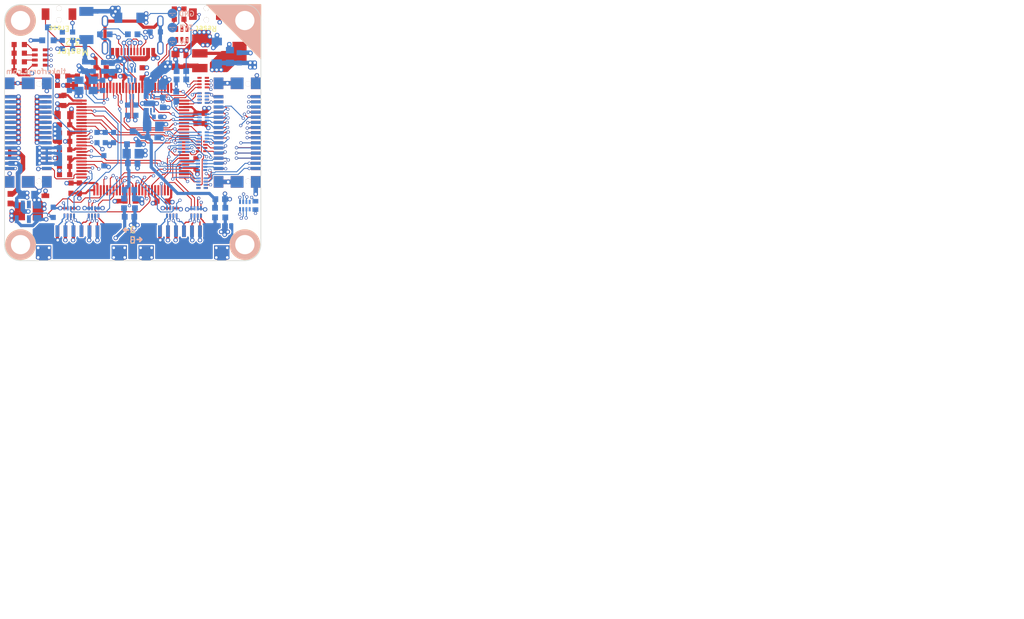
<source format=kicad_pcb>
(kicad_pcb (version 20171130) (host pcbnew 5.1.12-84ad8e8a86~92~ubuntu20.04.1)
  (title_block (date 2022-01-11) (rev 3.2) (company "Tinkerforge GmbH") (comment 1 "Licensed under CERN OHL v.1.1") (comment 2 "Copyright (©) 2022, B.Nordmeyer <bastian@tinkerforge.com>"))
  (layers (0 Vorderseite signal) (1 GND signal hide) (2 VCC signal hide) (31 Rückseite signal) (34 B.Paste user) (35 F.Paste user) (36 B.SilkS user) (37 F.SilkS user) (38 B.Mask user) (39 F.Mask user) (44 Edge.Cuts user))
  (net 0 "")
  (net 1 3V3)
  (net 2 3V3-EN)
  (net 3 GND)
  (net 4 LED1)
  (net 5 LED2)
  (net 6 LED3)
  (net 7 LED4)
  (net 8 SCL-PULLUP)
  (net 9 SDA-PULLUP)
  (net 10 STACK-CURRENT)
  (net 11 STACK-EX-0-GP00)
  (net 12 STACK-EX-0-GP01)
  (net 13 STACK-EX-0-GP02)
  (net 14 STACK-EX-1-GP00)
  (net 15 STACK-EX-1-GP01)
  (net 16 STACK-EX-1-GP02)
  (net 17 STACK-HIGH/JTAG-TMS)
  (net 18 STACK-I2C-SCL/JTAG-TDO)
  (net 19 STACK-I2C-SDA/JTAG-TDI)
  (net 20 STACK-MASTER-DETECT)
  (net 21 STACK-RESET)
  (net 22 STACK-SELECT-00)
  (net 23 STACK-SELECT-01)
  (net 24 STACK-SELECT-02)
  (net 25 STACK-SELECT-03)
  (net 26 STACK-SELECT-04)
  (net 27 STACK-SELECT-05)
  (net 28 STACK-SELECT-06)
  (net 29 STACK-SELECT-07)
  (net 30 STACK-SELECT-EX-00)
  (net 31 STACK-SELECT-EX-01)
  (net 32 STACK-SER-RXD)
  (net 33 STACK-SER-SCK)
  (net 34 STACK-SER-TXD)
  (net 35 STACK-SER2-RTS)
  (net 36 STACK-SER2-RXD)
  (net 37 STACK-SER2-TXD)
  (net 38 STACK-SPI-MISO)
  (net 39 STACK-SPI-MOSI)
  (net 40 STACK-SPI-SCLK)
  (net 41 STACK-SPI-SELECT)
  (net 42 STACK-SYNC/JTAG-TCK)
  (net 43 STACK-VOLTAGE)
  (net 44 USB-DETECT)
  (net 45 VSTACK)
  (net 46 VUSB)
  (net 47 XIN)
  (net 48 XOUT)
  (net 49 "Net-(C10-Pad1)")
  (net 50 "Net-(C11-Pad1)")
  (net 51 "Net-(C27-Pad1)")
  (net 52 "Net-(C36-Pad1)")
  (net 53 "Net-(C37-Pad1)")
  (net 54 "Net-(D1-Pad2)")
  (net 55 "Net-(D2-Pad2)")
  (net 56 "Net-(D3-Pad2)")
  (net 57 "Net-(D4-Pad2)")
  (net 58 "Net-(D5-Pad2)")
  (net 59 "Net-(D6-Pad2)")
  (net 60 "Net-(J1-Pad3)")
  (net 61 "Net-(J1-Pad2)")
  (net 62 "Net-(J6-Pad7)")
  (net 63 "Net-(J8-Pad1)")
  (net 64 "Net-(J8-Pad10)")
  (net 65 "Net-(L1-Pad2)")
  (net 66 "Net-(L1-Pad3)")
  (net 67 "Net-(R3-Pad2)")
  (net 68 "Net-(R4-Pad2)")
  (net 69 "Net-(RP3-Pad5)")
  (net 70 "Net-(RP3-Pad8)")
  (net 71 "Net-(SW2-Pad1)")
  (net 72 "Net-(L1-Pad4)")
  (net 73 "Net-(L1-Pad1)")
  (net 74 "Net-(J1-Pad4)")
  (net 75 "Net-(RP3-Pad2)")
  (net 76 "Net-(RP3-Pad3)")
  (net 77 "Net-(RP3-Pad6)")
  (net 78 "Net-(RP3-Pad7)")
  (net 79 "Net-(RP8-Pad2)")
  (net 80 "Net-(RP8-Pad3)")
  (net 81 "Net-(RP8-Pad6)")
  (net 82 "Net-(RP8-Pad7)")
  (net 83 "Net-(U1-Pad30)")
  (net 84 "Net-(U1-Pad46)")
  (net 85 "Net-(U1-Pad61)")
  (net 86 "Net-(U1-Pad77)")
  (net 87 VCC)
  (net 88 "Net-(C40-Pad1)")
  (net 89 5VBricklet)
  (net 90 3,3VBricklet)
  (net 91 "Net-(CP1-Pad4)")
  (net 92 "Net-(CP1-Pad3)")
  (net 93 "Net-(CP1-Pad2)")
  (net 94 "Net-(CP1-Pad1)")
  (net 95 "Net-(CP2-Pad4)")
  (net 96 "Net-(CP2-Pad3)")
  (net 97 "Net-(CP2-Pad2)")
  (net 98 "Net-(CP2-Pad1)")
  (net 99 "Net-(CP3-Pad4)")
  (net 100 "Net-(CP3-Pad3)")
  (net 101 "Net-(CP3-Pad2)")
  (net 102 "Net-(CP3-Pad1)")
  (net 103 "Net-(CP4-Pad4)")
  (net 104 "Net-(CP4-Pad3)")
  (net 105 "Net-(CP4-Pad2)")
  (net 106 "Net-(CP4-Pad1)")
  (net 107 "Net-(FB4-Pad1)")
  (net 108 "Net-(P1-Pad7)")
  (net 109 "Net-(P2-Pad7)")
  (net 110 "Net-(P3-Pad7)")
  (net 111 "Net-(P4-Pad7)")
  (net 112 "Net-(Q1-PadG)")
  (net 113 Bricklet_Enable)
  (net 114 Port-A-MISO)
  (net 115 Port-A-MOSI)
  (net 116 Port-A-CLK)
  (net 117 Port-A-CS)
  (net 118 Port-B-MISO)
  (net 119 Port-B-MOSI)
  (net 120 Port-B-CLK)
  (net 121 Port-B-CS)
  (net 122 Port-C-MISO)
  (net 123 Port-C-MOSI)
  (net 124 Port-C-CLK)
  (net 125 Port-C-CS)
  (net 126 Port-D-MISO)
  (net 127 Port-D-MOSI)
  (net 128 Port-D-CLK)
  (net 129 Port-D-CS)
  (net 130 "Net-(U1-Pad68)")
  (net 131 "Net-(U1-Pad65)")
  (net 132 "Net-(U1-Pad62)")
  (net 133 "Net-(U13-Pad3)")
  (net 134 "Net-(J1-Pad5)")
  (net 135 "Net-(C41-Pad2)")
  (net 136 "Net-(C43-Pad2)")
  (net 137 "Net-(C47-Pad2)")
  (net 138 GNDD1)
  (net 139 "Net-(J6-Pad6)")
  (net 140 "Net-(J6-Pad8)")
  (net 141 "Net-(J6-Pad10)")
  (net 142 "Net-(J6-Pad12)")
  (net 143 "Net-(J6-Pad14)")
  (net 144 "Net-(J6-Pad16)")
  (net 145 "Net-(J6-Pad18)")
  (net 146 "Net-(J6-Pad20)")
  (net 147 "Net-(J6-Pad22)")
  (net 148 "Net-(J6-Pad24)")
  (net 149 "Net-(J6-Pad26)")
  (net 150 "Net-(J6-Pad28)")
  (net 151 "Net-(J6-Pad30)")
  (net 152 "Net-(RP303-Pad6)")
  (net 153 "Net-(RP303-Pad3)")
  (net 154 "Net-(J6-Pad29)")
  (net 155 "Net-(J6-Pad27)")
  (net 156 "Net-(J6-Pad25)")
  (net 157 "Net-(J6-Pad23)")
  (net 158 "Net-(J6-Pad21)")
  (net 159 "Net-(J6-Pad19)")
  (net 160 "Net-(J6-Pad17)")
  (net 161 "Net-(J6-Pad15)")
  (net 162 "Net-(J6-Pad13)")
  (net 163 "Net-(J6-Pad5)")
  (net 164 "Net-(J6-Pad3)")
  (net 165 "Net-(J6-Pad1)")
  (net 166 "Net-(RP305-Pad8)")
  (net 167 "Net-(RP305-Pad1)")
  (net 168 "Net-(RP306-Pad4)")
  (net 169 "Net-(RP306-Pad5)")
  (net 170 "Net-(RP308-Pad3)")
  (net 171 "Net-(RP308-Pad4)")
  (net 172 "Net-(RP308-Pad5)")
  (net 173 "Net-(RP308-Pad6)")
  (net 174 "Net-(RP304-Pad1)")
  (net 175 "Net-(RP304-Pad8)")
  (net 176 "Net-(RP303-Pad8)")
  (net 177 "Net-(RP303-Pad1)")
  (net 178 "Net-(J6-Pad11)")
  (net 179 "Net-(J6-Pad9)")
  (net 180 "Net-(J6-Pad2)")
  (net 181 "Net-(J6-Pad4)")
  (net 182 "Net-(RP309-Pad8)")
  (net 183 "Net-(RP309-Pad1)")
  (net 184 "Net-(RP310-Pad2)")
  (net 185 "Net-(RP310-Pad3)")
  (net 186 "Net-(RP310-Pad6)")
  (net 187 "Net-(RP310-Pad7)")
  (net 188 "Net-(U1-Pad99)")
  (net 189 "Net-(U1-Pad6)")
  (net 190 "Net-(U1-Pad81)")
  (net 191 PGND)
  (net 192 USB_GND)
  (net 193 "Net-(FB102-Pad1)")
  (net 194 "Net-(J7-Pad6)")
  (module kicad-libraries:R0603F (layer Rückseite) (at 151.8 84.35 270)
    (fp_text reference R7)
    (fp_text value 1k)
    (pad 2 smd rect (at 0.75 0 270) (size 0.9 0.9) (layers Rückseite B.Paste B.Mask) (net 113 Bricklet_Enable))
    (pad 1 smd rect (at -0.75 0 270) (size 0.9 0.9) (layers Rückseite B.Paste B.Mask) (net 1 3V3))
  )
  (module kicad-libraries:C0603F (layer Rückseite) (at 149.7 85.3 270)
    (fp_text reference C14)
    (fp_text value 1uF)
    (pad 2 smd rect (at 0.75 0 270) (size 0.9 0.9) (layers Rückseite B.Paste B.Mask) (net 3 GND))
    (pad 1 smd rect (at -0.75 0 270) (size 0.9 0.9) (layers Rückseite B.Paste B.Mask) (net 45 VSTACK))
  )
  (module BTB08-ACS-TOP (layer Vorderseite) (at 161.299 90.0024 90)
    (fp_text reference J6)
    (fp_text value STACK-UP-HIGH)
    (pad 29 smd rect (at -5.59816 2.89814 270) (size 0.49784 1.4986) (layers Vorderseite F.Paste F.Mask) (net 154 "Net-(J6-Pad29)"))
    (pad 27 smd rect (at -4.79806 2.89814 270) (size 0.49784 1.4986) (layers Vorderseite F.Paste F.Mask) (net 155 "Net-(J6-Pad27)"))
    (pad 25 smd rect (at -3.99796 2.89814 270) (size 0.49784 1.4986) (layers Vorderseite F.Paste F.Mask) (net 156 "Net-(J6-Pad25)"))
    (pad 23 smd rect (at -3.19786 2.89814 270) (size 0.49784 1.4986) (layers Vorderseite F.Paste F.Mask) (net 157 "Net-(J6-Pad23)"))
    (pad 21 smd rect (at -2.39776 2.89814 270) (size 0.49784 1.4986) (layers Vorderseite F.Paste F.Mask) (net 158 "Net-(J6-Pad21)"))
    (pad 19 smd rect (at -1.59766 2.89814 270) (size 0.49784 1.4986) (layers Vorderseite F.Paste F.Mask) (net 159 "Net-(J6-Pad19)"))
    (pad 17 smd rect (at -0.79756 2.89814 270) (size 0.49784 1.4986) (layers Vorderseite F.Paste F.Mask) (net 160 "Net-(J6-Pad17)"))
    (pad 15 smd rect (at 0 2.89814 270) (size 0.49784 1.4986) (layers Vorderseite F.Paste F.Mask) (net 161 "Net-(J6-Pad15)"))
    (pad 13 smd rect (at 0.79756 2.89814 270) (size 0.49784 1.4986) (layers Vorderseite F.Paste F.Mask) (net 162 "Net-(J6-Pad13)"))
    (pad 11 smd rect (at 1.59766 2.89814 270) (size 0.49784 1.4986) (layers Vorderseite F.Paste F.Mask) (net 178 "Net-(J6-Pad11)"))
    (pad 9 smd rect (at 2.39776 2.89814 270) (size 0.49784 1.4986) (layers Vorderseite F.Paste F.Mask) (net 179 "Net-(J6-Pad9)"))
    (pad 7 smd rect (at 3.19786 2.89814 270) (size 0.49784 1.4986) (layers Vorderseite F.Paste F.Mask) (net 62 "Net-(J6-Pad7)"))
    (pad 5 smd rect (at 3.99796 2.89814 270) (size 0.49784 1.4986) (layers Vorderseite F.Paste F.Mask) (net 163 "Net-(J6-Pad5)"))
    (pad 3 smd rect (at 4.79806 2.89814 270) (size 0.49784 1.4986) (layers Vorderseite F.Paste F.Mask) (net 164 "Net-(J6-Pad3)"))
    (pad 1 smd rect (at 5.59816 2.89814 270) (size 0.49784 1.4986) (layers Vorderseite F.Paste F.Mask) (net 165 "Net-(J6-Pad1)"))
    (pad 2 smd rect (at 5.59816 -2.89814 90) (size 0.49784 1.4986) (layers Vorderseite F.Paste F.Mask) (net 180 "Net-(J6-Pad2)"))
    (pad 4 smd rect (at 4.79806 -2.89814 90) (size 0.49784 1.4986) (layers Vorderseite F.Paste F.Mask) (net 181 "Net-(J6-Pad4)"))
    (pad 6 smd rect (at 3.99796 -2.89814 90) (size 0.49784 1.4986) (layers Vorderseite F.Paste F.Mask) (net 139 "Net-(J6-Pad6)"))
    (pad 8 smd rect (at 3.19786 -2.89814 90) (size 0.49784 1.4986) (layers Vorderseite F.Paste F.Mask) (net 140 "Net-(J6-Pad8)"))
    (pad 10 smd rect (at 2.39776 -2.89814 90) (size 0.49784 1.4986) (layers Vorderseite F.Paste F.Mask) (net 141 "Net-(J6-Pad10)"))
    (pad 12 smd rect (at 1.59766 -2.89814 90) (size 0.49784 1.4986) (layers Vorderseite F.Paste F.Mask) (net 142 "Net-(J6-Pad12)"))
    (pad 14 smd rect (at 0.79756 -2.89814 90) (size 0.49784 1.4986) (layers Vorderseite F.Paste F.Mask) (net 143 "Net-(J6-Pad14)"))
    (pad 16 smd rect (at 0 -2.89814 90) (size 0.49784 1.4986) (layers Vorderseite F.Paste F.Mask) (net 144 "Net-(J6-Pad16)"))
    (pad 18 smd rect (at -0.79756 -2.89814 90) (size 0.49784 1.4986) (layers Vorderseite F.Paste F.Mask) (net 145 "Net-(J6-Pad18)"))
    (pad 20 smd rect (at -1.59766 -2.89814 90) (size 0.49784 1.4986) (layers Vorderseite F.Paste F.Mask) (net 146 "Net-(J6-Pad20)"))
    (pad 22 smd rect (at -2.39776 -2.89814 90) (size 0.49784 1.4986) (layers Vorderseite F.Paste F.Mask) (net 147 "Net-(J6-Pad22)"))
    (pad 24 smd rect (at -3.19786 -2.89814 90) (size 0.49784 1.4986) (layers Vorderseite F.Paste F.Mask) (net 148 "Net-(J6-Pad24)"))
    (pad 26 smd rect (at -3.99796 -2.89814 90) (size 0.49784 1.4986) (layers Vorderseite F.Paste F.Mask) (net 149 "Net-(J6-Pad26)"))
    (pad 28 smd rect (at -4.79806 -2.89814 90) (size 0.49784 1.4986) (layers Vorderseite F.Paste F.Mask) (net 150 "Net-(J6-Pad28)"))
    (pad 30 smd rect (at -5.59816 -2.89814 90) (size 0.49784 1.4986) (layers Vorderseite F.Paste F.Mask) (net 151 "Net-(J6-Pad30)"))
    (pad EP smd rect (at 7.69874 -2.90068 90) (size 1.80086 1.50114) (layers Vorderseite F.Paste F.Mask) (net 3 GND))
    (pad EP smd rect (at 7.69874 2.90068 90) (size 1.80086 1.50114) (layers Vorderseite F.Paste F.Mask) (net 3 GND))
    (pad EP smd rect (at -7.69874 2.90068 90) (size 1.80086 1.50114) (layers Vorderseite F.Paste F.Mask) (net 3 GND))
    (pad EP smd rect (at -7.69874 -2.90068 90) (size 1.80086 1.50114) (layers Vorderseite F.Paste F.Mask) (net 3 GND))
    (pad EP smd rect (at 7.69874 0 90) (size 1.80086 1.99898) (layers Vorderseite F.Paste F.Mask) (net 3 GND))
    (pad EP smd rect (at -7.69874 0 90) (size 1.80086 1.99898) (layers Vorderseite F.Paste F.Mask) (net 3 GND))
    (pad "" thru_hole circle (at 7.59968 1.69926 90) (size 0.8001 0.8001) (drill 0.8001) (layers *.Cu *.Mask F.SilkS))
    (pad "" thru_hole circle (at -7.59968 1.69926 90) (size 0.8001 0.8001) (drill 0.8001) (layers *.Cu *.Mask F.SilkS))
  )
  (module kicad-libraries:4X0402 (layer Rückseite) (at 156 90.7 270)
    (fp_text reference RP302)
    (fp_text value 82)
    (pad 1 smd rect (at -0.7493 -0.575 90) (size 0.29972 0.65) (layers Rückseite B.Paste B.Mask) (net 143 "Net-(J6-Pad14)"))
    (pad 2 smd rect (at -0.24892 -0.575 90) (size 0.29972 0.65) (layers Rückseite B.Paste B.Mask) (net 144 "Net-(J6-Pad16)"))
    (pad 3 smd rect (at 0.24892 -0.575 90) (size 0.29972 0.65) (layers Rückseite B.Paste B.Mask) (net 145 "Net-(J6-Pad18)"))
    (pad 4 smd rect (at 0.7493 -0.575 90) (size 0.29972 0.65) (layers Rückseite B.Paste B.Mask) (net 146 "Net-(J6-Pad20)"))
    (pad 5 smd rect (at 0.7493 0.575 270) (size 0.29972 0.65) (layers Rückseite B.Paste B.Mask) (net 29 STACK-SELECT-07))
    (pad 6 smd rect (at 0.24892 0.575 270) (size 0.29972 0.65) (layers Rückseite B.Paste B.Mask) (net 28 STACK-SELECT-06))
    (pad 7 smd rect (at -0.24892 0.575 270) (size 0.29972 0.65) (layers Rückseite B.Paste B.Mask) (net 27 STACK-SELECT-05))
    (pad 8 smd rect (at -0.7493 0.575 270) (size 0.29972 0.65) (layers Rückseite B.Paste B.Mask) (net 26 STACK-SELECT-04))
  )
  (module kicad-libraries:SOT23-5L (layer Rückseite) (at 127.85 102.375 180)
    (fp_text reference U13)
    (fp_text value STMPS2171STR)
    (pad 5 smd rect (at 0.95 -1.15 180) (size 0.6 1.2) (layers Rückseite B.Paste B.Mask) (net 1 3V3))
    (pad 4 smd rect (at -0.95 -1.15 180) (size 0.6 1.2) (layers Rückseite B.Paste B.Mask) (net 2 3V3-EN))
    (pad 1 smd rect (at 0.95 1.15 180) (size 0.6 1.2) (layers Rückseite B.Paste B.Mask) (net 87 VCC))
    (pad 3 smd rect (at -0.95 1.15 180) (size 0.6 1.2) (layers Rückseite B.Paste B.Mask) (net 133 "Net-(U13-Pad3)"))
    (pad 2 smd rect (at 0 1.15 180) (size 0.6 1.2) (layers Rückseite B.Paste B.Mask) (net 3 GND))
  )
  (module kicad-libraries:WSON8-2x2 (layer Rückseite) (at 147.6 85.45 270)
    (fp_text reference U3)
    (fp_text value TPS22975)
    (pad 1 smd rect (at -1.05 0.75 270) (size 0.7 0.25) (layers Rückseite B.Paste B.Mask) (net 45 VSTACK))
    (pad 2 smd rect (at -1.05 0.25 270) (size 0.7 0.25) (layers Rückseite B.Paste B.Mask) (net 45 VSTACK))
    (pad 3 smd rect (at -1.05 -0.25 270) (size 0.7 0.25) (layers Rückseite B.Paste B.Mask) (net 113 Bricklet_Enable))
    (pad 4 smd rect (at -1.05 -0.75 270) (size 0.7 0.25) (layers Rückseite B.Paste B.Mask) (net 45 VSTACK))
    (pad 5 smd rect (at 1.05 -0.75 270) (size 0.7 0.25) (layers Rückseite B.Paste B.Mask) (net 3 GND))
    (pad 6 smd rect (at 1.05 -0.25 270) (size 0.7 0.25) (layers Rückseite B.Paste B.Mask) (net 88 "Net-(C40-Pad1)"))
    (pad 7 smd rect (at 1.05 0.25 270) (size 0.7 0.25) (layers Rückseite B.Paste B.Mask) (net 135 "Net-(C41-Pad2)"))
    (pad 8 smd rect (at 1.05 0.75 270) (size 0.7 0.25) (layers Rückseite B.Paste B.Mask) (net 135 "Net-(C41-Pad2)"))
    (pad EXP smd rect (at 0 0 270) (size 0.9 1.6) (layers Rückseite B.Paste B.Mask) (net 3 GND))
  )
  (module kicad-libraries:4X0402 (layer Vorderseite) (at 154.9 102.4 180)
    (fp_text reference RP9)
    (fp_text value 82)
    (pad 8 smd rect (at -0.7493 -0.575 180) (size 0.29972 0.65) (layers Vorderseite F.Paste F.Mask) (net 111 "Net-(P4-Pad7)"))
    (pad 7 smd rect (at -0.24892 -0.575 180) (size 0.29972 0.65) (layers Vorderseite F.Paste F.Mask) (net 105 "Net-(CP4-Pad2)"))
    (pad 6 smd rect (at 0.24892 -0.575 180) (size 0.29972 0.65) (layers Vorderseite F.Paste F.Mask) (net 104 "Net-(CP4-Pad3)"))
    (pad 5 smd rect (at 0.7493 -0.575 180) (size 0.29972 0.65) (layers Vorderseite F.Paste F.Mask) (net 103 "Net-(CP4-Pad4)"))
    (pad 4 smd rect (at 0.7493 0.575) (size 0.29972 0.65) (layers Vorderseite F.Paste F.Mask) (net 129 Port-D-CS))
    (pad 3 smd rect (at 0.24892 0.575) (size 0.29972 0.65) (layers Vorderseite F.Paste F.Mask) (net 128 Port-D-CLK))
    (pad 2 smd rect (at -0.24892 0.575) (size 0.29972 0.65) (layers Vorderseite F.Paste F.Mask) (net 127 Port-D-MOSI))
    (pad 1 smd rect (at -0.7493 0.575) (size 0.29972 0.65) (layers Vorderseite F.Paste F.Mask) (net 126 Port-D-MISO))
  )
  (module kicad-libraries:4X0402 (layer Vorderseite) (at 138.9 102.4 180)
    (fp_text reference RP7)
    (fp_text value 82)
    (pad 8 smd rect (at -0.7493 -0.575 180) (size 0.29972 0.65) (layers Vorderseite F.Paste F.Mask) (net 110 "Net-(P3-Pad7)"))
    (pad 7 smd rect (at -0.24892 -0.575 180) (size 0.29972 0.65) (layers Vorderseite F.Paste F.Mask) (net 101 "Net-(CP3-Pad2)"))
    (pad 6 smd rect (at 0.24892 -0.575 180) (size 0.29972 0.65) (layers Vorderseite F.Paste F.Mask) (net 100 "Net-(CP3-Pad3)"))
    (pad 5 smd rect (at 0.7493 -0.575 180) (size 0.29972 0.65) (layers Vorderseite F.Paste F.Mask) (net 99 "Net-(CP3-Pad4)"))
    (pad 4 smd rect (at 0.7493 0.575) (size 0.29972 0.65) (layers Vorderseite F.Paste F.Mask) (net 125 Port-C-CS))
    (pad 3 smd rect (at 0.24892 0.575) (size 0.29972 0.65) (layers Vorderseite F.Paste F.Mask) (net 124 Port-C-CLK))
    (pad 2 smd rect (at -0.24892 0.575) (size 0.29972 0.65) (layers Vorderseite F.Paste F.Mask) (net 123 Port-C-MOSI))
    (pad 1 smd rect (at -0.7493 0.575) (size 0.29972 0.65) (layers Vorderseite F.Paste F.Mask) (net 122 Port-C-MISO))
  )
  (module kicad-libraries:4X0402 (layer Rückseite) (at 151.1 102.4)
    (fp_text reference RP6)
    (fp_text value 82)
    (pad 8 smd rect (at -0.7493 0.575) (size 0.29972 0.65) (layers Rückseite B.Paste B.Mask) (net 109 "Net-(P2-Pad7)"))
    (pad 7 smd rect (at -0.24892 0.575) (size 0.29972 0.65) (layers Rückseite B.Paste B.Mask) (net 97 "Net-(CP2-Pad2)"))
    (pad 6 smd rect (at 0.24892 0.575) (size 0.29972 0.65) (layers Rückseite B.Paste B.Mask) (net 96 "Net-(CP2-Pad3)"))
    (pad 5 smd rect (at 0.7493 0.575) (size 0.29972 0.65) (layers Rückseite B.Paste B.Mask) (net 95 "Net-(CP2-Pad4)"))
    (pad 4 smd rect (at 0.7493 -0.575 180) (size 0.29972 0.65) (layers Rückseite B.Paste B.Mask) (net 121 Port-B-CS))
    (pad 3 smd rect (at 0.24892 -0.575 180) (size 0.29972 0.65) (layers Rückseite B.Paste B.Mask) (net 120 Port-B-CLK))
    (pad 2 smd rect (at -0.24892 -0.575 180) (size 0.29972 0.65) (layers Rückseite B.Paste B.Mask) (net 119 Port-B-MOSI))
    (pad 1 smd rect (at -0.7493 -0.575 180) (size 0.29972 0.65) (layers Rückseite B.Paste B.Mask) (net 118 Port-B-MISO))
  )
  (module kicad-libraries:4X0402 (layer Rückseite) (at 135.1 102.4)
    (fp_text reference RP5)
    (fp_text value 82)
    (pad 8 smd rect (at -0.7493 0.575) (size 0.29972 0.65) (layers Rückseite B.Paste B.Mask) (net 108 "Net-(P1-Pad7)"))
    (pad 7 smd rect (at -0.24892 0.575) (size 0.29972 0.65) (layers Rückseite B.Paste B.Mask) (net 93 "Net-(CP1-Pad2)"))
    (pad 6 smd rect (at 0.24892 0.575) (size 0.29972 0.65) (layers Rückseite B.Paste B.Mask) (net 92 "Net-(CP1-Pad3)"))
    (pad 5 smd rect (at 0.7493 0.575) (size 0.29972 0.65) (layers Rückseite B.Paste B.Mask) (net 91 "Net-(CP1-Pad4)"))
    (pad 4 smd rect (at 0.7493 -0.575 180) (size 0.29972 0.65) (layers Rückseite B.Paste B.Mask) (net 117 Port-A-CS))
    (pad 3 smd rect (at 0.24892 -0.575 180) (size 0.29972 0.65) (layers Rückseite B.Paste B.Mask) (net 116 Port-A-CLK))
    (pad 2 smd rect (at -0.24892 -0.575 180) (size 0.29972 0.65) (layers Rückseite B.Paste B.Mask) (net 115 Port-A-MOSI))
    (pad 1 smd rect (at -0.7493 -0.575 180) (size 0.29972 0.65) (layers Rückseite B.Paste B.Mask) (net 114 Port-A-MISO))
  )
  (module kicad-libraries:R0603F (layer Rückseite) (at 145 74.65 180)
    (fp_text reference R5)
    (fp_text value 5k1)
    (pad 2 smd rect (at 0.75 0 180) (size 0.9 0.9) (layers Rückseite B.Paste B.Mask) (net 192 USB_GND))
    (pad 1 smd rect (at -0.75 0 180) (size 0.9 0.9) (layers Rückseite B.Paste B.Mask) (net 74 "Net-(J1-Pad4)"))
  )
  (module kicad-libraries:SOT23GDS (layer Rückseite) (at 131.775 74.575)
    (fp_text reference Q1)
    (fp_text value 2N7002P)
    (pad D smd rect (at 0 -1.016) (size 0.9144 0.9144) (layers Rückseite B.Paste B.Mask) (net 44 USB-DETECT))
    (pad G smd rect (at 0.889 1.016) (size 0.9144 0.9144) (layers Rückseite B.Paste B.Mask) (net 112 "Net-(Q1-PadG)"))
    (pad S smd rect (at -0.889 1.016) (size 0.9144 0.9144) (layers Rückseite B.Paste B.Mask) (net 3 GND))
  )
  (module kicad-libraries:CON-SENSOR2 (layer Vorderseite) (at 153 110)
    (fp_text reference P4)
    (fp_text value "Port D")
    (pad 7 smd rect (at 3.75 -4.6) (size 0.6 1.8) (layers Vorderseite F.Paste F.Mask) (net 111 "Net-(P4-Pad7)"))
    (pad 6 smd rect (at 2.5 -4.6) (size 0.6 1.8) (layers Vorderseite F.Paste F.Mask) (net 105 "Net-(CP4-Pad2)"))
    (pad 5 smd rect (at 1.25 -4.6) (size 0.6 1.8) (layers Vorderseite F.Paste F.Mask) (net 104 "Net-(CP4-Pad3)"))
    (pad 4 smd rect (at 0 -4.6) (size 0.6 1.8) (layers Vorderseite F.Paste F.Mask) (net 103 "Net-(CP4-Pad4)"))
    (pad 3 smd rect (at -1.25 -4.6) (size 0.6 1.8) (layers Vorderseite F.Paste F.Mask) (net 90 3,3VBricklet))
    (pad EP smd rect (at 5.9 -1.2) (size 1.4 2.4) (layers Vorderseite F.Paste F.Mask) (net 138 GNDD1))
    (pad EP smd rect (at -5.9 -1.2) (size 1.4 2.4) (layers Vorderseite F.Paste F.Mask) (net 138 GNDD1))
    (pad 2 smd rect (at -2.5 -4.6) (size 0.6 1.8) (layers Vorderseite F.Paste F.Mask) (net 138 GNDD1))
    (pad 1 smd rect (at -3.75 -4.6) (size 0.6 1.8) (layers Vorderseite F.Paste F.Mask) (net 89 5VBricklet))
  )
  (module kicad-libraries:CON-SENSOR2 (layer Vorderseite) (at 137 110)
    (fp_text reference P3)
    (fp_text value "Port C")
    (pad 7 smd rect (at 3.75 -4.6) (size 0.6 1.8) (layers Vorderseite F.Paste F.Mask) (net 110 "Net-(P3-Pad7)"))
    (pad 6 smd rect (at 2.5 -4.6) (size 0.6 1.8) (layers Vorderseite F.Paste F.Mask) (net 101 "Net-(CP3-Pad2)"))
    (pad 5 smd rect (at 1.25 -4.6) (size 0.6 1.8) (layers Vorderseite F.Paste F.Mask) (net 100 "Net-(CP3-Pad3)"))
    (pad 4 smd rect (at 0 -4.6) (size 0.6 1.8) (layers Vorderseite F.Paste F.Mask) (net 99 "Net-(CP3-Pad4)"))
    (pad 3 smd rect (at -1.25 -4.6) (size 0.6 1.8) (layers Vorderseite F.Paste F.Mask) (net 90 3,3VBricklet))
    (pad EP smd rect (at 5.9 -1.2) (size 1.4 2.4) (layers Vorderseite F.Paste F.Mask) (net 138 GNDD1))
    (pad EP smd rect (at -5.9 -1.2) (size 1.4 2.4) (layers Vorderseite F.Paste F.Mask) (net 138 GNDD1))
    (pad 2 smd rect (at -2.5 -4.6) (size 0.6 1.8) (layers Vorderseite F.Paste F.Mask) (net 138 GNDD1))
    (pad 1 smd rect (at -3.75 -4.6) (size 0.6 1.8) (layers Vorderseite F.Paste F.Mask) (net 89 5VBricklet))
  )
  (module kicad-libraries:CON-SENSOR2 (layer Rückseite) (at 153 110 180)
    (fp_text reference P2)
    (fp_text value "Port B")
    (pad 7 smd rect (at 3.75 4.6 180) (size 0.6 1.8) (layers Rückseite B.Paste B.Mask) (net 109 "Net-(P2-Pad7)"))
    (pad 6 smd rect (at 2.5 4.6 180) (size 0.6 1.8) (layers Rückseite B.Paste B.Mask) (net 97 "Net-(CP2-Pad2)"))
    (pad 5 smd rect (at 1.25 4.6 180) (size 0.6 1.8) (layers Rückseite B.Paste B.Mask) (net 96 "Net-(CP2-Pad3)"))
    (pad 4 smd rect (at 0 4.6 180) (size 0.6 1.8) (layers Rückseite B.Paste B.Mask) (net 95 "Net-(CP2-Pad4)"))
    (pad 3 smd rect (at -1.25 4.6 180) (size 0.6 1.8) (layers Rückseite B.Paste B.Mask) (net 90 3,3VBricklet))
    (pad EP smd rect (at 5.9 1.2 180) (size 1.4 2.4) (layers Rückseite B.Paste B.Mask) (net 138 GNDD1))
    (pad EP smd rect (at -5.9 1.2 180) (size 1.4 2.4) (layers Rückseite B.Paste B.Mask) (net 138 GNDD1))
    (pad 2 smd rect (at -2.5 4.6 180) (size 0.6 1.8) (layers Rückseite B.Paste B.Mask) (net 138 GNDD1))
    (pad 1 smd rect (at -3.75 4.6 180) (size 0.6 1.8) (layers Rückseite B.Paste B.Mask) (net 89 5VBricklet))
  )
  (module kicad-libraries:CON-SENSOR2 (layer Rückseite) (at 137 110 180)
    (fp_text reference P1)
    (fp_text value "Port A")
    (pad 7 smd rect (at 3.75 4.6 180) (size 0.6 1.8) (layers Rückseite B.Paste B.Mask) (net 108 "Net-(P1-Pad7)"))
    (pad 6 smd rect (at 2.5 4.6 180) (size 0.6 1.8) (layers Rückseite B.Paste B.Mask) (net 93 "Net-(CP1-Pad2)"))
    (pad 5 smd rect (at 1.25 4.6 180) (size 0.6 1.8) (layers Rückseite B.Paste B.Mask) (net 92 "Net-(CP1-Pad3)"))
    (pad 4 smd rect (at 0 4.6 180) (size 0.6 1.8) (layers Rückseite B.Paste B.Mask) (net 91 "Net-(CP1-Pad4)"))
    (pad 3 smd rect (at -1.25 4.6 180) (size 0.6 1.8) (layers Rückseite B.Paste B.Mask) (net 90 3,3VBricklet))
    (pad EP smd rect (at 5.9 1.2 180) (size 1.4 2.4) (layers Rückseite B.Paste B.Mask) (net 138 GNDD1))
    (pad EP smd rect (at -5.9 1.2 180) (size 1.4 2.4) (layers Rückseite B.Paste B.Mask) (net 138 GNDD1))
    (pad 2 smd rect (at -2.5 4.6 180) (size 0.6 1.8) (layers Rückseite B.Paste B.Mask) (net 138 GNDD1))
    (pad 1 smd rect (at -3.75 4.6 180) (size 0.6 1.8) (layers Rückseite B.Paste B.Mask) (net 89 5VBricklet))
  )
  (module kicad-libraries:4X0402 (layer Rückseite) (at 154.9 102.4 180)
    (fp_text reference CP4)
    (fp_text value 220pF)
    (pad 8 smd rect (at -0.7493 0.575 180) (size 0.29972 0.65) (layers Rückseite B.Paste B.Mask) (net 3 GND))
    (pad 7 smd rect (at -0.24892 0.575 180) (size 0.29972 0.65) (layers Rückseite B.Paste B.Mask) (net 3 GND))
    (pad 6 smd rect (at 0.24892 0.575 180) (size 0.29972 0.65) (layers Rückseite B.Paste B.Mask) (net 3 GND))
    (pad 5 smd rect (at 0.7493 0.575 180) (size 0.29972 0.65) (layers Rückseite B.Paste B.Mask) (net 3 GND))
    (pad 4 smd rect (at 0.7493 -0.575) (size 0.29972 0.65) (layers Rückseite B.Paste B.Mask) (net 103 "Net-(CP4-Pad4)"))
    (pad 3 smd rect (at 0.24892 -0.575) (size 0.29972 0.65) (layers Rückseite B.Paste B.Mask) (net 104 "Net-(CP4-Pad3)"))
    (pad 2 smd rect (at -0.24892 -0.575) (size 0.29972 0.65) (layers Rückseite B.Paste B.Mask) (net 105 "Net-(CP4-Pad2)"))
    (pad 1 smd rect (at -0.7493 -0.575) (size 0.29972 0.65) (layers Rückseite B.Paste B.Mask) (net 106 "Net-(CP4-Pad1)"))
  )
  (module kicad-libraries:4X0402 (layer Rückseite) (at 138.9 102.4 180)
    (fp_text reference CP3)
    (fp_text value 220pF)
    (pad 8 smd rect (at -0.7493 0.575 180) (size 0.29972 0.65) (layers Rückseite B.Paste B.Mask) (net 3 GND))
    (pad 7 smd rect (at -0.24892 0.575 180) (size 0.29972 0.65) (layers Rückseite B.Paste B.Mask) (net 3 GND))
    (pad 6 smd rect (at 0.24892 0.575 180) (size 0.29972 0.65) (layers Rückseite B.Paste B.Mask) (net 3 GND))
    (pad 5 smd rect (at 0.7493 0.575 180) (size 0.29972 0.65) (layers Rückseite B.Paste B.Mask) (net 3 GND))
    (pad 4 smd rect (at 0.7493 -0.575) (size 0.29972 0.65) (layers Rückseite B.Paste B.Mask) (net 99 "Net-(CP3-Pad4)"))
    (pad 3 smd rect (at 0.24892 -0.575) (size 0.29972 0.65) (layers Rückseite B.Paste B.Mask) (net 100 "Net-(CP3-Pad3)"))
    (pad 2 smd rect (at -0.24892 -0.575) (size 0.29972 0.65) (layers Rückseite B.Paste B.Mask) (net 101 "Net-(CP3-Pad2)"))
    (pad 1 smd rect (at -0.7493 -0.575) (size 0.29972 0.65) (layers Rückseite B.Paste B.Mask) (net 102 "Net-(CP3-Pad1)"))
  )
  (module kicad-libraries:4X0402 (layer Vorderseite) (at 151.1 102.4)
    (fp_text reference CP2)
    (fp_text value 220pF)
    (pad 8 smd rect (at -0.7493 -0.575) (size 0.29972 0.65) (layers Vorderseite F.Paste F.Mask) (net 3 GND))
    (pad 7 smd rect (at -0.24892 -0.575) (size 0.29972 0.65) (layers Vorderseite F.Paste F.Mask) (net 3 GND))
    (pad 6 smd rect (at 0.24892 -0.575) (size 0.29972 0.65) (layers Vorderseite F.Paste F.Mask) (net 3 GND))
    (pad 5 smd rect (at 0.7493 -0.575) (size 0.29972 0.65) (layers Vorderseite F.Paste F.Mask) (net 3 GND))
    (pad 4 smd rect (at 0.7493 0.575 180) (size 0.29972 0.65) (layers Vorderseite F.Paste F.Mask) (net 95 "Net-(CP2-Pad4)"))
    (pad 3 smd rect (at 0.24892 0.575 180) (size 0.29972 0.65) (layers Vorderseite F.Paste F.Mask) (net 96 "Net-(CP2-Pad3)"))
    (pad 2 smd rect (at -0.24892 0.575 180) (size 0.29972 0.65) (layers Vorderseite F.Paste F.Mask) (net 97 "Net-(CP2-Pad2)"))
    (pad 1 smd rect (at -0.7493 0.575 180) (size 0.29972 0.65) (layers Vorderseite F.Paste F.Mask) (net 98 "Net-(CP2-Pad1)"))
  )
  (module kicad-libraries:4X0402 (layer Vorderseite) (at 135.1 102.4)
    (fp_text reference CP1)
    (fp_text value 220pF)
    (pad 8 smd rect (at -0.7493 -0.575) (size 0.29972 0.65) (layers Vorderseite F.Paste F.Mask) (net 3 GND))
    (pad 7 smd rect (at -0.24892 -0.575) (size 0.29972 0.65) (layers Vorderseite F.Paste F.Mask) (net 3 GND))
    (pad 6 smd rect (at 0.24892 -0.575) (size 0.29972 0.65) (layers Vorderseite F.Paste F.Mask) (net 3 GND))
    (pad 5 smd rect (at 0.7493 -0.575) (size 0.29972 0.65) (layers Vorderseite F.Paste F.Mask) (net 3 GND))
    (pad 4 smd rect (at 0.7493 0.575 180) (size 0.29972 0.65) (layers Vorderseite F.Paste F.Mask) (net 91 "Net-(CP1-Pad4)"))
    (pad 3 smd rect (at 0.24892 0.575 180) (size 0.29972 0.65) (layers Vorderseite F.Paste F.Mask) (net 92 "Net-(CP1-Pad3)"))
    (pad 2 smd rect (at -0.24892 0.575 180) (size 0.29972 0.65) (layers Vorderseite F.Paste F.Mask) (net 93 "Net-(CP1-Pad2)"))
    (pad 1 smd rect (at -0.7493 0.575 180) (size 0.29972 0.65) (layers Vorderseite F.Paste F.Mask) (net 94 "Net-(CP1-Pad1)"))
  )
  (module kicad-libraries:C0603F (layer Rückseite) (at 145 94.8 180)
    (fp_text reference C44)
    (fp_text value 100nF)
    (pad 2 smd rect (at 0.75 0 180) (size 0.9 0.9) (layers Rückseite B.Paste B.Mask) (net 136 "Net-(C43-Pad2)"))
    (pad 1 smd rect (at -0.75 0 180) (size 0.9 0.9) (layers Rückseite B.Paste B.Mask) (net 3 GND))
  )
  (module kicad-libraries:C0603F (layer Rückseite) (at 148.1 90.75 180)
    (fp_text reference C42)
    (fp_text value 100nF)
    (pad 2 smd rect (at 0.75 0 180) (size 0.9 0.9) (layers Rückseite B.Paste B.Mask) (net 135 "Net-(C41-Pad2)"))
    (pad 1 smd rect (at -0.75 0 180) (size 0.9 0.9) (layers Rückseite B.Paste B.Mask) (net 3 GND))
  )
  (module kicad-libraries:C0402F (layer Rückseite) (at 148.8 87.55)
    (fp_text reference C40)
    (fp_text value DNP)
    (pad 1 smd rect (at -0.5 0) (size 0.6 0.7) (layers Rückseite B.Paste B.Mask) (net 88 "Net-(C40-Pad1)"))
    (pad 2 smd rect (at 0.5 0) (size 0.6 0.7) (layers Rückseite B.Paste B.Mask) (net 3 GND))
  )
  (module kicad-libraries:SOT-223 (layer Vorderseite) (at 158.575 77.625 270)
    (fp_text reference U12)
    (fp_text value LD1117)
    (pad 1 smd rect (at -2.30124 3.0988 270) (size 1.30048 2.4003) (layers Vorderseite F.Paste F.Mask) (net 3 GND))
    (pad 2 smd rect (at 0 3.0988 270) (size 1.30048 2.4003) (layers Vorderseite F.Paste F.Mask) (net 1 3V3))
    (pad 3 smd rect (at 2.30124 3.0988 270) (size 1.30048 2.4003) (layers Vorderseite F.Paste F.Mask) (net 45 VSTACK))
    (pad 2 smd rect (at 0 -3.0988 270) (size 3.59918 2.19964) (layers Vorderseite F.Paste F.Mask) (net 1 3V3))
  )
  (module kicad-libraries:SOD-123 (layer Vorderseite) (at 129.525 99.875 180)
    (fp_text reference D14)
    (fp_text value B0520LW)
    (pad 1 smd rect (at -1.84912 0 180) (size 1.19888 0.70104) (layers Vorderseite F.Paste F.Mask) (net 1 3V3) (clearance 0.14986))
    (pad 2 smd rect (at 1.84912 0 180) (size 1.19888 0.70104) (layers Vorderseite F.Paste F.Mask) (net 87 VCC) (clearance 0.14986))
  )
  (module kicad-libraries:MiniMelf (layer Rückseite) (at 158.125 77.475 90)
    (fp_text reference D13)
    (fp_text value Z3.3V)
    (pad 2 smd rect (at -1.69926 0 90) (size 1.19888 1.6002) (layers Rückseite B.Paste B.Mask) (net 1 3V3))
    (pad 1 smd rect (at 1.69926 0 90) (size 1.19888 1.6002) (layers Rückseite B.Paste B.Mask) (net 3 GND))
  )
  (module kicad-libraries:MiniMelf (layer Rückseite) (at 144.475 72.075)
    (fp_text reference D12)
    (fp_text value Z5V)
    (pad 2 smd rect (at -1.69926 0) (size 1.19888 1.6002) (layers Rückseite B.Paste B.Mask) (net 45 VSTACK))
    (pad 1 smd rect (at 1.69926 0) (size 1.19888 1.6002) (layers Rückseite B.Paste B.Mask) (net 3 GND))
  )
  (module C0603 (layer Rückseite) (at 142.025 90.775 270)
    (fp_text reference C10)
    (fp_text value DNP)
    (pad 2 smd rect (at 0.8001 0 270) (size 0.8001 0.8001) (layers Rückseite B.Paste B.Mask) (net 3 GND))
    (pad 1 smd rect (at -0.8001 0 270) (size 0.8001 0.8001) (layers Rückseite B.Paste B.Mask) (net 49 "Net-(C10-Pad1)"))
  )
  (module C0603 (layer Vorderseite) (at 134.375 95.275 180)
    (fp_text reference C11)
    (fp_text value DNP)
    (pad 2 smd rect (at 0.8001 0 180) (size 0.8001 0.8001) (layers Vorderseite F.Paste F.Mask) (net 3 GND))
    (pad 1 smd rect (at -0.8001 0 180) (size 0.8001 0.8001) (layers Vorderseite F.Paste F.Mask) (net 50 "Net-(C11-Pad1)"))
  )
  (module C0603 (layer Rückseite) (at 140.325 82.625 90)
    (fp_text reference C12)
    (fp_text value DNP)
    (pad 1 smd rect (at -0.8001 0 90) (size 0.8001 0.8001) (layers Rückseite B.Paste B.Mask) (net 48 XOUT))
    (pad 2 smd rect (at 0.8001 0 90) (size 0.8001 0.8001) (layers Rückseite B.Paste B.Mask) (net 3 GND))
  )
  (module C0603 (layer Rückseite) (at 135.125 82.625 270)
    (fp_text reference C13)
    (fp_text value DNP)
    (pad 2 smd rect (at 0.8001 0 270) (size 0.8001 0.8001) (layers Rückseite B.Paste B.Mask) (net 3 GND))
    (pad 1 smd rect (at -0.8001 0 270) (size 0.8001 0.8001) (layers Rückseite B.Paste B.Mask) (net 47 XIN))
  )
  (module C0805 (layer Vorderseite) (at 134.275 87.275 180)
    (fp_text reference C15)
    (fp_text value 10µF/10V)
    (pad 2 smd rect (at 1.00076 0 180) (size 1.00076 1.24968) (layers Vorderseite F.Paste F.Mask) (net 3 GND) (clearance 0.14986))
    (pad 1 smd rect (at -1.00076 0 180) (size 1.00076 1.24968) (layers Vorderseite F.Paste F.Mask) (net 1 3V3) (clearance 0.14986))
  )
  (module C0603 (layer Vorderseite) (at 134.375 88.775 180)
    (fp_text reference C16)
    (fp_text value 100nF)
    (pad 1 smd rect (at -0.8001 0 180) (size 0.8001 0.8001) (layers Vorderseite F.Paste F.Mask) (net 1 3V3))
    (pad 2 smd rect (at 0.8001 0 180) (size 0.8001 0.8001) (layers Vorderseite F.Paste F.Mask) (net 3 GND))
  )
  (module 3528-21 (layer Vorderseite) (at 128.8 102.3)
    (fp_text reference C17)
    (fp_text value 100µF)
    (pad 1 smd rect (at -1.40048 0) (size 1.59954 2.79908) (layers Vorderseite F.Paste F.Mask) (net 45 VSTACK) (clearance 0.14986))
    (pad 2 smd rect (at 1.40048 0) (size 1.59954 2.79908) (layers Vorderseite F.Paste F.Mask) (net 3 GND) (clearance 0.14986))
  )
  (module C0603 (layer Vorderseite) (at 156.175 87.775 90)
    (fp_text reference C18)
    (fp_text value 4.7µF)
    (pad 2 smd rect (at 0.8001 0 90) (size 0.8001 0.8001) (layers Vorderseite F.Paste F.Mask) (net 3 GND))
    (pad 1 smd rect (at -0.8001 0 90) (size 0.8001 0.8001) (layers Vorderseite F.Paste F.Mask) (net 1 3V3))
  )
  (module C0603 (layer Vorderseite) (at 135.375 98.675 270)
    (fp_text reference C19)
    (fp_text value 4.7µF)
    (pad 1 smd rect (at -0.8001 0 270) (size 0.8001 0.8001) (layers Vorderseite F.Paste F.Mask) (net 1 3V3))
    (pad 2 smd rect (at 0.8001 0 270) (size 0.8001 0.8001) (layers Vorderseite F.Paste F.Mask) (net 3 GND))
  )
  (module C0603 (layer Vorderseite) (at 136.675 98.675 270)
    (fp_text reference C20)
    (fp_text value 100nF)
    (pad 1 smd rect (at -0.8001 0 270) (size 0.8001 0.8001) (layers Vorderseite F.Paste F.Mask) (net 1 3V3))
    (pad 2 smd rect (at 0.8001 0 270) (size 0.8001 0.8001) (layers Vorderseite F.Paste F.Mask) (net 3 GND))
  )
  (module C0805 (layer Vorderseite) (at 151.675 78.725 90)
    (fp_text reference C21)
    (fp_text value 10µF/10V)
    (pad 2 smd rect (at 1.00076 0 90) (size 1.00076 1.24968) (layers Vorderseite F.Paste F.Mask) (net 3 GND) (clearance 0.14986))
    (pad 1 smd rect (at -1.00076 0 90) (size 1.00076 1.24968) (layers Vorderseite F.Paste F.Mask) (net 45 VSTACK) (clearance 0.14986))
  )
  (module C0603 (layer Vorderseite) (at 149.6 100.7 180)
    (fp_text reference C22)
    (fp_text value 100nF)
    (pad 2 smd rect (at 0.8001 0 180) (size 0.8001 0.8001) (layers Vorderseite F.Paste F.Mask) (net 3 GND))
    (pad 1 smd rect (at -0.8001 0 180) (size 0.8001 0.8001) (layers Vorderseite F.Paste F.Mask) (net 1 3V3))
  )
  (module C0603 (layer Vorderseite) (at 153.325 78.775 90)
    (fp_text reference C23)
    (fp_text value 100nF)
    (pad 2 smd rect (at 0.8001 0 90) (size 0.8001 0.8001) (layers Vorderseite F.Paste F.Mask) (net 3 GND))
    (pad 1 smd rect (at -0.8001 0 90) (size 0.8001 0.8001) (layers Vorderseite F.Paste F.Mask) (net 45 VSTACK))
  )
  (module C0603 (layer Vorderseite) (at 154.875 87.775 90)
    (fp_text reference C24)
    (fp_text value 100nF)
    (pad 1 smd rect (at -0.8001 0 90) (size 0.8001 0.8001) (layers Vorderseite F.Paste F.Mask) (net 1 3V3))
    (pad 2 smd rect (at 0.8001 0 90) (size 0.8001 0.8001) (layers Vorderseite F.Paste F.Mask) (net 3 GND))
  )
  (module C0603 (layer Vorderseite) (at 142.975 81.175 180)
    (fp_text reference C25)
    (fp_text value 100nF)
    (pad 2 smd rect (at 0.8001 0 180) (size 0.8001 0.8001) (layers Vorderseite F.Paste F.Mask) (net 3 GND))
    (pad 1 smd rect (at -0.8001 0 180) (size 0.8001 0.8001) (layers Vorderseite F.Paste F.Mask) (net 1 3V3))
  )
  (module C0603 (layer Vorderseite) (at 140.075 79.875)
    (fp_text reference C26)
    (fp_text value 100nF)
    (pad 1 smd rect (at -0.8001 0) (size 0.8001 0.8001) (layers Vorderseite F.Paste F.Mask) (net 1 3V3))
    (pad 2 smd rect (at 0.8001 0) (size 0.8001 0.8001) (layers Vorderseite F.Paste F.Mask) (net 3 GND))
  )
  (module C0603 (layer Vorderseite) (at 134.375 91.375 180)
    (fp_text reference C27)
    (fp_text value 2.2µF)
    (pad 2 smd rect (at 0.8001 0 180) (size 0.8001 0.8001) (layers Vorderseite F.Paste F.Mask) (net 3 GND))
    (pad 1 smd rect (at -0.8001 0 180) (size 0.8001 0.8001) (layers Vorderseite F.Paste F.Mask) (net 51 "Net-(C27-Pad1)"))
  )
  (module C0603 (layer Vorderseite) (at 134.375 90.075 180)
    (fp_text reference C28)
    (fp_text value 100nF)
    (pad 1 smd rect (at -0.8001 0 180) (size 0.8001 0.8001) (layers Vorderseite F.Paste F.Mask) (net 51 "Net-(C27-Pad1)"))
    (pad 2 smd rect (at 0.8001 0 180) (size 0.8001 0.8001) (layers Vorderseite F.Paste F.Mask) (net 3 GND))
  )
  (module C0805 (layer Rückseite) (at 160.175 78.125 90)
    (fp_text reference C29)
    (fp_text value 10µF/10V)
    (pad 2 smd rect (at 1.00076 0 90) (size 1.00076 1.24968) (layers Rückseite B.Paste B.Mask) (net 3 GND) (clearance 0.14986))
    (pad 1 smd rect (at -1.00076 0 90) (size 1.00076 1.24968) (layers Rückseite B.Paste B.Mask) (net 1 3V3) (clearance 0.14986))
  )
  (module C0603 (layer Vorderseite) (at 134.375 92.675 180)
    (fp_text reference C30)
    (fp_text value 100nF)
    (pad 1 smd rect (at -0.8001 0 180) (size 0.8001 0.8001) (layers Vorderseite F.Paste F.Mask) (net 51 "Net-(C27-Pad1)"))
    (pad 2 smd rect (at 0.8001 0 180) (size 0.8001 0.8001) (layers Vorderseite F.Paste F.Mask) (net 3 GND))
  )
  (module C0603 (layer Rückseite) (at 161.625 78.325 90)
    (fp_text reference C31)
    (fp_text value 100nF)
    (pad 2 smd rect (at 0.8001 0 90) (size 0.8001 0.8001) (layers Rückseite B.Paste B.Mask) (net 3 GND))
    (pad 1 smd rect (at -0.8001 0 90) (size 0.8001 0.8001) (layers Rückseite B.Paste B.Mask) (net 1 3V3))
  )
  (module C0603 (layer Vorderseite) (at 144.6069 100.7)
    (fp_text reference C32)
    (fp_text value 100nF)
    (pad 2 smd rect (at 0.8001 0) (size 0.8001 0.8001) (layers Vorderseite F.Paste F.Mask) (net 3 GND))
    (pad 1 smd rect (at -0.8001 0) (size 0.8001 0.8001) (layers Vorderseite F.Paste F.Mask) (net 51 "Net-(C27-Pad1)"))
  )
  (module C0603 (layer Vorderseite) (at 154.875 94.875 270)
    (fp_text reference C33)
    (fp_text value 100nF)
    (pad 1 smd rect (at -0.8001 0 270) (size 0.8001 0.8001) (layers Vorderseite F.Paste F.Mask) (net 51 "Net-(C27-Pad1)"))
    (pad 2 smd rect (at 0.8001 0 270) (size 0.8001 0.8001) (layers Vorderseite F.Paste F.Mask) (net 3 GND))
  )
  (module C0603 (layer Vorderseite) (at 146.475 80.675 90)
    (fp_text reference C34)
    (fp_text value 100nF)
    (pad 1 smd rect (at -0.8001 0 90) (size 0.8001 0.8001) (layers Vorderseite F.Paste F.Mask) (net 51 "Net-(C27-Pad1)"))
    (pad 2 smd rect (at 0.8001 0 90) (size 0.8001 0.8001) (layers Vorderseite F.Paste F.Mask) (net 3 GND))
  )
  (module C0805 (layer Rückseite) (at 130.125 102.37424 90)
    (fp_text reference C35)
    (fp_text value 10µF/10V)
    (pad 1 smd rect (at -1.00076 0 90) (size 1.00076 1.24968) (layers Rückseite B.Paste B.Mask) (net 1 3V3) (clearance 0.14986))
    (pad 2 smd rect (at 1.00076 0 90) (size 1.00076 1.24968) (layers Rückseite B.Paste B.Mask) (net 3 GND) (clearance 0.14986))
  )
  (module C0603 (layer Vorderseite) (at 134.075 81.175 180)
    (fp_text reference C36)
    (fp_text value 4.7µF)
    (pad 2 smd rect (at 0.8001 0 180) (size 0.8001 0.8001) (layers Vorderseite F.Paste F.Mask) (net 3 GND))
    (pad 1 smd rect (at -0.8001 0 180) (size 0.8001 0.8001) (layers Vorderseite F.Paste F.Mask) (net 52 "Net-(C36-Pad1)"))
  )
  (module C0603 (layer Vorderseite) (at 140.075 81.175)
    (fp_text reference C37)
    (fp_text value 100nF)
    (pad 1 smd rect (at -0.8001 0) (size 0.8001 0.8001) (layers Vorderseite F.Paste F.Mask) (net 53 "Net-(C37-Pad1)"))
    (pad 2 smd rect (at 0.8001 0) (size 0.8001 0.8001) (layers Vorderseite F.Paste F.Mask) (net 3 GND))
  )
  (module C0603 (layer Vorderseite) (at 134.275 84.975 270)
    (fp_text reference C38)
    (fp_text value 100nF)
    (pad 2 smd rect (at 0.8001 0 270) (size 0.8001 0.8001) (layers Vorderseite F.Paste F.Mask) (net 3 GND))
    (pad 1 smd rect (at -0.8001 0 270) (size 0.8001 0.8001) (layers Vorderseite F.Paste F.Mask) (net 1 3V3))
  )
  (module C0805 (layer Rückseite) (at 128.675 99.725)
    (fp_text reference C39)
    (fp_text value 10µF/10V)
    (pad 1 smd rect (at -1.00076 0) (size 1.00076 1.24968) (layers Rückseite B.Paste B.Mask) (net 87 VCC) (clearance 0.14986))
    (pad 2 smd rect (at 1.00076 0) (size 1.00076 1.24968) (layers Rückseite B.Paste B.Mask) (net 3 GND) (clearance 0.14986))
  )
  (module D0603 (layer Vorderseite) (at 153.001 71.5011 270)
    (fp_text reference D1)
    (fp_text value blue)
    (pad 1 smd rect (at -0.8001 0 270) (size 0.8001 0.8001) (layers Vorderseite F.Paste F.Mask) (net 1 3V3))
    (pad 2 smd rect (at 0.8001 0 270) (size 0.8001 0.8001) (layers Vorderseite F.Paste F.Mask) (net 54 "Net-(D1-Pad2)"))
  )
  (module D0603 (layer Vorderseite) (at 151.5 71.5011 270)
    (fp_text reference D2)
    (fp_text value red)
    (pad 2 smd rect (at 0.8001 0 270) (size 0.8001 0.8001) (layers Vorderseite F.Paste F.Mask) (net 55 "Net-(D2-Pad2)"))
    (pad 1 smd rect (at -0.8001 0 270) (size 0.8001 0.8001) (layers Vorderseite F.Paste F.Mask) (net 1 3V3))
  )
  (module D0603 (layer Vorderseite) (at 127.301 80.3504)
    (fp_text reference D3)
    (fp_text value blue)
    (pad 1 smd rect (at -0.8001 0) (size 0.8001 0.8001) (layers Vorderseite F.Paste F.Mask) (net 1 3V3))
    (pad 2 smd rect (at 0.8001 0) (size 0.8001 0.8001) (layers Vorderseite F.Paste F.Mask) (net 56 "Net-(D3-Pad2)"))
  )
  (module D0603 (layer Vorderseite) (at 127.301 78.9509)
    (fp_text reference D4)
    (fp_text value blue)
    (pad 2 smd rect (at 0.8001 0) (size 0.8001 0.8001) (layers Vorderseite F.Paste F.Mask) (net 57 "Net-(D4-Pad2)"))
    (pad 1 smd rect (at -0.8001 0) (size 0.8001 0.8001) (layers Vorderseite F.Paste F.Mask) (net 1 3V3))
  )
  (module D0603 (layer Vorderseite) (at 127.301 77.6021)
    (fp_text reference D5)
    (fp_text value blue)
    (pad 1 smd rect (at -0.8001 0) (size 0.8001 0.8001) (layers Vorderseite F.Paste F.Mask) (net 1 3V3))
    (pad 2 smd rect (at 0.8001 0) (size 0.8001 0.8001) (layers Vorderseite F.Paste F.Mask) (net 58 "Net-(D5-Pad2)"))
  )
  (module D0603 (layer Vorderseite) (at 127.301 76.2509)
    (fp_text reference D6)
    (fp_text value blue)
    (pad 2 smd rect (at 0.8001 0) (size 0.8001 0.8001) (layers Vorderseite F.Paste F.Mask) (net 59 "Net-(D6-Pad2)"))
    (pad 1 smd rect (at -0.8001 0) (size 0.8001 0.8001) (layers Vorderseite F.Paste F.Mask) (net 1 3V3))
  )
  (module SOD-128 (layer Rückseite) (at 137.775 73.275 270)
    (fp_text reference D11)
    (fp_text value PMEG4050)
    (pad 2 smd rect (at -2.19964 0 270) (size 1.39954 2.19964) (layers Rückseite B.Paste B.Mask) (net 45 VSTACK))
    (pad 1 smd rect (at 2.19964 0 270) (size 1.39954 2.19964) (layers Rückseite B.Paste B.Mask) (net 46 VUSB))
  )
  (module C0603 (layer Rückseite) (at 133.55 91.5499 90)
    (fp_text reference FB3)
    (fp_text value FB)
    (pad 1 smd rect (at -0.8001 0 90) (size 0.8001 0.8001) (layers Rückseite B.Paste B.Mask) (net 191 PGND))
    (pad 2 smd rect (at 0.8001 0 90) (size 0.8001 0.8001) (layers Rückseite B.Paste B.Mask) (net 3 GND))
  )
  (module DRILL_NP (layer Vorderseite) (at 127.5 72.5 90)
    (fp_text reference J2 hide)
    (fp_text value DRILL hide)
    (pad "" np_thru_hole circle (at 0 0 90) (size 2.99974 2.99974) (drill 2.99974) (layers *.Cu *.Mask F.SilkS) (clearance 0.89916))
  )
  (module DRILL_NP (layer Vorderseite) (at 162.5 72.5 180)
    (fp_text reference J3 hide)
    (fp_text value DRILL hide)
    (pad "" np_thru_hole circle (at 0 0 180) (size 2.99974 2.99974) (drill 2.99974) (layers *.Cu *.Mask F.SilkS) (clearance 0.89916))
  )
  (module DRILL_NP (layer Vorderseite) (at 162.501 107.5 90)
    (fp_text reference J4 hide)
    (fp_text value DRILL hide)
    (pad "" np_thru_hole circle (at 0 0 90) (size 2.99974 2.99974) (drill 2.99974) (layers *.Cu *.Mask F.SilkS) (clearance 0.89916))
  )
  (module DRILL_NP (layer Vorderseite) (at 127.502 107.5 270)
    (fp_text reference J5 hide)
    (fp_text value DRILL hide)
    (pad "" np_thru_hole circle (at 0 0 270) (size 2.99974 2.99974) (drill 2.99974) (layers *.Cu *.Mask F.SilkS) (clearance 0.89916))
  )
  (module BTB08-ACS-BTM (layer Rückseite) (at 161.299 90.0024 270)
    (fp_text reference J7)
    (fp_text value STACK-HIGH)
    (pad 1 smd rect (at -5.59816 -2.89814 90) (size 0.49784 1.4986) (layers Rückseite B.Paste B.Mask) (net 165 "Net-(J6-Pad1)"))
    (pad 3 smd rect (at -4.79806 -2.89814 90) (size 0.49784 1.4986) (layers Rückseite B.Paste B.Mask) (net 164 "Net-(J6-Pad3)"))
    (pad 5 smd rect (at -3.99796 -2.89814 90) (size 0.49784 1.4986) (layers Rückseite B.Paste B.Mask) (net 163 "Net-(J6-Pad5)"))
    (pad 7 smd rect (at -3.19786 -2.89814 90) (size 0.49784 1.4986) (layers Rückseite B.Paste B.Mask) (net 62 "Net-(J6-Pad7)"))
    (pad 9 smd rect (at -2.39776 -2.89814 90) (size 0.49784 1.4986) (layers Rückseite B.Paste B.Mask) (net 20 STACK-MASTER-DETECT))
    (pad 11 smd rect (at -1.59766 -2.89814 90) (size 0.49784 1.4986) (layers Rückseite B.Paste B.Mask) (net 178 "Net-(J6-Pad11)"))
    (pad 13 smd rect (at -0.79756 -2.89814 90) (size 0.49784 1.4986) (layers Rückseite B.Paste B.Mask) (net 162 "Net-(J6-Pad13)"))
    (pad 15 smd rect (at 0 -2.89814 90) (size 0.49784 1.4986) (layers Rückseite B.Paste B.Mask) (net 161 "Net-(J6-Pad15)"))
    (pad 17 smd rect (at 0.79756 -2.89814 90) (size 0.49784 1.4986) (layers Rückseite B.Paste B.Mask) (net 160 "Net-(J6-Pad17)"))
    (pad 19 smd rect (at 1.59766 -2.89814 90) (size 0.49784 1.4986) (layers Rückseite B.Paste B.Mask) (net 159 "Net-(J6-Pad19)"))
    (pad 21 smd rect (at 2.39776 -2.89814 90) (size 0.49784 1.4986) (layers Rückseite B.Paste B.Mask) (net 158 "Net-(J6-Pad21)"))
    (pad 23 smd rect (at 3.19786 -2.89814 90) (size 0.49784 1.4986) (layers Rückseite B.Paste B.Mask) (net 157 "Net-(J6-Pad23)"))
    (pad 25 smd rect (at 3.99796 -2.89814 90) (size 0.49784 1.4986) (layers Rückseite B.Paste B.Mask) (net 156 "Net-(J6-Pad25)"))
    (pad 27 smd rect (at 4.79806 -2.89814 90) (size 0.49784 1.4986) (layers Rückseite B.Paste B.Mask) (net 155 "Net-(J6-Pad27)"))
    (pad 29 smd rect (at 5.59816 -2.89814 90) (size 0.49784 1.4986) (layers Rückseite B.Paste B.Mask) (net 154 "Net-(J6-Pad29)"))
    (pad 30 smd rect (at 5.59816 2.89814 270) (size 0.49784 1.4986) (layers Rückseite B.Paste B.Mask) (net 151 "Net-(J6-Pad30)"))
    (pad 28 smd rect (at 4.79806 2.89814 270) (size 0.49784 1.4986) (layers Rückseite B.Paste B.Mask) (net 150 "Net-(J6-Pad28)"))
    (pad 26 smd rect (at 3.99796 2.89814 270) (size 0.49784 1.4986) (layers Rückseite B.Paste B.Mask) (net 149 "Net-(J6-Pad26)"))
    (pad 24 smd rect (at 3.19786 2.89814 270) (size 0.49784 1.4986) (layers Rückseite B.Paste B.Mask) (net 148 "Net-(J6-Pad24)"))
    (pad 22 smd rect (at 2.39776 2.89814 270) (size 0.49784 1.4986) (layers Rückseite B.Paste B.Mask) (net 147 "Net-(J6-Pad22)"))
    (pad 20 smd rect (at 1.59766 2.89814 270) (size 0.49784 1.4986) (layers Rückseite B.Paste B.Mask) (net 145 "Net-(J6-Pad18)"))
    (pad 18 smd rect (at 0.79756 2.89814 270) (size 0.49784 1.4986) (layers Rückseite B.Paste B.Mask) (net 144 "Net-(J6-Pad16)"))
    (pad 16 smd rect (at 0 2.89814 270) (size 0.49784 1.4986) (layers Rückseite B.Paste B.Mask) (net 143 "Net-(J6-Pad14)"))
    (pad 14 smd rect (at -0.79756 2.89814 270) (size 0.49784 1.4986) (layers Rückseite B.Paste B.Mask) (net 142 "Net-(J6-Pad12)"))
    (pad 12 smd rect (at -1.59766 2.89814 270) (size 0.49784 1.4986) (layers Rückseite B.Paste B.Mask) (net 141 "Net-(J6-Pad10)"))
    (pad 10 smd rect (at -2.39776 2.89814 270) (size 0.49784 1.4986) (layers Rückseite B.Paste B.Mask) (net 140 "Net-(J6-Pad8)"))
    (pad 8 smd rect (at -3.19786 2.89814 270) (size 0.49784 1.4986) (layers Rückseite B.Paste B.Mask) (net 139 "Net-(J6-Pad6)"))
    (pad 6 smd rect (at -3.99796 2.89814 270) (size 0.49784 1.4986) (layers Rückseite B.Paste B.Mask) (net 194 "Net-(J7-Pad6)"))
    (pad 4 smd rect (at -4.79806 2.89814 270) (size 0.49784 1.4986) (layers Rückseite B.Paste B.Mask) (net 181 "Net-(J6-Pad4)"))
    (pad 2 smd rect (at -5.59816 2.89814 270) (size 0.49784 1.4986) (layers Rückseite B.Paste B.Mask) (net 180 "Net-(J6-Pad2)"))
    (pad EP smd rect (at 7.69874 2.90068 270) (size 1.80086 1.50114) (layers Rückseite B.Paste B.Mask) (net 3 GND))
    (pad EP smd rect (at 7.69874 -2.90068 270) (size 1.80086 1.50114) (layers Rückseite B.Paste B.Mask) (net 3 GND))
    (pad EP smd rect (at -7.69874 -2.90068 270) (size 1.80086 1.50114) (layers Rückseite B.Paste B.Mask) (net 3 GND))
    (pad EP smd rect (at -7.69874 2.90068 270) (size 1.80086 1.50114) (layers Rückseite B.Paste B.Mask) (net 3 GND))
    (pad EP smd rect (at 7.69874 0 270) (size 1.80086 1.99898) (layers Rückseite B.Paste B.Mask) (net 3 GND))
    (pad EP smd rect (at -7.69874 0 270) (size 1.80086 1.99898) (layers Rückseite B.Paste B.Mask) (net 3 GND))
    (pad "" thru_hole circle (at 7.59968 -1.69926 270) (size 0.8001 0.8001) (drill 0.8001) (layers *.Cu *.Mask B.SilkS))
    (pad "" thru_hole circle (at -7.59968 -1.69926 270) (size 0.8001 0.8001) (drill 0.8001) (layers *.Cu *.Mask B.SilkS))
  )
  (module BTB08-ACS-TOP (layer Vorderseite) (at 128.701 90.0024 90)
    (fp_text reference J8)
    (fp_text value STACK-UP-LOW)
    (pad "" thru_hole circle (at -7.59968 1.69926 90) (size 0.8001 0.8001) (drill 0.8001) (layers *.Cu *.Mask F.SilkS))
    (pad "" thru_hole circle (at 7.59968 1.69926 90) (size 0.8001 0.8001) (drill 0.8001) (layers *.Cu *.Mask F.SilkS))
    (pad EP smd rect (at -7.69874 0 90) (size 1.80086 1.99898) (layers Vorderseite F.Paste F.Mask) (net 3 GND))
    (pad EP smd rect (at 7.69874 0 90) (size 1.80086 1.99898) (layers Vorderseite F.Paste F.Mask) (net 3 GND))
    (pad EP smd rect (at -7.69874 -2.90068 90) (size 1.80086 1.50114) (layers Vorderseite F.Paste F.Mask) (net 3 GND))
    (pad EP smd rect (at -7.69874 2.90068 90) (size 1.80086 1.50114) (layers Vorderseite F.Paste F.Mask) (net 3 GND))
    (pad EP smd rect (at 7.69874 2.90068 90) (size 1.80086 1.50114) (layers Vorderseite F.Paste F.Mask) (net 3 GND))
    (pad EP smd rect (at 7.69874 -2.90068 90) (size 1.80086 1.50114) (layers Vorderseite F.Paste F.Mask) (net 3 GND))
    (pad 30 smd rect (at -5.59816 -2.89814 90) (size 0.49784 1.4986) (layers Vorderseite F.Paste F.Mask) (net 43 STACK-VOLTAGE))
    (pad 28 smd rect (at -4.79806 -2.89814 90) (size 0.49784 1.4986) (layers Vorderseite F.Paste F.Mask) (net 87 VCC))
    (pad 26 smd rect (at -3.99796 -2.89814 90) (size 0.49784 1.4986) (layers Vorderseite F.Paste F.Mask) (net 107 "Net-(FB4-Pad1)"))
    (pad 24 smd rect (at -3.19786 -2.89814 90) (size 0.49784 1.4986) (layers Vorderseite F.Paste F.Mask) (net 107 "Net-(FB4-Pad1)"))
    (pad 22 smd rect (at -2.39776 -2.89814 90) (size 0.49784 1.4986) (layers Vorderseite F.Paste F.Mask) (net 107 "Net-(FB4-Pad1)"))
    (pad 20 smd rect (at -1.59766 -2.89814 90) (size 0.49784 1.4986) (layers Vorderseite F.Paste F.Mask) (net 64 "Net-(J8-Pad10)"))
    (pad 18 smd rect (at -0.79756 -2.89814 90) (size 0.49784 1.4986) (layers Vorderseite F.Paste F.Mask) (net 64 "Net-(J8-Pad10)"))
    (pad 16 smd rect (at 0 -2.89814 90) (size 0.49784 1.4986) (layers Vorderseite F.Paste F.Mask) (net 64 "Net-(J8-Pad10)"))
    (pad 14 smd rect (at 0.79756 -2.89814 90) (size 0.49784 1.4986) (layers Vorderseite F.Paste F.Mask) (net 64 "Net-(J8-Pad10)"))
    (pad 12 smd rect (at 1.59766 -2.89814 90) (size 0.49784 1.4986) (layers Vorderseite F.Paste F.Mask) (net 64 "Net-(J8-Pad10)"))
    (pad 10 smd rect (at 2.39776 -2.89814 90) (size 0.49784 1.4986) (layers Vorderseite F.Paste F.Mask) (net 64 "Net-(J8-Pad10)"))
    (pad 8 smd rect (at 3.19786 -2.89814 90) (size 0.49784 1.4986) (layers Vorderseite F.Paste F.Mask) (net 64 "Net-(J8-Pad10)"))
    (pad 6 smd rect (at 3.99796 -2.89814 90) (size 0.49784 1.4986) (layers Vorderseite F.Paste F.Mask) (net 64 "Net-(J8-Pad10)"))
    (pad 4 smd rect (at 4.79806 -2.89814 90) (size 0.49784 1.4986) (layers Vorderseite F.Paste F.Mask) (net 64 "Net-(J8-Pad10)"))
    (pad 2 smd rect (at 5.59816 -2.89814 90) (size 0.49784 1.4986) (layers Vorderseite F.Paste F.Mask) (net 64 "Net-(J8-Pad10)"))
    (pad 1 smd rect (at 5.59816 2.89814 270) (size 0.49784 1.4986) (layers Vorderseite F.Paste F.Mask) (net 63 "Net-(J8-Pad1)"))
    (pad 3 smd rect (at 4.79806 2.89814 270) (size 0.49784 1.4986) (layers Vorderseite F.Paste F.Mask) (net 63 "Net-(J8-Pad1)"))
    (pad 5 smd rect (at 3.99796 2.89814 270) (size 0.49784 1.4986) (layers Vorderseite F.Paste F.Mask) (net 63 "Net-(J8-Pad1)"))
    (pad 7 smd rect (at 3.19786 2.89814 270) (size 0.49784 1.4986) (layers Vorderseite F.Paste F.Mask) (net 63 "Net-(J8-Pad1)"))
    (pad 9 smd rect (at 2.39776 2.89814 270) (size 0.49784 1.4986) (layers Vorderseite F.Paste F.Mask) (net 63 "Net-(J8-Pad1)"))
    (pad 11 smd rect (at 1.59766 2.89814 270) (size 0.49784 1.4986) (layers Vorderseite F.Paste F.Mask) (net 63 "Net-(J8-Pad1)"))
    (pad 13 smd rect (at 0.79756 2.89814 270) (size 0.49784 1.4986) (layers Vorderseite F.Paste F.Mask) (net 63 "Net-(J8-Pad1)"))
    (pad 15 smd rect (at 0 2.89814 270) (size 0.49784 1.4986) (layers Vorderseite F.Paste F.Mask) (net 63 "Net-(J8-Pad1)"))
    (pad 17 smd rect (at -0.79756 2.89814 270) (size 0.49784 1.4986) (layers Vorderseite F.Paste F.Mask) (net 63 "Net-(J8-Pad1)"))
    (pad 19 smd rect (at -1.59766 2.89814 270) (size 0.49784 1.4986) (layers Vorderseite F.Paste F.Mask) (net 63 "Net-(J8-Pad1)"))
    (pad 21 smd rect (at -2.39776 2.89814 270) (size 0.49784 1.4986) (layers Vorderseite F.Paste F.Mask) (net 191 PGND))
    (pad 23 smd rect (at -3.19786 2.89814 270) (size 0.49784 1.4986) (layers Vorderseite F.Paste F.Mask) (net 191 PGND))
    (pad 25 smd rect (at -3.99796 2.89814 270) (size 0.49784 1.4986) (layers Vorderseite F.Paste F.Mask) (net 191 PGND))
    (pad 27 smd rect (at -4.79806 2.89814 270) (size 0.49784 1.4986) (layers Vorderseite F.Paste F.Mask) (net 191 PGND))
    (pad 29 smd rect (at -5.59816 2.89814 270) (size 0.49784 1.4986) (layers Vorderseite F.Paste F.Mask) (net 10 STACK-CURRENT))
  )
  (module BTB08-ACS-BTM (layer Rückseite) (at 128.701 90.0024 270)
    (fp_text reference J9)
    (fp_text value STACK-DOWN)
    (pad "" thru_hole circle (at -7.59968 -1.69926 270) (size 0.8001 0.8001) (drill 0.8001) (layers *.Cu *.Mask B.SilkS))
    (pad "" thru_hole circle (at 7.59968 -1.69926 270) (size 0.8001 0.8001) (drill 0.8001) (layers *.Cu *.Mask B.SilkS))
    (pad EP smd rect (at -7.69874 0 270) (size 1.80086 1.99898) (layers Rückseite B.Paste B.Mask) (net 3 GND))
    (pad EP smd rect (at 7.69874 0 270) (size 1.80086 1.99898) (layers Rückseite B.Paste B.Mask) (net 3 GND))
    (pad EP smd rect (at -7.69874 2.90068 270) (size 1.80086 1.50114) (layers Rückseite B.Paste B.Mask) (net 3 GND))
    (pad EP smd rect (at -7.69874 -2.90068 270) (size 1.80086 1.50114) (layers Rückseite B.Paste B.Mask) (net 3 GND))
    (pad EP smd rect (at 7.69874 -2.90068 270) (size 1.80086 1.50114) (layers Rückseite B.Paste B.Mask) (net 3 GND))
    (pad EP smd rect (at 7.69874 2.90068 270) (size 1.80086 1.50114) (layers Rückseite B.Paste B.Mask) (net 3 GND))
    (pad 2 smd rect (at -5.59816 2.89814 270) (size 0.49784 1.4986) (layers Rückseite B.Paste B.Mask) (net 64 "Net-(J8-Pad10)"))
    (pad 4 smd rect (at -4.79806 2.89814 270) (size 0.49784 1.4986) (layers Rückseite B.Paste B.Mask) (net 64 "Net-(J8-Pad10)"))
    (pad 6 smd rect (at -3.99796 2.89814 270) (size 0.49784 1.4986) (layers Rückseite B.Paste B.Mask) (net 64 "Net-(J8-Pad10)"))
    (pad 8 smd rect (at -3.19786 2.89814 270) (size 0.49784 1.4986) (layers Rückseite B.Paste B.Mask) (net 64 "Net-(J8-Pad10)"))
    (pad 10 smd rect (at -2.39776 2.89814 270) (size 0.49784 1.4986) (layers Rückseite B.Paste B.Mask) (net 64 "Net-(J8-Pad10)"))
    (pad 12 smd rect (at -1.59766 2.89814 270) (size 0.49784 1.4986) (layers Rückseite B.Paste B.Mask) (net 64 "Net-(J8-Pad10)"))
    (pad 14 smd rect (at -0.79756 2.89814 270) (size 0.49784 1.4986) (layers Rückseite B.Paste B.Mask) (net 64 "Net-(J8-Pad10)"))
    (pad 16 smd rect (at 0 2.89814 270) (size 0.49784 1.4986) (layers Rückseite B.Paste B.Mask) (net 64 "Net-(J8-Pad10)"))
    (pad 18 smd rect (at 0.79756 2.89814 270) (size 0.49784 1.4986) (layers Rückseite B.Paste B.Mask) (net 64 "Net-(J8-Pad10)"))
    (pad 20 smd rect (at 1.59766 2.89814 270) (size 0.49784 1.4986) (layers Rückseite B.Paste B.Mask) (net 64 "Net-(J8-Pad10)"))
    (pad 22 smd rect (at 2.39776 2.89814 270) (size 0.49784 1.4986) (layers Rückseite B.Paste B.Mask) (net 107 "Net-(FB4-Pad1)"))
    (pad 24 smd rect (at 3.19786 2.89814 270) (size 0.49784 1.4986) (layers Rückseite B.Paste B.Mask) (net 107 "Net-(FB4-Pad1)"))
    (pad 26 smd rect (at 3.99796 2.89814 270) (size 0.49784 1.4986) (layers Rückseite B.Paste B.Mask) (net 107 "Net-(FB4-Pad1)"))
    (pad 28 smd rect (at 4.79806 2.89814 270) (size 0.49784 1.4986) (layers Rückseite B.Paste B.Mask) (net 87 VCC))
    (pad 30 smd rect (at 5.59816 2.89814 270) (size 0.49784 1.4986) (layers Rückseite B.Paste B.Mask) (net 43 STACK-VOLTAGE))
    (pad 29 smd rect (at 5.59816 -2.89814 90) (size 0.49784 1.4986) (layers Rückseite B.Paste B.Mask) (net 10 STACK-CURRENT))
    (pad 27 smd rect (at 4.79806 -2.89814 90) (size 0.49784 1.4986) (layers Rückseite B.Paste B.Mask) (net 191 PGND))
    (pad 25 smd rect (at 3.99796 -2.89814 90) (size 0.49784 1.4986) (layers Rückseite B.Paste B.Mask) (net 191 PGND))
    (pad 23 smd rect (at 3.19786 -2.89814 90) (size 0.49784 1.4986) (layers Rückseite B.Paste B.Mask) (net 191 PGND))
    (pad 21 smd rect (at 2.39776 -2.89814 90) (size 0.49784 1.4986) (layers Rückseite B.Paste B.Mask) (net 191 PGND))
    (pad 19 smd rect (at 1.59766 -2.89814 90) (size 0.49784 1.4986) (layers Rückseite B.Paste B.Mask) (net 63 "Net-(J8-Pad1)"))
    (pad 17 smd rect (at 0.79756 -2.89814 90) (size 0.49784 1.4986) (layers Rückseite B.Paste B.Mask) (net 63 "Net-(J8-Pad1)"))
    (pad 15 smd rect (at 0 -2.89814 90) (size 0.49784 1.4986) (layers Rückseite B.Paste B.Mask) (net 63 "Net-(J8-Pad1)"))
    (pad 13 smd rect (at -0.79756 -2.89814 90) (size 0.49784 1.4986) (layers Rückseite B.Paste B.Mask) (net 63 "Net-(J8-Pad1)"))
    (pad 11 smd rect (at -1.59766 -2.89814 90) (size 0.49784 1.4986) (layers Rückseite B.Paste B.Mask) (net 63 "Net-(J8-Pad1)"))
    (pad 9 smd rect (at -2.39776 -2.89814 90) (size 0.49784 1.4986) (layers Rückseite B.Paste B.Mask) (net 63 "Net-(J8-Pad1)"))
    (pad 7 smd rect (at -3.19786 -2.89814 90) (size 0.49784 1.4986) (layers Rückseite B.Paste B.Mask) (net 63 "Net-(J8-Pad1)"))
    (pad 5 smd rect (at -3.99796 -2.89814 90) (size 0.49784 1.4986) (layers Rückseite B.Paste B.Mask) (net 63 "Net-(J8-Pad1)"))
    (pad 3 smd rect (at -4.79806 -2.89814 90) (size 0.49784 1.4986) (layers Rückseite B.Paste B.Mask) (net 63 "Net-(J8-Pad1)"))
    (pad 1 smd rect (at -5.59816 -2.89814 90) (size 0.49784 1.4986) (layers Rückseite B.Paste B.Mask) (net 63 "Net-(J8-Pad1)"))
  )
  (module WE-CNSW-0603 (layer Rückseite) (at 144.85 83.65 270)
    (fp_text reference L1)
    (fp_text value 744230900)
    (pad 1 smd rect (at -0.725 0.25 270) (size 0.85 0.25) (layers Rückseite B.Paste B.Mask) (net 73 "Net-(L1-Pad1)"))
    (pad 2 smd rect (at 0.725 0.25 270) (size 0.85 0.25) (layers Rückseite B.Paste B.Mask) (net 65 "Net-(L1-Pad2)"))
    (pad 3 smd rect (at 0.725 -0.25 270) (size 0.85 0.25) (layers Rückseite B.Paste B.Mask) (net 66 "Net-(L1-Pad3)"))
    (pad 4 smd rect (at -0.725 -0.25 270) (size 0.85 0.25) (layers Rückseite B.Paste B.Mask) (net 72 "Net-(L1-Pad4)"))
  )
  (module C0805 (layer Vorderseite) (at 136.975 82.675)
    (fp_text reference L2)
    (fp_text value LBR2012T100K)
    (pad 1 smd rect (at -1.00076 0) (size 1.00076 1.24968) (layers Vorderseite F.Paste F.Mask) (net 51 "Net-(C27-Pad1)") (clearance 0.14986))
    (pad 2 smd rect (at 1.00076 0) (size 1.00076 1.24968) (layers Vorderseite F.Paste F.Mask) (net 53 "Net-(C37-Pad1)") (clearance 0.14986))
  )
  (module TSTPT (layer Rückseite) (at 151.2 71.4)
    (fp_text reference P5 (at 0 0.3) (layer B.SilkS) (effects (font (size 0.127 0.127) (thickness 0.03175)) (justify mirror)))
    (fp_text value TSTPT_GND (at 0 0) (layer B.SilkS) (effects (font (size 0.127 0.127) (thickness 0.03175)) (justify mirror)))
    (pad 1 smd circle (at 0 0) (size 1.5 1.5) (layers Rückseite B.Mask) (net 3 GND))
  )
  (module TSTPT (layer Rückseite) (at 151.2 75.8)
    (fp_text reference P6 (at 0 0.3) (layer B.SilkS) (effects (font (size 0.127 0.127) (thickness 0.03175)) (justify mirror)))
    (fp_text value TSTPT_5V (at 0 0) (layer B.SilkS) (effects (font (size 0.127 0.127) (thickness 0.03175)) (justify mirror)))
    (pad 1 smd circle (at 0 0) (size 1.5 1.5) (layers Rückseite B.Mask) (net 45 VSTACK))
  )
  (module TSTPT (layer Rückseite) (at 151.2 73.6)
    (fp_text reference P7 (at 0 0.3) (layer B.SilkS) (effects (font (size 0.127 0.127) (thickness 0.03175)) (justify mirror)))
    (fp_text value TSTPT_3V3 (at 0 0) (layer B.SilkS) (effects (font (size 0.127 0.127) (thickness 0.03175)) (justify mirror)))
    (pad 1 smd circle (at 0 0) (size 1.5 1.5) (layers Rückseite B.Mask) (net 1 3V3))
  )
  (module R0603 (layer Rückseite) (at 145.5 86.5 270)
    (fp_text reference R3)
    (fp_text value 27)
    (pad 2 smd rect (at 0.8001 0 270) (size 0.8001 0.8001) (layers Rückseite B.Paste B.Mask) (net 67 "Net-(R3-Pad2)"))
    (pad 1 smd rect (at -0.8001 0 270) (size 0.8001 0.8001) (layers Rückseite B.Paste B.Mask) (net 66 "Net-(L1-Pad3)"))
  )
  (module R0603 (layer Rückseite) (at 144.2 86.5 270)
    (fp_text reference R4)
    (fp_text value 27)
    (pad 1 smd rect (at -0.8001 0 270) (size 0.8001 0.8001) (layers Rückseite B.Paste B.Mask) (net 65 "Net-(L1-Pad2)"))
    (pad 2 smd rect (at 0.8001 0 270) (size 0.8001 0.8001) (layers Rückseite B.Paste B.Mask) (net 68 "Net-(R4-Pad2)"))
  )
  (module R0603 (layer Rückseite) (at 134.825 76.9)
    (fp_text reference R6)
    (fp_text value 47k)
    (pad 2 smd rect (at 0.8001 0) (size 0.8001 0.8001) (layers Rückseite B.Paste B.Mask) (net 46 VUSB))
    (pad 1 smd rect (at -0.8001 0) (size 0.8001 0.8001) (layers Rückseite B.Paste B.Mask) (net 3 GND))
  )
  (module R0603 (layer Rückseite) (at 134.825 75.6 180)
    (fp_text reference R8)
    (fp_text value 10k)
    (pad 1 smd rect (at -0.8001 0 180) (size 0.8001 0.8001) (layers Rückseite B.Paste B.Mask) (net 46 VUSB))
    (pad 2 smd rect (at 0.8001 0 180) (size 0.8001 0.8001) (layers Rückseite B.Paste B.Mask) (net 112 "Net-(Q1-PadG)"))
  )
  (module R0603 (layer Rückseite) (at 139.425 90.775 270)
    (fp_text reference R9)
    (fp_text value DNP)
    (pad 1 smd rect (at -0.8001 0 270) (size 0.8001 0.8001) (layers Rückseite B.Paste B.Mask) (net 49 "Net-(C10-Pad1)"))
    (pad 2 smd rect (at 0.8001 0 270) (size 0.8001 0.8001) (layers Rückseite B.Paste B.Mask) (net 1 3V3))
  )
  (module R0603 (layer Rückseite) (at 140.725 90.775 90)
    (fp_text reference R10)
    (fp_text value DNP)
    (pad 1 smd rect (at -0.8001 0 90) (size 0.8001 0.8001) (layers Rückseite B.Paste B.Mask) (net 3 GND))
    (pad 2 smd rect (at 0.8001 0 90) (size 0.8001 0.8001) (layers Rückseite B.Paste B.Mask) (net 49 "Net-(C10-Pad1)"))
  )
  (module R0603 (layer Rückseite) (at 134.825 74.3 180)
    (fp_text reference R11)
    (fp_text value 10k)
    (pad 1 smd rect (at -0.8001 0 180) (size 0.8001 0.8001) (layers Rückseite B.Paste B.Mask) (net 1 3V3))
    (pad 2 smd rect (at 0.8001 0 180) (size 0.8001 0.8001) (layers Rückseite B.Paste B.Mask) (net 44 USB-DETECT))
  )
  (module R0603 (layer Vorderseite) (at 134.375 93.975 180)
    (fp_text reference R12)
    (fp_text value DNP)
    (pad 2 smd rect (at 0.8001 0 180) (size 0.8001 0.8001) (layers Vorderseite F.Paste F.Mask) (net 1 3V3))
    (pad 1 smd rect (at -0.8001 0 180) (size 0.8001 0.8001) (layers Vorderseite F.Paste F.Mask) (net 50 "Net-(C11-Pad1)"))
  )
  (module R0603 (layer Vorderseite) (at 134.375 96.575)
    (fp_text reference R13)
    (fp_text value DNP)
    (pad 1 smd rect (at -0.8001 0) (size 0.8001 0.8001) (layers Vorderseite F.Paste F.Mask) (net 3 GND))
    (pad 2 smd rect (at 0.8001 0) (size 0.8001 0.8001) (layers Vorderseite F.Paste F.Mask) (net 50 "Net-(C11-Pad1)"))
  )
  (module R0603 (layer Rückseite) (at 140.5 94.4 90)
    (fp_text reference R15)
    (fp_text value 100k)
    (pad 1 smd rect (at -0.8001 0 90) (size 0.8001 0.8001) (layers Rückseite B.Paste B.Mask) (net 3 GND))
    (pad 2 smd rect (at 0.8001 0 90) (size 0.8001 0.8001) (layers Rückseite B.Paste B.Mask) (net 43 STACK-VOLTAGE))
  )
  (module R0603 (layer Vorderseite) (at 137.175 81.175)
    (fp_text reference R16)
    (fp_text value 1R0)
    (pad 2 smd rect (at 0.8001 0) (size 0.8001 0.8001) (layers Vorderseite F.Paste F.Mask) (net 53 "Net-(C37-Pad1)"))
    (pad 1 smd rect (at -0.8001 0) (size 0.8001 0.8001) (layers Vorderseite F.Paste F.Mask) (net 52 "Net-(C36-Pad1)"))
  )
  (module R0603 (layer Rückseite) (at 132.6 102.45 90)
    (fp_text reference R17)
    (fp_text value 10k)
    (pad 1 smd rect (at -0.8001 0 90) (size 0.8001 0.8001) (layers Rückseite B.Paste B.Mask) (net 2 3V3-EN))
    (pad 2 smd rect (at 0.8001 0 90) (size 0.8001 0.8001) (layers Rückseite B.Paste B.Mask) (net 3 GND))
  )
  (module 0603X4 (layer Vorderseite) (at 152.275 74.675)
    (fp_text reference RP3)
    (fp_text value 1k)
    (pad 1 smd rect (at 1.19888 -0.8509) (size 0.44958 0.89916) (layers Vorderseite F.Paste F.Mask) (net 54 "Net-(D1-Pad2)"))
    (pad 2 smd rect (at 0.39878 -0.8509) (size 0.44958 0.89916) (layers Vorderseite F.Paste F.Mask) (net 75 "Net-(RP3-Pad2)"))
    (pad 3 smd rect (at -0.39878 -0.8509) (size 0.44958 0.89916) (layers Vorderseite F.Paste F.Mask) (net 76 "Net-(RP3-Pad3)"))
    (pad 4 smd rect (at -1.19888 -0.8509) (size 0.44958 0.89916) (layers Vorderseite F.Paste F.Mask) (net 55 "Net-(D2-Pad2)"))
    (pad 5 smd rect (at -1.19888 0.8509) (size 0.44958 0.89916) (layers Vorderseite F.Paste F.Mask) (net 69 "Net-(RP3-Pad5)"))
    (pad 6 smd rect (at -0.39878 0.8509) (size 0.44958 0.89916) (layers Vorderseite F.Paste F.Mask) (net 77 "Net-(RP3-Pad6)"))
    (pad 7 smd rect (at 0.39878 0.8509) (size 0.44958 0.89916) (layers Vorderseite F.Paste F.Mask) (net 78 "Net-(RP3-Pad7)"))
    (pad 8 smd rect (at 1.19888 0.8509) (size 0.44958 0.89916) (layers Vorderseite F.Paste F.Mask) (net 70 "Net-(RP3-Pad8)"))
  )
  (module 0603X4 (layer Vorderseite) (at 130.575 78.275 270)
    (fp_text reference RP4)
    (fp_text value 1k)
    (pad 1 smd rect (at 1.19888 -0.8509 270) (size 0.44958 0.89916) (layers Vorderseite F.Paste F.Mask) (net 4 LED1))
    (pad 2 smd rect (at 0.39878 -0.8509 270) (size 0.44958 0.89916) (layers Vorderseite F.Paste F.Mask) (net 5 LED2))
    (pad 3 smd rect (at -0.39878 -0.8509 270) (size 0.44958 0.89916) (layers Vorderseite F.Paste F.Mask) (net 6 LED3))
    (pad 4 smd rect (at -1.19888 -0.8509 270) (size 0.44958 0.89916) (layers Vorderseite F.Paste F.Mask) (net 7 LED4))
    (pad 5 smd rect (at -1.19888 0.8509 270) (size 0.44958 0.89916) (layers Vorderseite F.Paste F.Mask) (net 59 "Net-(D6-Pad2)"))
    (pad 6 smd rect (at -0.39878 0.8509 270) (size 0.44958 0.89916) (layers Vorderseite F.Paste F.Mask) (net 58 "Net-(D5-Pad2)"))
    (pad 7 smd rect (at 0.39878 0.8509 270) (size 0.44958 0.89916) (layers Vorderseite F.Paste F.Mask) (net 57 "Net-(D4-Pad2)"))
    (pad 8 smd rect (at 1.19888 0.8509 270) (size 0.44958 0.89916) (layers Vorderseite F.Paste F.Mask) (net 56 "Net-(D3-Pad2)"))
  )
  (module TACT-SWITCH (layer Vorderseite) (at 156.501 71.5011)
    (fp_text reference SW1)
    (fp_text value Reset)
    (pad 1 smd rect (at -2.09898 0) (size 1.2 1.80086) (layers Vorderseite F.Paste F.Mask) (net 21 STACK-RESET) (clearance 0.14986))
    (pad 2 smd rect (at 2.09898 0) (size 1.20076 1.80086) (layers Vorderseite F.Paste F.Mask) (net 3 GND) (clearance 0.14986))
    (pad "" thru_hole circle (at 0 0.89916) (size 0.8001 0.8001) (drill 0.8001) (layers *.Cu *.Mask F.SilkS) (clearance 0.14986))
    (pad "" thru_hole circle (at 0 -0.89916) (size 0.8001 0.8001) (drill 0.8001) (layers *.Cu *.Mask F.SilkS) (clearance 0.14986))
  )
  (module TACT-SWITCH (layer Vorderseite) (at 133.501 71.5011)
    (fp_text reference SW2)
    (fp_text value Erase)
    (pad "" thru_hole circle (at 0 -0.89916) (size 0.8001 0.8001) (drill 0.8001) (layers *.Cu *.Mask F.SilkS) (clearance 0.14986))
    (pad "" thru_hole circle (at 0 0.89916) (size 0.8001 0.8001) (drill 0.8001) (layers *.Cu *.Mask F.SilkS) (clearance 0.14986))
    (pad 2 smd rect (at 2.09898 0) (size 1.20076 1.80086) (layers Vorderseite F.Paste F.Mask) (net 1 3V3) (clearance 0.14986))
    (pad 1 smd rect (at -2.09898 0) (size 1.2 1.80086) (layers Vorderseite F.Paste F.Mask) (net 71 "Net-(SW2-Pad1)") (clearance 0.14986))
  )
  (module LQFP100 (layer Vorderseite) (at 145.0123 91.0128 270)
    (fp_text reference U1)
    (fp_text value SAM4S4CA)
    (pad 1 smd rect (at -5.99948 7.99846 90) (size 0.3175 1.59766) (layers Vorderseite F.Paste F.Mask) (net 1 3V3))
    (pad 2 smd rect (at -5.4991 7.99846 90) (size 0.3175 1.59766) (layers Vorderseite F.Paste F.Mask) (net 3 GND))
    (pad 3 smd rect (at -4.99872 7.99846 90) (size 0.3175 1.59766) (layers Vorderseite F.Paste F.Mask) (net 26 STACK-SELECT-04))
    (pad 4 smd rect (at -4.49834 7.99846 90) (size 0.3175 1.59766) (layers Vorderseite F.Paste F.Mask) (net 125 Port-C-CS))
    (pad 5 smd rect (at -3.99796 7.99846 90) (size 0.3175 1.59766) (layers Vorderseite F.Paste F.Mask) (net 27 STACK-SELECT-05))
    (pad 6 smd rect (at -3.49758 7.99846 90) (size 0.3175 1.59766) (layers Vorderseite F.Paste F.Mask) (net 189 "Net-(U1-Pad6)"))
    (pad 7 smd rect (at -2.99974 7.99846 90) (size 0.3175 1.59766) (layers Vorderseite F.Paste F.Mask) (net 28 STACK-SELECT-06))
    (pad 8 smd rect (at -2.49936 7.99846 90) (size 0.3175 1.59766) (layers Vorderseite F.Paste F.Mask) (net 29 STACK-SELECT-07))
    (pad 9 smd rect (at -1.99898 7.99846 90) (size 0.3175 1.59766) (layers Vorderseite F.Paste F.Mask) (net 49 "Net-(C10-Pad1)"))
    (pad 10 smd rect (at -1.4986 7.99846 90) (size 0.3175 1.59766) (layers Vorderseite F.Paste F.Mask) (net 1 3V3))
    (pad 11 smd rect (at -0.99822 7.99846 90) (size 0.3175 1.59766) (layers Vorderseite F.Paste F.Mask) (net 51 "Net-(C27-Pad1)"))
    (pad 12 smd rect (at -0.49784 7.99846 90) (size 0.3175 1.59766) (layers Vorderseite F.Paste F.Mask) (net 44 USB-DETECT))
    (pad 13 smd rect (at 0 7.99846 90) (size 0.3175 1.59766) (layers Vorderseite F.Paste F.Mask) (net 6 LED3))
    (pad 14 smd rect (at 0.49784 7.99846 90) (size 0.3175 1.59766) (layers Vorderseite F.Paste F.Mask) (net 20 STACK-MASTER-DETECT))
    (pad 15 smd rect (at 0.99822 7.99846 90) (size 0.3175 1.59766) (layers Vorderseite F.Paste F.Mask) (net 36 STACK-SER2-RXD))
    (pad 16 smd rect (at 1.4986 7.99846 90) (size 0.3175 1.59766) (layers Vorderseite F.Paste F.Mask) (net 51 "Net-(C27-Pad1)"))
    (pad 17 smd rect (at 1.99898 7.99846 90) (size 0.3175 1.59766) (layers Vorderseite F.Paste F.Mask) (net 7 LED4))
    (pad 18 smd rect (at 2.49936 7.99846 90) (size 0.3175 1.59766) (layers Vorderseite F.Paste F.Mask) (net 43 STACK-VOLTAGE))
    (pad 19 smd rect (at 2.99974 7.99846 90) (size 0.3175 1.59766) (layers Vorderseite F.Paste F.Mask) (net 50 "Net-(C11-Pad1)"))
    (pad 20 smd rect (at 3.49758 7.99846 90) (size 0.3175 1.59766) (layers Vorderseite F.Paste F.Mask) (net 37 STACK-SER2-TXD))
    (pad 21 smd rect (at 3.99796 7.99846 90) (size 0.3175 1.59766) (layers Vorderseite F.Paste F.Mask) (net 121 Port-B-CS))
    (pad 22 smd rect (at 4.49834 7.99846 90) (size 0.3175 1.59766) (layers Vorderseite F.Paste F.Mask) (net 3 GND))
    (pad 23 smd rect (at 4.99872 7.99846 90) (size 0.3175 1.59766) (layers Vorderseite F.Paste F.Mask) (net 117 Port-A-CS))
    (pad 24 smd rect (at 5.4991 7.99846 90) (size 0.3175 1.59766) (layers Vorderseite F.Paste F.Mask) (net 10 STACK-CURRENT))
    (pad 25 smd rect (at 5.99948 7.99846 90) (size 0.3175 1.59766) (layers Vorderseite F.Paste F.Mask) (net 115 Port-A-MOSI))
    (pad 26 smd rect (at 7.99846 5.99948 180) (size 0.3175 1.59766) (layers Vorderseite F.Paste F.Mask) (net 3 GND))
    (pad 27 smd rect (at 7.99846 5.4991 180) (size 0.3175 1.59766) (layers Vorderseite F.Paste F.Mask) (net 1 3V3))
    (pad 28 smd rect (at 7.99846 4.99872 180) (size 0.3175 1.59766) (layers Vorderseite F.Paste F.Mask) (net 2 3V3-EN))
    (pad 29 smd rect (at 7.99846 4.49834 180) (size 0.3175 1.59766) (layers Vorderseite F.Paste F.Mask) (net 126 Port-D-MISO))
    (pad 30 smd rect (at 7.99846 3.99796 180) (size 0.3175 1.59766) (layers Vorderseite F.Paste F.Mask) (net 83 "Net-(U1-Pad30)"))
    (pad 31 smd rect (at 7.99846 3.49758 180) (size 0.3175 1.59766) (layers Vorderseite F.Paste F.Mask) (net 40 STACK-SPI-SCLK))
    (pad 32 smd rect (at 7.99846 2.99974 180) (size 0.3175 1.59766) (layers Vorderseite F.Paste F.Mask) (net 122 Port-C-MISO))
    (pad 33 smd rect (at 7.99846 2.49936 180) (size 0.3175 1.59766) (layers Vorderseite F.Paste F.Mask) (net 39 STACK-SPI-MOSI))
    (pad 34 smd rect (at 7.99846 1.99898 180) (size 0.3175 1.59766) (layers Vorderseite F.Paste F.Mask) (net 35 STACK-SER2-RTS))
    (pad 35 smd rect (at 7.99846 1.4986 180) (size 0.3175 1.59766) (layers Vorderseite F.Paste F.Mask) (net 118 Port-B-MISO))
    (pad 36 smd rect (at 7.99846 0.99822 180) (size 0.3175 1.59766) (layers Vorderseite F.Paste F.Mask) (net 51 "Net-(C27-Pad1)"))
    (pad 37 smd rect (at 7.99846 0.49784 180) (size 0.3175 1.59766) (layers Vorderseite F.Paste F.Mask) (net 114 Port-A-MISO))
    (pad 38 smd rect (at 7.99846 0 180) (size 0.3175 1.59766) (layers Vorderseite F.Paste F.Mask) (net 116 Port-A-CLK))
    (pad 39 smd rect (at 7.99846 -0.49784 180) (size 0.3175 1.59766) (layers Vorderseite F.Paste F.Mask) (net 120 Port-B-CLK))
    (pad 40 smd rect (at 7.99846 -0.99822 180) (size 0.3175 1.59766) (layers Vorderseite F.Paste F.Mask) (net 127 Port-D-MOSI))
    (pad 41 smd rect (at 7.99846 -1.4986 180) (size 0.3175 1.59766) (layers Vorderseite F.Paste F.Mask) (net 38 STACK-SPI-MISO))
    (pad 42 smd rect (at 7.99846 -1.99898 180) (size 0.3175 1.59766) (layers Vorderseite F.Paste F.Mask) (net 41 STACK-SPI-SELECT))
    (pad 43 smd rect (at 7.99846 -2.49936 180) (size 0.3175 1.59766) (layers Vorderseite F.Paste F.Mask) (net 123 Port-C-MOSI))
    (pad 44 smd rect (at 7.99846 -2.99974 180) (size 0.3175 1.59766) (layers Vorderseite F.Paste F.Mask) (net 11 STACK-EX-0-GP00))
    (pad 45 smd rect (at 7.99846 -3.49758 180) (size 0.3175 1.59766) (layers Vorderseite F.Paste F.Mask) (net 3 GND))
    (pad 46 smd rect (at 7.99846 -3.99796 180) (size 0.3175 1.59766) (layers Vorderseite F.Paste F.Mask) (net 84 "Net-(U1-Pad46)"))
    (pad 47 smd rect (at 7.99846 -4.49834 180) (size 0.3175 1.59766) (layers Vorderseite F.Paste F.Mask) (net 119 Port-B-MOSI))
    (pad 48 smd rect (at 7.99846 -4.99872 180) (size 0.3175 1.59766) (layers Vorderseite F.Paste F.Mask) (net 12 STACK-EX-0-GP01))
    (pad 49 smd rect (at 7.99846 -5.4991 180) (size 0.3175 1.59766) (layers Vorderseite F.Paste F.Mask) (net 129 Port-D-CS))
    (pad 50 smd rect (at 7.99846 -5.99948 180) (size 0.3175 1.59766) (layers Vorderseite F.Paste F.Mask) (net 1 3V3))
    (pad 51 smd rect (at 5.99948 -7.99846 270) (size 0.3175 1.59766) (layers Vorderseite F.Paste F.Mask) (net 19 STACK-I2C-SDA/JTAG-TDI))
    (pad 52 smd rect (at 5.4991 -7.99846 270) (size 0.3175 1.59766) (layers Vorderseite F.Paste F.Mask) (net 34 STACK-SER-TXD))
    (pad 53 smd rect (at 4.99872 -7.99846 270) (size 0.3175 1.59766) (layers Vorderseite F.Paste F.Mask) (net 32 STACK-SER-RXD))
    (pad 54 smd rect (at 4.49834 -7.99846 270) (size 0.3175 1.59766) (layers Vorderseite F.Paste F.Mask) (net 3 GND))
    (pad 55 smd rect (at 3.99796 -7.99846 270) (size 0.3175 1.59766) (layers Vorderseite F.Paste F.Mask) (net 128 Port-D-CLK))
    (pad 56 smd rect (at 3.49758 -7.99846 270) (size 0.3175 1.59766) (layers Vorderseite F.Paste F.Mask) (net 51 "Net-(C27-Pad1)"))
    (pad 57 smd rect (at 2.99974 -7.99846 270) (size 0.3175 1.59766) (layers Vorderseite F.Paste F.Mask) (net 16 STACK-EX-1-GP02))
    (pad 58 smd rect (at 2.49936 -7.99846 270) (size 0.3175 1.59766) (layers Vorderseite F.Paste F.Mask) (net 13 STACK-EX-0-GP02))
    (pad 59 smd rect (at 1.99898 -7.99846 270) (size 0.3175 1.59766) (layers Vorderseite F.Paste F.Mask) (net 31 STACK-SELECT-EX-01))
    (pad 60 smd rect (at 1.4986 -7.99846 270) (size 0.3175 1.59766) (layers Vorderseite F.Paste F.Mask) (net 21 STACK-RESET))
    (pad 61 smd rect (at 0.99822 -7.99846 270) (size 0.3175 1.59766) (layers Vorderseite F.Paste F.Mask) (net 85 "Net-(U1-Pad61)"))
    (pad 62 smd rect (at 0.49784 -7.99846 270) (size 0.3175 1.59766) (layers Vorderseite F.Paste F.Mask) (net 132 "Net-(U1-Pad62)"))
    (pad 63 smd rect (at 0 -7.99846 270) (size 0.3175 1.59766) (layers Vorderseite F.Paste F.Mask) (net 30 STACK-SELECT-EX-00))
    (pad 64 smd rect (at -0.49784 -7.99846 270) (size 0.3175 1.59766) (layers Vorderseite F.Paste F.Mask) (net 14 STACK-EX-1-GP00))
    (pad 65 smd rect (at -0.99822 -7.99846 270) (size 0.3175 1.59766) (layers Vorderseite F.Paste F.Mask) (net 131 "Net-(U1-Pad65)"))
    (pad 66 smd rect (at -1.4986 -7.99846 270) (size 0.3175 1.59766) (layers Vorderseite F.Paste F.Mask) (net 15 STACK-EX-1-GP01))
    (pad 67 smd rect (at -1.99898 -7.99846 270) (size 0.3175 1.59766) (layers Vorderseite F.Paste F.Mask) (net 33 STACK-SER-SCK))
    (pad 68 smd rect (at -2.49936 -7.99846 270) (size 0.3175 1.59766) (layers Vorderseite F.Paste F.Mask) (net 130 "Net-(U1-Pad68)"))
    (pad 69 smd rect (at -2.99974 -7.99846 270) (size 0.3175 1.59766) (layers Vorderseite F.Paste F.Mask) (net 1 3V3))
    (pad 70 smd rect (at -3.49758 -7.99846 270) (size 0.3175 1.59766) (layers Vorderseite F.Paste F.Mask) (net 3 GND))
    (pad 71 smd rect (at -3.99796 -7.99846 270) (size 0.3175 1.59766) (layers Vorderseite F.Paste F.Mask) (net 3 GND))
    (pad 72 smd rect (at -4.49834 -7.99846 270) (size 0.3175 1.59766) (layers Vorderseite F.Paste F.Mask) (net 113 Bricklet_Enable))
    (pad 73 smd rect (at -4.99872 -7.99846 270) (size 0.3175 1.59766) (layers Vorderseite F.Paste F.Mask) (net 3 GND))
    (pad 74 smd rect (at -5.4991 -7.99846 270) (size 0.3175 1.59766) (layers Vorderseite F.Paste F.Mask) (net 9 SDA-PULLUP))
    (pad 75 smd rect (at -5.99948 -7.99846 270) (size 0.3175 1.59766) (layers Vorderseite F.Paste F.Mask) (net 8 SCL-PULLUP))
    (pad 76 smd rect (at -7.99846 -5.99948) (size 0.3175 1.59766) (layers Vorderseite F.Paste F.Mask) (net 18 STACK-I2C-SCL/JTAG-TDO))
    (pad 77 smd rect (at -7.99846 -5.4991) (size 0.3175 1.59766) (layers Vorderseite F.Paste F.Mask) (net 86 "Net-(U1-Pad77)"))
    (pad 78 smd rect (at -7.99846 -4.99872) (size 0.3175 1.59766) (layers Vorderseite F.Paste F.Mask) (net 70 "Net-(RP3-Pad8)"))
    (pad 79 smd rect (at -7.99846 -4.49834) (size 0.3175 1.59766) (layers Vorderseite F.Paste F.Mask) (net 17 STACK-HIGH/JTAG-TMS))
    (pad 80 smd rect (at -7.99846 -3.99796) (size 0.3175 1.59766) (layers Vorderseite F.Paste F.Mask) (net 69 "Net-(RP3-Pad5)"))
    (pad 81 smd rect (at -7.99846 -3.49758) (size 0.3175 1.59766) (layers Vorderseite F.Paste F.Mask) (net 190 "Net-(U1-Pad81)"))
    (pad 82 smd rect (at -7.99846 -2.99974) (size 0.3175 1.59766) (layers Vorderseite F.Paste F.Mask) (net 22 STACK-SELECT-00))
    (pad 83 smd rect (at -7.99846 -2.49936) (size 0.3175 1.59766) (layers Vorderseite F.Paste F.Mask) (net 42 STACK-SYNC/JTAG-TCK))
    (pad 84 smd rect (at -7.99846 -1.99898) (size 0.3175 1.59766) (layers Vorderseite F.Paste F.Mask) (net 23 STACK-SELECT-01))
    (pad 85 smd rect (at -7.99846 -1.4986) (size 0.3175 1.59766) (layers Vorderseite F.Paste F.Mask) (net 51 "Net-(C27-Pad1)"))
    (pad 86 smd rect (at -7.99846 -0.99822) (size 0.3175 1.59766) (layers Vorderseite F.Paste F.Mask) (net 24 STACK-SELECT-02))
    (pad 87 smd rect (at -7.99846 -0.49784) (size 0.3175 1.59766) (layers Vorderseite F.Paste F.Mask) (net 71 "Net-(SW2-Pad1)"))
    (pad 88 smd rect (at -7.99846 0) (size 0.3175 1.59766) (layers Vorderseite F.Paste F.Mask) (net 67 "Net-(R3-Pad2)"))
    (pad 89 smd rect (at -7.99846 0.49784) (size 0.3175 1.59766) (layers Vorderseite F.Paste F.Mask) (net 68 "Net-(R4-Pad2)"))
    (pad 90 smd rect (at -7.99846 0.99822) (size 0.3175 1.59766) (layers Vorderseite F.Paste F.Mask) (net 25 STACK-SELECT-03))
    (pad 91 smd rect (at -7.99846 1.4986) (size 0.3175 1.59766) (layers Vorderseite F.Paste F.Mask) (net 1 3V3))
    (pad 92 smd rect (at -7.99846 1.99898) (size 0.3175 1.59766) (layers Vorderseite F.Paste F.Mask) (net 4 LED1))
    (pad 93 smd rect (at -7.99846 2.49936) (size 0.3175 1.59766) (layers Vorderseite F.Paste F.Mask) (net 124 Port-C-CLK))
    (pad 94 smd rect (at -7.99846 2.99974) (size 0.3175 1.59766) (layers Vorderseite F.Paste F.Mask) (net 5 LED2))
    (pad 95 smd rect (at -7.99846 3.49758) (size 0.3175 1.59766) (layers Vorderseite F.Paste F.Mask) (net 3 GND))
    (pad 96 smd rect (at -7.99846 3.99796) (size 0.3175 1.59766) (layers Vorderseite F.Paste F.Mask) (net 48 XOUT))
    (pad 97 smd rect (at -7.99846 4.49834) (size 0.3175 1.59766) (layers Vorderseite F.Paste F.Mask) (net 47 XIN))
    (pad 98 smd rect (at -7.99846 4.99872) (size 0.3175 1.59766) (layers Vorderseite F.Paste F.Mask) (net 1 3V3))
    (pad 99 smd rect (at -7.99846 5.4991) (size 0.3175 1.59766) (layers Vorderseite F.Paste F.Mask) (net 188 "Net-(U1-Pad99)"))
    (pad 100 smd rect (at -7.99846 5.99948) (size 0.3175 1.59766) (layers Vorderseite F.Paste F.Mask) (net 53 "Net-(C37-Pad1)"))
  )
  (module SOT563-SPEC (layer Rückseite) (at 144.85 81.05)
    (fp_text reference U2)
    (fp_text value 82400152)
    (pad 1 smd rect (at -0.49784 -0.75 180) (size 0.29972 0.7) (layers Rückseite B.Paste B.Mask) (net 60 "Net-(J1-Pad3)") (clearance 0.14986))
    (pad 2 smd rect (at 0 -0.75 180) (size 0.29972 0.7) (layers Rückseite B.Paste B.Mask) (net 192 USB_GND) (clearance 0.14986))
    (pad 3 smd rect (at 0.49784 -0.75 180) (size 0.29972 0.7) (layers Rückseite B.Paste B.Mask) (net 61 "Net-(J1-Pad2)") (clearance 0.14986))
    (pad 4 smd rect (at 0.49784 0.75) (size 0.29972 0.7) (layers Rückseite B.Paste B.Mask) (net 72 "Net-(L1-Pad4)") (clearance 0.14986))
    (pad 5 smd rect (at 0 0.75) (size 0.29972 0.7) (layers Rückseite B.Paste B.Mask) (net 137 "Net-(C47-Pad2)") (clearance 0.14986))
    (pad 6 smd rect (at -0.49784 0.75) (size 0.29972 0.7) (layers Rückseite B.Paste B.Mask) (net 73 "Net-(L1-Pad1)") (clearance 0.14986))
  )
  (module CRYSTAL_3225 (layer Rückseite) (at 137.725 82.625 180)
    (fp_text reference X1)
    (fp_text value 16Mhz)
    (pad 3 smd rect (at -1.09982 0.8001 180) (size 1.39954 1.15062) (layers Rückseite B.Paste B.Mask) (net 3 GND))
    (pad 2 smd rect (at 1.09982 0.8001 180) (size 1.39954 1.15062) (layers Rückseite B.Paste B.Mask) (net 47 XIN))
    (pad 1 smd rect (at -1.09982 -0.8001 180) (size 1.39954 1.15062) (layers Rückseite B.Paste B.Mask) (net 48 XOUT))
    (pad 3 smd rect (at 1.09982 -0.8001 180) (size 1.39954 1.15062) (layers Rückseite B.Paste B.Mask) (net 3 GND))
  )
  (module kicad-libraries:C0805E (layer Rückseite) (at 148.2 89.05 180)
    (fp_text reference C41)
    (fp_text value 10uF)
    (pad 1 smd rect (at -0.95 0 180) (size 1.3 1.5) (layers Rückseite B.Paste B.Mask) (net 3 GND) (clearance 0.14986))
    (pad 2 smd rect (at 0.95 0 180) (size 1.3 1.5) (layers Rückseite B.Paste B.Mask) (net 135 "Net-(C41-Pad2)") (clearance 0.14986))
  )
  (module kicad-libraries:C0805E (layer Rückseite) (at 145 93.3 180)
    (fp_text reference C43)
    (fp_text value 10uF)
    (pad 2 smd rect (at 0.95 0 180) (size 1.3 1.5) (layers Rückseite B.Paste B.Mask) (net 136 "Net-(C43-Pad2)") (clearance 0.14986))
    (pad 1 smd rect (at -0.95 0 180) (size 1.3 1.5) (layers Rückseite B.Paste B.Mask) (net 3 GND) (clearance 0.14986))
  )
  (module kicad-libraries:C0805E (layer Rückseite) (at 148.7 82.55 180)
    (fp_text reference C45)
    (fp_text value 10uF)
    (pad 1 smd rect (at -0.95 0 180) (size 1.3 1.5) (layers Rückseite B.Paste B.Mask) (net 3 GND) (clearance 0.14986))
    (pad 2 smd rect (at 0.95 0 180) (size 1.3 1.5) (layers Rückseite B.Paste B.Mask) (net 45 VSTACK) (clearance 0.14986))
  )
  (module kicad-libraries:SOT23-3 (layer Rückseite) (at 145 90.8)
    (fp_text reference U4)
    (fp_text value AP7333-33SRG)
    (pad 1 smd rect (at 0.889 1.016) (size 0.9144 0.9144) (layers Rückseite B.Paste B.Mask) (net 3 GND))
    (pad 2 smd rect (at -0.889 1.016) (size 0.9144 0.9144) (layers Rückseite B.Paste B.Mask) (net 136 "Net-(C43-Pad2)"))
    (pad 3 smd rect (at 0 -1.00076) (size 0.9144 0.9144) (layers Rückseite B.Paste B.Mask) (net 135 "Net-(C41-Pad2)"))
  )
  (module kicad-libraries:R0603F (layer Rückseite) (at 140.65 74.65 180)
    (fp_text reference R18)
    (fp_text value 5k1)
    (pad 1 smd rect (at -0.75 0 180) (size 0.9 0.9) (layers Rückseite B.Paste B.Mask) (net 134 "Net-(J1-Pad5)"))
    (pad 2 smd rect (at 0.75 0 180) (size 0.9 0.9) (layers Rückseite B.Paste B.Mask) (net 192 USB_GND))
  )
  (module kicad-libraries:C0603F (layer Rückseite) (at 137.55 79.65 90)
    (fp_text reference C46)
    (fp_text value 1uF)
    (pad 2 smd rect (at 0.75 0 90) (size 0.9 0.9) (layers Rückseite B.Paste B.Mask) (net 46 VUSB))
    (pad 1 smd rect (at -0.75 0 90) (size 0.9 0.9) (layers Rückseite B.Paste B.Mask) (net 3 GND))
  )
  (module kicad-libraries:C0603F (layer Rückseite) (at 141.75 79.9 90)
    (fp_text reference C47)
    (fp_text value 1uF)
    (pad 1 smd rect (at -0.75 0 90) (size 0.9 0.9) (layers Rückseite B.Paste B.Mask) (net 192 USB_GND))
    (pad 2 smd rect (at 0.75 0 90) (size 0.9 0.9) (layers Rückseite B.Paste B.Mask) (net 137 "Net-(C47-Pad2)"))
  )
  (module kicad-libraries:R0603F (layer Rückseite) (at 157.85 102.5 270)
    (fp_text reference L3)
    (fp_text value FB)
    (pad 1 smd rect (at -0.75 0 270) (size 0.9 0.9) (layers Rückseite B.Paste B.Mask) (net 135 "Net-(C41-Pad2)"))
    (pad 2 smd rect (at 0.75 0 270) (size 0.9 0.9) (layers Rückseite B.Paste B.Mask) (net 89 5VBricklet))
  )
  (module kicad-libraries:R0603F (layer Rückseite) (at 143.65 101.05 90)
    (fp_text reference L4)
    (fp_text value FB)
    (pad 2 smd rect (at 0.75 0 90) (size 0.9 0.9) (layers Rückseite B.Paste B.Mask) (net 136 "Net-(C43-Pad2)"))
    (pad 1 smd rect (at -0.75 0 90) (size 0.9 0.9) (layers Rückseite B.Paste B.Mask) (net 90 3,3VBricklet))
  )
  (module kicad-libraries:C0603F (layer Rückseite) (at 158.65 104.6 180)
    (fp_text reference C48)
    (fp_text value 2.2uF)
    (pad 1 smd rect (at -0.75 0 180) (size 0.9 0.9) (layers Rückseite B.Paste B.Mask) (net 138 GNDD1))
    (pad 2 smd rect (at 0.75 0 180) (size 0.9 0.9) (layers Rückseite B.Paste B.Mask) (net 89 5VBricklet))
  )
  (module kicad-libraries:C0603F (layer Rückseite) (at 158.65 100.4 180)
    (fp_text reference C49)
    (fp_text value 2.2uF)
    (pad 2 smd rect (at 0.75 0 180) (size 0.9 0.9) (layers Rückseite B.Paste B.Mask) (net 135 "Net-(C41-Pad2)"))
    (pad 1 smd rect (at -0.75 0 180) (size 0.9 0.9) (layers Rückseite B.Paste B.Mask) (net 3 GND))
  )
  (module kicad-libraries:C0603F (layer Rückseite) (at 144.5 98.95 180)
    (fp_text reference C50)
    (fp_text value 2.2uF)
    (pad 2 smd rect (at 0.75 0 180) (size 0.9 0.9) (layers Rückseite B.Paste B.Mask) (net 136 "Net-(C43-Pad2)"))
    (pad 1 smd rect (at -0.75 0 180) (size 0.9 0.9) (layers Rückseite B.Paste B.Mask) (net 3 GND))
  )
  (module kicad-libraries:C0603F (layer Rückseite) (at 144.5 103.15 180)
    (fp_text reference C51)
    (fp_text value 2.2uF)
    (pad 1 smd rect (at -0.75 0 180) (size 0.9 0.9) (layers Rückseite B.Paste B.Mask) (net 138 GNDD1))
    (pad 2 smd rect (at 0.75 0 180) (size 0.9 0.9) (layers Rückseite B.Paste B.Mask) (net 90 3,3VBricklet))
  )
  (module kicad-libraries:R0603F (layer Rückseite) (at 159.45 102.5 270)
    (fp_text reference L5)
    (fp_text value FB)
    (pad 1 smd rect (at -0.75 0 270) (size 0.9 0.9) (layers Rückseite B.Paste B.Mask) (net 3 GND))
    (pad 2 smd rect (at 0.75 0 270) (size 0.9 0.9) (layers Rückseite B.Paste B.Mask) (net 138 GNDD1))
  )
  (module kicad-libraries:R0603F (layer Rückseite) (at 145.35 101.05 90)
    (fp_text reference L6)
    (fp_text value FB)
    (pad 2 smd rect (at 0.75 0 90) (size 0.9 0.9) (layers Rückseite B.Paste B.Mask) (net 3 GND))
    (pad 1 smd rect (at -0.75 0 90) (size 0.9 0.9) (layers Rückseite B.Paste B.Mask) (net 138 GNDD1))
  )
  (module kicad-libraries:4X0402 (layer Rückseite) (at 156 87.875 270)
    (fp_text reference RP301)
    (fp_text value 82)
    (pad 8 smd rect (at -0.7493 0.575 270) (size 0.29972 0.65) (layers Rückseite B.Paste B.Mask) (net 22 STACK-SELECT-00))
    (pad 7 smd rect (at -0.24892 0.575 270) (size 0.29972 0.65) (layers Rückseite B.Paste B.Mask) (net 23 STACK-SELECT-01))
    (pad 6 smd rect (at 0.24892 0.575 270) (size 0.29972 0.65) (layers Rückseite B.Paste B.Mask) (net 24 STACK-SELECT-02))
    (pad 5 smd rect (at 0.7493 0.575 270) (size 0.29972 0.65) (layers Rückseite B.Paste B.Mask) (net 25 STACK-SELECT-03))
    (pad 4 smd rect (at 0.7493 -0.575 90) (size 0.29972 0.65) (layers Rückseite B.Paste B.Mask) (net 142 "Net-(J6-Pad12)"))
    (pad 3 smd rect (at 0.24892 -0.575 90) (size 0.29972 0.65) (layers Rückseite B.Paste B.Mask) (net 141 "Net-(J6-Pad10)"))
    (pad 2 smd rect (at -0.24892 -0.575 90) (size 0.29972 0.65) (layers Rückseite B.Paste B.Mask) (net 140 "Net-(J6-Pad8)"))
    (pad 1 smd rect (at -0.7493 -0.575 90) (size 0.29972 0.65) (layers Rückseite B.Paste B.Mask) (net 139 "Net-(J6-Pad6)"))
  )
  (module kicad-libraries:4X0402 (layer Vorderseite) (at 155.75 92.15 270)
    (fp_text reference RP303)
    (fp_text value 82)
    (pad 8 smd rect (at -0.7493 -0.575 270) (size 0.29972 0.65) (layers Vorderseite F.Paste F.Mask) (net 176 "Net-(RP303-Pad8)"))
    (pad 7 smd rect (at -0.24892 -0.575 270) (size 0.29972 0.65) (layers Vorderseite F.Paste F.Mask) (net 147 "Net-(J6-Pad22)"))
    (pad 6 smd rect (at 0.24892 -0.575 270) (size 0.29972 0.65) (layers Vorderseite F.Paste F.Mask) (net 152 "Net-(RP303-Pad6)"))
    (pad 5 smd rect (at 0.7493 -0.575 270) (size 0.29972 0.65) (layers Vorderseite F.Paste F.Mask) (net 148 "Net-(J6-Pad24)"))
    (pad 4 smd rect (at 0.7493 0.575 90) (size 0.29972 0.65) (layers Vorderseite F.Paste F.Mask) (net 31 STACK-SELECT-EX-01))
    (pad 3 smd rect (at 0.24892 0.575 90) (size 0.29972 0.65) (layers Vorderseite F.Paste F.Mask) (net 153 "Net-(RP303-Pad3)"))
    (pad 2 smd rect (at -0.24892 0.575 90) (size 0.29972 0.65) (layers Vorderseite F.Paste F.Mask) (net 30 STACK-SELECT-EX-00))
    (pad 1 smd rect (at -0.7493 0.575 90) (size 0.29972 0.65) (layers Vorderseite F.Paste F.Mask) (net 177 "Net-(RP303-Pad1)"))
  )
  (module kicad-libraries:4X0402 (layer Rückseite) (at 155.75 95.1 90)
    (fp_text reference RP304)
    (fp_text value 82)
    (pad 1 smd rect (at -0.7493 -0.575 270) (size 0.29972 0.65) (layers Rückseite B.Paste B.Mask) (net 174 "Net-(RP304-Pad1)"))
    (pad 2 smd rect (at -0.24892 -0.575 270) (size 0.29972 0.65) (layers Rückseite B.Paste B.Mask) (net 35 STACK-SER2-RTS))
    (pad 3 smd rect (at 0.24892 -0.575 270) (size 0.29972 0.65) (layers Rückseite B.Paste B.Mask) (net 37 STACK-SER2-TXD))
    (pad 4 smd rect (at 0.7493 -0.575 270) (size 0.29972 0.65) (layers Rückseite B.Paste B.Mask) (net 36 STACK-SER2-RXD))
    (pad 5 smd rect (at 0.7493 0.575 90) (size 0.29972 0.65) (layers Rückseite B.Paste B.Mask) (net 149 "Net-(J6-Pad26)"))
    (pad 6 smd rect (at 0.24892 0.575 90) (size 0.29972 0.65) (layers Rückseite B.Paste B.Mask) (net 150 "Net-(J6-Pad28)"))
    (pad 7 smd rect (at -0.24892 0.575 90) (size 0.29972 0.65) (layers Rückseite B.Paste B.Mask) (net 151 "Net-(J6-Pad30)"))
    (pad 8 smd rect (at -0.7493 0.575 90) (size 0.29972 0.65) (layers Rückseite B.Paste B.Mask) (net 175 "Net-(RP304-Pad8)"))
  )
  (module C0603 (layer Rückseite) (at 139.65 79.05)
    (fp_text reference FB1)
    (fp_text value FB)
    (pad 1 smd rect (at -0.8001 0) (size 0.8001 0.8001) (layers Rückseite B.Paste B.Mask) (net 46 VUSB))
    (pad 2 smd rect (at 0.8001 0) (size 0.8001 0.8001) (layers Rückseite B.Paste B.Mask) (net 137 "Net-(C47-Pad2)"))
  )
  (module kicad-libraries:4X0402 (layer Vorderseite) (at 156.025 84.6 90)
    (fp_text reference RP8)
    (fp_text value 1k)
    (pad 1 smd rect (at -0.7493 0.575 270) (size 0.29972 0.65) (layers Vorderseite F.Paste F.Mask) (net 181 "Net-(J6-Pad4)"))
    (pad 2 smd rect (at -0.24892 0.575 270) (size 0.29972 0.65) (layers Vorderseite F.Paste F.Mask) (net 79 "Net-(RP8-Pad2)"))
    (pad 3 smd rect (at 0.24892 0.575 270) (size 0.29972 0.65) (layers Vorderseite F.Paste F.Mask) (net 80 "Net-(RP8-Pad3)"))
    (pad 4 smd rect (at 0.7493 0.575 270) (size 0.29972 0.65) (layers Vorderseite F.Paste F.Mask) (net 180 "Net-(J6-Pad2)"))
    (pad 5 smd rect (at 0.7493 -0.575 90) (size 0.29972 0.65) (layers Vorderseite F.Paste F.Mask) (net 8 SCL-PULLUP))
    (pad 6 smd rect (at 0.24892 -0.575 90) (size 0.29972 0.65) (layers Vorderseite F.Paste F.Mask) (net 81 "Net-(RP8-Pad6)"))
    (pad 7 smd rect (at -0.24892 -0.575 90) (size 0.29972 0.65) (layers Vorderseite F.Paste F.Mask) (net 82 "Net-(RP8-Pad7)"))
    (pad 8 smd rect (at -0.7493 -0.575 90) (size 0.29972 0.65) (layers Vorderseite F.Paste F.Mask) (net 9 SDA-PULLUP))
  )
  (module kicad-libraries:4X0402 (layer Rückseite) (at 162.5 101.4 180)
    (fp_text reference RP305)
    (fp_text value 82)
    (pad 8 smd rect (at -0.7493 0.575 180) (size 0.29972 0.65) (layers Rückseite B.Paste B.Mask) (net 166 "Net-(RP305-Pad8)"))
    (pad 7 smd rect (at -0.24892 0.575 180) (size 0.29972 0.65) (layers Rückseite B.Paste B.Mask) (net 165 "Net-(J6-Pad1)"))
    (pad 6 smd rect (at 0.24892 0.575 180) (size 0.29972 0.65) (layers Rückseite B.Paste B.Mask) (net 164 "Net-(J6-Pad3)"))
    (pad 5 smd rect (at 0.7493 0.575 180) (size 0.29972 0.65) (layers Rückseite B.Paste B.Mask) (net 163 "Net-(J6-Pad5)"))
    (pad 4 smd rect (at 0.7493 -0.575) (size 0.29972 0.65) (layers Rückseite B.Paste B.Mask) (net 40 STACK-SPI-SCLK))
    (pad 3 smd rect (at 0.24892 -0.575) (size 0.29972 0.65) (layers Rückseite B.Paste B.Mask) (net 39 STACK-SPI-MOSI))
    (pad 2 smd rect (at -0.24892 -0.575) (size 0.29972 0.65) (layers Rückseite B.Paste B.Mask) (net 38 STACK-SPI-MISO))
    (pad 1 smd rect (at -0.7493 -0.575) (size 0.29972 0.65) (layers Rückseite B.Paste B.Mask) (net 167 "Net-(RP305-Pad1)"))
  )
  (module kicad-libraries:4X0402 (layer Vorderseite) (at 155.85 97.9 270)
    (fp_text reference RP306)
    (fp_text value 82)
    (pad 1 smd rect (at -0.7493 0.575 90) (size 0.29972 0.65) (layers Vorderseite F.Paste F.Mask) (net 32 STACK-SER-RXD))
    (pad 2 smd rect (at -0.24892 0.575 90) (size 0.29972 0.65) (layers Vorderseite F.Paste F.Mask) (net 34 STACK-SER-TXD))
    (pad 3 smd rect (at 0.24892 0.575 90) (size 0.29972 0.65) (layers Vorderseite F.Paste F.Mask) (net 33 STACK-SER-SCK))
    (pad 4 smd rect (at 0.7493 0.575 90) (size 0.29972 0.65) (layers Vorderseite F.Paste F.Mask) (net 168 "Net-(RP306-Pad4)"))
    (pad 5 smd rect (at 0.7493 -0.575 270) (size 0.29972 0.65) (layers Vorderseite F.Paste F.Mask) (net 169 "Net-(RP306-Pad5)"))
    (pad 6 smd rect (at 0.24892 -0.575 270) (size 0.29972 0.65) (layers Vorderseite F.Paste F.Mask) (net 160 "Net-(J6-Pad17)"))
    (pad 7 smd rect (at -0.24892 -0.575 270) (size 0.29972 0.65) (layers Vorderseite F.Paste F.Mask) (net 161 "Net-(J6-Pad15)"))
    (pad 8 smd rect (at -0.7493 -0.575 270) (size 0.29972 0.65) (layers Vorderseite F.Paste F.Mask) (net 162 "Net-(J6-Pad13)"))
  )
  (module kicad-libraries:4X0402 (layer Rückseite) (at 152.95 92.25 90)
    (fp_text reference RP307)
    (fp_text value 82)
    (pad 8 smd rect (at -0.7493 0.575 90) (size 0.29972 0.65) (layers Rückseite B.Paste B.Mask) (net 158 "Net-(J6-Pad21)"))
    (pad 7 smd rect (at -0.24892 0.575 90) (size 0.29972 0.65) (layers Rückseite B.Paste B.Mask) (net 159 "Net-(J6-Pad19)"))
    (pad 6 smd rect (at 0.24892 0.575 90) (size 0.29972 0.65) (layers Rückseite B.Paste B.Mask) (net 157 "Net-(J6-Pad23)"))
    (pad 5 smd rect (at 0.7493 0.575 90) (size 0.29972 0.65) (layers Rückseite B.Paste B.Mask) (net 156 "Net-(J6-Pad25)"))
    (pad 4 smd rect (at 0.7493 -0.575 270) (size 0.29972 0.65) (layers Rückseite B.Paste B.Mask) (net 14 STACK-EX-1-GP00))
    (pad 3 smd rect (at 0.24892 -0.575 270) (size 0.29972 0.65) (layers Rückseite B.Paste B.Mask) (net 13 STACK-EX-0-GP02))
    (pad 2 smd rect (at -0.24892 -0.575 270) (size 0.29972 0.65) (layers Rückseite B.Paste B.Mask) (net 11 STACK-EX-0-GP00))
    (pad 1 smd rect (at -0.7493 -0.575 270) (size 0.29972 0.65) (layers Rückseite B.Paste B.Mask) (net 12 STACK-EX-0-GP01))
  )
  (module kicad-libraries:4X0402 (layer Rückseite) (at 155.825 97.90108 270)
    (fp_text reference RP308)
    (fp_text value 82)
    (pad 1 smd rect (at -0.7493 -0.575 90) (size 0.29972 0.65) (layers Rückseite B.Paste B.Mask) (net 155 "Net-(J6-Pad27)"))
    (pad 2 smd rect (at -0.24892 -0.575 90) (size 0.29972 0.65) (layers Rückseite B.Paste B.Mask) (net 154 "Net-(J6-Pad29)"))
    (pad 3 smd rect (at 0.24892 -0.575 90) (size 0.29972 0.65) (layers Rückseite B.Paste B.Mask) (net 170 "Net-(RP308-Pad3)"))
    (pad 4 smd rect (at 0.7493 -0.575 90) (size 0.29972 0.65) (layers Rückseite B.Paste B.Mask) (net 171 "Net-(RP308-Pad4)"))
    (pad 5 smd rect (at 0.7493 0.575 270) (size 0.29972 0.65) (layers Rückseite B.Paste B.Mask) (net 172 "Net-(RP308-Pad5)"))
    (pad 6 smd rect (at 0.24892 0.575 270) (size 0.29972 0.65) (layers Rückseite B.Paste B.Mask) (net 173 "Net-(RP308-Pad6)"))
    (pad 7 smd rect (at -0.24892 0.575 270) (size 0.29972 0.65) (layers Rückseite B.Paste B.Mask) (net 16 STACK-EX-1-GP02))
    (pad 8 smd rect (at -0.7493 0.575 270) (size 0.29972 0.65) (layers Rückseite B.Paste B.Mask) (net 15 STACK-EX-1-GP01))
  )
  (module kicad-libraries:4X0402 (layer Vorderseite) (at 156 82.2 270)
    (fp_text reference RP309)
    (fp_text value 1k)
    (pad 8 smd rect (at -0.7493 -0.575 270) (size 0.29972 0.65) (layers Vorderseite F.Paste F.Mask) (net 182 "Net-(RP309-Pad8)"))
    (pad 7 smd rect (at -0.24892 -0.575 270) (size 0.29972 0.65) (layers Vorderseite F.Paste F.Mask) (net 62 "Net-(J6-Pad7)"))
    (pad 6 smd rect (at 0.24892 -0.575 270) (size 0.29972 0.65) (layers Vorderseite F.Paste F.Mask) (net 179 "Net-(J6-Pad9)"))
    (pad 5 smd rect (at 0.7493 -0.575 270) (size 0.29972 0.65) (layers Vorderseite F.Paste F.Mask) (net 178 "Net-(J6-Pad11)"))
    (pad 4 smd rect (at 0.7493 0.575 90) (size 0.29972 0.65) (layers Vorderseite F.Paste F.Mask) (net 42 STACK-SYNC/JTAG-TCK))
    (pad 3 smd rect (at 0.24892 0.575 90) (size 0.29972 0.65) (layers Vorderseite F.Paste F.Mask) (net 17 STACK-HIGH/JTAG-TMS))
    (pad 2 smd rect (at -0.24892 0.575 90) (size 0.29972 0.65) (layers Vorderseite F.Paste F.Mask) (net 21 STACK-RESET))
    (pad 1 smd rect (at -0.7493 0.575 90) (size 0.29972 0.65) (layers Vorderseite F.Paste F.Mask) (net 183 "Net-(RP309-Pad1)"))
  )
  (module kicad-libraries:4X0402 (layer Rückseite) (at 156 84.6 270)
    (fp_text reference RP310)
    (fp_text value 82)
    (pad 1 smd rect (at -0.7493 -0.575 90) (size 0.29972 0.65) (layers Rückseite B.Paste B.Mask) (net 180 "Net-(J6-Pad2)"))
    (pad 2 smd rect (at -0.24892 -0.575 90) (size 0.29972 0.65) (layers Rückseite B.Paste B.Mask) (net 184 "Net-(RP310-Pad2)"))
    (pad 3 smd rect (at 0.24892 -0.575 90) (size 0.29972 0.65) (layers Rückseite B.Paste B.Mask) (net 185 "Net-(RP310-Pad3)"))
    (pad 4 smd rect (at 0.7493 -0.575 90) (size 0.29972 0.65) (layers Rückseite B.Paste B.Mask) (net 181 "Net-(J6-Pad4)"))
    (pad 5 smd rect (at 0.7493 0.575 270) (size 0.29972 0.65) (layers Rückseite B.Paste B.Mask) (net 18 STACK-I2C-SCL/JTAG-TDO))
    (pad 6 smd rect (at 0.24892 0.575 270) (size 0.29972 0.65) (layers Rückseite B.Paste B.Mask) (net 186 "Net-(RP310-Pad6)"))
    (pad 7 smd rect (at -0.24892 0.575 270) (size 0.29972 0.65) (layers Rückseite B.Paste B.Mask) (net 187 "Net-(RP310-Pad7)"))
    (pad 8 smd rect (at -0.7493 0.575 270) (size 0.29972 0.65) (layers Rückseite B.Paste B.Mask) (net 19 STACK-I2C-SDA/JTAG-TDI))
  )
  (module C0603 (layer Rückseite) (at 139.65 80.425)
    (fp_text reference FB101)
    (fp_text value FB)
    (pad 1 smd rect (at -0.8001 0) (size 0.8001 0.8001) (layers Rückseite B.Paste B.Mask) (net 3 GND))
    (pad 2 smd rect (at 0.8001 0) (size 0.8001 0.8001) (layers Rückseite B.Paste B.Mask) (net 192 USB_GND))
  )
  (module C0603 (layer Rückseite) (at 148.525 74.275 180)
    (fp_text reference FB102)
    (fp_text value FB)
    (pad 1 smd rect (at -0.8001 0 180) (size 0.8001 0.8001) (layers Rückseite B.Paste B.Mask) (net 193 "Net-(FB102-Pad1)"))
    (pad 2 smd rect (at 0.8001 0 180) (size 0.8001 0.8001) (layers Rückseite B.Paste B.Mask) (net 3 GND))
  )
  (module kicad-libraries:USB-C-2 (layer Vorderseite) (at 145 70 180)
    (fp_text reference J1)
    (fp_text value USB-C)
    (pad "" np_thru_hole circle (at -2.89 -6.28 180) (size 0.65 0.65) (drill 0.65) (layers *.Cu *.Mask))
    (pad "" np_thru_hole circle (at 2.89 -6.28 180) (size 0.65 0.65) (drill 0.65) (layers *.Cu *.Mask))
    (pad SHD thru_hole oval (at 4.32 -2.6) (size 1 1.8) (drill oval 0.6 1.4) (layers *.Cu *.Mask F.Paste) (net 193 "Net-(FB102-Pad1)"))
    (pad SHD thru_hole oval (at -4.32 -2.6 180) (size 1 1.8) (drill oval 0.6 1.4) (layers *.Cu *.Mask F.Paste) (net 193 "Net-(FB102-Pad1)"))
    (pad SHD thru_hole oval (at -4.32 -6.78 180) (size 1 2.1) (drill oval 0.6 1.7) (layers *.Cu *.Mask F.Paste) (net 193 "Net-(FB102-Pad1)"))
    (pad SHD thru_hole oval (at 4.32 -6.78 180) (size 1 2.1) (drill oval 0.6 1.7) (layers *.Cu *.Mask F.Paste) (net 193 "Net-(FB102-Pad1)"))
    (pad 6 smd rect (at -3.2 -7.355) (size 0.6 1.15) (layers Vorderseite F.Paste F.Mask) (net 192 USB_GND))
    (pad 6 smd rect (at 3.2 -7.355) (size 0.6 1.15) (layers Vorderseite F.Paste F.Mask) (net 192 USB_GND))
    (pad 1 smd rect (at 2.4 -7.355) (size 0.6 1.15) (layers Vorderseite F.Paste F.Mask) (net 137 "Net-(C47-Pad2)"))
    (pad 1 smd rect (at -2.4 -7.355) (size 0.6 1.15) (layers Vorderseite F.Paste F.Mask) (net 137 "Net-(C47-Pad2)"))
    (pad NC smd rect (at -1.75 -7.355) (size 0.3 1.15) (layers Vorderseite F.Paste F.Mask))
    (pad 5 smd rect (at 1.75 -7.355) (size 0.3 1.15) (layers Vorderseite F.Paste F.Mask) (net 134 "Net-(J1-Pad5)"))
    (pad 4 smd rect (at -1.25 -7.355) (size 0.3 1.15) (layers Vorderseite F.Paste F.Mask) (net 74 "Net-(J1-Pad4)"))
    (pad NC smd rect (at 1.25 -7.355) (size 0.3 1.15) (layers Vorderseite F.Paste F.Mask))
    (pad 2 smd rect (at -0.75 -7.355) (size 0.3 1.15) (layers Vorderseite F.Paste F.Mask) (net 61 "Net-(J1-Pad2)"))
    (pad 3 smd rect (at 0.75 -7.355) (size 0.3 1.15) (layers Vorderseite F.Paste F.Mask) (net 60 "Net-(J1-Pad3)"))
    (pad 2 smd rect (at 0.25 -7.355) (size 0.3 1.15) (layers Vorderseite F.Paste F.Mask) (net 61 "Net-(J1-Pad2)"))
    (pad 3 smd rect (at -0.25 -7.355) (size 0.3 1.15) (layers Vorderseite F.Paste F.Mask) (net 60 "Net-(J1-Pad3)"))
  )
  (module kicad-libraries:R0603F (layer Vorderseite) (at 125.925 100.325 270)
    (fp_text reference FB4)
    (fp_text value FB)
    (pad 2 smd rect (at 0.75 0 270) (size 0.9 0.9) (layers Vorderseite F.Paste F.Mask) (net 45 VSTACK))
    (pad 1 smd rect (at -0.75 0 270) (size 0.9 0.9) (layers Vorderseite F.Paste F.Mask) (net 107 "Net-(FB4-Pad1)"))
  )
  (module kicad-libraries:R0402E (layer Rückseite) (at 164.15 101.375 90)
    (fp_text reference R301)
    (fp_text value 82)
    (pad 1 smd rect (at -0.65 0 90) (size 0.7 0.9) (layers Rückseite B.Paste B.Mask) (net 41 STACK-SPI-SELECT))
    (pad 2 smd rect (at 0.65 0 90) (size 0.7 0.9) (layers Rückseite B.Paste B.Mask) (net 194 "Net-(J7-Pad6)"))
  )
  (module C0603 (layer Vorderseite) (at 134.075 82.625 180)
    (fp_text reference C401)
    (fp_text value 100nF)
    (pad 1 smd rect (at -0.8001 0 180) (size 0.8001 0.8001) (layers Vorderseite F.Paste F.Mask) (net 51 "Net-(C27-Pad1)"))
    (pad 2 smd rect (at 0.8001 0 180) (size 0.8001 0.8001) (layers Vorderseite F.Paste F.Mask) (net 3 GND))
  )
  (module kicad-libraries:C0603F (layer Rückseite) (at 152.6 80.4)
    (fp_text reference C101)
    (fp_text value 4.7nF)
    (pad 1 smd rect (at -0.75 0) (size 0.9 0.9) (layers Rückseite B.Paste B.Mask) (net 3 GND))
    (pad 2 smd rect (at 0.75 0) (size 0.9 0.9) (layers Rückseite B.Paste B.Mask) (net 21 STACK-RESET))
  )
  (module kicad-libraries:R0603F (layer Rückseite) (at 152.6 81.7 180)
    (fp_text reference R101)
    (fp_text value 100k)
    (pad 1 smd rect (at -0.75 0 180) (size 0.9 0.9) (layers Rückseite B.Paste B.Mask) (net 21 STACK-RESET))
    (pad 2 smd rect (at 0.75 0 180) (size 0.9 0.9) (layers Rückseite B.Paste B.Mask) (net 1 3V3))
  )
  (gr_poly (pts (xy 165 78.5) (xy 156.5 70) (xy 165 70)) (layer B.SilkS) (width 0.1))
  (gr_poly (pts (xy 165 78.5) (xy 156.5 70) (xy 165 70)) (layer F.SilkS) (width 0.1))
  (gr_text "Master\n3.2" (at 135.7 76.6 180) (layer F.SilkS) (effects (font (size 1.00076 1.00076) (thickness 0.14986))))
  (gr_text GND (at 154.75 71.45) (layer B.SilkS) (effects (font (size 0.8 0.8) (thickness 0.14986)) (justify left mirror)))
  (gr_text 5V (at 153.85 75.8) (layer B.SilkS) (effects (font (size 0.8 0.8) (thickness 0.14986)) (justify left mirror)))
  (gr_text 3V3 (at 154.6 73.65) (layer B.SilkS) (effects (font (size 0.8 0.8) (thickness 0.14986)) (justify left mirror)))
  (gr_line (start 165.00004 72.49928) (end 165.00004 107.50048) (angle 90) (layer Edge.Cuts) (width 0.09906))
  (gr_line (start 127.49948 69.99992) (end 162.50068 69.99992) (angle 90) (layer Edge.Cuts) (width 0.09906))
  (gr_line (start 125.00012 107.50048) (end 125.00012 72.49928) (angle 90) (layer Edge.Cuts) (width 0.09906))
  (gr_line (start 162.50068 109.99984) (end 127.49948 109.99984) (angle 90) (layer Edge.Cuts) (width 0.09906))
  (gr_arc (start 162.50068 72.49928) (end 162.50068 69.99992) (angle 90) (layer Edge.Cuts) (width 0.09906))
  (gr_arc (start 127.49948 72.49928) (end 125.00012 72.49928) (angle 90) (layer Edge.Cuts) (width 0.09906))
  (gr_arc (start 127.49948 107.50048) (end 127.49948 109.99984) (angle 90) (layer Edge.Cuts) (width 0.09906))
  (gr_arc (start 162.50068 107.50048) (end 165.00004 107.50048) (angle 90) (layer Edge.Cuts) (width 0.09906))
  (gr_text tinkerforge.com (at 129.9 80.45) (layer B.SilkS) (effects (font (size 0.8001 0.8001) (thickness 0.14986)) (justify mirror)))
  (gr_line (start 143.60054 105.20188) (end 143.90026 104.90216) (angle 90) (layer F.SilkS) (width 0.24892))
  (gr_line (start 143.90026 105.5016) (end 143.60054 105.20188) (angle 90) (layer F.SilkS) (width 0.24892))
  (gr_line (start 143.60054 105.20188) (end 144.30158 105.20188) (angle 90) (layer F.SilkS) (width 0.24892))
  (gr_line (start 146.0999 107.0002) (end 146.39962 106.70048) (angle 90) (layer F.SilkS) (width 0.24892))
  (gr_line (start 146.39962 106.70048) (end 146.0999 106.40076) (angle 90) (layer F.SilkS) (width 0.24892))
  (gr_line (start 145.70112 106.70048) (end 146.39962 106.70048) (angle 90) (layer F.SilkS) (width 0.24892))
  (gr_text D (at 145.00008 106.80208) (layer F.SilkS) (effects (font (size 1.00076 1.00076) (thickness 0.14986))))
  (gr_text C (at 145.00008 105.20188) (layer F.SilkS) (effects (font (size 1.00076 1.00076) (thickness 0.14986))))
  (gr_line (start 146.39962 106.70048) (end 146.0999 107.0002) (angle 90) (layer B.SilkS) (width 0.24892))
  (gr_line (start 146.39962 106.70048) (end 146.0999 106.40076) (angle 90) (layer B.SilkS) (width 0.24892))
  (gr_line (start 145.70112 106.70048) (end 146.39962 106.70048) (angle 90) (layer B.SilkS) (width 0.24892))
  (gr_line (start 143.60054 105.20188) (end 143.90026 105.5016) (angle 90) (layer B.SilkS) (width 0.24892))
  (gr_line (start 143.60054 105.20188) (end 143.90026 104.90216) (angle 90) (layer B.SilkS) (width 0.24892))
  (gr_line (start 143.60054 105.20188) (end 144.30158 105.20188) (angle 90) (layer B.SilkS) (width 0.24892))
  (gr_text B (at 145.00008 106.80208) (layer B.SilkS) (effects (font (size 1.00076 1.00076) (thickness 0.14986)) (justify mirror)))
  (gr_text A (at 145.00008 105.20188) (layer B.SilkS) (effects (font (size 1.00076 1.00076) (thickness 0.14986)) (justify mirror)))
  (gr_text Erase (at 133.49896 73.74896 180) (layer F.SilkS) (effects (font (size 0.8001 0.8001) (thickness 0.14986))))
  (gr_text Reset (at 156.5012 73.74896 180) (layer F.SilkS) (effects (font (size 0.8001 0.8001) (thickness 0.14986))))
  (segment (start 137.002 89.502) (end 137.0021 89.502) (width 0.33) (layer Vorderseite) (net 1))
  (segment (start 137.0021 89.502) (end 137.0138 89.5137) (width 0.33) (layer Vorderseite) (net 1))
  (segment (start 137.0138 89.5137) (end 137.0138 89.5142) (width 0.33) (layer Vorderseite) (net 1))
  (segment (start 135.1751 88.775) (end 135.175 88.775) (width 0.33) (layer Vorderseite) (net 1))
  (segment (start 135.175 88.775) (end 135.175 87.3757) (width 0.33) (layer Vorderseite) (net 1))
  (segment (start 135.175 87.3757) (end 135.276 87.275) (width 0.33) (layer Vorderseite) (net 1))
  (segment (start 137.002 89.502) (end 136.002 89.502) (width 0.33) (layer Vorderseite) (net 1))
  (segment (start 136.002 89.502) (end 135.275 88.775) (width 0.33) (layer Vorderseite) (net 1))
  (segment (start 135.275 88.775) (end 135.1751 88.775) (width 0.33) (layer Vorderseite) (net 1))
  (segment (start 133.575 93.975) (end 133.5749 93.975) (width 0.33) (layer Vorderseite) (net 1))
  (segment (start 140.001 83.0022) (end 140.001 80.2014) (width 0.35) (layer Vorderseite) (net 1))
  (segment (start 140.001 80.2014) (end 139.675 79.875) (width 0.35) (layer Vorderseite) (net 1))
  (segment (start 139.675 79.875) (end 139.275 79.875) (width 0.2998) (layer Vorderseite) (net 1))
  (segment (start 137.002 85.0012) (end 135.701 85.0012) (width 0.35) (layer Vorderseite) (net 1))
  (segment (start 135.701 85.0012) (end 134.875 84.1749) (width 0.35) (layer Vorderseite) (net 1))
  (segment (start 134.875 84.1749) (end 134.275 84.1749) (width 0.35) (layer Vorderseite) (net 1))
  (segment (start 156.175 88.5751) (end 154.875 88.5751) (width 0.33) (layer Vorderseite) (net 1))
  (segment (start 152.999 88.0009) (end 154.301 88.0009) (width 0.33) (layer Vorderseite) (net 1))
  (segment (start 154.301 88.0009) (end 154.875 88.5751) (width 0.33) (layer Vorderseite) (net 1))
  (segment (start 140.275 92.6) (end 140.25 92.6) (width 0.1498) (layer Rückseite) (net 1))
  (segment (start 140.25 92.6) (end 139.425 91.775) (width 0.1498) (layer Rückseite) (net 1))
  (segment (start 139.425 91.775) (end 139.425 91.5751) (width 0.1498) (layer Rückseite) (net 1))
  (segment (start 152.25 70.7) (end 152.251 70.701) (width 0.1498) (layer Vorderseite) (net 1))
  (segment (start 129.2858 80.7347) (end 128.9526 81.0679) (width 0.3) (layer Vorderseite) (net 1))
  (segment (start 128.9526 81.0679) (end 127.2184 81.0679) (width 0.3) (layer Vorderseite) (net 1))
  (segment (start 127.2184 81.0679) (end 126.5009 80.3504) (width 0.3) (layer Vorderseite) (net 1))
  (segment (start 126.5009 80.3504) (end 126.5009 78.9509) (width 0.3) (layer Vorderseite) (net 1))
  (segment (start 126.5009 78.9509) (end 126.5009 77.6021) (width 0.3) (layer Vorderseite) (net 1))
  (segment (start 126.5009 77.6021) (end 126.5009 76.2509) (width 0.3) (layer Vorderseite) (net 1))
  (segment (start 129.775 103.6288) (end 129.775 103.376) (width 0.5004) (layer Rückseite) (net 1))
  (segment (start 129.775 103.376) (end 129.773 103.377) (width 0.5004) (layer Rückseite) (net 1))
  (segment (start 129.775 103.6288) (end 129.775 103.3758) (width 0.3) (layer Rückseite) (net 1))
  (via (at 134.7 97.9) (size 0.701) (layers Vorderseite Rückseite) (net 1))
  (via (at 132.875 93.975) (size 0.701) (layers Vorderseite Rückseite) (net 1))
  (via (at 140.275 92.6) (size 0.701) (layers Vorderseite Rückseite) (net 1))
  (via (at 152.25 70.7) (size 0.701) (layers Vorderseite Rückseite) (net 1))
  (via (at 129.2858 80.7347) (size 0.701) (layers Vorderseite Rückseite) (net 1))
  (segment (start 135.27576 87.275) (end 135.27576 86.47424) (width 0.35) (layer Vorderseite) (net 1))
  (via (at 135.45 86.3) (size 0.70104) (layers Vorderseite Rückseite) (net 1))
  (segment (start 135.27576 86.47424) (end 135.45 86.3) (width 0.35) (layer Vorderseite) (net 1))
  (segment (start 132.875 93.975) (end 133.5749 93.975) (width 0.35) (layer Vorderseite) (net 1))
  (segment (start 134.6751 97.8749) (end 134.675 97.875) (width 0.35) (layer Vorderseite) (net 1))
  (segment (start 135.375 97.8749) (end 134.6751 97.8749) (width 0.35) (layer Vorderseite) (net 1))
  (segment (start 160.17566 79.1251) (end 160.175 79.12576) (width 0.70104) (layer Rückseite) (net 1))
  (segment (start 161.625 79.1251) (end 160.17566 79.1251) (width 0.70104) (layer Rückseite) (net 1))
  (segment (start 158.1735 79.12576) (end 158.125 79.17426) (width 0.70104) (layer Rückseite) (net 1))
  (segment (start 160.175 79.12576) (end 158.1735 79.12576) (width 0.70104) (layer Rückseite) (net 1))
  (segment (start 161.1238 78.175) (end 161.6738 77.625) (width 0.70104) (layer Vorderseite) (net 1))
  (segment (start 160.275 78.175) (end 161.1238 78.175) (width 0.70104) (layer Vorderseite) (net 1))
  (segment (start 152.251 70.701) (end 152.25 70.7) (width 0.14986) (layer Vorderseite) (net 1))
  (segment (start 153.001 70.701) (end 152.251 70.701) (width 0.14986) (layer Vorderseite) (net 1))
  (segment (start 151.501 70.7) (end 151.5 70.701) (width 0.14986) (layer Vorderseite) (net 1))
  (segment (start 152.25 70.7) (end 151.501 70.7) (width 0.14986) (layer Vorderseite) (net 1))
  (segment (start 152.2 70.75) (end 152.25 70.7) (width 0.14986) (layer Rückseite) (net 1))
  (segment (start 152.2 72.9) (end 152.2 70.75) (width 0.14986) (layer Rückseite) (net 1))
  (via (at 157.4 80.2) (size 0.70104) (layers Vorderseite Rückseite) (net 1))
  (segment (start 158.125 79.475) (end 157.4 80.2) (width 0.70104) (layer Rückseite) (net 1))
  (segment (start 158.125 80.175) (end 158.1 80.2) (width 0.70104) (layer Rückseite) (net 1))
  (via (at 158.1 80.2) (size 0.70104) (layers Vorderseite Rückseite) (net 1))
  (segment (start 158.125 79.17426) (end 158.125 80.175) (width 0.70104) (layer Rückseite) (net 1))
  (segment (start 151.7 73.4) (end 152.2 72.9) (width 0.14986) (layer Rückseite) (net 1))
  (segment (start 151.2 73.4) (end 151.7 73.4) (width 0.14986) (layer Rückseite) (net 1))
  (via (at 135.6 72.900002) (size 0.7) (drill 0.4) (layers Vorderseite Rückseite) (net 1))
  (segment (start 135.6 71.5011) (end 135.6 72.900002) (width 0.1498) (layer Vorderseite) (net 1))
  (segment (start 135.6251 72.925102) (end 135.6 72.900002) (width 0.2) (layer Rückseite) (net 1))
  (segment (start 135.6251 74.3) (end 135.6251 72.925102) (width 0.2) (layer Rückseite) (net 1))
  (segment (start 131.37412 99.126452) (end 131.4 99.100572) (width 0.2) (layer Vorderseite) (net 1))
  (via (at 131.4 99.100572) (size 0.7) (drill 0.4) (layers Vorderseite Rückseite) (net 1))
  (segment (start 131.37412 99.875) (end 131.37412 99.126452) (width 0.5) (layer Vorderseite) (net 1))
  (segment (start 151 100.1001) (end 150.4001 100.7) (width 0.33) (layer Vorderseite) (net 1))
  (segment (start 151 98.999) (end 151 100.1001) (width 0.33) (layer Vorderseite) (net 1))
  (segment (start 160.175 79.12576) (end 159.32576 79.12576) (width 0.70104) (layer Rückseite) (net 1))
  (segment (start 159.725 77.625) (end 160.275 78.175) (width 0.50038) (layer Vorderseite) (net 1))
  (segment (start 155.4762 77.625) (end 159.725 77.625) (width 0.50038) (layer Vorderseite) (net 1))
  (segment (start 161.6738 77.625) (end 161.6738 79.0262) (width 0.5) (layer Vorderseite) (net 1))
  (segment (start 143.7751 81.175) (end 143.775 81.175) (width 0.3) (layer Vorderseite) (net 1))
  (via (at 143.0745 81.2) (size 0.701) (drill 0.4) (layers Vorderseite Rückseite) (net 1))
  (segment (start 143.775 81.175) (end 143.75 81.2) (width 0.3) (layer Vorderseite) (net 1))
  (segment (start 143.570181 81.2) (end 143.0745 81.2) (width 0.3) (layer Vorderseite) (net 1))
  (segment (start 143.75 81.2) (end 143.570181 81.2) (width 0.3) (layer Vorderseite) (net 1))
  (via (at 156.8 89.273174) (size 0.7) (drill 0.4) (layers Vorderseite Rückseite) (net 1))
  (segment (start 156.175 88.5751) (end 156.175 88.648174) (width 0.5) (layer Vorderseite) (net 1))
  (segment (start 156.450001 88.923175) (end 156.8 89.273174) (width 0.5) (layer Vorderseite) (net 1))
  (segment (start 156.175 88.648174) (end 156.450001 88.923175) (width 0.5) (layer Vorderseite) (net 1))
  (via (at 151.8 82.8) (size 0.5) (drill 0.3) (layers Vorderseite Rückseite) (net 1))
  (segment (start 151.8 83.6) (end 151.8 82.8) (width 0.4) (layer Rückseite) (net 1))
  (via (at 151.189593 100.855211) (size 0.701) (drill 0.4) (layers Vorderseite Rückseite) (net 1))
  (segment (start 151.15015 100.7) (end 151.189593 100.739443) (width 0.35) (layer Vorderseite) (net 1))
  (segment (start 151.189593 100.739443) (end 151.189593 100.855211) (width 0.35) (layer Vorderseite) (net 1))
  (segment (start 150.4001 100.7) (end 151.15015 100.7) (width 0.35) (layer Vorderseite) (net 1))
  (segment (start 157.4 80.2) (end 157.4 79.2) (width 0.7) (layer Vorderseite) (net 1))
  (segment (start 157.4 79.2) (end 159 77.6) (width 0.7) (layer Vorderseite) (net 1))
  (segment (start 159 77.6) (end 161.6 77.6) (width 0.7) (layer Vorderseite) (net 1))
  (segment (start 158.1 80.2) (end 158.1 79.25) (width 0.7) (layer Vorderseite) (net 1))
  (segment (start 158.1 79.25) (end 159.5 77.85) (width 0.7) (layer Vorderseite) (net 1))
  (via (at 163.35 79.1) (size 0.7) (drill 0.4) (layers Vorderseite Rückseite) (net 1))
  (segment (start 161.625 79.1251) (end 163.3249 79.1251) (width 0.7) (layer Rückseite) (net 1))
  (segment (start 163.3249 79.1251) (end 163.35 79.1) (width 0.7) (layer Rückseite) (net 1))
  (via (at 163.35 79.8) (size 0.7) (drill 0.4) (layers Vorderseite Rückseite) (net 1))
  (segment (start 163.35 79.1) (end 163.35 79.8) (width 0.7) (layer Rückseite) (net 1))
  (via (at 164.05 79.1) (size 0.7) (drill 0.4) (layers Vorderseite Rückseite) (net 1))
  (segment (start 163.35 79.1) (end 164.05 79.1) (width 0.7) (layer Rückseite) (net 1))
  (via (at 164.05 79.8) (size 0.7) (drill 0.4) (layers Vorderseite Rückseite) (net 1))
  (segment (start 164.05 79.1) (end 164.05 79.8) (width 0.7) (layer Rückseite) (net 1))
  (segment (start 164.05 79.8) (end 163.35 79.8) (width 0.7) (layer Rückseite) (net 1))
  (segment (start 143.570181 81.2) (end 143.620181 81.15) (width 0.5) (layer Vorderseite) (net 1))
  (segment (start 143.620181 81.15) (end 143.75 81.15) (width 0.5) (layer Vorderseite) (net 1))
  (segment (start 143.7751 81.175) (end 143.125 81.175) (width 0.7) (layer Vorderseite) (net 1))
  (segment (start 143.125 81.175) (end 143.1 81.2) (width 0.7) (layer Vorderseite) (net 1))
  (segment (start 155.07495 88.5751) (end 155.04985 88.55) (width 0.7) (layer Vorderseite) (net 1))
  (segment (start 156.175 88.5751) (end 155.07495 88.5751) (width 0.7) (layer Vorderseite) (net 1))
  (segment (start 155.04985 88.55) (end 154.95 88.55) (width 0.7) (layer Vorderseite) (net 1))
  (segment (start 132.875 93.975) (end 133.575 93.975) (width 0.7) (layer Vorderseite) (net 1))
  (segment (start 133.575 93.975) (end 133.6 94) (width 0.7) (layer Vorderseite) (net 1))
  (segment (start 135.45 86.79571) (end 135.25 86.99571) (width 0.7) (layer Vorderseite) (net 1))
  (segment (start 135.45 86.3) (end 135.45 86.79571) (width 0.7) (layer Vorderseite) (net 1))
  (segment (start 135.25 86.99571) (end 135.25 87.1) (width 0.7) (layer Vorderseite) (net 1))
  (segment (start 150.693912 100.855211) (end 150.588701 100.75) (width 0.7) (layer Vorderseite) (net 1))
  (segment (start 151.189593 100.855211) (end 150.693912 100.855211) (width 0.7) (layer Vorderseite) (net 1))
  (segment (start 150.588701 100.75) (end 150.45 100.75) (width 0.7) (layer Vorderseite) (net 1))
  (segment (start 158.125 79.17426) (end 158.125 79.475) (width 0.70104) (layer Rückseite) (net 1))
  (via (at 158.8 80.199994) (size 0.70104) (drill 0.4) (layers Vorderseite Rückseite) (net 1))
  (segment (start 159.650006 80.199994) (end 159.29571 80.199994) (width 0.7) (layer Vorderseite) (net 1))
  (segment (start 158.125 79.524994) (end 158.449481 79.849475) (width 0.70104) (layer Rückseite) (net 1))
  (segment (start 158.449481 79.849475) (end 158.8 80.199994) (width 0.70104) (layer Rückseite) (net 1))
  (segment (start 158.125 79.475) (end 158.125 79.524994) (width 0.70104) (layer Rückseite) (net 1))
  (segment (start 159.29571 80.199994) (end 158.8 80.199994) (width 0.7) (layer Vorderseite) (net 1))
  (segment (start 161.7 78.15) (end 159.650006 80.199994) (width 0.7) (layer Vorderseite) (net 1))
  (segment (start 157.4 80.2) (end 158.799994 80.2) (width 0.7) (layer Vorderseite) (net 1))
  (segment (start 158.799994 80.2) (end 158.8 80.199994) (width 0.7) (layer Vorderseite) (net 1))
  (via (at 131.500126 103.55) (size 0.7) (drill 0.4) (layers Vorderseite Rückseite) (net 1))
  (segment (start 129.775 103.37576) (end 129.94924 103.55) (width 0.5) (layer Rückseite) (net 1))
  (segment (start 131.005152 103.55) (end 131.500126 103.55) (width 0.5) (layer Rückseite) (net 1))
  (segment (start 129.94924 103.55) (end 131.005152 103.55) (width 0.5) (layer Rückseite) (net 1))
  (segment (start 126.9 103.825) (end 127.6 104.525) (width 0.5) (layer Rückseite) (net 1))
  (segment (start 126.9 103.525) (end 126.9 103.825) (width 0.5) (layer Rückseite) (net 1))
  (segment (start 129.418202 104.525) (end 130.075 103.868202) (width 0.5) (layer Rückseite) (net 1))
  (segment (start 127.6 104.525) (end 129.418202 104.525) (width 0.5) (layer Rückseite) (net 1))
  (segment (start 130.075 103.868202) (end 130.075 103.4) (width 0.5) (layer Rückseite) (net 1))
  (segment (start 139.2749 78.4499) (end 138.775 77.95) (width 0.5) (layer Vorderseite) (net 1))
  (via (at 138.775 77.95) (size 0.7) (drill 0.4) (layers Vorderseite Rückseite) (net 1))
  (segment (start 139.2749 79.875) (end 139.2749 78.4499) (width 0.5) (layer Vorderseite) (net 1))
  (segment (start 161.6738 77.625) (end 160.575 77.625) (width 0.7) (layer Vorderseite) (net 1))
  (segment (start 160.575 77.625) (end 158.65 79.55) (width 0.7) (layer Vorderseite) (net 1))
  (segment (start 158.65 79.55) (end 158.65 80.075) (width 0.7) (layer Vorderseite) (net 1))
  (segment (start 161.6738 77.625) (end 161.45 77.625) (width 0.7) (layer Vorderseite) (net 1))
  (segment (start 161.45 77.625) (end 159.2 79.875) (width 0.7) (layer Vorderseite) (net 1))
  (segment (start 159.2 79.875) (end 159 79.875) (width 0.7) (layer Vorderseite) (net 1))
  (segment (start 139.3 97.875) (end 134.675 97.875) (width 0.33) (layer Vorderseite) (net 1))
  (segment (start 139.501 98.999) (end 139.501 98.076) (width 0.33) (layer Vorderseite) (net 1))
  (segment (start 139.501 98.076) (end 139.3 97.875) (width 0.33) (layer Vorderseite) (net 1))
  (via (at 133.157781 84.27012) (size 0.701) (drill 0.4) (layers Vorderseite Rückseite) (net 1))
  (segment (start 133.653462 84.27012) (end 133.157781 84.27012) (width 0.7) (layer Vorderseite) (net 1))
  (segment (start 134.25 84.2) (end 134.17988 84.27012) (width 0.7) (layer Vorderseite) (net 1))
  (segment (start 133.253001 84.1749) (end 133.157781 84.27012) (width 0.33) (layer Vorderseite) (net 1))
  (segment (start 134.275 84.1749) (end 133.253001 84.1749) (width 0.33) (layer Vorderseite) (net 1))
  (segment (start 134.17988 84.27012) (end 133.653462 84.27012) (width 0.7) (layer Vorderseite) (net 1))
  (segment (start 143.51 81.8399) (end 143.51 82.9932) (width 0.35) (layer Vorderseite) (net 1))
  (segment (start 143.775 81.5749) (end 143.51 81.8399) (width 0.35) (layer Vorderseite) (net 1))
  (segment (start 143.775 81.175) (end 143.775 81.5749) (width 0.35) (layer Vorderseite) (net 1))
  (segment (start 151.8 82.8) (end 151.8 81.8) (width 0.5) (layer Rückseite) (net 1))
  (segment (start 151.8 81.8) (end 151.9 81.7) (width 0.5) (layer Rückseite) (net 1))
  (via (at 131.9 102.9) (size 0.5) (drill 0.3) (layers Vorderseite Rückseite) (net 2))
  (segment (start 132.25 103.25) (end 132.6 103.25) (width 0.3) (layer Rückseite) (net 2))
  (segment (start 135.125 100.35) (end 134.096447 100.35) (width 0.15) (layer Vorderseite) (net 2))
  (segment (start 139.77367 100.2) (end 137.600264 100.2) (width 0.15) (layer Vorderseite) (net 2))
  (segment (start 131.9 102.546447) (end 131.9 102.9) (width 0.15) (layer Vorderseite) (net 2))
  (segment (start 140.01358 99.96009) (end 139.77367 100.2) (width 0.15) (layer Vorderseite) (net 2))
  (segment (start 135.649502 100.874502) (end 135.125 100.35) (width 0.15) (layer Vorderseite) (net 2))
  (segment (start 136.925762 100.874502) (end 135.649502 100.874502) (width 0.15) (layer Vorderseite) (net 2))
  (segment (start 134.096447 100.35) (end 131.9 102.546447) (width 0.15) (layer Vorderseite) (net 2))
  (segment (start 137.600264 100.2) (end 136.925762 100.874502) (width 0.15) (layer Vorderseite) (net 2))
  (segment (start 140.01358 99.01126) (end 140.01358 99.96009) (width 0.15) (layer Vorderseite) (net 2))
  (segment (start 131.9 102.9) (end 132.25 103.25) (width 0.3) (layer Rückseite) (net 2))
  (segment (start 128.8 103.225) (end 129.45 102.575) (width 0.15) (layer Rückseite) (net 2))
  (segment (start 128.8 103.525) (end 128.8 103.225) (width 0.15) (layer Rückseite) (net 2))
  (segment (start 129.45 102.575) (end 131.575 102.575) (width 0.15) (layer Rückseite) (net 2))
  (segment (start 131.575 102.575) (end 131.9 102.9) (width 0.15) (layer Rückseite) (net 2))
  (segment (start 142.175 81.175) (end 142.1749 81.175) (width 0.33) (layer Vorderseite) (net 3))
  (segment (start 140.8751 81.175) (end 140.875 81.175) (width 0.33) (layer Vorderseite) (net 3))
  (segment (start 141.503 81.3025) (end 141.375 81.175) (width 0.33) (layer Vorderseite) (net 3))
  (segment (start 141.375 81.175) (end 140.8751 81.175) (width 0.33) (layer Vorderseite) (net 3))
  (segment (start 154.875 86.9749) (end 156.175 86.9749) (width 0.33) (layer Vorderseite) (net 3))
  (segment (start 152.999 86.0019) (end 154.202 86.0019) (width 0.33) (layer Vorderseite) (net 3))
  (segment (start 154.202 86.0019) (end 154.875 86.675) (width 0.33) (layer Vorderseite) (net 3))
  (segment (start 154.875 86.675) (end 154.875 86.9749) (width 0.33) (layer Vorderseite) (net 3))
  (segment (start 133.5749 90.075) (end 133.575 90.075) (width 0.35) (layer Vorderseite) (net 3))
  (segment (start 133.5749 91.375) (end 132.875 91.375) (width 0.35) (layer Vorderseite) (net 3))
  (segment (start 133.575 91.375) (end 133.5749 91.375) (width 0.35) (layer Vorderseite) (net 3))
  (segment (start 133.5749 88.775) (end 133.575 88.775) (width 0.35) (layer Vorderseite) (net 3))
  (segment (start 132.875 88.775) (end 133.5749 88.775) (width 0.35) (layer Vorderseite) (net 3))
  (segment (start 133.575 96.575) (end 133.575 95.925) (width 0.33) (layer Vorderseite) (net 3))
  (segment (start 133.575 95.925) (end 133.575 95.275) (width 0.33) (layer Vorderseite) (net 3))
  (segment (start 139.001 98.999) (end 138.151 98.999) (width 0.33) (layer Vorderseite) (net 3))
  (segment (start 138.151 98.999) (end 137.675 99.475) (width 0.33) (layer Vorderseite) (net 3))
  (segment (start 137.675 99.475) (end 135.375 99.475) (width 0.33) (layer Vorderseite) (net 3))
  (segment (start 154.699 95.499) (end 154.875 95.675) (width 0.35) (layer Vorderseite) (net 3))
  (segment (start 152.999 95.499) (end 154.699 95.499) (width 0.35) (layer Vorderseite) (net 3))
  (segment (start 152.999 87.5031) (end 154.347 87.5031) (width 0.33) (layer Vorderseite) (net 3))
  (segment (start 154.347 87.5031) (end 154.875 86.9749) (width 0.33) (layer Vorderseite) (net 3))
  (segment (start 133.274 86.2758) (end 133.274 87.275) (width 0.35) (layer Vorderseite) (net 3))
  (via (at 133.575 95.925) (size 0.701) (layers Vorderseite Rückseite) (net 3))
  (segment (start 129.676 100.524) (end 129.675 100.525) (width 0.701) (layer Rückseite) (net 3))
  (segment (start 129.676 99.926) (end 129.676 100.524) (width 0.701) (layer Rückseite) (net 3))
  (via (at 129.675 100.525) (size 0.701) (layers Vorderseite Rückseite) (net 3))
  (via (at 132.875 88.775) (size 0.7) (drill 0.4) (layers Vorderseite Rückseite) (net 3))
  (segment (start 133.5749 91.375) (end 133.5749 92.675) (width 0.35) (layer Vorderseite) (net 3))
  (via (at 130.425 99.125) (size 0.701) (layers Vorderseite Rückseite) (net 3))
  (segment (start 129.825 99.725) (end 130.425 99.125) (width 0.701) (layer Rückseite) (net 3))
  (segment (start 129.676 99.725) (end 129.676 99.926) (width 0.701) (layer Rückseite) (net 3))
  (segment (start 129.825 99.725) (end 129.676 99.725) (width 0.701) (layer Rückseite) (net 3))
  (segment (start 129.00114 97.70114) (end 130.425 99.125) (width 0.14986) (layer Vorderseite) (net 3))
  (segment (start 128.701 97.70114) (end 129.00114 97.70114) (width 0.14986) (layer Vorderseite) (net 3))
  (segment (start 131.60168 97.94832) (end 130.425 99.125) (width 0.14986) (layer Vorderseite) (net 3))
  (segment (start 131.60168 97.70114) (end 131.60168 97.94832) (width 0.14986) (layer Vorderseite) (net 3))
  (segment (start 131.60168 97.94832) (end 130.425 99.125) (width 0.14986) (layer Rückseite) (net 3))
  (segment (start 131.60168 97.70114) (end 131.60168 97.94832) (width 0.14986) (layer Rückseite) (net 3))
  (segment (start 129.00114 97.70114) (end 130.425 99.125) (width 0.14986) (layer Rückseite) (net 3))
  (segment (start 128.701 97.70114) (end 129.00114 97.70114) (width 0.14986) (layer Rückseite) (net 3))
  (via (at 151.675 78.575) (size 0.70104) (layers Vorderseite Rückseite) (net 3))
  (segment (start 151.675 77.72424) (end 151.675 78.575) (width 0.70104) (layer Vorderseite) (net 3))
  (segment (start 152.575 77.175) (end 153.375 77.175) (width 0.70104) (layer Vorderseite) (net 3))
  (segment (start 153.325 77.225) (end 153.375 77.175) (width 0.70104) (layer Vorderseite) (net 3))
  (segment (start 153.325 77.225) (end 153.325 77.9749) (width 0.70104) (layer Vorderseite) (net 3))
  (segment (start 155.4762 75.32376) (end 155.12624 75.32376) (width 0.70104) (layer Vorderseite) (net 3))
  (segment (start 153.375 77.075) (end 153.375 77.175) (width 0.70104) (layer Vorderseite) (net 3))
  (segment (start 155.12624 75.32376) (end 153.375 77.075) (width 0.70104) (layer Vorderseite) (net 3))
  (via (at 153.375 77.175) (size 0.70104) (layers Vorderseite Rückseite) (net 3))
  (via (at 152.575 77.175) (size 0.70104) (layers Vorderseite Rückseite) (net 3))
  (via (at 159.775 82.275) (size 0.70104) (layers Vorderseite Rückseite) (net 3))
  (segment (start 159.775 82.275) (end 159.80366 82.30366) (width 0.14986) (layer Vorderseite) (net 3))
  (segment (start 159.80366 82.30366) (end 161.299 82.30366) (width 0.14986) (layer Vorderseite) (net 3))
  (segment (start 159.74634 82.30366) (end 159.775 82.275) (width 0.14986) (layer Rückseite) (net 3))
  (segment (start 158.39832 82.30366) (end 159.74634 82.30366) (width 0.14986) (layer Rückseite) (net 3))
  (segment (start 159.74634 82.30366) (end 159.775 82.275) (width 0.14986) (layer Vorderseite) (net 3))
  (segment (start 158.39832 82.30366) (end 159.74634 82.30366) (width 0.14986) (layer Vorderseite) (net 3))
  (segment (start 161.27034 82.275) (end 161.299 82.30366) (width 0.14986) (layer Rückseite) (net 3))
  (segment (start 159.775 82.275) (end 161.27034 82.275) (width 0.14986) (layer Rückseite) (net 3))
  (segment (start 164.19968 81.25032) (end 164.375 81.075) (width 0.14986) (layer Rückseite) (net 3))
  (via (at 164.375 81.075) (size 0.70104) (layers Vorderseite Rückseite) (net 3))
  (segment (start 164.375 81.075) (end 164.19968 81.25032) (width 0.14986) (layer Vorderseite) (net 3))
  (segment (start 164.19968 81.25032) (end 164.19968 82.30366) (width 0.14986) (layer Vorderseite) (net 3))
  (segment (start 164.19968 82.30366) (end 164.19968 81.25032) (width 0.14986) (layer Rückseite) (net 3))
  (segment (start 163.3249 77.5249) (end 163.375 77.575) (width 0.70104) (layer Rückseite) (net 3))
  (via (at 163.375 77.575) (size 0.70104) (layers Vorderseite Rückseite) (net 3))
  (segment (start 161.625 77.5249) (end 163.3249 77.5249) (width 0.70104) (layer Rückseite) (net 3))
  (segment (start 158.125 74.825) (end 158.125 75.77574) (width 0.70104) (layer Rückseite) (net 3))
  (via (at 158.175 74.775) (size 0.70104) (layers Vorderseite Rückseite) (net 3))
  (segment (start 158.125 74.825) (end 158.175 74.775) (width 0.70104) (layer Rückseite) (net 3))
  (segment (start 158.575 72.775) (end 158.59998 72.75002) (width 0.14986) (layer Vorderseite) (net 3))
  (via (at 158.575 72.775) (size 0.70104) (layers Vorderseite Rückseite) (net 3))
  (segment (start 158.59998 72.75002) (end 158.59998 71.5011) (width 0.14986) (layer Vorderseite) (net 3))
  (segment (start 158.125 76.225) (end 157.575 76.775) (width 0.70104) (layer Rückseite) (net 3))
  (via (at 157.575 76.775) (size 0.70104) (layers Vorderseite Rückseite) (net 3))
  (segment (start 158.125 75.77574) (end 158.125 76.225) (width 0.70104) (layer Rückseite) (net 3))
  (via (at 127.075 82.275) (size 0.70104) (layers Vorderseite Rückseite) (net 3))
  (segment (start 127.075 82.275) (end 127.10366 82.30366) (width 0.14986) (layer Rückseite) (net 3))
  (segment (start 127.10366 82.30366) (end 128.701 82.30366) (width 0.14986) (layer Rückseite) (net 3))
  (segment (start 127.04634 82.30366) (end 127.075 82.275) (width 0.14986) (layer Vorderseite) (net 3))
  (segment (start 125.80032 82.30366) (end 127.04634 82.30366) (width 0.14986) (layer Vorderseite) (net 3))
  (segment (start 127.10366 82.30366) (end 127.075 82.275) (width 0.14986) (layer Vorderseite) (net 3))
  (segment (start 128.701 82.30366) (end 127.10366 82.30366) (width 0.14986) (layer Vorderseite) (net 3))
  (segment (start 127.04634 82.30366) (end 127.075 82.275) (width 0.14986) (layer Rückseite) (net 3))
  (segment (start 125.80032 82.30366) (end 127.04634 82.30366) (width 0.14986) (layer Rückseite) (net 3))
  (segment (start 136.675 99.4751) (end 135.375 99.4751) (width 0.35) (layer Vorderseite) (net 3))
  (segment (start 133.5749 95.9251) (end 133.575 95.925) (width 0.35) (layer Vorderseite) (net 3))
  (segment (start 133.5749 96.575) (end 133.5749 95.9251) (width 0.35) (layer Vorderseite) (net 3))
  (segment (start 133.575 95.2751) (end 133.5749 95.275) (width 0.35) (layer Vorderseite) (net 3))
  (segment (start 133.575 95.925) (end 133.575 95.2751) (width 0.35) (layer Vorderseite) (net 3))
  (via (at 132.875 89.45) (size 0.7) (drill 0.4) (layers Vorderseite Rückseite) (net 3))
  (segment (start 132.875 88.775) (end 132.875 89.45) (width 0.70104) (layer Rückseite) (net 3))
  (segment (start 140.725 91.5751) (end 142.025 91.5751) (width 0.35) (layer Rückseite) (net 3))
  (segment (start 148.725 100.325) (end 148.498 100.098) (width 0.33) (layer Vorderseite) (net 3))
  (segment (start 148.498 100.098) (end 148.498 98.999) (width 0.33) (layer Vorderseite) (net 3))
  (segment (start 148.7999 100.7) (end 148.725 100.6251) (width 0.33) (layer Vorderseite) (net 3))
  (segment (start 148.725 100.6251) (end 148.725 100.325) (width 0.33) (layer Vorderseite) (net 3))
  (via (at 131.2 101.9) (size 0.7) (drill 0.4) (layers Vorderseite Rückseite) (net 3))
  (segment (start 145.889 93.239) (end 145.95 93.3) (width 0.5) (layer Rückseite) (net 3))
  (segment (start 145.95 94.6) (end 145.75 94.8) (width 0.5) (layer Rückseite) (net 3))
  (segment (start 148.85 89.35) (end 149.15 89.05) (width 0.5) (layer Rückseite) (net 3))
  (segment (start 154.83506 87.01484) (end 154.875 86.9749) (width 0.3) (layer Vorderseite) (net 3))
  (segment (start 153.01076 87.01484) (end 154.83506 87.01484) (width 0.3) (layer Vorderseite) (net 3))
  (via (at 160.074446 76.2) (size 0.70104) (drill 0.4) (layers Vorderseite Rückseite) (net 3))
  (segment (start 160.175 77.12424) (end 160.074446 77.023686) (width 0.70104) (layer Rückseite) (net 3))
  (segment (start 160.074446 77.023686) (end 160.074446 76.69571) (width 0.70104) (layer Rückseite) (net 3))
  (segment (start 160.074446 76.69571) (end 160.074446 76.2) (width 0.70104) (layer Rückseite) (net 3))
  (via (at 129.1 75.6) (size 0.7) (drill 0.4) (layers Vorderseite Rückseite) (net 3))
  (segment (start 130.886 75.591) (end 129.109 75.591) (width 0.5) (layer Rückseite) (net 3))
  (segment (start 129.109 75.591) (end 129.1 75.6) (width 0.2) (layer Rückseite) (net 3))
  (via (at 131.2 101.2) (size 0.7) (drill 0.4) (layers Vorderseite Rückseite) (net 3))
  (segment (start 130.20048 102.19952) (end 131.2 101.2) (width 0.5) (layer Vorderseite) (net 3))
  (segment (start 130.20048 102.3) (end 130.20048 102.19952) (width 0.5) (layer Vorderseite) (net 3))
  (segment (start 130.8 102.3) (end 131.2 101.9) (width 0.5) (layer Vorderseite) (net 3))
  (segment (start 130.20048 102.3) (end 130.8 102.3) (width 0.5) (layer Vorderseite) (net 3))
  (segment (start 131.2 101.9) (end 131.2 101.2) (width 0.5) (layer Vorderseite) (net 3))
  (segment (start 146.425 72.075) (end 146.749481 71.750519) (width 0.50038) (layer Rückseite) (net 3))
  (via (at 147.1 71.4) (size 0.70104) (drill 0.4) (layers Vorderseite Rückseite) (net 3))
  (segment (start 146.749481 71.750519) (end 147.1 71.4) (width 0.50038) (layer Rückseite) (net 3))
  (segment (start 146.17426 72.075) (end 146.425 72.075) (width 0.50038) (layer Rückseite) (net 3))
  (segment (start 129.676 99.926) (end 130.275 100.525) (width 0.701) (layer Rückseite) (net 3))
  (segment (start 130.275 100.525) (end 130.278776 100.521224) (width 0.701) (layer Rückseite) (net 3))
  (segment (start 130.278776 100.521224) (end 130.371029 100.521224) (width 0.701) (layer Rückseite) (net 3))
  (via (at 130.371029 100.521224) (size 0.701) (drill 0.4) (layers Vorderseite Rückseite) (net 3))
  (segment (start 129.675 101.27424) (end 129.775 101.37424) (width 0.5) (layer Rückseite) (net 3))
  (segment (start 129.675 100.525) (end 129.675 101.27424) (width 0.5) (layer Rückseite) (net 3))
  (segment (start 129.675 100.525) (end 129.725 100.525) (width 0.5) (layer Rückseite) (net 3))
  (segment (start 129.725 100.525) (end 130 100.8) (width 0.5) (layer Rückseite) (net 3))
  (segment (start 130 100.8) (end 129.775 101.37424) (width 0.5) (layer Rückseite) (net 3))
  (via (at 147.2 79.875) (size 0.701) (drill 0.4) (layers Vorderseite Rückseite) (net 3))
  (segment (start 146.475 79.8749) (end 146.4751 79.875) (width 0.33) (layer Vorderseite) (net 3))
  (segment (start 146.704319 79.875) (end 147.2 79.875) (width 0.33) (layer Vorderseite) (net 3))
  (segment (start 146.4751 79.875) (end 146.704319 79.875) (width 0.33) (layer Vorderseite) (net 3))
  (segment (start 136.62518 83.4251) (end 135.125 83.4251) (width 0.3) (layer Rückseite) (net 3))
  (segment (start 138.82482 81.8249) (end 140.325 81.8249) (width 0.3) (layer Rückseite) (net 3))
  (segment (start 133.45 81.1999) (end 133.4499 81.2) (width 0.3) (layer Vorderseite) (net 3))
  (segment (start 137.55 80.55008) (end 138.82482 81.8249) (width 0.5) (layer Rückseite) (net 3))
  (segment (start 137.55 80.4) (end 137.55 80.55008) (width 0.5) (layer Rückseite) (net 3))
  (segment (start 130.79802 81.5) (end 131.60168 82.30366) (width 0.15) (layer Vorderseite) (net 3))
  (segment (start 129.60372 81.5) (end 130.79802 81.5) (width 0.15) (layer Vorderseite) (net 3))
  (segment (start 128.701 82.30366) (end 128.80006 82.30366) (width 0.15) (layer Vorderseite) (net 3))
  (segment (start 128.80006 82.30366) (end 129.60372 81.5) (width 0.15) (layer Vorderseite) (net 3))
  (segment (start 131.60168 82.30366) (end 131.60168 83.49832) (width 0.14986) (layer Rückseite) (net 3))
  (via (at 131.6 83.5) (size 0.70104) (drill 0.4) (layers Vorderseite Rückseite) (net 3))
  (segment (start 131.60168 83.49832) (end 131.6 83.5) (width 0.14986) (layer Rückseite) (net 3))
  (segment (start 131.60168 83.49832) (end 131.6 83.5) (width 0.5) (layer Vorderseite) (net 3))
  (segment (start 131.60168 82.30366) (end 131.60168 83.49832) (width 0.5) (layer Vorderseite) (net 3))
  (segment (start 125.80032 82.30366) (end 128.701 82.30366) (width 0.5) (layer Vorderseite) (net 3))
  (segment (start 164.19968 97.70114) (end 164.19968 97.851) (width 0.14986) (layer Vorderseite) (net 3))
  (segment (start 161.299 97.70114) (end 161.39806 97.70114) (width 0.14986) (layer Rückseite) (net 3))
  (segment (start 164.19968 97.70114) (end 164.19968 97.851) (width 0.14986) (layer Rückseite) (net 3))
  (segment (start 161.299 97.70114) (end 161.39806 97.70114) (width 0.14986) (layer Vorderseite) (net 3))
  (segment (start 145.25 100.25) (end 145.35 100.35) (width 0.5) (layer Rückseite) (net 3))
  (segment (start 145.25 98.95) (end 145.25 100.25) (width 0.5) (layer Rückseite) (net 3))
  (segment (start 159.4 101.7) (end 159.45 101.75) (width 0.5) (layer Rückseite) (net 3))
  (segment (start 159.4 100.4) (end 159.4 101.7) (width 0.5) (layer Rückseite) (net 3))
  (via (at 160.15 100.4) (size 0.7) (drill 0.4) (layers Vorderseite Rückseite) (net 3))
  (segment (start 159.4 100.4) (end 160.15 100.4) (width 0.5) (layer Rückseite) (net 3))
  (via (at 159.4 99.55) (size 0.7) (drill 0.4) (layers Vorderseite Rückseite) (net 3))
  (segment (start 159.4 100.4) (end 159.4 99.55) (width 0.5) (layer Rückseite) (net 3))
  (via (at 125.800004 96.4) (size 0.70104) (drill 0.4) (layers Vorderseite Rückseite) (net 3))
  (segment (start 125.80032 97.70114) (end 125.80032 96.400316) (width 0.14986) (layer Rückseite) (net 3))
  (segment (start 125.80032 97.70114) (end 125.80032 96.400316) (width 0.14986) (layer Vorderseite) (net 3))
  (segment (start 125.80032 96.400316) (end 125.800004 96.4) (width 0.14986) (layer Vorderseite) (net 3))
  (segment (start 125.80032 96.400316) (end 125.800004 96.4) (width 0.14986) (layer Rückseite) (net 3))
  (segment (start 156.175 86.9749) (end 156.206886 86.943014) (width 0.4) (layer Vorderseite) (net 3))
  (segment (start 156.206886 86.943014) (end 156.206886 86.681215) (width 0.4) (layer Vorderseite) (net 3))
  (via (at 156.206886 86.185534) (size 0.701) (drill 0.4) (layers Vorderseite Rückseite) (net 3))
  (segment (start 156.206886 86.681215) (end 156.206886 86.185534) (width 0.4) (layer Vorderseite) (net 3))
  (segment (start 151.675 77.72424) (end 151.690749 77.708491) (width 0.70104) (layer Vorderseite) (net 3))
  (segment (start 151.690749 77.486741) (end 151.690749 76.991031) (width 0.70104) (layer Vorderseite) (net 3))
  (segment (start 151.675 76.975282) (end 151.690749 76.991031) (width 0.70104) (layer Rückseite) (net 3))
  (via (at 151.690749 76.991031) (size 0.70104) (drill 0.4) (layers Vorderseite Rückseite) (net 3))
  (segment (start 152.575 77.175) (end 151.874718 77.175) (width 0.70104) (layer Vorderseite) (net 3))
  (segment (start 151.874718 77.175) (end 151.690749 76.991031) (width 0.70104) (layer Vorderseite) (net 3))
  (segment (start 151.675 76.975) (end 151.675 76.975282) (width 0.70104) (layer Rückseite) (net 3))
  (segment (start 151.690749 77.708491) (end 151.690749 77.486741) (width 0.70104) (layer Vorderseite) (net 3))
  (via (at 155.1 96.501326) (size 0.701) (drill 0.4) (layers Vorderseite Rückseite) (net 3))
  (segment (start 154.875 95.675) (end 155.1 95.9) (width 0.4) (layer Vorderseite) (net 3))
  (segment (start 155.1 96.005645) (end 155.1 96.501326) (width 0.4) (layer Vorderseite) (net 3))
  (segment (start 155.1 95.9) (end 155.1 96.005645) (width 0.4) (layer Vorderseite) (net 3))
  (segment (start 140.90059 91.5751) (end 141.049501 91.724011) (width 0.35) (layer Rückseite) (net 3))
  (segment (start 140.725 91.5751) (end 140.90059 91.5751) (width 0.35) (layer Rückseite) (net 3))
  (segment (start 142.025 91.5751) (end 141.89941 91.5751) (width 0.35) (layer Rückseite) (net 3))
  (segment (start 141.750499 91.724011) (end 141.4 92.07451) (width 0.35) (layer Rückseite) (net 3))
  (segment (start 141.049501 91.724011) (end 141.4 92.07451) (width 0.35) (layer Rückseite) (net 3))
  (segment (start 141.89941 91.5751) (end 141.750499 91.724011) (width 0.35) (layer Rückseite) (net 3))
  (via (at 141.4 92.07451) (size 0.701) (drill 0.4) (layers Vorderseite Rückseite) (net 3))
  (via (at 156.298162 102) (size 0.7) (drill 0.4) (layers Vorderseite Rückseite) (net 3))
  (segment (start 155.6493 101.925) (end 156.223162 101.925) (width 0.2) (layer Rückseite) (net 3))
  (segment (start 156.223162 101.925) (end 156.298162 102) (width 0.2) (layer Rückseite) (net 3))
  (via (at 153.501838 102) (size 0.7) (drill 0.4) (layers Vorderseite Rückseite) (net 3))
  (segment (start 153.576838 101.925) (end 153.501838 102) (width 0.2) (layer Rückseite) (net 3))
  (segment (start 154.1507 101.925) (end 153.576838 101.925) (width 0.2) (layer Rückseite) (net 3))
  (segment (start 154.65108 101.925) (end 154.175 101.925) (width 0.2) (layer Rückseite) (net 3))
  (segment (start 154.175 101.925) (end 154.15 101.95) (width 0.2) (layer Rückseite) (net 3))
  (segment (start 155.14892 101.925) (end 155.625 101.925) (width 0.2) (layer Rückseite) (net 3))
  (segment (start 155.625 101.925) (end 155.65 101.9) (width 0.2) (layer Rückseite) (net 3))
  (segment (start 147.6 85.45) (end 146.5 85.45) (width 0.7) (layer Rückseite) (net 3))
  (via (at 146.5 85.45) (size 0.7) (drill 0.4) (layers Vorderseite Rückseite) (net 3))
  (via (at 148.75 85.45) (size 0.7) (drill 0.4) (layers Vorderseite Rückseite) (net 3))
  (segment (start 147.6 85.45) (end 148.75 85.45) (width 0.7) (layer Rückseite) (net 3))
  (segment (start 148.35 86.5) (end 148.35 85.65) (width 0.2) (layer Rückseite) (net 3))
  (segment (start 148.35 85.65) (end 148.15 85.45) (width 0.2) (layer Rückseite) (net 3))
  (segment (start 145.35 100.3) (end 145.85 100.3) (width 0.7) (layer Rückseite) (net 3))
  (segment (start 145.85 100.3) (end 146.4 100.85) (width 0.7) (layer Rückseite) (net 3))
  (segment (start 146.45 100.84257) (end 146.45 101.05) (width 0.50038) (layer Vorderseite) (net 3))
  (segment (start 146.30743 100.7) (end 146.45 100.84257) (width 0.50038) (layer Vorderseite) (net 3))
  (via (at 146.45 101.05) (size 0.701) (drill 0.4) (layers Vorderseite Rückseite) (net 3))
  (segment (start 145.407 100.7) (end 146.30743 100.7) (width 0.50038) (layer Vorderseite) (net 3))
  (via (at 146.45 100.4) (size 0.7) (drill 0.4) (layers Vorderseite Rückseite) (net 3))
  (segment (start 146.35 100.3) (end 146.45 100.4) (width 0.7) (layer Rückseite) (net 3))
  (segment (start 145.35 100.3) (end 146.35 100.3) (width 0.7) (layer Rückseite) (net 3))
  (via (at 146.7 91.85) (size 0.7) (drill 0.4) (layers Vorderseite Rückseite) (net 3))
  (segment (start 146.666 91.816) (end 146.7 91.85) (width 0.7) (layer Rückseite) (net 3))
  (segment (start 145.889 91.816) (end 146.666 91.816) (width 0.7) (layer Rückseite) (net 3))
  (via (at 150.698572 81.717318) (size 0.7) (drill 0.4) (layers Vorderseite Rückseite) (net 3))
  (segment (start 149.65 82.55) (end 149.86589 82.55) (width 0.7) (layer Rückseite) (net 3))
  (segment (start 149.86589 82.55) (end 150.698572 81.717318) (width 0.7) (layer Rückseite) (net 3))
  (segment (start 149.65 81.8) (end 150.05 81.4) (width 0.7) (layer Rückseite) (net 3))
  (via (at 150.05 81.4) (size 0.7) (drill 0.4) (layers Vorderseite Rückseite) (net 3))
  (segment (start 149.65 82.55) (end 149.65 81.8) (width 0.7) (layer Rückseite) (net 3))
  (segment (start 151.8493 101.825) (end 151.375 101.825) (width 0.3) (layer Vorderseite) (net 3))
  (segment (start 151.375 101.825) (end 151.35 101.8) (width 0.3) (layer Vorderseite) (net 3))
  (via (at 149.7 101.8) (size 0.7) (drill 0.4) (layers Vorderseite Rückseite) (net 3))
  (segment (start 150.3507 101.825) (end 149.725 101.825) (width 0.3) (layer Vorderseite) (net 3))
  (segment (start 149.725 101.825) (end 149.7 101.8) (width 0.3) (layer Vorderseite) (net 3))
  (segment (start 150.3507 101.825) (end 150.825 101.825) (width 0.3) (layer Vorderseite) (net 3))
  (segment (start 150.825 101.825) (end 150.85 101.85) (width 0.3) (layer Vorderseite) (net 3))
  (via (at 133.7 101.8) (size 0.7) (drill 0.4) (layers Vorderseite Rückseite) (net 3))
  (segment (start 134.3507 101.825) (end 133.725 101.825) (width 0.3) (layer Vorderseite) (net 3))
  (segment (start 133.725 101.825) (end 133.7 101.8) (width 0.3) (layer Vorderseite) (net 3))
  (segment (start 134.3507 101.825) (end 134.825 101.825) (width 0.3) (layer Vorderseite) (net 3))
  (segment (start 134.825 101.825) (end 134.85 101.8) (width 0.3) (layer Vorderseite) (net 3))
  (segment (start 135.79878 101.825) (end 135.82378 101.8) (width 0.3) (layer Vorderseite) (net 3))
  (segment (start 135.34892 101.825) (end 135.79878 101.825) (width 0.3) (layer Vorderseite) (net 3))
  (segment (start 135.82378 101.8) (end 135.85 101.8) (width 0.3) (layer Vorderseite) (net 3))
  (via (at 136.5 101.8) (size 0.7) (drill 0.4) (layers Vorderseite Rückseite) (net 3))
  (segment (start 135.8493 101.825) (end 136.475 101.825) (width 0.3) (layer Vorderseite) (net 3))
  (segment (start 136.475 101.825) (end 136.5 101.8) (width 0.3) (layer Vorderseite) (net 3))
  (via (at 137.501838 101.8) (size 0.7) (drill 0.4) (layers Vorderseite Rückseite) (net 3))
  (segment (start 138.1507 101.825) (end 137.526838 101.825) (width 0.3) (layer Rückseite) (net 3))
  (segment (start 137.526838 101.825) (end 137.501838 101.8) (width 0.3) (layer Rückseite) (net 3))
  (segment (start 138.1507 101.825) (end 138.625 101.825) (width 0.3) (layer Rückseite) (net 3))
  (segment (start 138.625 101.825) (end 138.65 101.8) (width 0.3) (layer Rückseite) (net 3))
  (segment (start 140.273162 101.825) (end 140.298162 101.8) (width 0.3) (layer Rückseite) (net 3))
  (via (at 140.298162 101.8) (size 0.7) (drill 0.4) (layers Vorderseite Rückseite) (net 3))
  (segment (start 139.6493 101.825) (end 140.273162 101.825) (width 0.3) (layer Rückseite) (net 3))
  (segment (start 139.59878 101.825) (end 139.62378 101.8) (width 0.3) (layer Rückseite) (net 3))
  (segment (start 139.14892 101.825) (end 139.59878 101.825) (width 0.3) (layer Rückseite) (net 3))
  (segment (start 139.62378 101.8) (end 139.65 101.8) (width 0.3) (layer Rückseite) (net 3))
  (segment (start 152.349152 101.825) (end 152.498162 101.97401) (width 0.3) (layer Vorderseite) (net 3))
  (segment (start 151.8493 101.825) (end 152.349152 101.825) (width 0.3) (layer Vorderseite) (net 3))
  (via (at 152.498162 101.97401) (size 0.7) (drill 0.4) (layers Vorderseite Rückseite) (net 3))
  (via (at 159.9 97.7) (size 0.7) (drill 0.4) (layers Vorderseite Rückseite) (net 3))
  (segment (start 158.39832 97.70114) (end 159.89886 97.70114) (width 0.7) (layer Vorderseite) (net 3))
  (segment (start 159.89886 97.70114) (end 159.9 97.7) (width 0.7) (layer Vorderseite) (net 3))
  (segment (start 159.9 97.7) (end 160.394974 97.7) (width 0.7) (layer Rückseite) (net 3))
  (segment (start 160.394974 97.7) (end 161.3 97.7) (width 0.7) (layer Rückseite) (net 3))
  (segment (start 158.39832 97.70114) (end 159.94886 97.70114) (width 0.7) (layer Rückseite) (net 3))
  (segment (start 159.94886 97.70114) (end 159.95 97.7) (width 0.7) (layer Rückseite) (net 3))
  (segment (start 159.9 97.7) (end 161.3 97.7) (width 0.7) (layer Vorderseite) (net 3))
  (via (at 164.2 99.6) (size 0.7) (drill 0.4) (layers Vorderseite Rückseite) (net 3))
  (segment (start 164.19968 97.70114) (end 164.19968 99.59968) (width 0.7) (layer Vorderseite) (net 3))
  (segment (start 164.19968 99.59968) (end 164.2 99.6) (width 0.7) (layer Vorderseite) (net 3))
  (segment (start 164.2 99.6) (end 164.2 97.85) (width 0.7) (layer Rückseite) (net 3))
  (segment (start 158.39832 82.30366) (end 161.24634 82.30366) (width 0.7) (layer Rückseite) (net 3))
  (segment (start 161.24634 82.30366) (end 161.25 82.3) (width 0.7) (layer Rückseite) (net 3))
  (segment (start 159.84889 82.30366) (end 159.85255 82.3) (width 0.7) (layer Vorderseite) (net 3))
  (segment (start 158.39832 82.30366) (end 159.84889 82.30366) (width 0.7) (layer Vorderseite) (net 3))
  (segment (start 159.85255 82.3) (end 161.3 82.3) (width 0.7) (layer Vorderseite) (net 3))
  (segment (start 130.121029 100.8) (end 130 100.8) (width 0.5) (layer Rückseite) (net 3))
  (segment (start 130.371029 100.521224) (end 130.371029 100.55) (width 0.5) (layer Rückseite) (net 3))
  (segment (start 130.371029 100.55) (end 130.121029 100.8) (width 0.5) (layer Rückseite) (net 3))
  (via (at 133.25049 85.475) (size 0.701) (drill 0.4) (layers Vorderseite Rückseite) (net 3))
  (via (at 133.25049 86.275829) (size 0.701) (drill 0.4) (layers Vorderseite Rückseite) (net 3))
  (segment (start 133.273971 86.275829) (end 133.25049 86.275829) (width 0.2998) (layer Vorderseite) (net 3))
  (segment (start 133.274 86.2758) (end 133.273971 86.275829) (width 0.2998) (layer Vorderseite) (net 3))
  (segment (start 133.52495 85.7751) (end 133.25049 85.50064) (width 0.35) (layer Vorderseite) (net 3))
  (segment (start 133.25049 85.50064) (end 133.25049 85.475) (width 0.35) (layer Vorderseite) (net 3))
  (segment (start 134.275 85.7751) (end 133.52495 85.7751) (width 0.35) (layer Vorderseite) (net 3))
  (via (at 145.5 91) (size 0.7) (drill 0.4) (layers Vorderseite Rückseite) (net 3))
  (segment (start 145.889 91.816) (end 145.889 91.389) (width 0.7) (layer Rückseite) (net 3))
  (segment (start 145.889 91.389) (end 145.5 91) (width 0.7) (layer Rückseite) (net 3))
  (segment (start 136.5 83.55028) (end 136.5 83.805026) (width 0.3) (layer Rückseite) (net 3))
  (segment (start 136.5 83.6) (end 136.5 83.805026) (width 0.7) (layer Rückseite) (net 3))
  (via (at 136.2 84.3) (size 0.7) (drill 0.4) (layers Vorderseite Rückseite) (net 3))
  (segment (start 136.6 83.5) (end 136.5 83.6) (width 0.7) (layer Rückseite) (net 3))
  (segment (start 136.549999 83.855025) (end 136.549999 83.950001) (width 0.3) (layer Rückseite) (net 3))
  (segment (start 136.5 83.805026) (end 136.549999 83.855025) (width 0.3) (layer Rückseite) (net 3))
  (segment (start 136.549999 83.950001) (end 136.2 84.3) (width 0.3) (layer Rückseite) (net 3))
  (segment (start 136.62518 83.4251) (end 136.5 83.55028) (width 0.3) (layer Rückseite) (net 3))
  (via (at 136.9 84.3) (size 0.7) (drill 0.4) (layers Vorderseite Rückseite) (net 3))
  (segment (start 136.62518 83.4251) (end 136.62518 84.02518) (width 0.7) (layer Rückseite) (net 3))
  (segment (start 136.62518 84.02518) (end 136.9 84.3) (width 0.7) (layer Rückseite) (net 3))
  (segment (start 136.9 84.3) (end 136.2 84.3) (width 0.7) (layer Rückseite) (net 3))
  (segment (start 148.85 90.75) (end 149.45 90.75) (width 0.7) (layer Rückseite) (net 3))
  (segment (start 149.45 90.75) (end 149.6 90.9) (width 0.7) (layer Rückseite) (net 3))
  (segment (start 146.704319 79.875) (end 146.679319 79.9) (width 0.7) (layer Vorderseite) (net 3))
  (segment (start 146.679319 79.9) (end 146.6 79.9) (width 0.7) (layer Vorderseite) (net 3))
  (segment (start 146.475 79.8749) (end 147.1751 79.8749) (width 0.7) (layer Vorderseite) (net 3))
  (segment (start 147.1751 79.8749) (end 147.2 79.85) (width 0.7) (layer Vorderseite) (net 3))
  (segment (start 155.97505 86.9749) (end 156.00015 87) (width 0.7) (layer Vorderseite) (net 3))
  (segment (start 154.875 86.9749) (end 155.97505 86.9749) (width 0.7) (layer Vorderseite) (net 3))
  (segment (start 156.00015 87) (end 156.15 87) (width 0.7) (layer Vorderseite) (net 3))
  (segment (start 156.206886 86.185534) (end 156.206886 86.993114) (width 0.7) (layer Vorderseite) (net 3))
  (segment (start 156.206886 86.993114) (end 156.2 87) (width 0.7) (layer Vorderseite) (net 3))
  (segment (start 155.1 96.005645) (end 154.85 95.755645) (width 0.7) (layer Vorderseite) (net 3))
  (segment (start 154.85 95.755645) (end 154.85 95.7) (width 0.7) (layer Vorderseite) (net 3))
  (segment (start 155.1 96.501326) (end 155.1 96.15) (width 0.7) (layer Vorderseite) (net 3))
  (segment (start 133.25049 86.77151) (end 133.25 86.772) (width 0.7) (layer Vorderseite) (net 3))
  (segment (start 133.25049 86.275829) (end 133.25049 86.77151) (width 0.7) (layer Vorderseite) (net 3))
  (segment (start 133.25 86.772) (end 133.25 87.15) (width 0.7) (layer Vorderseite) (net 3))
  (segment (start 145.407 100.7) (end 146.4 100.7) (width 0.7) (layer Vorderseite) (net 3))
  (segment (start 146.45 100.4) (end 146.45 101.05) (width 0.7) (layer Vorderseite) (net 3))
  (segment (start 148.7999 100.7) (end 148.7999 100.795781) (width 0.35) (layer Vorderseite) (net 3))
  (segment (start 148.7999 100.795781) (end 148.595681 101) (width 0.35) (layer Vorderseite) (net 3))
  (segment (start 148.595681 101) (end 148.75 100.845681) (width 0.7) (layer Vorderseite) (net 3))
  (segment (start 148.75 100.845681) (end 148.75 100.75) (width 0.7) (layer Vorderseite) (net 3))
  (segment (start 148.595681 101) (end 148.6 101) (width 0.7) (layer Vorderseite) (net 3))
  (segment (start 148.7999 100.7) (end 148.7999 100.8001) (width 0.7) (layer Vorderseite) (net 3))
  (segment (start 148.7999 100.8001) (end 148.6 101) (width 0.7) (layer Vorderseite) (net 3))
  (segment (start 148.6 101) (end 148.2 101) (width 0.7) (layer Vorderseite) (net 3))
  (segment (start 134.0249 76.9) (end 134.023274 76.901626) (width 0.5) (layer Rückseite) (net 3))
  (via (at 133.272448 76.901626) (size 0.7) (drill 0.4) (layers Vorderseite Rückseite) (net 3))
  (segment (start 134.023274 76.901626) (end 133.767422 76.901626) (width 0.5) (layer Rückseite) (net 3))
  (segment (start 133.767422 76.901626) (end 133.272448 76.901626) (width 0.5) (layer Rückseite) (net 3))
  (segment (start 133.369974 90.15) (end 132.875 90.15) (width 0.7) (layer Vorderseite) (net 3))
  (segment (start 132.874996 90.574996) (end 132.874996 90.150004) (width 0.70104) (layer Rückseite) (net 3))
  (segment (start 133.5749 90.075) (end 133.4999 90.15) (width 0.7) (layer Vorderseite) (net 3))
  (via (at 132.875 90.15) (size 0.7) (drill 0.4) (layers Vorderseite Rückseite) (net 3))
  (segment (start 132.875 89.45) (end 132.875 90.075) (width 0.70104) (layer Rückseite) (net 3))
  (segment (start 132.874996 90.150004) (end 132.875 90.15) (width 0.70104) (layer Rückseite) (net 3))
  (segment (start 132.875 90.075) (end 132.875 90.15) (width 0.70104) (layer Rückseite) (net 3))
  (segment (start 133.4999 90.15) (end 133.369974 90.15) (width 0.7) (layer Vorderseite) (net 3))
  (segment (start 132.875 90.675) (end 132.875 90.15) (width 0.70104) (layer Vorderseite) (net 3))
  (segment (start 132.875 90.575) (end 132.874996 90.574996) (width 0.70104) (layer Rückseite) (net 3))
  (segment (start 132.875 90.6499) (end 132.875 90.849994) (width 0.35) (layer Rückseite) (net 3))
  (segment (start 132.875 90.575) (end 132.875 90.6499) (width 0.35) (layer Rückseite) (net 3))
  (segment (start 132.875 88.775) (end 132.875 90.6499) (width 0.70104) (layer Rückseite) (net 3))
  (via (at 132.875 90.849994) (size 0.7) (drill 0.4) (layers Vorderseite Rückseite) (net 3))
  (segment (start 133.55 90.7498) (end 133.55 89.45) (width 0.7) (layer Rückseite) (net 3))
  (segment (start 133.55 89.45) (end 132.875 88.775) (width 0.7) (layer Rückseite) (net 3))
  (segment (start 133.7 101.8) (end 132.775 101.8) (width 0.3) (layer Rückseite) (net 3))
  (segment (start 132.775 101.8) (end 132.6 101.625) (width 0.3) (layer Rückseite) (net 3))
  (segment (start 130.025499 100.875499) (end 130.025499 102.075499) (width 0.7) (layer Vorderseite) (net 3))
  (segment (start 129.675 100.525) (end 130.025499 100.875499) (width 0.7) (layer Vorderseite) (net 3))
  (segment (start 130.025499 102.075499) (end 130.225 102.275) (width 0.7) (layer Vorderseite) (net 3))
  (segment (start 130.170681 100.525) (end 130.6 100.954319) (width 0.7) (layer Vorderseite) (net 3))
  (segment (start 129.675 100.525) (end 130.170681 100.525) (width 0.7) (layer Vorderseite) (net 3))
  (segment (start 130.6 100.954319) (end 130.6 101.325) (width 0.7) (layer Vorderseite) (net 3))
  (via (at 136.675 100.275) (size 0.701) (drill 0.4) (layers Vorderseite Rückseite) (net 3))
  (segment (start 136.675 99.779319) (end 136.675 100.275) (width 0.50038) (layer Vorderseite) (net 3))
  (segment (start 136.675 99.4751) (end 136.675 99.779319) (width 0.50038) (layer Vorderseite) (net 3))
  (via (at 128.699152 102.325) (size 0.7) (drill 0.4) (layers Vorderseite Rückseite) (net 3))
  (segment (start 128.101798 102.325) (end 128.699152 102.325) (width 0.7) (layer Rückseite) (net 3))
  (segment (start 127.85 101.225) (end 127.85 102.073202) (width 0.7) (layer Rückseite) (net 3))
  (segment (start 127.85 102.073202) (end 128.101798 102.325) (width 0.7) (layer Rückseite) (net 3))
  (segment (start 149.15 89.05) (end 149.499001 88.700999) (width 0.7) (layer Rückseite) (net 3))
  (segment (start 149.499001 88.700999) (end 149.696104 88.700999) (width 0.7) (layer Rückseite) (net 3))
  (segment (start 149.530992 90.930992) (end 149.619698 90.930992) (width 0.7) (layer Rückseite) (net 3))
  (segment (start 149.3 87.55) (end 149.302988 87.552988) (width 0.7) (layer Rückseite) (net 3))
  (segment (start 149.75 86.1) (end 150.030026 86.1) (width 0.7) (layer Rückseite) (net 3))
  (segment (start 150.030026 86.1) (end 150.525 86.1) (width 0.7) (layer Rückseite) (net 3))
  (via (at 149.95081 87.552988) (size 0.7) (drill 0.4) (layers Vorderseite Rückseite) (net 3))
  (segment (start 149.302988 87.552988) (end 149.455836 87.552988) (width 0.7) (layer Rückseite) (net 3))
  (segment (start 149.696104 88.700999) (end 150.191078 88.700999) (width 0.7) (layer Rückseite) (net 3))
  (via (at 150.525 86.1) (size 0.7) (drill 0.4) (layers Vorderseite Rückseite) (net 3))
  (segment (start 149.35 90.75) (end 149.530992 90.930992) (width 0.7) (layer Rückseite) (net 3))
  (via (at 150.191078 88.700999) (size 0.7) (drill 0.4) (layers Vorderseite Rückseite) (net 3))
  (segment (start 149.455836 87.552988) (end 149.95081 87.552988) (width 0.7) (layer Rückseite) (net 3))
  (via (at 149.619698 90.930992) (size 0.7) (drill 0.4) (layers Vorderseite Rückseite) (net 3))
  (segment (start 149.7 86.05) (end 149.75 86.1) (width 0.7) (layer Rückseite) (net 3))
  (segment (start 141.0751 95.2001) (end 141.25 95.375) (width 0.5) (layer Rückseite) (net 3))
  (segment (start 140.5 95.2001) (end 141.0751 95.2001) (width 0.5) (layer Rückseite) (net 3))
  (via (at 141.25 95.375) (size 0.7) (drill 0.4) (layers Vorderseite Rückseite) (net 3))
  (segment (start 146.175 93.525) (end 146.480026 93.525) (width 0.7) (layer Rückseite) (net 3))
  (segment (start 145.95 93.3) (end 146.175 93.525) (width 0.7) (layer Rückseite) (net 3))
  (segment (start 146.480026 93.525) (end 146.975 93.525) (width 0.7) (layer Rückseite) (net 3))
  (via (at 146.975 93.525) (size 0.7) (drill 0.4) (layers Vorderseite Rückseite) (net 3))
  (via (at 146.975 92.825) (size 0.7) (drill 0.4) (layers Vorderseite Rückseite) (net 3))
  (segment (start 145.95 93.3) (end 146.5 93.3) (width 0.7) (layer Rückseite) (net 3))
  (segment (start 146.5 93.3) (end 146.975 92.825) (width 0.7) (layer Rückseite) (net 3))
  (via (at 136.7 80.275934) (size 0.7) (drill 0.4) (layers Vorderseite Rückseite) (net 3))
  (segment (start 137.194974 80.275934) (end 136.7 80.275934) (width 0.5) (layer Rückseite) (net 3))
  (segment (start 137.55 80.4) (end 137.425934 80.275934) (width 0.5) (layer Rückseite) (net 3))
  (segment (start 137.425934 80.275934) (end 137.194974 80.275934) (width 0.5) (layer Rückseite) (net 3))
  (segment (start 137.55 80.4) (end 136.825 80.4) (width 0.7) (layer Rückseite) (net 3))
  (segment (start 136.825 80.4) (end 136.7 80.275) (width 0.7) (layer Rückseite) (net 3))
  (via (at 136.6 79.575) (size 0.7) (drill 0.4) (layers Vorderseite Rückseite) (net 3))
  (segment (start 137.55 80.4) (end 137.425 80.4) (width 0.7) (layer Rückseite) (net 3))
  (segment (start 137.425 80.4) (end 136.6 79.575) (width 0.7) (layer Rückseite) (net 3))
  (segment (start 138.8499 80.425) (end 137.575 80.425) (width 0.7) (layer Rückseite) (net 3))
  (segment (start 137.575 80.425) (end 137.55 80.4) (width 0.7) (layer Rückseite) (net 3))
  (via (at 141.5 81.625) (size 0.701) (drill 0.4) (layers Vorderseite Rückseite) (net 3))
  (segment (start 140.875 81) (end 141.149501 81.274501) (width 0.33) (layer Vorderseite) (net 3))
  (segment (start 140.875 79.875) (end 140.875 81) (width 0.33) (layer Vorderseite) (net 3))
  (segment (start 141.149501 81.274501) (end 141.5 81.625) (width 0.33) (layer Vorderseite) (net 3))
  (segment (start 141.5 81.3055) (end 141.5 81.625) (width 0.33) (layer Vorderseite) (net 3))
  (segment (start 141.503 81.3025) (end 141.5 81.3055) (width 0.33) (layer Vorderseite) (net 3))
  (segment (start 141.575 81.3745) (end 141.503 81.3025) (width 0.33) (layer Vorderseite) (net 3))
  (segment (start 141.575 81.45) (end 141.575 81.3745) (width 0.33) (layer Vorderseite) (net 3))
  (segment (start 142.1749 81.175) (end 141.85 81.175) (width 0.33) (layer Vorderseite) (net 3))
  (segment (start 141.85 81.175) (end 141.575 81.45) (width 0.33) (layer Vorderseite) (net 3))
  (via (at 146.975 74.3) (size 0.7) (drill 0.4) (layers Vorderseite Rückseite) (net 3))
  (segment (start 147.7249 74.275) (end 147 74.275) (width 0.5) (layer Rückseite) (net 3))
  (segment (start 147 74.275) (end 146.975 74.3) (width 0.5) (layer Rückseite) (net 3))
  (segment (start 146.17426 72.075) (end 146.373531 72.075) (width 0.50038) (layer Rückseite) (net 3))
  (segment (start 146.749481 72.45095) (end 147.1 72.801469) (width 0.50038) (layer Rückseite) (net 3))
  (via (at 147.1 72.801469) (size 0.70104) (drill 0.4) (layers Vorderseite Rückseite) (net 3))
  (segment (start 146.373531 72.075) (end 146.749481 72.45095) (width 0.50038) (layer Rückseite) (net 3))
  (segment (start 147.1 71.4) (end 147.1 72.801469) (width 0.5) (layer Rückseite) (net 3))
  (via (at 147.9 75.025) (size 0.7) (drill 0.4) (layers Vorderseite Rückseite) (net 3))
  (segment (start 147.7249 74.275) (end 147.7249 74.8499) (width 0.5) (layer Rückseite) (net 3))
  (segment (start 147.7249 74.8499) (end 147.9 75.025) (width 0.5) (layer Rückseite) (net 3))
  (segment (start 151.2 71.4) (end 147.8 71.4) (width 0.14986) (layer Rückseite) (net 3))
  (segment (start 146.60429 72.1) (end 147.1 72.1) (width 0.50038) (layer Rückseite) (net 3))
  (segment (start 147.8 71.4) (end 147.1 72.1) (width 0.14986) (layer Rückseite) (net 3))
  (via (at 147.1 72.1) (size 0.70104) (drill 0.4) (layers Vorderseite Rückseite) (net 3))
  (segment (start 146.19926 72.1) (end 146.60429 72.1) (width 0.50038) (layer Rückseite) (net 3))
  (segment (start 146.17426 72.075) (end 146.19926 72.1) (width 0.50038) (layer Rückseite) (net 3))
  (via (at 156.125 74.325) (size 0.7) (drill 0.4) (layers Vorderseite Rückseite) (net 3))
  (segment (start 155.4762 75.32376) (end 155.4762 74.9738) (width 0.7) (layer Vorderseite) (net 3))
  (segment (start 155.4762 74.9738) (end 156.125 74.325) (width 0.7) (layer Vorderseite) (net 3))
  (via (at 156.825 74.325) (size 0.7) (drill 0.4) (layers Vorderseite Rückseite) (net 3))
  (segment (start 156.125 74.325) (end 156.825 74.325) (width 0.7) (layer Vorderseite) (net 3))
  (segment (start 155.624481 75.974481) (end 155.975 76.325) (width 0.70104) (layer Vorderseite) (net 3))
  (segment (start 155.4762 75.32376) (end 155.4762 75.8262) (width 0.70104) (layer Vorderseite) (net 3))
  (segment (start 155.4762 75.8262) (end 155.624481 75.974481) (width 0.70104) (layer Vorderseite) (net 3))
  (via (at 155.975 76.325) (size 0.70104) (drill 0.4) (layers Vorderseite Rückseite) (net 3))
  (via (at 156.675 76.325) (size 0.7) (drill 0.4) (layers Vorderseite Rückseite) (net 3))
  (segment (start 155.975 76.325) (end 156.675 76.325) (width 0.7) (layer Vorderseite) (net 3))
  (via (at 157.025 75) (size 0.7) (drill 0.4) (layers Vorderseite Rückseite) (net 3))
  (segment (start 155.4762 75.32376) (end 156.70124 75.32376) (width 0.7) (layer Vorderseite) (net 3))
  (segment (start 156.70124 75.32376) (end 157.025 75) (width 0.7) (layer Vorderseite) (net 3))
  (via (at 155.425 74.325) (size 0.7) (drill 0.4) (layers Vorderseite Rückseite) (net 3))
  (segment (start 155.4762 75.32376) (end 155.4762 74.3762) (width 0.7) (layer Vorderseite) (net 3))
  (segment (start 155.4762 74.3762) (end 155.425 74.325) (width 0.7) (layer Vorderseite) (net 3))
  (via (at 154.725004 74.35) (size 0.70104) (drill 0.4) (layers Vorderseite Rückseite) (net 3))
  (segment (start 155.075523 74.700519) (end 154.725004 74.35) (width 0.70104) (layer Vorderseite) (net 3))
  (segment (start 155.4762 75.101196) (end 155.075523 74.700519) (width 0.70104) (layer Vorderseite) (net 3))
  (segment (start 155.4762 75.32376) (end 155.4762 75.101196) (width 0.70104) (layer Vorderseite) (net 3))
  (segment (start 156.825 74.325) (end 154.75 74.325) (width 0.7) (layer Vorderseite) (net 3))
  (segment (start 154.75 74.325) (end 154.725 74.35) (width 0.7) (layer Vorderseite) (net 3))
  (segment (start 156.825 74.325) (end 156.825 74.8) (width 0.7) (layer Vorderseite) (net 3))
  (segment (start 156.825 74.8) (end 157.025 75) (width 0.7) (layer Vorderseite) (net 3))
  (segment (start 157.025 75) (end 157.025 75.975) (width 0.7) (layer Vorderseite) (net 3))
  (segment (start 157.025 75.975) (end 156.675 76.325) (width 0.7) (layer Vorderseite) (net 3))
  (segment (start 145.75623 94.80623) (end 145.75623 95.087758) (width 0.7) (layer Rückseite) (net 3))
  (segment (start 145.75623 95.087758) (end 145.75623 95.582732) (width 0.7) (layer Rückseite) (net 3))
  (segment (start 145.75 94.8) (end 145.75623 94.80623) (width 0.7) (layer Rückseite) (net 3))
  (via (at 145.75623 95.582732) (size 0.7) (drill 0.4) (layers Vorderseite Rückseite) (net 3))
  (segment (start 148.595681 101) (end 148.20499 101) (width 0.35) (layer Vorderseite) (net 3))
  (segment (start 148.20499 101) (end 148.157529 101.047461) (width 0.35) (layer Vorderseite) (net 3))
  (via (at 148.157529 101.047461) (size 0.701) (drill 0.4) (layers Vorderseite Rückseite) (net 3))
  (segment (start 133.2749 82.625) (end 133.2749 81.9001) (width 0.5) (layer Vorderseite) (net 3))
  (via (at 133.275 81.9) (size 0.7) (drill 0.4) (layers Vorderseite Rückseite) (net 3))
  (segment (start 133.2749 81.9001) (end 133.275 81.9) (width 0.5) (layer Vorderseite) (net 3))
  (segment (start 133.3 81.175) (end 133.3 81.7001) (width 0.5) (layer Vorderseite) (net 3))
  (segment (start 134 85.8) (end 134.25 85.8) (width 0.7) (layer Vorderseite) (net 3))
  (segment (start 133.25049 85.475) (end 133.50049 85.725) (width 0.7) (layer Vorderseite) (net 3))
  (segment (start 133.925 85.725) (end 134 85.8) (width 0.7) (layer Vorderseite) (net 3))
  (segment (start 133.50049 85.725) (end 133.925 85.725) (width 0.7) (layer Vorderseite) (net 3))
  (segment (start 132.875 88.775) (end 132.875 91.375) (width 0.7) (layer Vorderseite) (net 3))
  (segment (start 133.5749 91.375) (end 132.9 91.375) (width 0.7) (layer Vorderseite) (net 3))
  (segment (start 132.9 91.375) (end 132.875 91.35) (width 0.7) (layer Vorderseite) (net 3))
  (segment (start 132.875 88.775) (end 133.525 88.775) (width 0.7) (layer Vorderseite) (net 3))
  (segment (start 134.775 85.8) (end 134.2999 85.8) (width 0.35) (layer Vorderseite) (net 3))
  (segment (start 135.0735 85.5015) (end 134.775 85.8) (width 0.35) (layer Vorderseite) (net 3))
  (segment (start 134.2999 85.8) (end 134.275 85.7751) (width 0.35) (layer Vorderseite) (net 3))
  (segment (start 137.002 85.5015) (end 135.0735 85.5015) (width 0.35) (layer Vorderseite) (net 3))
  (segment (start 137.0138 85.5137) (end 137.0138 85.5133) (width 0.35) (layer Vorderseite) (net 3))
  (segment (start 137.0138 85.5133) (end 137.002 85.5015) (width 0.35) (layer Vorderseite) (net 3))
  (via (at 156.9 86.175) (size 0.7) (drill 0.4) (layers Vorderseite Rückseite) (net 3))
  (segment (start 156.175 86.9749) (end 156.175 86.9) (width 0.7) (layer Vorderseite) (net 3))
  (segment (start 156.550001 86.524999) (end 156.9 86.175) (width 0.7) (layer Vorderseite) (net 3))
  (segment (start 156.175 86.9) (end 156.550001 86.524999) (width 0.7) (layer Vorderseite) (net 3))
  (segment (start 141.51 81.3095) (end 141.503 81.3025) (width 0.33) (layer Vorderseite) (net 3))
  (segment (start 141.51 82.9952) (end 141.51 81.3095) (width 0.33) (layer Vorderseite) (net 3))
  (segment (start 151.85 80.4) (end 151.85 78.75) (width 0.5) (layer Rückseite) (net 3))
  (segment (start 151.85 78.75) (end 151.7 78.6) (width 0.5) (layer Rückseite) (net 3))
  (via (at 138.725 95.525) (size 0.5) (drill 0.3) (layers Vorderseite Rückseite) (net 3))
  (segment (start 138.71114 95.51114) (end 138.725 95.525) (width 0.2) (layer Vorderseite) (net 3))
  (segment (start 137.01384 95.51114) (end 138.71114 95.51114) (width 0.2) (layer Vorderseite) (net 3))
  (via (at 143.22401 85.225085) (size 0.5) (drill 0.3) (layers Vorderseite Rückseite) (net 4))
  (segment (start 143.0133 83.0143) (end 143.0133 83.870407) (width 0.1498) (layer Vorderseite) (net 4))
  (segment (start 143.0133 83.870407) (end 143.22401 84.081117) (width 0.1498) (layer Vorderseite) (net 4))
  (segment (start 143.22401 84.081117) (end 143.22401 84.871532) (width 0.1498) (layer Vorderseite) (net 4))
  (segment (start 143.22401 84.871532) (end 143.22401 85.225085) (width 0.1498) (layer Vorderseite) (net 4))
  (segment (start 131.426 79.4739) (end 131.527102 79.575002) (width 0.1498) (layer Vorderseite) (net 4))
  (segment (start 131.779319 79.575002) (end 132.275 79.575002) (width 0.1498) (layer Vorderseite) (net 4))
  (segment (start 131.527102 79.575002) (end 131.779319 79.575002) (width 0.1498) (layer Vorderseite) (net 4))
  (via (at 132.275 79.575002) (size 0.5) (drill 0.3) (layers Vorderseite Rückseite) (net 4))
  (segment (start 142.0126 83.0143) (end 142.0126 84.268818) (width 0.1498) (layer Vorderseite) (net 5))
  (segment (start 142.0126 84.268818) (end 142.203869 84.460087) (width 0.1498) (layer Vorderseite) (net 5))
  (via (at 142.203869 84.460087) (size 0.5) (drill 0.3) (layers Vorderseite Rückseite) (net 5))
  (segment (start 131.777819 78.69999) (end 132.2735 78.69999) (width 0.1498) (layer Vorderseite) (net 5))
  (via (at 132.2735 78.69999) (size 0.5) (drill 0.3) (layers Vorderseite Rückseite) (net 5))
  (segment (start 131.45219 78.69999) (end 131.777819 78.69999) (width 0.1498) (layer Vorderseite) (net 5))
  (segment (start 131.426 78.6738) (end 131.45219 78.69999) (width 0.1498) (layer Vorderseite) (net 5))
  (segment (start 137.0138 91.0128) (end 138.2351 91.0128) (width 0.1498) (layer Vorderseite) (net 6))
  (segment (start 138.2351 91.0128) (end 138.5221 90.7258) (width 0.1498) (layer Vorderseite) (net 6))
  (via (at 138.5221 90.7258) (size 0.5) (drill 0.3) (layers Vorderseite Rückseite) (net 6))
  (segment (start 131.426 77.8762) (end 131.477211 77.927411) (width 0.1498) (layer Vorderseite) (net 6))
  (via (at 132.275 77.927411) (size 0.5) (drill 0.3) (layers Vorderseite Rückseite) (net 6))
  (segment (start 131.477211 77.927411) (end 131.921447 77.927411) (width 0.1498) (layer Vorderseite) (net 6))
  (segment (start 131.921447 77.927411) (end 132.275 77.927411) (width 0.1498) (layer Vorderseite) (net 6))
  (via (at 138.557406 92.847578) (size 0.5) (drill 0.3) (layers Vorderseite Rückseite) (net 7))
  (segment (start 137.0138 93.0118) (end 137.897503 93.0118) (width 0.1498) (layer Vorderseite) (net 7))
  (segment (start 137.897503 93.0118) (end 138.061725 92.847578) (width 0.1498) (layer Vorderseite) (net 7))
  (segment (start 138.061725 92.847578) (end 138.557406 92.847578) (width 0.1498) (layer Vorderseite) (net 7))
  (segment (start 131.895457 76.9794) (end 132.24901 76.9794) (width 0.1498) (layer Vorderseite) (net 7))
  (segment (start 131.426 77.0761) (end 131.5227 76.9794) (width 0.1498) (layer Vorderseite) (net 7))
  (segment (start 131.5227 76.9794) (end 131.895457 76.9794) (width 0.1498) (layer Vorderseite) (net 7))
  (via (at 132.24901 76.9794) (size 0.5) (drill 0.3) (layers Vorderseite Rückseite) (net 7))
  (segment (start 153.01076 85.01332) (end 154.13668 85.01332) (width 0.15) (layer Vorderseite) (net 8))
  (segment (start 154.13668 85.01332) (end 154.8 84.35) (width 0.15) (layer Vorderseite) (net 8))
  (segment (start 154.8 84.35) (end 154.8 84.05) (width 0.15) (layer Vorderseite) (net 8))
  (segment (start 154.8 84.05) (end 155 83.85) (width 0.15) (layer Vorderseite) (net 8))
  (segment (start 155 83.85) (end 155.55 83.85) (width 0.15) (layer Vorderseite) (net 8))
  (segment (start 153.01076 85.5137) (end 154.4863 85.5137) (width 0.15) (layer Vorderseite) (net 9))
  (segment (start 154.4863 85.5137) (end 154.65 85.35) (width 0.15) (layer Vorderseite) (net 9))
  (segment (start 154.65 85.35) (end 155.55 85.35) (width 0.15) (layer Vorderseite) (net 9))
  (segment (start 135.7 97.225) (end 133.075 97.225) (width 0.1498) (layer Vorderseite) (net 10))
  (segment (start 135.825 97.1) (end 135.7 97.225) (width 0.1498) (layer Vorderseite) (net 10))
  (segment (start 135.825 96.725) (end 135.825 97.1) (width 0.1498) (layer Vorderseite) (net 10))
  (segment (start 136.05 96.5) (end 135.825 96.725) (width 0.1498) (layer Vorderseite) (net 10))
  (segment (start 137.002 96.5) (end 136.05 96.5) (width 0.1498) (layer Vorderseite) (net 10))
  (segment (start 133.075 97.225) (end 132.8 96.95) (width 0.1498) (layer Vorderseite) (net 10))
  (segment (start 131.901 95.601) (end 131.599 95.601) (width 0.1498) (layer Vorderseite) (net 10))
  (segment (start 130.34944 95.60056) (end 130.275 95.675) (width 0.14986) (layer Rückseite) (net 10))
  (via (at 130.275 95.675) (size 0.70104) (layers Vorderseite Rückseite) (net 10))
  (segment (start 130.275 95.675) (end 130.34944 95.60056) (width 0.14986) (layer Vorderseite) (net 10))
  (segment (start 130.34944 95.60056) (end 131.59914 95.60056) (width 0.14986) (layer Vorderseite) (net 10))
  (segment (start 131.59914 95.60056) (end 130.34944 95.60056) (width 0.14986) (layer Rückseite) (net 10))
  (segment (start 132.45056 95.60056) (end 132.8 95.95) (width 0.14986) (layer Vorderseite) (net 10))
  (segment (start 132.8 95.95) (end 132.8 96.95) (width 0.14986) (layer Vorderseite) (net 10))
  (segment (start 131.59914 95.60056) (end 132.45056 95.60056) (width 0.14986) (layer Vorderseite) (net 10))
  (segment (start 150.89387 94.8625) (end 150.89387 94.508947) (width 0.15) (layer Vorderseite) (net 12))
  (segment (start 150.89387 96.030517) (end 150.89387 94.8625) (width 0.15) (layer Vorderseite) (net 12))
  (segment (start 152.375 92.9993) (end 152.375 93.29916) (width 0.15) (layer Rückseite) (net 12))
  (segment (start 150 96.924387) (end 150.89387 96.030517) (width 0.15) (layer Vorderseite) (net 12))
  (via (at 150.89387 94.508947) (size 0.5) (drill 0.3) (layers Vorderseite Rückseite) (net 12))
  (segment (start 152.375 93.29916) (end 151.165213 94.508947) (width 0.15) (layer Rückseite) (net 12))
  (segment (start 150 98.95) (end 150 96.924387) (width 0.15) (layer Vorderseite) (net 12))
  (segment (start 151.165213 94.508947) (end 150.89387 94.508947) (width 0.15) (layer Rückseite) (net 12))
  (segment (start 148.05 98.151522) (end 149.677521 96.524001) (width 0.15) (layer Vorderseite) (net 11))
  (segment (start 149.977521 96.524001) (end 150.474001 96.027521) (width 0.15) (layer Vorderseite) (net 11))
  (segment (start 148.05 99.2) (end 148.05 98.151522) (width 0.15) (layer Vorderseite) (net 11))
  (segment (start 150.474001 96.027521) (end 150.474001 95.150436) (width 0.15) (layer Vorderseite) (net 11))
  (via (at 150.64108 93.80892) (size 0.5) (drill 0.3) (layers Vorderseite Rückseite) (net 11))
  (segment (start 150.474001 95.150436) (end 150.41986 95.096295) (width 0.15) (layer Vorderseite) (net 11))
  (segment (start 150.41986 94.03014) (end 150.64108 93.80892) (width 0.15) (layer Vorderseite) (net 11))
  (segment (start 149.677521 96.524001) (end 149.977521 96.524001) (width 0.15) (layer Vorderseite) (net 11))
  (segment (start 150.41986 95.096295) (end 150.41986 94.03014) (width 0.15) (layer Vorderseite) (net 11))
  (segment (start 151.9 92.49892) (end 151.753551 92.352471) (width 0.15) (layer Rückseite) (net 11))
  (segment (start 151.753551 92.352471) (end 151.349051 92.352471) (width 0.15) (layer Rückseite) (net 11))
  (segment (start 150.64108 93.060442) (end 150.64108 93.455367) (width 0.15) (layer Rückseite) (net 11))
  (segment (start 152.375 92.49892) (end 151.9 92.49892) (width 0.15) (layer Rückseite) (net 11))
  (segment (start 150.64108 93.455367) (end 150.64108 93.80892) (width 0.15) (layer Rückseite) (net 11))
  (segment (start 151.349051 92.352471) (end 150.64108 93.060442) (width 0.15) (layer Rückseite) (net 11))
  (segment (start 151.84762 92.05346) (end 150.946931 92.05346) (width 0.15) (layer Rückseite) (net 13))
  (via (at 150.699873 92.300518) (size 0.5) (drill 0.3) (layers Vorderseite Rückseite) (net 13))
  (segment (start 152.375 92.00108) (end 151.9 92.00108) (width 0.15) (layer Rückseite) (net 13))
  (segment (start 150.946931 92.05346) (end 150.699873 92.300518) (width 0.15) (layer Rückseite) (net 13))
  (segment (start 151.9 92.00108) (end 151.84762 92.05346) (width 0.15) (layer Rückseite) (net 13))
  (segment (start 151.557962 93.51216) (end 150.699873 92.654071) (width 0.15) (layer Vorderseite) (net 13))
  (segment (start 150.699873 92.654071) (end 150.699873 92.300518) (width 0.15) (layer Vorderseite) (net 13))
  (segment (start 153.01076 93.51216) (end 151.557962 93.51216) (width 0.15) (layer Vorderseite) (net 13))
  (segment (start 151.65538 91.225897) (end 151.65538 91.57945) (width 0.15) (layer Vorderseite) (net 14))
  (segment (start 152.06193 90.51496) (end 151.65538 90.92151) (width 0.15) (layer Vorderseite) (net 14))
  (via (at 151.65538 91.57945) (size 0.5) (drill 0.3) (layers Vorderseite Rückseite) (net 14))
  (segment (start 151.73413 91.5007) (end 151.65538 91.57945) (width 0.15) (layer Rückseite) (net 14))
  (segment (start 151.65538 90.92151) (end 151.65538 91.225897) (width 0.15) (layer Vorderseite) (net 14))
  (segment (start 152.375 91.5007) (end 151.73413 91.5007) (width 0.15) (layer Rückseite) (net 14))
  (segment (start 153.01076 90.51496) (end 152.06193 90.51496) (width 0.15) (layer Vorderseite) (net 14))
  (via (at 150.4 91.1) (size 0.5) (drill 0.3) (layers Vorderseite Rückseite) (net 15))
  (segment (start 150.150001 91.349999) (end 150.4 91.1) (width 0.15) (layer Rückseite) (net 15))
  (segment (start 154.775 97.15178) (end 153.899209 96.275989) (width 0.15) (layer Rückseite) (net 15))
  (segment (start 149.625989 96.275989) (end 148.5 95.15) (width 0.15) (layer Rückseite) (net 15))
  (segment (start 155.25 97.15178) (end 154.775 97.15178) (width 0.15) (layer Rückseite) (net 15))
  (segment (start 153.899209 96.275989) (end 149.625989 96.275989) (width 0.15) (layer Rückseite) (net 15))
  (segment (start 148.5 93) (end 150.150001 91.349999) (width 0.15) (layer Rückseite) (net 15))
  (segment (start 148.5 95.15) (end 148.5 93) (width 0.15) (layer Rückseite) (net 15))
  (segment (start 151.255997 90.64729) (end 151.01066 90.892627) (width 0.15) (layer Vorderseite) (net 15))
  (segment (start 153.05 89.5) (end 152.201522 89.5) (width 0.15) (layer Vorderseite) (net 15))
  (segment (start 152.201522 89.5) (end 151.255997 90.445525) (width 0.15) (layer Vorderseite) (net 15))
  (segment (start 150.607359 91.1) (end 150.4 91.1) (width 0.15) (layer Vorderseite) (net 15))
  (segment (start 151.255997 90.445525) (end 151.255997 90.64729) (width 0.15) (layer Vorderseite) (net 15))
  (segment (start 151.01066 90.892627) (end 150.814732 90.892627) (width 0.15) (layer Vorderseite) (net 15))
  (segment (start 150.814732 90.892627) (end 150.607359 91.1) (width 0.15) (layer Vorderseite) (net 15))
  (via (at 151.25 97.25) (size 0.5) (drill 0.3) (layers Vorderseite Rückseite) (net 16))
  (segment (start 151.25 94.82447) (end 151.25 97.25) (width 0.15) (layer Vorderseite) (net 16))
  (segment (start 153.01076 94.01254) (end 152.06193 94.01254) (width 0.15) (layer Vorderseite) (net 16))
  (segment (start 152.06193 94.01254) (end 151.25 94.82447) (width 0.15) (layer Vorderseite) (net 16))
  (segment (start 151.499999 97.000001) (end 154.100001 97.000001) (width 0.15) (layer Rückseite) (net 16))
  (segment (start 151.25 97.25) (end 151.499999 97.000001) (width 0.15) (layer Rückseite) (net 16))
  (segment (start 154.100001 97.000001) (end 154.75 97.65) (width 0.15) (layer Rückseite) (net 16))
  (segment (start 154.75 97.65) (end 155.25 97.65) (width 0.15) (layer Rückseite) (net 16))
  (segment (start 149.51064 83.01434) (end 149.51064 83.96317) (width 0.15) (layer Vorderseite) (net 17))
  (segment (start 149.51064 83.96317) (end 149.676445 84.128975) (width 0.15) (layer Vorderseite) (net 17))
  (segment (start 154.75 82.45) (end 155.45 82.45) (width 0.15) (layer Vorderseite) (net 17))
  (segment (start 150.812213 84.2) (end 153 84.2) (width 0.15) (layer Vorderseite) (net 17))
  (segment (start 150.741188 84.128975) (end 150.812213 84.2) (width 0.15) (layer Vorderseite) (net 17))
  (segment (start 153 84.2) (end 154.75 82.45) (width 0.15) (layer Vorderseite) (net 17))
  (segment (start 149.676445 84.128975) (end 150.741188 84.128975) (width 0.15) (layer Vorderseite) (net 17))
  (via (at 152.85 83.6) (size 0.5) (drill 0.3) (layers Vorderseite Rückseite) (net 18))
  (segment (start 154.5993 85.3493) (end 152.85 83.6) (width 0.15) (layer Rückseite) (net 18))
  (segment (start 155.425 85.3493) (end 154.5993 85.3493) (width 0.15) (layer Rückseite) (net 18))
  (segment (start 152.496447 83.6) (end 152.85 83.6) (width 0.15) (layer Vorderseite) (net 18))
  (segment (start 151 83.05) (end 151.55 83.6) (width 0.15) (layer Vorderseite) (net 18))
  (segment (start 151.55 83.6) (end 152.496447 83.6) (width 0.15) (layer Vorderseite) (net 18))
  (via (at 154.320352 84.1) (size 0.5) (drill 0.3) (layers Vorderseite Rückseite) (net 19))
  (segment (start 155.425 83.8507) (end 154.569652 83.8507) (width 0.15) (layer Rückseite) (net 19))
  (segment (start 154.569652 83.8507) (end 154.320352 84.1) (width 0.15) (layer Rückseite) (net 19))
  (via (at 153.558693 97.627179) (size 0.5) (drill 0.3) (layers Vorderseite Rückseite) (net 19))
  (segment (start 153.308694 97.37718) (end 153.558693 97.627179) (width 0.1498) (layer Vorderseite) (net 19))
  (segment (start 152.999 97) (end 152.999 97.067486) (width 0.1498) (layer Vorderseite) (net 19))
  (segment (start 152.999 97.067486) (end 153.308694 97.37718) (width 0.1498) (layer Vorderseite) (net 19))
  (via (at 138.625948 91.5) (size 0.5) (drill 0.3) (layers Vorderseite Rückseite) (net 20))
  (segment (start 137.01384 91.51064) (end 138.615308 91.51064) (width 0.15) (layer Vorderseite) (net 20))
  (segment (start 138.615308 91.51064) (end 138.625948 91.5) (width 0.15) (layer Vorderseite) (net 20))
  (via (at 161.85 88.9) (size 0.5) (drill 0.3) (layers Vorderseite Rückseite) (net 20))
  (segment (start 162.099999 88.598479) (end 162.099999 88.650001) (width 0.15) (layer Rückseite) (net 20))
  (segment (start 163.093838 87.60464) (end 162.099999 88.598479) (width 0.15) (layer Rückseite) (net 20))
  (segment (start 164.19714 87.60464) (end 163.093838 87.60464) (width 0.15) (layer Rückseite) (net 20))
  (segment (start 162.099999 88.650001) (end 161.85 88.9) (width 0.15) (layer Rückseite) (net 20))
  (via (at 155.375 71.575) (size 0.5) (drill 0.3) (layers Vorderseite Rückseite) (net 21))
  (segment (start 155.375 71.575) (end 155.3011 71.5011) (width 0.14986) (layer Vorderseite) (net 21))
  (segment (start 154.40202 71.5011) (end 155.3011 71.5011) (width 0.14986) (layer Vorderseite) (net 21))
  (via (at 153.75 82.7) (size 0.5) (drill 0.3) (layers Vorderseite Rückseite) (net 21))
  (segment (start 155.425 81.95108) (end 154.49892 81.95108) (width 0.15) (layer Vorderseite) (net 21))
  (segment (start 154.49892 81.95108) (end 153.75 82.7) (width 0.15) (layer Vorderseite) (net 21))
  (segment (start 153.0108 92.5114) (end 151.865081 92.5114) (width 0.1498) (layer Vorderseite) (net 21))
  (via (at 151.55 92.826481) (size 0.5) (drill 0.3) (layers Vorderseite Rückseite) (net 21))
  (segment (start 151.799999 92.576482) (end 151.55 92.826481) (width 0.1498) (layer Vorderseite) (net 21))
  (segment (start 151.865081 92.5114) (end 151.799999 92.576482) (width 0.1498) (layer Vorderseite) (net 21))
  (segment (start 155.375 72.25) (end 155.375 71.575) (width 0.15) (layer Rückseite) (net 21))
  (segment (start 154.1 75.9) (end 154.1 73.525) (width 0.15) (layer Rückseite) (net 21))
  (segment (start 154.1 73.525) (end 155.375 72.25) (width 0.15) (layer Rückseite) (net 21))
  (segment (start 153.75 82.7) (end 153.3 82.25) (width 0.15) (layer Rückseite) (net 21))
  (segment (start 153.3 82.25) (end 153.3 81.7) (width 0.15) (layer Rückseite) (net 21))
  (segment (start 153.35 81.7) (end 153.3 81.7) (width 0.15) (layer Rückseite) (net 21))
  (segment (start 153.3 81.7) (end 153.3 80.4) (width 0.15) (layer Rückseite) (net 21))
  (segment (start 153.35 80.4) (end 153.35 78.45) (width 0.15) (layer Rückseite) (net 21))
  (segment (start 153.35 78.45) (end 154.1 77.7) (width 0.15) (layer Rückseite) (net 21))
  (segment (start 154.1 77.7) (end 154.1 75.9) (width 0.15) (layer Rückseite) (net 21))
  (via (at 150.561681 84.65099) (size 0.5) (drill 0.3) (layers Vorderseite Rückseite) (net 22))
  (segment (start 148.01204 83.96317) (end 148.476856 84.427986) (width 0.15) (layer Vorderseite) (net 22))
  (segment (start 152.250224 87.1257) (end 151.09901 85.974486) (width 0.15) (layer Rückseite) (net 22))
  (segment (start 151.09901 85.974486) (end 151.09901 85.188319) (width 0.15) (layer Rückseite) (net 22))
  (segment (start 150.338677 84.427986) (end 150.561681 84.65099) (width 0.15) (layer Vorderseite) (net 22))
  (segment (start 148.01204 83.01434) (end 148.01204 83.96317) (width 0.15) (layer Vorderseite) (net 22))
  (segment (start 155.425 87.1257) (end 152.250224 87.1257) (width 0.15) (layer Rückseite) (net 22))
  (segment (start 150.81168 84.900989) (end 150.561681 84.65099) (width 0.15) (layer Rückseite) (net 22))
  (segment (start 151.09901 85.188319) (end 150.81168 84.900989) (width 0.15) (layer Rückseite) (net 22))
  (segment (start 148.476856 84.427986) (end 150.338677 84.427986) (width 0.15) (layer Vorderseite) (net 22))
  (via (at 151.289824 87.110176) (size 0.5) (drill 0.3) (layers Vorderseite Rückseite) (net 23))
  (segment (start 155.425 87.62608) (end 151.805728 87.62608) (width 0.15) (layer Rückseite) (net 23))
  (segment (start 151.805728 87.62608) (end 151.289824 87.110176) (width 0.15) (layer Rückseite) (net 23))
  (segment (start 150.936271 87.110176) (end 151.289824 87.110176) (width 0.15) (layer Vorderseite) (net 23))
  (segment (start 150.676095 86.85) (end 150.936271 87.110176) (width 0.15) (layer Vorderseite) (net 23))
  (segment (start 147 82.95) (end 147 84.749522) (width 0.15) (layer Vorderseite) (net 23))
  (segment (start 149.100478 86.85) (end 150.676095 86.85) (width 0.15) (layer Vorderseite) (net 23))
  (segment (start 147 84.749522) (end 149.100478 86.85) (width 0.15) (layer Vorderseite) (net 23))
  (via (at 151.35 87.95) (size 0.5) (drill 0.3) (layers Vorderseite Rückseite) (net 24))
  (segment (start 155.425 88.12392) (end 151.52392 88.12392) (width 0.15) (layer Rückseite) (net 24))
  (segment (start 151.52392 88.12392) (end 151.35 87.95) (width 0.15) (layer Rückseite) (net 24))
  (segment (start 148.327467 88.126989) (end 145.925999 85.725521) (width 0.15) (layer Vorderseite) (net 24))
  (segment (start 145.925999 83.024001) (end 146 82.95) (width 0.15) (layer Vorderseite) (net 24))
  (segment (start 150.996447 87.95) (end 150.819458 88.126989) (width 0.15) (layer Vorderseite) (net 24))
  (segment (start 150.819458 88.126989) (end 148.327467 88.126989) (width 0.15) (layer Vorderseite) (net 24))
  (segment (start 145.925999 85.725521) (end 145.925999 83.024001) (width 0.15) (layer Vorderseite) (net 24))
  (segment (start 151.35 87.95) (end 150.996447 87.95) (width 0.15) (layer Vorderseite) (net 24))
  (via (at 151.65 88.65) (size 0.5) (drill 0.3) (layers Vorderseite Rückseite) (net 25))
  (segment (start 155.425 88.6243) (end 151.6757 88.6243) (width 0.15) (layer Rückseite) (net 25))
  (segment (start 151.6757 88.6243) (end 151.65 88.65) (width 0.15) (layer Rückseite) (net 25))
  (segment (start 151.296447 88.65) (end 151.65 88.65) (width 0.15) (layer Vorderseite) (net 25))
  (segment (start 144 82.95) (end 144 87.450476) (width 0.15) (layer Vorderseite) (net 25))
  (segment (start 143.675998 88.325522) (end 144.625476 89.275) (width 0.15) (layer Vorderseite) (net 25))
  (segment (start 150.671447 89.275) (end 151.296447 88.65) (width 0.15) (layer Vorderseite) (net 25))
  (segment (start 143.675998 87.774478) (end 143.675998 88.325522) (width 0.15) (layer Vorderseite) (net 25))
  (segment (start 144.625476 89.275) (end 150.671447 89.275) (width 0.15) (layer Vorderseite) (net 25))
  (segment (start 144 87.450476) (end 143.675998 87.774478) (width 0.15) (layer Vorderseite) (net 25))
  (via (at 151.578324 89.438069) (size 0.5) (drill 0.3) (layers Vorderseite Rückseite) (net 26))
  (segment (start 155.425 89.9507) (end 152.090955 89.9507) (width 0.15) (layer Rückseite) (net 26))
  (segment (start 152.090955 89.9507) (end 151.578324 89.438069) (width 0.15) (layer Rückseite) (net 26))
  (segment (start 144.174011 89.574011) (end 151.088829 89.574011) (width 0.15) (layer Vorderseite) (net 26))
  (segment (start 151.224771 89.438069) (end 151.578324 89.438069) (width 0.15) (layer Vorderseite) (net 26))
  (segment (start 140.6 86) (end 144.174011 89.574011) (width 0.15) (layer Vorderseite) (net 26))
  (segment (start 151.088829 89.574011) (end 151.224771 89.438069) (width 0.15) (layer Vorderseite) (net 26))
  (segment (start 137 86) (end 140.6 86) (width 0.15) (layer Vorderseite) (net 26))
  (segment (start 150.849538 89.798014) (end 150.499988 89.798014) (width 0.15) (layer Rückseite) (net 27))
  (segment (start 151.502604 90.45108) (end 150.849538 89.798014) (width 0.15) (layer Rückseite) (net 27))
  (via (at 150.249989 90.048013) (size 0.5) (drill 0.3) (layers Vorderseite Rückseite) (net 27))
  (segment (start 150.499988 89.798014) (end 150.249989 90.048013) (width 0.15) (layer Rückseite) (net 27))
  (segment (start 155.425 90.45108) (end 151.502604 90.45108) (width 0.15) (layer Rückseite) (net 27))
  (segment (start 150.201976 90) (end 150.249989 90.048013) (width 0.15) (layer Vorderseite) (net 27))
  (segment (start 143.05 90) (end 150.201976 90) (width 0.15) (layer Vorderseite) (net 27))
  (segment (start 139.110767 87.415038) (end 140.465038 87.415038) (width 0.15) (layer Vorderseite) (net 27))
  (segment (start 137.01384 87.01484) (end 138.710569 87.01484) (width 0.15) (layer Vorderseite) (net 27))
  (segment (start 140.465038 87.415038) (end 143.05 90) (width 0.15) (layer Vorderseite) (net 27))
  (segment (start 138.710569 87.01484) (end 139.110767 87.415038) (width 0.15) (layer Vorderseite) (net 27))
  (via (at 150.781995 90.419748) (size 0.5) (drill 0.3) (layers Vorderseite Rückseite) (net 28))
  (segment (start 151.031994 90.669747) (end 150.781995 90.419748) (width 0.15) (layer Rückseite) (net 28))
  (segment (start 155.425 90.94892) (end 154.95 90.94892) (width 0.15) (layer Rückseite) (net 28))
  (segment (start 151.120731 90.758484) (end 151.031994 90.669747) (width 0.15) (layer Rückseite) (net 28))
  (segment (start 154.759564 90.758484) (end 151.120731 90.758484) (width 0.15) (layer Rückseite) (net 28))
  (segment (start 154.95 90.94892) (end 154.759564 90.758484) (width 0.15) (layer Rückseite) (net 28))
  (segment (start 150.679721 90.522022) (end 150.781995 90.419748) (width 0.15) (layer Vorderseite) (net 28))
  (segment (start 150.022479 90.522022) (end 150.679721 90.522022) (width 0.15) (layer Vorderseite) (net 28))
  (segment (start 149.850457 90.35) (end 150.022479 90.522022) (width 0.15) (layer Vorderseite) (net 28))
  (segment (start 142.473129 90.35) (end 149.850457 90.35) (width 0.15) (layer Vorderseite) (net 28))
  (segment (start 137.01384 88.01306) (end 140.136189 88.01306) (width 0.15) (layer Vorderseite) (net 28))
  (segment (start 140.136189 88.01306) (end 142.473129 90.35) (width 0.15) (layer Vorderseite) (net 28))
  (via (at 151.042254 91.366629) (size 0.5) (drill 0.3) (layers Vorderseite Rückseite) (net 29))
  (segment (start 151.292253 91.11663) (end 151.042254 91.366629) (width 0.15) (layer Rückseite) (net 29))
  (segment (start 154.8993 91.4493) (end 154.552942 91.102942) (width 0.15) (layer Rückseite) (net 29))
  (segment (start 151.305941 91.102942) (end 151.292253 91.11663) (width 0.15) (layer Rückseite) (net 29))
  (segment (start 154.552942 91.102942) (end 151.305941 91.102942) (width 0.15) (layer Rückseite) (net 29))
  (segment (start 155.425 91.4493) (end 154.8993 91.4493) (width 0.15) (layer Rückseite) (net 29))
  (segment (start 146.94706 91.275999) (end 147.287689 91.616628) (width 0.15) (layer Vorderseite) (net 29))
  (segment (start 146.073523 91.275999) (end 146.94706 91.275999) (width 0.15) (layer Vorderseite) (net 29))
  (segment (start 147.287689 91.616628) (end 150.792255 91.616628) (width 0.15) (layer Vorderseite) (net 29))
  (segment (start 137 88.5) (end 139.925 88.5) (width 0.15) (layer Vorderseite) (net 29))
  (segment (start 140.874502 89.449502) (end 140.874502 89.724502) (width 0.15) (layer Vorderseite) (net 29))
  (segment (start 140.874502 89.724502) (end 142.724001 91.574001) (width 0.15) (layer Vorderseite) (net 29))
  (segment (start 139.925 88.5) (end 140.874502 89.449502) (width 0.15) (layer Vorderseite) (net 29))
  (segment (start 145.775521 91.574001) (end 146.073523 91.275999) (width 0.15) (layer Vorderseite) (net 29))
  (segment (start 150.792255 91.616628) (end 151.042254 91.366629) (width 0.15) (layer Vorderseite) (net 29))
  (segment (start 142.724001 91.574001) (end 145.775521 91.574001) (width 0.15) (layer Vorderseite) (net 29))
  (segment (start 153.95 91) (end 152.95 91) (width 0.15) (layer Vorderseite) (net 30))
  (segment (start 155.175 91.90108) (end 154.85108 91.90108) (width 0.15) (layer Vorderseite) (net 30))
  (segment (start 154.85108 91.90108) (end 153.95 91) (width 0.15) (layer Vorderseite) (net 30))
  (segment (start 155.175 93.025) (end 155.175 92.8993) (width 0.15) (layer Vorderseite) (net 31))
  (segment (start 153.01076 93.01178) (end 153.871162 93.01178) (width 0.15) (layer Vorderseite) (net 31))
  (segment (start 154.033591 93.283591) (end 154.200849 93.450849) (width 0.15) (layer Vorderseite) (net 31))
  (segment (start 153.871162 93.01178) (end 154.033591 93.174209) (width 0.15) (layer Vorderseite) (net 31))
  (segment (start 154.033591 93.174209) (end 154.033591 93.283591) (width 0.15) (layer Vorderseite) (net 31))
  (segment (start 154.200849 93.450849) (end 154.749151 93.450849) (width 0.15) (layer Vorderseite) (net 31))
  (segment (start 154.749151 93.450849) (end 155.175 93.025) (width 0.15) (layer Vorderseite) (net 31))
  (segment (start 152.999 95.999) (end 153.824 95.999) (width 0.1498) (layer Vorderseite) (net 32))
  (segment (start 154.375499 96.427429) (end 154.375499 96.975499) (width 0.15) (layer Vorderseite) (net 32))
  (segment (start 154.6 97.2) (end 155.45 97.2) (width 0.15) (layer Vorderseite) (net 32))
  (segment (start 153.01076 96.01152) (end 153.95959 96.01152) (width 0.15) (layer Vorderseite) (net 32))
  (segment (start 153.95959 96.01152) (end 154.375499 96.427429) (width 0.15) (layer Vorderseite) (net 32))
  (segment (start 154.375499 96.975499) (end 154.6 97.2) (width 0.15) (layer Vorderseite) (net 32))
  (segment (start 154.146598 89.05) (end 153 89.05) (width 0.15) (layer Vorderseite) (net 33))
  (segment (start 155.724001 90.627403) (end 154.146598 89.05) (width 0.15) (layer Vorderseite) (net 33))
  (segment (start 155.724001 93.124001) (end 155.724001 90.627403) (width 0.15) (layer Vorderseite) (net 33))
  (segment (start 155.75 98.14892) (end 155.85 98.04892) (width 0.15) (layer Vorderseite) (net 33))
  (segment (start 155.275 98.14892) (end 155.75 98.14892) (width 0.15) (layer Vorderseite) (net 33))
  (segment (start 155.85 98.04892) (end 155.85 94.210292) (width 0.15) (layer Vorderseite) (net 33))
  (segment (start 155.85 94.210292) (end 156.058564 94.001728) (width 0.15) (layer Vorderseite) (net 33))
  (segment (start 156.058564 94.001728) (end 156.058564 93.458564) (width 0.15) (layer Vorderseite) (net 33))
  (segment (start 156.058564 93.458564) (end 155.724001 93.124001) (width 0.15) (layer Vorderseite) (net 33))
  (segment (start 155.425 97.70108) (end 154.60108 97.70108) (width 0.15) (layer Vorderseite) (net 34))
  (segment (start 154.60108 97.70108) (end 154.076488 97.176488) (width 0.15) (layer Vorderseite) (net 34))
  (segment (start 153.95 96.5) (end 152.95 96.5) (width 0.15) (layer Vorderseite) (net 34))
  (segment (start 154.076488 97.176488) (end 154.076488 96.626488) (width 0.15) (layer Vorderseite) (net 34))
  (segment (start 154.076488 96.626488) (end 153.95 96.5) (width 0.15) (layer Vorderseite) (net 34))
  (via (at 149.646848 94.74492) (size 0.5) (drill 0.3) (layers Vorderseite Rückseite) (net 36))
  (segment (start 151.861766 94.988234) (end 150.368949 94.988234) (width 0.15) (layer Rückseite) (net 36))
  (segment (start 150.368949 94.988234) (end 150.125635 94.74492) (width 0.15) (layer Rückseite) (net 36))
  (segment (start 150.125635 94.74492) (end 150.000401 94.74492) (width 0.15) (layer Rückseite) (net 36))
  (segment (start 152.4993 94.3507) (end 151.861766 94.988234) (width 0.15) (layer Rückseite) (net 36))
  (segment (start 150.000401 94.74492) (end 149.646848 94.74492) (width 0.15) (layer Rückseite) (net 36))
  (segment (start 155.425 94.3507) (end 152.4993 94.3507) (width 0.15) (layer Rückseite) (net 36))
  (segment (start 142.977978 97.022022) (end 143.724002 96.275998) (width 0.15) (layer Vorderseite) (net 35))
  (segment (start 142.977978 99.027978) (end 142.977978 97.022022) (width 0.15) (layer Vorderseite) (net 35))
  (segment (start 143.724002 96.275998) (end 148.549536 96.275998) (width 0.15) (layer Vorderseite) (net 35))
  (segment (start 143 99.05) (end 142.977978 99.027978) (width 0.15) (layer Vorderseite) (net 35))
  (segment (start 152.85108 95.34892) (end 152.472032 95.727968) (width 0.15) (layer Rückseite) (net 35))
  (via (at 149.984296 95.727968) (size 0.5) (drill 0.3) (layers Vorderseite Rückseite) (net 35))
  (segment (start 155.425 95.34892) (end 152.85108 95.34892) (width 0.15) (layer Rückseite) (net 35))
  (segment (start 152.472032 95.727968) (end 150.337849 95.727968) (width 0.15) (layer Rückseite) (net 35))
  (segment (start 150.337849 95.727968) (end 149.984296 95.727968) (width 0.15) (layer Rückseite) (net 35))
  (segment (start 149.984296 95.727968) (end 149.097032 95.727968) (width 0.15) (layer Vorderseite) (net 35))
  (segment (start 149.097032 95.727968) (end 148.55 96.275) (width 0.15) (layer Vorderseite) (net 35))
  (segment (start 136.95 92.05) (end 138.6 92.05) (width 0.15) (layer Vorderseite) (net 36))
  (segment (start 138.6 92.05) (end 140.820919 94.270919) (width 0.15) (layer Vorderseite) (net 36))
  (segment (start 149.646848 94.74492) (end 149.251928 94.35) (width 0.15) (layer Vorderseite) (net 36))
  (segment (start 149.251928 94.35) (end 140.9 94.35) (width 0.15) (layer Vorderseite) (net 36))
  (segment (start 140.9 94.35) (end 140.825 94.275) (width 0.15) (layer Vorderseite) (net 36))
  (via (at 149.07401 95.05) (size 0.5) (drill 0.3) (layers Vorderseite Rückseite) (net 37))
  (segment (start 152.79892 94.85108) (end 152.362755 95.287245) (width 0.15) (layer Rückseite) (net 37))
  (segment (start 150.211817 95.253967) (end 149.277977 95.253967) (width 0.15) (layer Rückseite) (net 37))
  (segment (start 155.425 94.85108) (end 152.79892 94.85108) (width 0.15) (layer Rückseite) (net 37))
  (segment (start 152.362755 95.287245) (end 150.245095 95.287245) (width 0.15) (layer Rückseite) (net 37))
  (segment (start 149.277977 95.253967) (end 149.07401 95.05) (width 0.15) (layer Rückseite) (net 37))
  (segment (start 150.245095 95.287245) (end 150.211817 95.253967) (width 0.15) (layer Rückseite) (net 37))
  (segment (start 148.775009 94.750999) (end 148.824011 94.800001) (width 0.15) (layer Vorderseite) (net 37))
  (segment (start 148.824011 94.800001) (end 149.07401 95.05) (width 0.15) (layer Vorderseite) (net 37))
  (segment (start 140.437739 94.750999) (end 148.775009 94.750999) (width 0.15) (layer Vorderseite) (net 37))
  (segment (start 140.18674 94.5) (end 140.437739 94.750999) (width 0.15) (layer Vorderseite) (net 37))
  (segment (start 137 94.5) (end 140.18674 94.5) (width 0.15) (layer Vorderseite) (net 37))
  (via (at 148.25 96.75) (size 0.5) (drill 0.3) (layers Vorderseite Rückseite) (net 38))
  (segment (start 147.801376 96.75) (end 147.896447 96.75) (width 0.1498) (layer Vorderseite) (net 38))
  (segment (start 146.703608 97.983434) (end 146.703608 97.847768) (width 0.1498) (layer Vorderseite) (net 38))
  (segment (start 146.5109 99.0113) (end 146.5109 98.176142) (width 0.1498) (layer Vorderseite) (net 38))
  (segment (start 146.703608 97.847768) (end 147.801376 96.75) (width 0.1498) (layer Vorderseite) (net 38))
  (segment (start 146.5109 98.176142) (end 146.703608 97.983434) (width 0.1498) (layer Vorderseite) (net 38))
  (segment (start 147.896447 96.75) (end 148.25 96.75) (width 0.1498) (layer Vorderseite) (net 38))
  (segment (start 162.74892 101.975) (end 162.74892 103.27608) (width 0.15) (layer Rückseite) (net 38))
  (via (at 162.7 103.325) (size 0.5) (drill 0.3) (layers Vorderseite Rückseite) (net 38))
  (segment (start 162.74892 103.27608) (end 162.7 103.325) (width 0.15) (layer Rückseite) (net 38))
  (segment (start 162.25108 103.07392) (end 161.95 103.375) (width 0.15) (layer Rückseite) (net 39))
  (via (at 161.95 103.375) (size 0.5) (drill 0.3) (layers Vorderseite Rückseite) (net 39))
  (segment (start 162.25108 101.975) (end 162.25108 103.07392) (width 0.15) (layer Rückseite) (net 39))
  (segment (start 142.5129 99.0113) (end 142.503968 99.002368) (width 0.1498) (layer Vorderseite) (net 39))
  (via (at 142.503968 97.065641) (size 0.5) (drill 0.3) (layers Vorderseite Rückseite) (net 39))
  (segment (start 142.503968 99.002368) (end 142.503968 97.419194) (width 0.1498) (layer Vorderseite) (net 39))
  (segment (start 142.503968 97.419194) (end 142.503968 97.065641) (width 0.1498) (layer Vorderseite) (net 39))
  (via (at 161.7 102.75) (size 0.5) (drill 0.3) (layers Vorderseite Rückseite) (net 40))
  (segment (start 161.7507 101.975) (end 161.7507 102.6993) (width 0.15) (layer Rückseite) (net 40))
  (segment (start 161.7507 102.6993) (end 161.7 102.75) (width 0.15) (layer Rückseite) (net 40))
  (segment (start 141.5147 99.0113) (end 141.5147 97.157417) (width 0.1498) (layer Vorderseite) (net 40))
  (segment (start 141.709122 96.962995) (end 141.959121 96.712996) (width 0.1498) (layer Vorderseite) (net 40))
  (via (at 141.959121 96.712996) (size 0.5) (drill 0.3) (layers Vorderseite Rückseite) (net 40))
  (segment (start 141.5147 97.157417) (end 141.709122 96.962995) (width 0.1498) (layer Vorderseite) (net 40))
  (segment (start 146.943655 100.060572) (end 147.193654 100.310571) (width 0.1498) (layer Vorderseite) (net 41))
  (segment (start 146.943655 99.078945) (end 146.943655 100.060572) (width 0.1498) (layer Vorderseite) (net 41))
  (segment (start 147.0113 99.0113) (end 146.943655 99.078945) (width 0.1498) (layer Vorderseite) (net 41))
  (via (at 147.193654 100.310571) (size 0.5) (drill 0.3) (layers Vorderseite Rückseite) (net 41))
  (via (at 164.16365 102.608972) (size 0.5) (drill 0.3) (layers Vorderseite Rückseite) (net 41))
  (segment (start 164.16365 102.608972) (end 164.16365 102.03865) (width 0.15) (layer Rückseite) (net 41))
  (segment (start 164.16365 102.03865) (end 164.15 102.025) (width 0.15) (layer Rückseite) (net 41))
  (segment (start 154.8 82.95) (end 155.45 82.95) (width 0.15) (layer Vorderseite) (net 42))
  (segment (start 153.2 84.55) (end 154.8 82.95) (width 0.15) (layer Vorderseite) (net 42))
  (segment (start 151.55 84.55) (end 153.2 84.55) (width 0.15) (layer Vorderseite) (net 42))
  (segment (start 147.51166 83.96317) (end 148.275487 84.726997) (width 0.15) (layer Vorderseite) (net 42))
  (segment (start 148.275487 84.726997) (end 149.927521 84.726997) (width 0.15) (layer Vorderseite) (net 42))
  (segment (start 147.51166 83.01434) (end 147.51166 83.96317) (width 0.15) (layer Vorderseite) (net 42))
  (segment (start 150.325524 85.125) (end 150.975 85.125) (width 0.15) (layer Vorderseite) (net 42))
  (segment (start 149.927521 84.726997) (end 150.325524 85.125) (width 0.15) (layer Vorderseite) (net 42))
  (segment (start 150.975 85.125) (end 151.55 84.55) (width 0.15) (layer Vorderseite) (net 42))
  (via (at 138.55 93.7295) (size 0.5) (drill 0.3) (layers Vorderseite Rückseite) (net 43))
  (segment (start 140.3705 93.7295) (end 138.903553 93.7295) (width 0.1498) (layer Rückseite) (net 43))
  (segment (start 138.903553 93.7295) (end 138.55 93.7295) (width 0.1498) (layer Rückseite) (net 43))
  (segment (start 140.5 93.6) (end 140.3705 93.7295) (width 0.1498) (layer Rückseite) (net 43))
  (segment (start 138.3705 93.55) (end 138.55 93.7295) (width 0.1498) (layer Vorderseite) (net 43))
  (segment (start 137.0138 93.5122) (end 137.0516 93.55) (width 0.1498) (layer Vorderseite) (net 43))
  (segment (start 137.0516 93.55) (end 138.3705 93.55) (width 0.1498) (layer Vorderseite) (net 43))
  (segment (start 125.80342 95.6) (end 126.699998 95.6) (width 0.14986) (layer Rückseite) (net 43))
  (segment (start 125.80342 95.6) (end 126.699998 95.6) (width 0.14986) (layer Vorderseite) (net 43))
  (segment (start 125.80286 95.60056) (end 125.80342 95.6) (width 0.14986) (layer Rückseite) (net 43))
  (via (at 126.699998 95.6) (size 0.5) (drill 0.3) (layers Vorderseite Rückseite) (net 43))
  (segment (start 125.80286 95.60056) (end 125.80342 95.6) (width 0.14986) (layer Vorderseite) (net 43))
  (segment (start 131.816 73.6) (end 131.775 73.559) (width 0.14986) (layer Rückseite) (net 44))
  (segment (start 134.0249 74.3) (end 133.3249 73.6) (width 0.14986) (layer Rückseite) (net 44))
  (segment (start 133.3249 73.6) (end 131.816 73.6) (width 0.14986) (layer Rückseite) (net 44))
  (via (at 138.5 89.8) (size 0.5) (drill 0.3) (layers Vorderseite Rückseite) (net 44))
  (segment (start 138.5 89.889202) (end 138.5 89.8) (width 0.15) (layer Vorderseite) (net 44))
  (segment (start 137.01384 90.51496) (end 137.874242 90.51496) (width 0.15) (layer Vorderseite) (net 44))
  (segment (start 137.874242 90.51496) (end 138.5 89.889202) (width 0.15) (layer Vorderseite) (net 44))
  (segment (start 131.775 73.559) (end 131.775 80.425) (width 0.15) (layer Rückseite) (net 44))
  (segment (start 138.5 89.8) (end 135.3 89.8) (width 0.15) (layer Rückseite) (net 44))
  (segment (start 135.3 89.8) (end 132.58328 87.08328) (width 0.15) (layer Rückseite) (net 44))
  (segment (start 131.775 74.1662) (end 131.775 73.559) (width 0.15) (layer Rückseite) (net 44))
  (segment (start 131.775 80.425) (end 132.575 81.225) (width 0.15) (layer Rückseite) (net 44))
  (segment (start 132.58328 81.231058) (end 132.577222 81.225) (width 0.15) (layer Rückseite) (net 44))
  (segment (start 132.58328 87.08328) (end 132.58328 81.231058) (width 0.15) (layer Rückseite) (net 44))
  (segment (start 132.577222 81.225) (end 132.575 81.225) (width 0.15) (layer Rückseite) (net 44))
  (segment (start 125.925 101.125) (end 126.425 101.125) (width 0.701) (layer Vorderseite) (net 45))
  (segment (start 126.425 101.125) (end 127.575 102.275) (width 0.701) (layer Vorderseite) (net 45))
  (via (at 141.8476 70.5618) (size 0.701) (layers Vorderseite Rückseite) (net 45))
  (segment (start 155.12506 79.5751) (end 155.4762 79.92624) (width 0.70104) (layer Vorderseite) (net 45))
  (segment (start 153.325 79.5751) (end 155.12506 79.5751) (width 0.70104) (layer Vorderseite) (net 45))
  (segment (start 137.9 71) (end 137.8 71.1) (width 0.6) (layer Rückseite) (net 45))
  (segment (start 141.8476 70.5618) (end 141.4094 71) (width 0.6) (layer Rückseite) (net 45))
  (segment (start 141.4094 71) (end 137.9 71) (width 0.6) (layer Rückseite) (net 45))
  (via (at 150.8 79.7) (size 0.7) (drill 0.4) (layers Vorderseite Rückseite) (net 45))
  (segment (start 151.29571 79.7) (end 150.8 79.7) (width 0.70104) (layer Vorderseite) (net 45))
  (segment (start 150.8 79.20429) (end 150.8 79.7) (width 0.14986) (layer Rückseite) (net 45))
  (segment (start 151.675 79.72576) (end 151.64924 79.7) (width 0.70104) (layer Vorderseite) (net 45))
  (segment (start 151.64924 79.7) (end 151.29571 79.7) (width 0.70104) (layer Vorderseite) (net 45))
  (segment (start 151.2 75.4) (end 150.8 75.8) (width 0.14986) (layer Rückseite) (net 45))
  (segment (start 150.8 75.8) (end 150.8 79.20429) (width 0.14986) (layer Rückseite) (net 45))
  (segment (start 127.57452 102.275) (end 127.561015 102.288505) (width 0.70104) (layer Vorderseite) (net 45))
  (segment (start 153.00088 79.72576) (end 153.15154 79.5751) (width 0.70104) (layer Vorderseite) (net 45))
  (segment (start 151.675 79.72576) (end 153.00088 79.72576) (width 0.70104) (layer Vorderseite) (net 45))
  (segment (start 153.15154 79.5751) (end 153.325 79.5751) (width 0.70104) (layer Vorderseite) (net 45))
  (via (at 142 71.7) (size 0.70104) (drill 0.4) (layers Vorderseite Rückseite) (net 45))
  (segment (start 141.8476 71.5476) (end 142 71.7) (width 0.70104) (layer Rückseite) (net 45))
  (segment (start 142.350519 72.050519) (end 142 71.7) (width 0.70104) (layer Rückseite) (net 45))
  (segment (start 141.8476 70.5618) (end 141.8476 71.5476) (width 0.70104) (layer Rückseite) (net 45))
  (segment (start 142.375 72.075) (end 142.350519 72.050519) (width 0.70104) (layer Rückseite) (net 45))
  (segment (start 142.77574 72.075) (end 142.375 72.075) (width 0.70104) (layer Rückseite) (net 45))
  (segment (start 148.35 84.4) (end 149.25 84.4) (width 0.2) (layer Rückseite) (net 45))
  (segment (start 146.85 84.4) (end 146.85 83.25) (width 0.2) (layer Rückseite) (net 45))
  (segment (start 146.85 83.25) (end 147.15 82.95) (width 0.2) (layer Rückseite) (net 45))
  (segment (start 147.3 82.95) (end 147.3 82.8) (width 0.2) (layer Rückseite) (net 45))
  (segment (start 147.3 82.8) (end 149.95 80.15) (width 0.2) (layer Rückseite) (net 45))
  (segment (start 146.85 82.15) (end 149.7 79.3) (width 0.2) (layer Rückseite) (net 45))
  (segment (start 147.3 82.95) (end 146.85 82.5) (width 0.2) (layer Rückseite) (net 45))
  (segment (start 146.85 82.5) (end 146.85 82.15) (width 0.2) (layer Rückseite) (net 45))
  (segment (start 147.95 83.25) (end 147.65 82.95) (width 0.2) (layer Rückseite) (net 45))
  (segment (start 147.35 84.4) (end 147.35 83.85) (width 0.2) (layer Rückseite) (net 45))
  (segment (start 147.35 83.85) (end 147.95 83.25) (width 0.2) (layer Rückseite) (net 45))
  (segment (start 149.7 84.55) (end 149.7 85.200998) (width 0.15) (layer Rückseite) (net 45))
  (via (at 149.7 85.200998) (size 0.5) (drill 0.3) (layers Vorderseite Rückseite) (net 45))
  (via (at 150.1 79.7) (size 0.7) (drill 0.4) (layers Vorderseite Rückseite) (net 45))
  (segment (start 150.8 79.7) (end 150.1 79.7) (width 0.7) (layer Vorderseite) (net 45))
  (via (at 150.45 79.1) (size 0.7) (drill 0.4) (layers Vorderseite Rückseite) (net 45))
  (segment (start 150.8 79.7) (end 150.8 79.45) (width 0.7) (layer Vorderseite) (net 45))
  (segment (start 150.8 79.45) (end 150.45 79.1) (width 0.7) (layer Vorderseite) (net 45))
  (via (at 142.3 71.1) (size 0.7) (drill 0.4) (layers Vorderseite Rückseite) (net 45))
  (segment (start 141.8476 70.5618) (end 142.7382 70.5618) (width 0.70104) (layer Rückseite) (net 45))
  (segment (start 142.7382 70.5618) (end 142.75 70.55) (width 0.70104) (layer Rückseite) (net 45))
  (segment (start 142.75188 70.55) (end 142.75 70.55) (width 0.70104) (layer Rückseite) (net 45))
  (segment (start 142.75 70.95) (end 142.75 70.55) (width 0.5) (layer Rückseite) (net 45))
  (segment (start 142 71.7) (end 142.75 70.95) (width 0.5) (layer Rückseite) (net 45))
  (via (at 142.75 70.55) (size 0.70104) (drill 0.4) (layers Vorderseite Rückseite) (net 45))
  (segment (start 142.77574 70.57386) (end 142.75188 70.55) (width 0.70104) (layer Rückseite) (net 45))
  (segment (start 142.77574 72.075) (end 142.77574 70.57386) (width 0.70104) (layer Rückseite) (net 45))
  (segment (start 139.57482 71.07536) (end 139.60018 71.05) (width 0.7) (layer Rückseite) (net 45))
  (segment (start 137.775 71.07536) (end 139.57482 71.07536) (width 0.7) (layer Rückseite) (net 45))
  (segment (start 139.60018 71.05) (end 142.05 71.05) (width 0.7) (layer Rückseite) (net 45))
  (via (at 126.125 102.3) (size 0.7) (drill 0.4) (layers Vorderseite Rückseite) (net 45))
  (via (at 126.100462 103) (size 0.70104) (drill 0.4) (layers Vorderseite Rückseite) (net 45))
  (segment (start 126.125 102.975462) (end 126.100462 103) (width 0.7) (layer Vorderseite) (net 45))
  (segment (start 126.125 102.3) (end 126.125 102.975462) (width 0.7) (layer Vorderseite) (net 45))
  (via (at 126.1 103.7) (size 0.70104) (drill 0.4) (layers Vorderseite Rückseite) (net 45))
  (segment (start 126.125 103.7) (end 126.1 103.7) (width 0.70104) (layer Vorderseite) (net 45))
  (segment (start 127.025 102.8) (end 126.125 103.7) (width 0.70104) (layer Vorderseite) (net 45))
  (segment (start 126.125 102.3) (end 126.125 103.7) (width 0.7) (layer Vorderseite) (net 45))
  (segment (start 126.125 102.3) (end 126.925 103.1) (width 0.7) (layer Vorderseite) (net 45))
  (segment (start 126.925 103.1) (end 127.225 103.1) (width 0.7) (layer Vorderseite) (net 45))
  (via (at 147.8 81.5) (size 0.5) (drill 0.3) (layers Vorderseite Rückseite) (net 45))
  (segment (start 137.775 75.47464) (end 135.75046 75.47464) (width 0.35) (layer Rückseite) (net 46))
  (segment (start 135.6251 76.9) (end 135.6251 75.6) (width 0.35) (layer Rückseite) (net 46))
  (segment (start 137.6 78.6) (end 137.55 78.65) (width 0.5) (layer Rückseite) (net 46))
  (segment (start 137.55 75.69964) (end 137.55 78.9) (width 0.5) (layer Rückseite) (net 46))
  (segment (start 137.775 75.47464) (end 137.55 75.69964) (width 0.5) (layer Rückseite) (net 46))
  (segment (start 137.55 78.9) (end 137.55 75.55) (width 0.7) (layer Rückseite) (net 46))
  (segment (start 137.55 75.55) (end 137.65 75.45) (width 0.7) (layer Rückseite) (net 46))
  (segment (start 137.6 79) (end 137.5 78.9) (width 0.7) (layer Rückseite) (net 46))
  (segment (start 138.6999 79) (end 137.6 79) (width 0.7) (layer Rückseite) (net 46))
  (segment (start 137.85 79.1) (end 137.6 78.85) (width 0.5) (layer Rückseite) (net 46))
  (segment (start 138.85 78.925) (end 138.675 79.1) (width 0.5) (layer Rückseite) (net 46))
  (segment (start 138.675 79.1) (end 137.85 79.1) (width 0.5) (layer Rückseite) (net 46))
  (segment (start 136.62518 81.8249) (end 135.125 81.8249) (width 0.3) (layer Rückseite) (net 47))
  (via (at 140.506586 85.361042) (size 0.5) (drill 0.3) (layers Vorderseite Rückseite) (net 47))
  (segment (start 140.502 83.0022) (end 140.506586 83.006786) (width 0.1498) (layer Vorderseite) (net 47))
  (segment (start 140.506586 85.007489) (end 140.506586 85.361042) (width 0.1498) (layer Vorderseite) (net 47))
  (segment (start 140.506586 83.006786) (end 140.506586 85.007489) (width 0.15) (layer Vorderseite) (net 47))
  (segment (start 140.51396 84.11317) (end 140.5 84.12713) (width 0.15) (layer Vorderseite) (net 47))
  (segment (start 140.51396 83.01434) (end 140.51396 84.11317) (width 0.15) (layer Vorderseite) (net 47))
  (segment (start 140.5 84.12713) (end 140.5 85.35) (width 0.15) (layer Vorderseite) (net 47))
  (segment (start 136.85 81.825) (end 136.625 81.825) (width 0.15) (layer Rückseite) (net 47))
  (segment (start 137.75 82.725) (end 136.85 81.825) (width 0.15) (layer Rückseite) (net 47))
  (segment (start 137.75 84.028562) (end 137.75 82.725) (width 0.15) (layer Rückseite) (net 47))
  (segment (start 140.506586 85.361042) (end 139.08248 85.361042) (width 0.15) (layer Rückseite) (net 47))
  (segment (start 139.08248 85.361042) (end 137.75 84.028562) (width 0.15) (layer Rückseite) (net 47))
  (segment (start 141.029005 83.029205) (end 141.029005 84.882413) (width 0.1498) (layer Vorderseite) (net 48))
  (segment (start 141.002 83.0022) (end 141.029005 83.029205) (width 0.1498) (layer Vorderseite) (net 48))
  (via (at 141.060137 84.812032) (size 0.5) (drill 0.3) (layers Vorderseite Rückseite) (net 48))
  (segment (start 141.060137 84.851281) (end 141.060137 84.812032) (width 0.14986) (layer Vorderseite) (net 48))
  (segment (start 141.029005 84.882413) (end 141.060137 84.851281) (width 0.14986) (layer Vorderseite) (net 48))
  (segment (start 138.82482 84.15041) (end 138.82482 83.4251) (width 0.15) (layer Rückseite) (net 48))
  (segment (start 139.486442 84.812032) (end 138.82482 84.15041) (width 0.15) (layer Rückseite) (net 48))
  (segment (start 141.060137 84.812032) (end 139.486442 84.812032) (width 0.15) (layer Rückseite) (net 48))
  (segment (start 138.82482 83.4251) (end 140.325 83.4251) (width 0.3) (layer Rückseite) (net 48))
  (segment (start 141.01434 84.71434) (end 141.1 84.8) (width 0.3) (layer Vorderseite) (net 48))
  (segment (start 142.025 89.9749) (end 140.725 89.9749) (width 0.1498) (layer Rückseite) (net 49))
  (segment (start 140.725 89.9749) (end 139.425 89.9749) (width 0.1498) (layer Rückseite) (net 49))
  (segment (start 139.749502 89.599501) (end 140.100001 89.95) (width 0.1498) (layer Vorderseite) (net 49))
  (segment (start 140.075101 89.9749) (end 140.100001 89.95) (width 0.1498) (layer Rückseite) (net 49))
  (segment (start 137.0138 89.0138) (end 139.163801 89.0138) (width 0.1498) (layer Vorderseite) (net 49))
  (segment (start 139.163801 89.0138) (end 139.749502 89.599501) (width 0.1498) (layer Vorderseite) (net 49))
  (segment (start 139.425 89.9749) (end 140.075101 89.9749) (width 0.1498) (layer Rückseite) (net 49))
  (via (at 140.100001 89.95) (size 0.701) (drill 0.4) (layers Vorderseite Rückseite) (net 49))
  (segment (start 135.175 96.575) (end 135.175 94.7249) (width 0.33) (layer Vorderseite) (net 50))
  (segment (start 135.175 93.975) (end 135.175 94.7249) (width 0.33) (layer Vorderseite) (net 50))
  (segment (start 135.1751 96.575) (end 135.1751 95.275) (width 0.35) (layer Vorderseite) (net 50))
  (segment (start 135.8899 94.01) (end 135.175 94.7249) (width 0.33) (layer Vorderseite) (net 50))
  (segment (start 136.9924 94.01) (end 135.8899 94.01) (width 0.33) (layer Vorderseite) (net 50))
  (segment (start 135.1751 92.675) (end 135.175 92.675) (width 0.35) (layer Vorderseite) (net 51))
  (segment (start 135.175 92.675) (end 135.175 91.375) (width 0.35) (layer Vorderseite) (net 51))
  (segment (start 152.999 94.4982) (end 154.452 94.4982) (width 0.35) (layer Vorderseite) (net 51))
  (segment (start 154.452 94.4982) (end 154.875 94.0749) (width 0.35) (layer Vorderseite) (net 51))
  (segment (start 135.175 90.075) (end 135.175 91.375) (width 0.35) (layer Vorderseite) (net 51))
  (segment (start 146.499 83.0022) (end 146.499 81.4988) (width 0.33) (layer Vorderseite) (net 51))
  (segment (start 146.499 81.4988) (end 146.475 81.4751) (width 0.33) (layer Vorderseite) (net 51))
  (segment (start 135.91042 90.01458) (end 135.85 90.075) (width 0.35) (layer Vorderseite) (net 51))
  (segment (start 135.85 90.075) (end 135.1751 90.075) (width 0.35) (layer Vorderseite) (net 51))
  (segment (start 137.01384 90.01458) (end 135.91042 90.01458) (width 0.35) (layer Vorderseite) (net 51))
  (via (at 142.2 100.724732) (size 0.7) (drill 0.4) (layers Vorderseite Rückseite) (net 51))
  (segment (start 142.695681 100.724732) (end 142.2 100.724732) (width 0.3) (layer Vorderseite) (net 51))
  (segment (start 143.782068 100.724732) (end 142.695681 100.724732) (width 0.3) (layer Vorderseite) (net 51))
  (segment (start 144.0141 99.0113) (end 144.0141 100.4927) (width 0.3) (layer Vorderseite) (net 51))
  (segment (start 144.0141 100.4927) (end 143.782068 100.724732) (width 0.3) (layer Vorderseite) (net 51))
  (via (at 155.43775 93.701338) (size 0.701) (drill 0.4) (layers Vorderseite Rückseite) (net 51))
  (segment (start 154.875 94.0749) (end 155.064188 94.0749) (width 0.35) (layer Vorderseite) (net 51))
  (segment (start 155.087251 94.051837) (end 155.43775 93.701338) (width 0.35) (layer Vorderseite) (net 51))
  (segment (start 155.064188 94.0749) (end 155.087251 94.051837) (width 0.35) (layer Vorderseite) (net 51))
  (via (at 147.199994 80.8) (size 0.701) (drill 0.4) (layers Vorderseite Rückseite) (net 51))
  (segment (start 146.475 81.4751) (end 146.524894 81.4751) (width 0.33) (layer Vorderseite) (net 51))
  (segment (start 146.849495 81.150499) (end 147.199994 80.8) (width 0.33) (layer Vorderseite) (net 51))
  (segment (start 146.524894 81.4751) (end 146.849495 81.150499) (width 0.33) (layer Vorderseite) (net 51))
  (segment (start 142.694974 100.724732) (end 142.719706 100.7) (width 0.7) (layer Vorderseite) (net 51))
  (segment (start 142.2 100.724732) (end 142.694974 100.724732) (width 0.7) (layer Vorderseite) (net 51))
  (segment (start 142.719706 100.7) (end 143.75 100.7) (width 0.7) (layer Vorderseite) (net 51))
  (via (at 134.474472 91.375) (size 0.701) (drill 0.4) (layers Vorderseite Rückseite) (net 51))
  (segment (start 135.175 91.375) (end 134.474472 91.375) (width 0.35) (layer Vorderseite) (net 51))
  (via (at 134.17447 82.625) (size 0.701) (drill 0.4) (layers Vorderseite Rückseite) (net 51))
  (segment (start 134.670151 82.625) (end 134.17447 82.625) (width 0.5004) (layer Vorderseite) (net 51))
  (segment (start 135.974 82.675) (end 135.924 82.625) (width 0.5004) (layer Vorderseite) (net 51))
  (segment (start 135.924 82.625) (end 134.670151 82.625) (width 0.5004) (layer Vorderseite) (net 51))
  (segment (start 135.875 92.675) (end 135.1751 92.675) (width 0.35) (layer Vorderseite) (net 51))
  (segment (start 136.0386 92.5114) (end 135.875 92.675) (width 0.35) (layer Vorderseite) (net 51))
  (segment (start 137.0138 92.5114) (end 136.0386 92.5114) (width 0.35) (layer Vorderseite) (net 51))
  (segment (start 135.0751 81.175) (end 135.0501 81.2) (width 0.5004) (layer Vorderseite) (net 52))
  (segment (start 136.375 81.175) (end 135.0751 81.175) (width 0.5004) (layer Vorderseite) (net 52))
  (segment (start 139.2749 81.175) (end 137.9751 81.175) (width 0.5004) (layer Vorderseite) (net 53))
  (segment (start 139.275 81.175) (end 139.2749 81.175) (width 0.5004) (layer Vorderseite) (net 53))
  (segment (start 139.275 81.175) (end 139.275 81.2751) (width 0.2998) (layer Vorderseite) (net 53))
  (segment (start 137.976 82.675) (end 137.976 81.1757) (width 0.5004) (layer Vorderseite) (net 53))
  (segment (start 137.976 81.1757) (end 137.975 81.175) (width 0.5004) (layer Vorderseite) (net 53))
  (segment (start 137.975 81.175) (end 137.9751 81.175) (width 0.5004) (layer Vorderseite) (net 53))
  (segment (start 139.01 81.5401) (end 139.01 82.9932) (width 0.35) (layer Vorderseite) (net 53))
  (segment (start 139.275 81.2751) (end 139.01 81.5401) (width 0.35) (layer Vorderseite) (net 53))
  (segment (start 153.001 72.3012) (end 153.001 72.6761) (width 0.1498) (layer Vorderseite) (net 54))
  (segment (start 153.001 72.6761) (end 153.474 73.1489) (width 0.1498) (layer Vorderseite) (net 54))
  (segment (start 153.474 73.1489) (end 153.474 73.8241) (width 0.1498) (layer Vorderseite) (net 54))
  (segment (start 151.5 72.3012) (end 151.5 72.7251) (width 0.1498) (layer Vorderseite) (net 55))
  (segment (start 151.5 72.7251) (end 151.076 73.1489) (width 0.1498) (layer Vorderseite) (net 55))
  (segment (start 151.076 73.1489) (end 151.076 73.8241) (width 0.1498) (layer Vorderseite) (net 55))
  (segment (start 128.101 80.3504) (end 128.1011 80.3504) (width 0.1498) (layer Vorderseite) (net 56))
  (segment (start 128.1011 80.3504) (end 128.5 80.3504) (width 0.1498) (layer Vorderseite) (net 56))
  (segment (start 128.5 80.3504) (end 129.376 79.4739) (width 0.1498) (layer Vorderseite) (net 56))
  (segment (start 129.376 79.4739) (end 129.724 79.4739) (width 0.1498) (layer Vorderseite) (net 56))
  (segment (start 129.724 78.6738) (end 128.379 78.6738) (width 0.1498) (layer Vorderseite) (net 57))
  (segment (start 128.379 78.6738) (end 128.101 78.9509) (width 0.1498) (layer Vorderseite) (net 57))
  (segment (start 129.724 77.8762) (end 128.376 77.8762) (width 0.1498) (layer Vorderseite) (net 58))
  (segment (start 128.376 77.8762) (end 128.101 77.6021) (width 0.1498) (layer Vorderseite) (net 58))
  (segment (start 128.1011 76.2509) (end 128.101 76.2509) (width 0.1498) (layer Vorderseite) (net 59))
  (segment (start 129.724 77.0761) (end 129.426 77.0761) (width 0.1498) (layer Vorderseite) (net 59))
  (segment (start 129.426 77.0761) (end 128.601 76.2509) (width 0.1498) (layer Vorderseite) (net 59))
  (segment (start 128.601 76.2509) (end 128.1011 76.2509) (width 0.1498) (layer Vorderseite) (net 59))
  (via (at 145.332646 76.013473) (size 0.7) (drill 0.4) (layers Vorderseite Rückseite) (net 60))
  (segment (start 145.25 77.355) (end 145.25 76.096119) (width 0.15) (layer Vorderseite) (net 60))
  (segment (start 145.332646 76.013473) (end 144.719173 75.4) (width 0.15) (layer Rückseite) (net 60))
  (segment (start 143.984777 76.350008) (end 143.634778 76.000009) (width 0.14986) (layer Vorderseite) (net 60))
  (segment (start 144.234787 75.4) (end 143.984777 75.65001) (width 0.15) (layer Rückseite) (net 60))
  (segment (start 144.719173 75.4) (end 144.234787 75.4) (width 0.15) (layer Rückseite) (net 60))
  (segment (start 143.984777 75.65001) (end 143.634778 76.000009) (width 0.15) (layer Rückseite) (net 60))
  (segment (start 144.25 76.615231) (end 143.984777 76.350008) (width 0.14986) (layer Vorderseite) (net 60))
  (segment (start 144.25 77.355) (end 144.25 76.615231) (width 0.14986) (layer Vorderseite) (net 60))
  (segment (start 145.25 76.096119) (end 145.332646 76.013473) (width 0.15) (layer Vorderseite) (net 60))
  (via (at 143.634778 76.000009) (size 0.7) (drill 0.4) (layers Vorderseite Rückseite) (net 60))
  (segment (start 144.35216 80.3) (end 144.249001 80.196841) (width 0.15) (layer Rückseite) (net 60))
  (segment (start 143.634778 76.494983) (end 143.634778 76.000009) (width 0.15) (layer Rückseite) (net 60))
  (segment (start 144.249001 80.196841) (end 144.249001 78.574479) (width 0.15) (layer Rückseite) (net 60))
  (segment (start 144.249001 78.574479) (end 143.634778 77.960256) (width 0.15) (layer Rückseite) (net 60))
  (segment (start 143.634778 77.960256) (end 143.634778 76.494983) (width 0.15) (layer Rückseite) (net 60))
  (via (at 144.483786 75.997404) (size 0.7) (drill 0.4) (layers Vorderseite Rückseite) (net 61))
  (segment (start 145.75 76.415025) (end 146.181142 75.983883) (width 0.15) (layer Vorderseite) (net 61))
  (via (at 146.181142 75.983883) (size 0.7) (drill 0.4) (layers Vorderseite Rückseite) (net 61))
  (segment (start 144.75 76.263618) (end 144.483786 75.997404) (width 0.15) (layer Vorderseite) (net 61))
  (segment (start 145.08119 75.4) (end 144.833785 75.647405) (width 0.15) (layer Vorderseite) (net 61))
  (segment (start 146.181142 75.983883) (end 145.597259 75.4) (width 0.15) (layer Vorderseite) (net 61))
  (segment (start 144.833785 75.647405) (end 144.483786 75.997404) (width 0.15) (layer Vorderseite) (net 61))
  (segment (start 145.597259 75.4) (end 145.08119 75.4) (width 0.15) (layer Vorderseite) (net 61))
  (segment (start 144.75 77.355) (end 144.75 76.263618) (width 0.15) (layer Vorderseite) (net 61))
  (segment (start 145.75 77.355) (end 145.75 76.415025) (width 0.15) (layer Vorderseite) (net 61))
  (segment (start 144.375 76.10619) (end 144.483786 75.997404) (width 0.15) (layer Rückseite) (net 61))
  (segment (start 145.45 79.3) (end 144.375 78.225) (width 0.15) (layer Rückseite) (net 61))
  (segment (start 145.45 79.69784) (end 145.45 79.3) (width 0.15) (layer Rückseite) (net 61))
  (segment (start 144.375 78.225) (end 144.375 76.10619) (width 0.15) (layer Rückseite) (net 61))
  (segment (start 145.34784 80.3) (end 145.34784 79.8) (width 0.15) (layer Rückseite) (net 61))
  (segment (start 145.34784 79.8) (end 145.45 79.69784) (width 0.15) (layer Rückseite) (net 61))
  (via (at 157.248749 81.912532) (size 0.5) (drill 0.3) (layers Vorderseite Rückseite) (net 62))
  (segment (start 156.675 81.95108) (end 157.210201 81.95108) (width 0.15) (layer Vorderseite) (net 62))
  (segment (start 157.210201 81.95108) (end 157.248749 81.912532) (width 0.15) (layer Vorderseite) (net 62))
  (segment (start 163.403553 86.799998) (end 163.05 86.799998) (width 0.2) (layer Vorderseite) (net 62))
  (via (at 163.05 86.799998) (size 0.5) (drill 0.3) (layers Vorderseite Rückseite) (net 62))
  (segment (start 164.2 86.8) (end 164.199998 86.799998) (width 0.2) (layer Vorderseite) (net 62))
  (segment (start 164.19714 86.80454) (end 163.054542 86.80454) (width 0.15) (layer Rückseite) (net 62))
  (segment (start 163.054542 86.80454) (end 163.05 86.799998) (width 0.15) (layer Rückseite) (net 62))
  (segment (start 164.199998 86.799998) (end 163.403553 86.799998) (width 0.2) (layer Vorderseite) (net 62))
  (segment (start 130.10006 91.60006) (end 130.075 91.575) (width 0.50038) (layer Vorderseite) (net 63))
  (via (at 130.075 91.575) (size 0.70104) (layers Vorderseite Rückseite) (net 63))
  (segment (start 130.075 91.575) (end 130.10006 91.60006) (width 0.50038) (layer Rückseite) (net 63))
  (segment (start 130.10006 91.60006) (end 131.59914 91.60006) (width 0.50038) (layer Rückseite) (net 63))
  (segment (start 131.59914 91.60006) (end 130.10006 91.60006) (width 0.50038) (layer Vorderseite) (net 63))
  (segment (start 130.075 90.775) (end 130.09996 90.79996) (width 0.50038) (layer Vorderseite) (net 63))
  (segment (start 130.09996 90.79996) (end 131.59914 90.79996) (width 0.50038) (layer Vorderseite) (net 63))
  (via (at 130.075 90.775) (size 0.70104) (layers Vorderseite Rückseite) (net 63))
  (segment (start 130.09996 90.79996) (end 130.075 90.775) (width 0.50038) (layer Rückseite) (net 63))
  (segment (start 131.59914 90.79996) (end 130.09996 90.79996) (width 0.50038) (layer Rückseite) (net 63))
  (segment (start 130.075 89.975) (end 130.1024 90.0024) (width 0.50038) (layer Rückseite) (net 63))
  (via (at 130.075 89.975) (size 0.70104) (layers Vorderseite Rückseite) (net 63))
  (segment (start 130.1024 90.0024) (end 131.59914 90.0024) (width 0.50038) (layer Rückseite) (net 63))
  (segment (start 130.1024 90.0024) (end 130.075 89.975) (width 0.50038) (layer Vorderseite) (net 63))
  (segment (start 131.59914 90.0024) (end 130.1024 90.0024) (width 0.50038) (layer Vorderseite) (net 63))
  (segment (start 130.075 89.175) (end 130.10484 89.20484) (width 0.50038) (layer Vorderseite) (net 63))
  (segment (start 130.10484 89.20484) (end 131.59914 89.20484) (width 0.50038) (layer Vorderseite) (net 63))
  (via (at 130.075 89.175) (size 0.70104) (layers Vorderseite Rückseite) (net 63))
  (segment (start 130.10484 89.20484) (end 130.075 89.175) (width 0.50038) (layer Rückseite) (net 63))
  (segment (start 131.59914 89.20484) (end 130.10484 89.20484) (width 0.50038) (layer Rückseite) (net 63))
  (segment (start 130.075 88.375) (end 130.10474 88.40474) (width 0.50038) (layer Rückseite) (net 63))
  (via (at 130.075 88.375) (size 0.70104) (layers Vorderseite Rückseite) (net 63))
  (segment (start 130.10474 88.40474) (end 131.59914 88.40474) (width 0.50038) (layer Rückseite) (net 63))
  (segment (start 130.10474 88.40474) (end 130.075 88.375) (width 0.50038) (layer Vorderseite) (net 63))
  (segment (start 131.59914 88.40474) (end 130.10474 88.40474) (width 0.50038) (layer Vorderseite) (net 63))
  (segment (start 130.075 87.575) (end 130.10464 87.60464) (width 0.50038) (layer Vorderseite) (net 63))
  (segment (start 130.10464 87.60464) (end 131.59914 87.60464) (width 0.50038) (layer Vorderseite) (net 63))
  (segment (start 130.10464 87.60464) (end 130.075 87.575) (width 0.50038) (layer Rückseite) (net 63))
  (via (at 130.075 87.575) (size 0.70104) (layers Vorderseite Rückseite) (net 63))
  (segment (start 131.59914 87.60464) (end 130.10464 87.60464) (width 0.50038) (layer Rückseite) (net 63))
  (segment (start 130.075 86.775) (end 130.10454 86.80454) (width 0.50038) (layer Vorderseite) (net 63))
  (segment (start 130.10454 86.80454) (end 131.59914 86.80454) (width 0.50038) (layer Vorderseite) (net 63))
  (via (at 130.075 86.775) (size 0.70104) (layers Vorderseite Rückseite) (net 63))
  (segment (start 130.10454 86.80454) (end 130.075 86.775) (width 0.50038) (layer Rückseite) (net 63))
  (segment (start 131.59914 86.80454) (end 130.10454 86.80454) (width 0.50038) (layer Rückseite) (net 63))
  (segment (start 130.075 85.975) (end 130.10444 86.00444) (width 0.50038) (layer Rückseite) (net 63))
  (via (at 130.075 85.975) (size 0.70104) (layers Vorderseite Rückseite) (net 63))
  (segment (start 130.10444 86.00444) (end 131.59914 86.00444) (width 0.50038) (layer Rückseite) (net 63))
  (segment (start 130.10444 86.00444) (end 130.075 85.975) (width 0.50038) (layer Vorderseite) (net 63))
  (segment (start 131.59914 86.00444) (end 130.10444 86.00444) (width 0.50038) (layer Vorderseite) (net 63))
  (segment (start 130.075 85.175) (end 130.10434 85.20434) (width 0.50038) (layer Vorderseite) (net 63))
  (segment (start 130.10434 85.20434) (end 131.59914 85.20434) (width 0.50038) (layer Vorderseite) (net 63))
  (via (at 130.075 85.175) (size 0.70104) (layers Vorderseite Rückseite) (net 63))
  (segment (start 130.10434 85.20434) (end 130.075 85.175) (width 0.50038) (layer Rückseite) (net 63))
  (segment (start 131.59914 85.20434) (end 130.10434 85.20434) (width 0.50038) (layer Rückseite) (net 63))
  (segment (start 130.10424 84.40424) (end 130.075 84.375) (width 0.50038) (layer Vorderseite) (net 63))
  (via (at 130.075 84.375) (size 0.70104) (layers Vorderseite Rückseite) (net 63))
  (segment (start 130.075 84.375) (end 130.10424 84.40424) (width 0.50038) (layer Rückseite) (net 63))
  (segment (start 130.10424 84.40424) (end 131.59914 84.40424) (width 0.50038) (layer Rückseite) (net 63))
  (segment (start 131.59914 84.40424) (end 130.10424 84.40424) (width 0.50038) (layer Vorderseite) (net 63))
  (segment (start 130.075 84.375) (end 130.075 85.175) (width 0.70104) (layer Vorderseite) (net 63))
  (segment (start 130.075 85.175) (end 130.075 85.975) (width 0.70104) (layer Vorderseite) (net 63))
  (segment (start 130.075 85.975) (end 130.075 86.775) (width 0.70104) (layer Vorderseite) (net 63))
  (segment (start 130.075 86.775) (end 130.075 87.575) (width 0.70104) (layer Vorderseite) (net 63))
  (segment (start 130.075 88.375) (end 130.075 87.575) (width 0.70104) (layer Vorderseite) (net 63))
  (segment (start 130.075 89.175) (end 130.075 88.375) (width 0.70104) (layer Vorderseite) (net 63))
  (segment (start 130.075 89.975) (end 130.075 89.175) (width 0.70104) (layer Vorderseite) (net 63))
  (segment (start 130.075 90.775) (end 130.075 89.975) (width 0.70104) (layer Vorderseite) (net 63))
  (segment (start 130.075 91.575) (end 130.075 90.775) (width 0.70104) (layer Vorderseite) (net 63))
  (segment (start 127.175 84.375) (end 127.14576 84.40424) (width 0.50038) (layer Vorderseite) (net 64))
  (segment (start 127.14576 84.40424) (end 125.80286 84.40424) (width 0.50038) (layer Vorderseite) (net 64))
  (via (at 127.175 84.375) (size 0.70104) (layers Vorderseite Rückseite) (net 64))
  (segment (start 127.14576 84.40424) (end 127.175 84.375) (width 0.50038) (layer Rückseite) (net 64))
  (segment (start 125.80286 84.40424) (end 127.14576 84.40424) (width 0.50038) (layer Rückseite) (net 64))
  (segment (start 127.175 85.175) (end 127.14566 85.20434) (width 0.50038) (layer Rückseite) (net 64))
  (via (at 127.175 85.175) (size 0.70104) (layers Vorderseite Rückseite) (net 64))
  (segment (start 127.14566 85.20434) (end 125.80286 85.20434) (width 0.50038) (layer Rückseite) (net 64))
  (segment (start 127.14566 85.20434) (end 127.175 85.175) (width 0.50038) (layer Vorderseite) (net 64))
  (segment (start 125.80286 85.20434) (end 127.14566 85.20434) (width 0.50038) (layer Vorderseite) (net 64))
  (segment (start 127.175 85.975) (end 127.14556 86.00444) (width 0.50038) (layer Vorderseite) (net 64))
  (segment (start 127.14556 86.00444) (end 125.80286 86.00444) (width 0.50038) (layer Vorderseite) (net 64))
  (via (at 127.175 85.975) (size 0.70104) (layers Vorderseite Rückseite) (net 64))
  (segment (start 127.14556 86.00444) (end 127.175 85.975) (width 0.50038) (layer Rückseite) (net 64))
  (segment (start 125.80286 86.00444) (end 127.14556 86.00444) (width 0.50038) (layer Rückseite) (net 64))
  (segment (start 127.175 86.775) (end 127.14546 86.80454) (width 0.50038) (layer Rückseite) (net 64))
  (via (at 127.175 86.775) (size 0.70104) (layers Vorderseite Rückseite) (net 64))
  (segment (start 127.14546 86.80454) (end 125.80286 86.80454) (width 0.50038) (layer Rückseite) (net 64))
  (segment (start 127.14546 86.80454) (end 127.175 86.775) (width 0.50038) (layer Vorderseite) (net 64))
  (segment (start 125.80286 86.80454) (end 127.14546 86.80454) (width 0.50038) (layer Vorderseite) (net 64))
  (segment (start 127.175 87.575) (end 127.14536 87.60464) (width 0.50038) (layer Vorderseite) (net 64))
  (segment (start 127.14536 87.60464) (end 125.80286 87.60464) (width 0.50038) (layer Vorderseite) (net 64))
  (via (at 127.175 87.575) (size 0.70104) (layers Vorderseite Rückseite) (net 64))
  (segment (start 127.14536 87.60464) (end 127.175 87.575) (width 0.50038) (layer Rückseite) (net 64))
  (segment (start 125.80286 87.60464) (end 127.14536 87.60464) (width 0.50038) (layer Rückseite) (net 64))
  (segment (start 127.175 88.375) (end 127.14526 88.40474) (width 0.50038) (layer Rückseite) (net 64))
  (via (at 127.175 88.375) (size 0.70104) (layers Vorderseite Rückseite) (net 64))
  (segment (start 127.14526 88.40474) (end 125.80286 88.40474) (width 0.50038) (layer Rückseite) (net 64))
  (segment (start 127.14526 88.40474) (end 127.175 88.375) (width 0.50038) (layer Vorderseite) (net 64))
  (segment (start 125.80286 88.40474) (end 127.14526 88.40474) (width 0.50038) (layer Vorderseite) (net 64))
  (segment (start 127.175 89.175) (end 127.14516 89.20484) (width 0.50038) (layer Vorderseite) (net 64))
  (segment (start 127.14516 89.20484) (end 125.80286 89.20484) (width 0.50038) (layer Vorderseite) (net 64))
  (via (at 127.175 89.175) (size 0.70104) (layers Vorderseite Rückseite) (net 64))
  (segment (start 127.14516 89.20484) (end 127.175 89.175) (width 0.50038) (layer Rückseite) (net 64))
  (segment (start 125.80286 89.20484) (end 127.14516 89.20484) (width 0.50038) (layer Rückseite) (net 64))
  (segment (start 127.175 89.975) (end 127.1476 90.0024) (width 0.50038) (layer Rückseite) (net 64))
  (via (at 127.175 89.975) (size 0.70104) (layers Vorderseite Rückseite) (net 64))
  (segment (start 127.1476 90.0024) (end 125.80286 90.0024) (width 0.50038) (layer Rückseite) (net 64))
  (segment (start 127.1476 90.0024) (end 127.175 89.975) (width 0.50038) (layer Vorderseite) (net 64))
  (segment (start 125.80286 90.0024) (end 127.1476 90.0024) (width 0.50038) (layer Vorderseite) (net 64))
  (segment (start 127.175 90.775) (end 127.15004 90.79996) (width 0.50038) (layer Vorderseite) (net 64))
  (segment (start 127.15004 90.79996) (end 125.80286 90.79996) (width 0.50038) (layer Vorderseite) (net 64))
  (via (at 127.175 90.775) (size 0.70104) (layers Vorderseite Rückseite) (net 64))
  (segment (start 127.15004 90.79996) (end 127.175 90.775) (width 0.50038) (layer Rückseite) (net 64))
  (segment (start 125.80286 90.79996) (end 127.15004 90.79996) (width 0.50038) (layer Rückseite) (net 64))
  (segment (start 127.175 90.775) (end 127.175 89.975) (width 0.70104) (layer Vorderseite) (net 64))
  (segment (start 127.175 89.975) (end 127.175 89.175) (width 0.70104) (layer Vorderseite) (net 64))
  (segment (start 127.175 89.175) (end 127.175 88.375) (width 0.70104) (layer Vorderseite) (net 64))
  (segment (start 127.175 88.375) (end 127.175 87.575) (width 0.70104) (layer Vorderseite) (net 64))
  (segment (start 127.175 87.575) (end 127.175 86.775) (width 0.70104) (layer Vorderseite) (net 64))
  (segment (start 127.175 86.775) (end 127.175 85.975) (width 0.70104) (layer Vorderseite) (net 64))
  (segment (start 127.175 85.975) (end 127.175 85.175) (width 0.70104) (layer Vorderseite) (net 64))
  (segment (start 127.175 85.175) (end 127.175 84.375) (width 0.70104) (layer Vorderseite) (net 64))
  (segment (start 127.174942 91.60006) (end 127.200002 91.575) (width 0.50038) (layer Vorderseite) (net 64))
  (segment (start 127.175 90.775) (end 127.175 91.549998) (width 0.70104) (layer Vorderseite) (net 64))
  (segment (start 125.80286 91.60006) (end 127.174942 91.60006) (width 0.50038) (layer Vorderseite) (net 64))
  (segment (start 127.174942 91.60006) (end 127.200002 91.575) (width 0.50038) (layer Rückseite) (net 64))
  (segment (start 127.175 91.549998) (end 127.200002 91.575) (width 0.70104) (layer Vorderseite) (net 64))
  (segment (start 125.80286 91.60006) (end 127.174942 91.60006) (width 0.50038) (layer Rückseite) (net 64))
  (via (at 127.200002 91.575) (size 0.70104) (drill 0.4) (layers Vorderseite Rückseite) (net 64))
  (segment (start 144.419364 85.419364) (end 144.29163 85.547098) (width 0.14986) (layer Rückseite) (net 65))
  (segment (start 144.6 85.225) (end 144.6 84.375) (width 0.14986) (layer Rückseite) (net 65))
  (segment (start 144.2 85.6999) (end 144.2 85.625) (width 0.14986) (layer Rückseite) (net 65))
  (segment (start 144.2 85.625) (end 144.6 85.225) (width 0.14986) (layer Rückseite) (net 65))
  (segment (start 145.542809 85.4001) (end 145.299988 85.642921) (width 0.14986) (layer Rückseite) (net 66))
  (segment (start 145.1 85.2) (end 145.1 84.375) (width 0.14986) (layer Rückseite) (net 66))
  (segment (start 145.5 85.6999) (end 145.5 85.6) (width 0.14986) (layer Rückseite) (net 66))
  (segment (start 145.5 85.6) (end 145.1 85.2) (width 0.14986) (layer Rückseite) (net 66))
  (segment (start 145.0123 83.0143) (end 144.949489 83.077111) (width 0.1498) (layer Vorderseite) (net 67))
  (via (at 145.399994 88.05) (size 0.7) (drill 0.4) (layers Vorderseite Rückseite) (net 67))
  (segment (start 145.0123 87.662306) (end 145.049995 87.700001) (width 0.14986) (layer Vorderseite) (net 67))
  (segment (start 145.049995 87.700001) (end 145.399994 88.05) (width 0.14986) (layer Vorderseite) (net 67))
  (segment (start 145.0123 83.01434) (end 145.0123 87.662306) (width 0.14986) (layer Vorderseite) (net 67))
  (segment (start 145.399994 87.555026) (end 145.399994 88.05) (width 0.14986) (layer Rückseite) (net 67))
  (segment (start 145.5 87.3) (end 145.399994 87.400006) (width 0.14986) (layer Rückseite) (net 67))
  (segment (start 145.399994 87.400006) (end 145.399994 87.555026) (width 0.14986) (layer Rückseite) (net 67))
  (segment (start 144.2 87.3001) (end 144.2 87.95) (width 0.14986) (layer Rückseite) (net 68))
  (segment (start 144.2 87.95) (end 144.3 88.05) (width 0.14986) (layer Rückseite) (net 68))
  (via (at 144.3 88.05) (size 0.7) (drill 0.4) (layers Vorderseite Rückseite) (net 68))
  (segment (start 144.3375 88.05) (end 144.3 88.05) (width 0.1498) (layer Vorderseite) (net 68))
  (segment (start 144.7 84.037071) (end 144.7 87.6875) (width 0.1498) (layer Vorderseite) (net 68))
  (segment (start 144.7 87.6875) (end 144.3375 88.05) (width 0.1498) (layer Vorderseite) (net 68))
  (segment (start 144.674429 84.037071) (end 144.7 84.037071) (width 0.1498) (layer Vorderseite) (net 68))
  (segment (start 144.5 83.862642) (end 144.674429 84.037071) (width 0.1498) (layer Vorderseite) (net 68))
  (segment (start 144.5 83.0288) (end 144.5 83.862642) (width 0.1498) (layer Vorderseite) (net 68))
  (segment (start 144.5145 83.0143) (end 144.5 83.0288) (width 0.1498) (layer Vorderseite) (net 68))
  (segment (start 150.3 77.799376) (end 150.3 76.3019) (width 0.1498) (layer Vorderseite) (net 69))
  (segment (start 148.998 83.0021) (end 148.998 79.101376) (width 0.1498) (layer Vorderseite) (net 69))
  (segment (start 150.3 76.3019) (end 151.076 75.5259) (width 0.1498) (layer Vorderseite) (net 69))
  (segment (start 148.998 79.101376) (end 150.3 77.799376) (width 0.1498) (layer Vorderseite) (net 69))
  (segment (start 153.15 76.4) (end 153.474 76.0761) (width 0.1498) (layer Vorderseite) (net 70))
  (segment (start 153.474 76.0761) (end 153.474 75.5259) (width 0.1498) (layer Vorderseite) (net 70))
  (segment (start 150.01102 82.210542) (end 149.475999 81.675521) (width 0.15) (layer Vorderseite) (net 70))
  (segment (start 151.46927 76.4) (end 153.15 76.4) (width 0.15) (layer Vorderseite) (net 70))
  (segment (start 150.01102 83.01434) (end 150.01102 82.210542) (width 0.15) (layer Vorderseite) (net 70))
  (segment (start 150.65 77.975) (end 150.65 77.21927) (width 0.15) (layer Vorderseite) (net 70))
  (segment (start 149.475999 81.675521) (end 149.475999 79.149001) (width 0.15) (layer Vorderseite) (net 70))
  (segment (start 149.475999 79.149001) (end 150.65 77.975) (width 0.15) (layer Vorderseite) (net 70))
  (segment (start 150.65 77.21927) (end 151.46927 76.4) (width 0.15) (layer Vorderseite) (net 70))
  (segment (start 131.4 73.625) (end 131.4 71.525) (width 0.15) (layer Vorderseite) (net 71))
  (segment (start 134.325 76.55) (end 131.4 73.625) (width 0.15) (layer Vorderseite) (net 71))
  (segment (start 145.51014 81.56014) (end 143.361201 79.411201) (width 0.15) (layer Vorderseite) (net 71))
  (segment (start 138.25 76.55) (end 134.325 76.55) (width 0.15) (layer Vorderseite) (net 71))
  (segment (start 140.812721 79.112721) (end 138.25 76.55) (width 0.15) (layer Vorderseite) (net 71))
  (segment (start 143.361201 79.411201) (end 143.26542 79.411201) (width 0.15) (layer Vorderseite) (net 71))
  (segment (start 145.51014 83.01434) (end 145.51014 81.56014) (width 0.15) (layer Vorderseite) (net 71))
  (segment (start 143.26542 79.411201) (end 142.96694 79.112721) (width 0.15) (layer Vorderseite) (net 71))
  (segment (start 142.96694 79.112721) (end 140.812721 79.112721) (width 0.15) (layer Vorderseite) (net 71))
  (segment (start 145.1 82.45) (end 145.1 82.925) (width 0.14986) (layer Rückseite) (net 72))
  (segment (start 145.34784 81.8) (end 145.34784 82.20216) (width 0.14986) (layer Rückseite) (net 72))
  (segment (start 145.34784 82.20216) (end 145.1 82.45) (width 0.14986) (layer Rückseite) (net 72))
  (segment (start 144.35216 82.20216) (end 144.35216 81.8) (width 0.14986) (layer Rückseite) (net 73))
  (segment (start 144.6 82.925) (end 144.6 82.45) (width 0.14986) (layer Rückseite) (net 73))
  (segment (start 144.6 82.45) (end 144.35216 82.20216) (width 0.14986) (layer Rückseite) (net 73))
  (segment (start 146.25 77.355) (end 146.25 76.726798) (width 0.15) (layer Vorderseite) (net 74))
  (via (at 147.048606 75.173683) (size 0.7) (drill 0.4) (layers Vorderseite Rückseite) (net 74))
  (segment (start 145.75 74.65) (end 146.35 74.65) (width 0.15) (layer Rückseite) (net 74))
  (segment (start 146.873683 75.173683) (end 147.048606 75.173683) (width 0.15) (layer Rückseite) (net 74))
  (segment (start 146.35 74.65) (end 146.873683 75.173683) (width 0.15) (layer Rückseite) (net 74))
  (segment (start 147.048606 75.668657) (end 147.048606 75.173683) (width 0.15) (layer Vorderseite) (net 74))
  (segment (start 146.25 76.726798) (end 147.048606 75.928192) (width 0.15) (layer Vorderseite) (net 74))
  (segment (start 147.048606 75.928192) (end 147.048606 75.668657) (width 0.15) (layer Vorderseite) (net 74))
  (segment (start 127.674 99.725) (end 127.674 99.574) (width 0.701) (layer Rückseite) (net 87))
  (segment (start 127.674 99.574) (end 127.125 99.025) (width 0.701) (layer Rückseite) (net 87))
  (segment (start 127.125 99.025) (end 127.125 96.325) (width 0.701) (layer Rückseite) (net 87))
  (segment (start 127.125 96.325) (end 127.375 96.075) (width 0.701) (layer Rückseite) (net 87))
  (segment (start 128.074 100.125) (end 128.525 100.125) (width 0.5004) (layer Rückseite) (net 87))
  (segment (start 128.074 100.125) (end 127.674 99.725) (width 0.5004) (layer Rückseite) (net 87))
  (segment (start 128.525 99.425) (end 127.974 99.425) (width 0.5004) (layer Rückseite) (net 87))
  (segment (start 127.974 99.425) (end 127.674 99.725) (width 0.5004) (layer Rückseite) (net 87))
  (segment (start 128.075 99.775) (end 128.175 99.775) (width 0.5004) (layer Vorderseite) (net 87))
  (segment (start 128.175 99.775) (end 128.525 99.425) (width 0.5004) (layer Vorderseite) (net 87))
  (segment (start 128.525 100.125) (end 128.525 99.425) (width 0.5004) (layer Vorderseite) (net 87))
  (via (at 128.525 100.125) (size 0.701) (layers Vorderseite Rückseite) (net 87))
  (via (at 128.525 99.425) (size 0.701) (layers Vorderseite Rückseite) (net 87))
  (segment (start 127.97424 99.425) (end 127.67424 99.725) (width 0.50038) (layer Rückseite) (net 87))
  (segment (start 128.525 99.425) (end 127.97424 99.425) (width 0.50038) (layer Rückseite) (net 87))
  (segment (start 127.125 99.025) (end 127.125 96.375) (width 0.70104) (layer Rückseite) (net 87))
  (segment (start 127.67424 99.57424) (end 127.125 99.025) (width 0.70104) (layer Rückseite) (net 87))
  (segment (start 127.67424 99.725) (end 127.67424 99.57424) (width 0.70104) (layer Rückseite) (net 87))
  (segment (start 126.89996 94.80046) (end 125.80286 94.80046) (width 0.70104) (layer Rückseite) (net 87))
  (segment (start 127.125 96.325) (end 127.375 96.075) (width 0.70104) (layer Rückseite) (net 87))
  (segment (start 127.125 96.375) (end 127.125 96.325) (width 0.70104) (layer Rückseite) (net 87))
  (segment (start 126.775 94.80046) (end 126.89996 94.80046) (width 0.70104) (layer Rückseite) (net 87))
  (segment (start 125.80286 94.80046) (end 126.775 94.80046) (width 0.70104) (layer Rückseite) (net 87))
  (segment (start 126.775 94.80046) (end 125.80286 94.80046) (width 0.70104) (layer Vorderseite) (net 87))
  (via (at 126.775 94.80046) (size 0.70104) (layers Vorderseite Rückseite) (net 87))
  (segment (start 128.029319 99.425) (end 127.9 99.554319) (width 0.7) (layer Rückseite) (net 87))
  (segment (start 128.525 99.425) (end 128.029319 99.425) (width 0.7) (layer Rückseite) (net 87))
  (segment (start 127.9 99.554319) (end 127.9 99.7) (width 0.7) (layer Rückseite) (net 87))
  (segment (start 128.174501 99.774501) (end 127.950499 99.774501) (width 0.7) (layer Rückseite) (net 87))
  (segment (start 128.525 100.125) (end 128.174501 99.774501) (width 0.7) (layer Rückseite) (net 87))
  (segment (start 127.950499 99.774501) (end 127.95 99.775) (width 0.7) (layer Rückseite) (net 87))
  (segment (start 126.9 100.275) (end 126.9 101.2) (width 0.5) (layer Rückseite) (net 87))
  (segment (start 127.67424 99.725) (end 127.45 99.725) (width 0.5) (layer Rückseite) (net 87))
  (segment (start 127.45 99.725) (end 126.9 100.275) (width 0.5) (layer Rückseite) (net 87))
  (segment (start 127.449503 95.240239) (end 127.059763 94.850499) (width 0.701) (layer Rückseite) (net 87))
  (segment (start 127.375 96.075) (end 127.449523 96.000477) (width 0.70104) (layer Rückseite) (net 87))
  (segment (start 127.449523 96.000477) (end 127.449523 95.240229) (width 0.70104) (layer Rückseite) (net 87))
  (segment (start 127.449523 95.240229) (end 127.059773 94.850479) (width 0.70104) (layer Rückseite) (net 87))
  (segment (start 127.059773 94.850479) (end 126.949979 94.850479) (width 0.70104) (layer Rückseite) (net 87))
  (segment (start 127.449503 96.000497) (end 127.449503 95.240239) (width 0.701) (layer Rückseite) (net 87))
  (segment (start 127.059763 94.850499) (end 125.852999 94.850499) (width 0.701) (layer Rückseite) (net 87))
  (segment (start 125.852999 94.850499) (end 125.803 94.8005) (width 0.701) (layer Rückseite) (net 87))
  (segment (start 127.375 96.075) (end 127.449503 96.000497) (width 0.701) (layer Rückseite) (net 87))
  (segment (start 126.949979 94.850479) (end 126.89996 94.80046) (width 0.70104) (layer Rückseite) (net 87))
  (segment (start 147.85 87.1) (end 148.3 87.55) (width 0.2) (layer Rückseite) (net 88))
  (segment (start 147.85 86.5) (end 147.85 87.1) (width 0.2) (layer Rückseite) (net 88))
  (via (at 133.3 106.8) (size 0.7) (drill 0.4) (layers Vorderseite Rückseite) (net 89))
  (segment (start 133.25 105.4) (end 133.25 106.75) (width 0.5) (layer Vorderseite) (net 89))
  (segment (start 133.25 106.75) (end 133.3 106.8) (width 0.5) (layer Vorderseite) (net 89))
  (via (at 149.3 106.8) (size 0.7) (drill 0.4) (layers Vorderseite Rückseite) (net 89))
  (segment (start 149.25 105.4) (end 149.25 106.75) (width 0.5) (layer Vorderseite) (net 89))
  (segment (start 149.25 106.75) (end 149.3 106.8) (width 0.5) (layer Vorderseite) (net 89))
  (segment (start 157.6 105.4) (end 156.75 105.4) (width 0.5) (layer Rückseite) (net 89))
  (segment (start 157.9 105.1) (end 157.6 105.4) (width 0.5) (layer Rückseite) (net 89))
  (segment (start 157.85 104.55) (end 157.9 104.6) (width 0.5) (layer Rückseite) (net 89))
  (segment (start 157.85 103.25) (end 157.85 104.55) (width 0.5) (layer Rückseite) (net 89))
  (via (at 138.2 106.8) (size 0.7) (drill 0.4) (layers Vorderseite Rückseite) (net 90))
  (segment (start 138.25 105.4) (end 138.25 106.75) (width 0.5) (layer Rückseite) (net 90))
  (segment (start 138.25 106.75) (end 138.2 106.8) (width 0.5) (layer Rückseite) (net 90))
  (via (at 135.7 106.8) (size 0.7) (drill 0.4) (layers Vorderseite Rückseite) (net 90))
  (segment (start 135.75 105.4) (end 135.75 106.75) (width 0.5) (layer Vorderseite) (net 90))
  (segment (start 135.75 106.75) (end 135.7 106.8) (width 0.5) (layer Vorderseite) (net 90))
  (via (at 154.3 106.8) (size 0.7) (drill 0.4) (layers Vorderseite Rückseite) (net 90))
  (segment (start 154.25 105.4) (end 154.25 106.75) (width 0.5) (layer Rückseite) (net 90))
  (segment (start 154.25 106.75) (end 154.3 106.8) (width 0.5) (layer Rückseite) (net 90))
  (segment (start 151.75 105.4) (end 151.75 106.75) (width 0.5) (layer Vorderseite) (net 90))
  (via (at 151.7 106.8) (size 0.7) (drill 0.4) (layers Vorderseite Rückseite) (net 90))
  (segment (start 151.75 106.75) (end 151.7 106.8) (width 0.5) (layer Vorderseite) (net 90))
  (segment (start 143.7 103.1) (end 143.75 103.15) (width 0.5) (layer Rückseite) (net 90))
  (segment (start 143.7 101.8) (end 143.7 103.1) (width 0.5) (layer Rückseite) (net 90))
  (via (at 142.35 106.45) (size 0.7) (drill 0.4) (layers Vorderseite Rückseite) (net 90))
  (segment (start 143.75 103.15) (end 143.75 105.05) (width 0.5) (layer Rückseite) (net 90))
  (segment (start 143.75 105.05) (end 142.35 106.45) (width 0.5) (layer Rückseite) (net 90))
  (segment (start 137 104.3) (end 137 105.4) (width 0.2) (layer Rückseite) (net 91))
  (segment (start 136.70098 104.00098) (end 137 104.3) (width 0.2) (layer Rückseite) (net 91))
  (segment (start 136.4 104) (end 136.7 104) (width 0.2) (layer Rückseite) (net 91))
  (segment (start 135.8493 103.075) (end 135.8493 103.4493) (width 0.2) (layer Rückseite) (net 91))
  (via (at 136.05 103.65) (size 0.5) (drill 0.3) (layers Vorderseite Rückseite) (net 91))
  (segment (start 135.8493 103.4493) (end 136.05 103.65) (width 0.2) (layer Rückseite) (net 91))
  (segment (start 136.05 103.65) (end 136.4 104) (width 0.2) (layer Rückseite) (net 91))
  (segment (start 135.8493 102.975) (end 135.8493 103.4493) (width 0.2) (layer Vorderseite) (net 91))
  (segment (start 135.8493 103.4493) (end 136.05 103.65) (width 0.2) (layer Vorderseite) (net 91))
  (segment (start 135.75 104.25) (end 135.75 105.4) (width 0.2) (layer Rückseite) (net 92))
  (segment (start 135.34892 103.075) (end 135.34892 103.84892) (width 0.2) (layer Rückseite) (net 92))
  (segment (start 135.34892 103.84892) (end 135.55 104.05) (width 0.2) (layer Rückseite) (net 92))
  (segment (start 135.55 104.05) (end 135.75 104.25) (width 0.2) (layer Rückseite) (net 92))
  (via (at 135.4 103.8) (size 0.5) (drill 0.3) (layers Vorderseite Rückseite) (net 92))
  (segment (start 135.34892 102.975) (end 135.34892 103.74892) (width 0.2) (layer Vorderseite) (net 92))
  (segment (start 135.34892 103.74892) (end 135.4 103.8) (width 0.2) (layer Vorderseite) (net 92))
  (segment (start 134.85108 103.075) (end 134.85108 103.84892) (width 0.2) (layer Rückseite) (net 93))
  (segment (start 134.5 104.2) (end 134.5 105.4) (width 0.2) (layer Rückseite) (net 93))
  (segment (start 134.85108 103.84892) (end 134.65 104.05) (width 0.2) (layer Rückseite) (net 93))
  (segment (start 134.65 104.05) (end 134.5 104.2) (width 0.2) (layer Rückseite) (net 93))
  (via (at 134.75 103.75) (size 0.5) (drill 0.3) (layers Vorderseite Rückseite) (net 93))
  (segment (start 134.85108 102.975) (end 134.85108 103.64892) (width 0.2) (layer Rückseite) (net 93))
  (segment (start 134.85108 103.64892) (end 134.75 103.75) (width 0.2) (layer Rückseite) (net 93))
  (segment (start 134.85 103.5) (end 134.85 102.95) (width 0.2) (layer Vorderseite) (net 93))
  (segment (start 134.75 103.75) (end 134.75 103.6) (width 0.2) (layer Vorderseite) (net 93))
  (segment (start 134.75 103.6) (end 134.85 103.5) (width 0.2) (layer Vorderseite) (net 93))
  (segment (start 153 104.3) (end 153 105.4) (width 0.2) (layer Rückseite) (net 95))
  (segment (start 152.70098 104.00098) (end 153 104.3) (width 0.2) (layer Rückseite) (net 95))
  (via (at 152.1 103.65) (size 0.5) (drill 0.3) (layers Vorderseite Rückseite) (net 95))
  (segment (start 151.8493 102.975) (end 151.8493 103.3993) (width 0.2) (layer Vorderseite) (net 95))
  (segment (start 151.8493 103.3993) (end 152.1 103.65) (width 0.2) (layer Vorderseite) (net 95))
  (segment (start 152.3 103.9) (end 152.6 103.9) (width 0.2) (layer Rückseite) (net 95))
  (segment (start 152.6 103.9) (end 152.7 104) (width 0.2) (layer Rückseite) (net 95))
  (segment (start 151.8493 103.075) (end 151.8493 103.4493) (width 0.2) (layer Rückseite) (net 95))
  (segment (start 151.8493 103.4493) (end 152.3 103.9) (width 0.2) (layer Rückseite) (net 95))
  (segment (start 151.75 104.25) (end 151.75 105.4) (width 0.2) (layer Rückseite) (net 96))
  (segment (start 151.34892 103.075) (end 151.34892 103.84892) (width 0.2) (layer Rückseite) (net 96))
  (segment (start 151.34892 103.84892) (end 151.55 104.05) (width 0.2) (layer Rückseite) (net 96))
  (segment (start 151.55 104.05) (end 151.75 104.25) (width 0.2) (layer Rückseite) (net 96))
  (segment (start 151.34892 102.975) (end 151.34892 103.74892) (width 0.2) (layer Vorderseite) (net 96))
  (via (at 151.35 103.75) (size 0.5) (drill 0.3) (layers Vorderseite Rückseite) (net 96))
  (segment (start 151.34892 103.74892) (end 151.35 103.75) (width 0.2) (layer Vorderseite) (net 96))
  (segment (start 150.85108 103.510398) (end 150.5 103.861478) (width 0.2) (layer Rückseite) (net 97))
  (segment (start 150.5 103.861478) (end 150.5 104.3) (width 0.2) (layer Rückseite) (net 97))
  (segment (start 150.85108 103.075) (end 150.85108 103.510398) (width 0.2) (layer Rückseite) (net 97))
  (segment (start 150.5 104.3) (end 150.5 105.4) (width 0.2) (layer Rückseite) (net 97))
  (via (at 150.65 103.7) (size 0.5) (drill 0.3) (layers Vorderseite Rückseite) (net 97))
  (segment (start 150.85108 102.975) (end 150.85108 103.49892) (width 0.2) (layer Rückseite) (net 97))
  (segment (start 150.85108 103.49892) (end 150.65 103.7) (width 0.2) (layer Rückseite) (net 97))
  (segment (start 150.85108 102.975) (end 150.85108 103.49892) (width 0.2) (layer Vorderseite) (net 97))
  (segment (start 150.85108 103.49892) (end 150.65 103.7) (width 0.2) (layer Vorderseite) (net 97))
  (segment (start 137 104.3) (end 137 105.4) (width 0.2) (layer Vorderseite) (net 99))
  (segment (start 137.29902 104.00098) (end 137 104.3) (width 0.2) (layer Vorderseite) (net 99))
  (segment (start 137.65 104) (end 137.3 104) (width 0.2) (layer Vorderseite) (net 99))
  (segment (start 138.1507 103.075) (end 138.1507 103.4993) (width 0.2) (layer Vorderseite) (net 99))
  (segment (start 138.1507 103.4993) (end 137.65 104) (width 0.2) (layer Vorderseite) (net 99))
  (segment (start 138.1507 102.975) (end 138.1507 103.4993) (width 0.2) (layer Vorderseite) (net 99))
  (via (at 138.1 103.55) (size 0.5) (drill 0.3) (layers Vorderseite Rückseite) (net 99))
  (segment (start 138.1507 103.4993) (end 138.1 103.55) (width 0.2) (layer Vorderseite) (net 99))
  (segment (start 138.1 103.196447) (end 138.15 103.146447) (width 0.2) (layer Rückseite) (net 99))
  (segment (start 138.1 103.55) (end 138.1 103.196447) (width 0.2) (layer Rückseite) (net 99))
  (segment (start 138.15 103.146447) (end 138.15 102.95) (width 0.2) (layer Rückseite) (net 99))
  (segment (start 138.25 104.25) (end 138.25 105.4) (width 0.2) (layer Vorderseite) (net 100))
  (segment (start 138.65108 103.075) (end 138.65108 103.84892) (width 0.2) (layer Vorderseite) (net 100))
  (segment (start 138.65108 103.84892) (end 138.45 104.05) (width 0.2) (layer Vorderseite) (net 100))
  (segment (start 138.45 104.05) (end 138.25 104.25) (width 0.2) (layer Vorderseite) (net 100))
  (via (at 138.7 103.8) (size 0.5) (drill 0.3) (layers Vorderseite Rückseite) (net 100))
  (segment (start 138.65108 103.75108) (end 138.7 103.8) (width 0.2) (layer Rückseite) (net 100))
  (segment (start 138.65108 102.975) (end 138.65108 103.75108) (width 0.2) (layer Rückseite) (net 100))
  (segment (start 139.14892 103.075) (end 139.14892 103.510398) (width 0.2) (layer Vorderseite) (net 101))
  (segment (start 139.14892 103.510398) (end 139.5 103.861478) (width 0.2) (layer Vorderseite) (net 101))
  (segment (start 139.5 104.3) (end 139.5 105.4) (width 0.2) (layer Vorderseite) (net 101))
  (segment (start 139.5 103.861478) (end 139.5 104.3) (width 0.2) (layer Vorderseite) (net 101))
  (via (at 139.4 103.8) (size 0.5) (drill 0.3) (layers Vorderseite Rückseite) (net 101))
  (segment (start 139.14892 102.975) (end 139.14892 103.54892) (width 0.2) (layer Vorderseite) (net 101))
  (segment (start 139.14892 103.54892) (end 139.4 103.8) (width 0.2) (layer Vorderseite) (net 101))
  (segment (start 139.150001 103.550001) (end 139.150001 103.000001) (width 0.2) (layer Rückseite) (net 101))
  (segment (start 139.4 103.8) (end 139.150001 103.550001) (width 0.2) (layer Rückseite) (net 101))
  (segment (start 139.150001 103.000001) (end 139.15 103) (width 0.2) (layer Rückseite) (net 101))
  (segment (start 153 104.3) (end 153 105.4) (width 0.2) (layer Vorderseite) (net 103))
  (segment (start 153.29902 104.00098) (end 153 104.3) (width 0.2) (layer Vorderseite) (net 103))
  (segment (start 153.69902 104.00098) (end 153.29902 104.00098) (width 0.2) (layer Vorderseite) (net 103))
  (segment (start 154.1507 103.075) (end 154.1507 103.5493) (width 0.2) (layer Vorderseite) (net 103))
  (segment (start 154.1507 103.5493) (end 153.69902 104.00098) (width 0.2) (layer Vorderseite) (net 103))
  (segment (start 154.1507 103.075) (end 154.1507 103.5493) (width 0.2) (layer Rückseite) (net 103))
  (via (at 154 103.7) (size 0.5) (drill 0.3) (layers Vorderseite Rückseite) (net 103))
  (segment (start 154.1507 103.5493) (end 154 103.7) (width 0.2) (layer Rückseite) (net 103))
  (segment (start 154.25 104.25) (end 154.25 105.4) (width 0.2) (layer Vorderseite) (net 104))
  (segment (start 154.65108 103.075) (end 154.65108 103.84892) (width 0.2) (layer Vorderseite) (net 104))
  (segment (start 154.65108 103.84892) (end 154.45 104.05) (width 0.2) (layer Vorderseite) (net 104))
  (segment (start 154.45 104.05) (end 154.25 104.25) (width 0.2) (layer Vorderseite) (net 104))
  (segment (start 154.65108 103.075) (end 154.65108 103.886974) (width 0.2) (layer Vorderseite) (net 104))
  (segment (start 154.65 103.1) (end 154.635049 103.114951) (width 0.2) (layer Rückseite) (net 104))
  (segment (start 154.635049 103.549452) (end 154.635049 103.903005) (width 0.2) (layer Rückseite) (net 104))
  (via (at 154.635049 103.903005) (size 0.5) (drill 0.3) (layers Vorderseite Rückseite) (net 104))
  (segment (start 154.65108 103.886974) (end 154.635049 103.903005) (width 0.2) (layer Vorderseite) (net 104))
  (segment (start 154.635049 103.114951) (end 154.635049 103.549452) (width 0.2) (layer Rückseite) (net 104))
  (segment (start 155.5 103.95) (end 155.5 105.4) (width 0.2) (layer Vorderseite) (net 105))
  (segment (start 155.14892 103.075) (end 155.14892 103.59892) (width 0.2) (layer Vorderseite) (net 105))
  (segment (start 155.14892 103.59892) (end 155.5 103.95) (width 0.2) (layer Vorderseite) (net 105))
  (segment (start 155.14892 103.652699) (end 155.271335 103.775114) (width 0.2) (layer Rückseite) (net 105))
  (segment (start 155.14892 103.075) (end 155.14892 103.652699) (width 0.2) (layer Rückseite) (net 105))
  (via (at 155.271335 103.775114) (size 0.5) (drill 0.3) (layers Vorderseite Rückseite) (net 105))
  (segment (start 125.925 99.525) (end 126.35 99.525) (width 0.701) (layer Vorderseite) (net 107))
  (segment (start 126.35 99.525) (end 127.125 98.75) (width 0.701) (layer Vorderseite) (net 107))
  (segment (start 127.125 98.75) (end 127.125 96.375) (width 0.701) (layer Vorderseite) (net 107))
  (segment (start 127.175 96.375) (end 127.875 95.675) (width 0.70104) (layer Vorderseite) (net 107))
  (segment (start 127.875 95.675) (end 127.875 93.775) (width 0.70104) (layer Vorderseite) (net 107))
  (segment (start 127.875 93.775) (end 127.30026 93.20026) (width 0.70104) (layer Vorderseite) (net 107))
  (segment (start 127.30026 93.20026) (end 125.80286 93.20026) (width 0.70104) (layer Vorderseite) (net 107))
  (segment (start 127.125 96.375) (end 127.175 96.375) (width 0.70104) (layer Vorderseite) (net 107))
  (segment (start 125.80286 94.00036) (end 125.80286 93.20026) (width 0.50038) (layer Vorderseite) (net 107))
  (segment (start 125.80286 93.20026) (end 125.80286 92.40016) (width 0.50038) (layer Vorderseite) (net 107))
  (segment (start 127.14964 94.00036) (end 127.175 93.975) (width 0.50038) (layer Vorderseite) (net 107))
  (via (at 127.175 93.975) (size 0.70104) (layers Vorderseite Rückseite) (net 107))
  (segment (start 127.175 93.975) (end 127.14964 94.00036) (width 0.50038) (layer Rückseite) (net 107))
  (segment (start 127.14964 94.00036) (end 125.80286 94.00036) (width 0.50038) (layer Rückseite) (net 107))
  (segment (start 125.80286 94.00036) (end 127.14964 94.00036) (width 0.50038) (layer Vorderseite) (net 107))
  (segment (start 127.14974 93.20026) (end 127.175 93.175) (width 0.50038) (layer Rückseite) (net 107))
  (via (at 127.175 93.175) (size 0.70104) (layers Vorderseite Rückseite) (net 107))
  (segment (start 127.175 93.175) (end 127.14974 93.20026) (width 0.50038) (layer Vorderseite) (net 107))
  (segment (start 127.14974 93.20026) (end 125.80286 93.20026) (width 0.50038) (layer Vorderseite) (net 107))
  (segment (start 125.80286 93.20026) (end 127.14974 93.20026) (width 0.50038) (layer Rückseite) (net 107))
  (segment (start 127.142068 92.40016) (end 127.191921 92.450013) (width 0.50038) (layer Rückseite) (net 107))
  (segment (start 127.142068 92.40016) (end 127.191921 92.450013) (width 0.50038) (layer Vorderseite) (net 107))
  (via (at 127.191921 92.450013) (size 0.70104) (drill 0.4) (layers Vorderseite Rückseite) (net 107))
  (segment (start 125.80286 92.40016) (end 127.142068 92.40016) (width 0.50038) (layer Rückseite) (net 107))
  (segment (start 125.80286 92.40016) (end 127.142068 92.40016) (width 0.50038) (layer Vorderseite) (net 107))
  (segment (start 133.25 104.65) (end 133.25 105.4) (width 0.2) (layer Rückseite) (net 108))
  (segment (start 134.00084 103.89916) (end 133.25 104.65) (width 0.2) (layer Rückseite) (net 108))
  (segment (start 134.3507 103.075) (end 134.3507 103.25014) (width 0.2) (layer Rückseite) (net 108))
  (segment (start 134.00084 103.6) (end 134.00084 103.89916) (width 0.2) (layer Rückseite) (net 108))
  (segment (start 134.3507 103.25014) (end 134.00084 103.6) (width 0.2) (layer Rückseite) (net 108))
  (segment (start 149.25 104.65) (end 149.25 105.4) (width 0.2) (layer Rückseite) (net 109))
  (segment (start 150.00084 103.89916) (end 149.25 104.65) (width 0.2) (layer Rückseite) (net 109))
  (segment (start 150.3507 103.075) (end 150.3507 103.25014) (width 0.2) (layer Rückseite) (net 109))
  (segment (start 150.00084 103.6) (end 150.00084 103.89916) (width 0.2) (layer Rückseite) (net 109))
  (segment (start 150.3507 103.25014) (end 150.00084 103.6) (width 0.2) (layer Rückseite) (net 109))
  (segment (start 139.6493 103.075) (end 139.6493 103.2993) (width 0.2) (layer Vorderseite) (net 110))
  (segment (start 140.75 104.4) (end 140.75 105.4) (width 0.2) (layer Vorderseite) (net 110))
  (segment (start 139.6493 103.2993) (end 140.75 104.4) (width 0.2) (layer Vorderseite) (net 110))
  (segment (start 156.75 104.65) (end 156.75 105.4) (width 0.2) (layer Vorderseite) (net 111))
  (segment (start 155.99916 103.89916) (end 156.75 104.65) (width 0.2) (layer Vorderseite) (net 111))
  (segment (start 155.6493 103.4493) (end 155.99916 103.79916) (width 0.2) (layer Vorderseite) (net 111))
  (segment (start 155.6493 103.075) (end 155.6493 103.4493) (width 0.2) (layer Vorderseite) (net 111))
  (segment (start 155.99916 103.79916) (end 155.99916 103.89916) (width 0.2) (layer Vorderseite) (net 111))
  (segment (start 134.0249 75.6) (end 132.673 75.6) (width 0.35) (layer Rückseite) (net 112))
  (segment (start 152.06193 86.51446) (end 151.75 86.20253) (width 0.15) (layer Vorderseite) (net 113))
  (via (at 151.75 85.799999) (size 0.5) (drill 0.3) (layers Vorderseite Rückseite) (net 113))
  (segment (start 151.75 86.20253) (end 151.75 85.799999) (width 0.15) (layer Vorderseite) (net 113))
  (segment (start 153.01076 86.51446) (end 152.06193 86.51446) (width 0.15) (layer Vorderseite) (net 113))
  (segment (start 151.8 85.1) (end 151.8 85.7) (width 0.4) (layer Rückseite) (net 113))
  (segment (start 151.8 85.7) (end 151.596447 85.496447) (width 0.4) (layer Rückseite) (net 113))
  (segment (start 151.75 85.446446) (end 151.75 85.799999) (width 0.15) (layer Rückseite) (net 113))
  (segment (start 150.251524 83.65) (end 151.75 85.148476) (width 0.15) (layer Rückseite) (net 113))
  (segment (start 147.85 84) (end 148.2 83.65) (width 0.15) (layer Rückseite) (net 113))
  (segment (start 148.2 83.65) (end 150.251524 83.65) (width 0.15) (layer Rückseite) (net 113))
  (segment (start 147.85 84.45) (end 147.85 84) (width 0.15) (layer Rückseite) (net 113))
  (segment (start 151.75 85.148476) (end 151.75 85.446446) (width 0.15) (layer Rückseite) (net 113))
  (segment (start 134.3507 101.1507) (end 134.2 101) (width 0.2) (layer Rückseite) (net 114))
  (via (at 134.2 101) (size 0.5) (drill 0.3) (layers Vorderseite Rückseite) (net 114))
  (segment (start 134.3507 101.825) (end 134.3507 101.1507) (width 0.2) (layer Rückseite) (net 114))
  (via (at 144.499012 101.4) (size 0.5) (drill 0.3) (layers Vorderseite Rückseite) (net 114))
  (segment (start 144.51446 99.01126) (end 144.51446 101.384552) (width 0.2) (layer Vorderseite) (net 114))
  (segment (start 144.51446 101.384552) (end 144.499012 101.4) (width 0.2) (layer Vorderseite) (net 114))
  (via (at 138.1 97.05) (size 0.5) (drill 0.3) (layers Vorderseite Rückseite) (net 115))
  (segment (start 138.06228 97.01228) (end 138.1 97.05) (width 0.2) (layer Vorderseite) (net 115))
  (segment (start 134.85108 100.29892) (end 137.850001 97.299999) (width 0.15) (layer Rückseite) (net 115))
  (segment (start 137.850001 97.299999) (end 138.1 97.05) (width 0.15) (layer Rückseite) (net 115))
  (segment (start 137.01384 97.01228) (end 138.06228 97.01228) (width 0.2) (layer Vorderseite) (net 115))
  (segment (start 134.85108 101.825) (end 134.85108 100.29892) (width 0.15) (layer Rückseite) (net 115))
  (segment (start 145.0123 99.01126) (end 145.0123 98.06243) (width 0.15) (layer Vorderseite) (net 116))
  (segment (start 145.0123 98.06243) (end 144.438849 97.488979) (width 0.15) (layer Vorderseite) (net 116))
  (via (at 143.75099 97.488979) (size 0.5) (drill 0.3) (layers Vorderseite Rückseite) (net 116))
  (segment (start 135.447921 102.399001) (end 140.800999 102.399001) (width 0.15) (layer Rückseite) (net 116))
  (segment (start 144.438849 97.488979) (end 144.104543 97.488979) (width 0.15) (layer Vorderseite) (net 116))
  (segment (start 135.34892 102.3) (end 135.447921 102.399001) (width 0.15) (layer Rückseite) (net 116))
  (segment (start 140.800999 102.399001) (end 141.4 101.8) (width 0.15) (layer Rückseite) (net 116))
  (segment (start 144.104543 97.488979) (end 143.75099 97.488979) (width 0.15) (layer Vorderseite) (net 116))
  (segment (start 135.34892 101.825) (end 135.34892 102.3) (width 0.15) (layer Rückseite) (net 116))
  (segment (start 143.500991 97.738978) (end 143.75099 97.488979) (width 0.15) (layer Rückseite) (net 116))
  (segment (start 141.4 99.839969) (end 143.500991 97.738978) (width 0.15) (layer Rückseite) (net 116))
  (segment (start 141.4 101.8) (end 141.4 99.839969) (width 0.15) (layer Rückseite) (net 116))
  (via (at 138.4 96.14901) (size 0.5) (drill 0.3) (layers Vorderseite Rückseite) (net 117))
  (segment (start 135.8493 101.825) (end 135.8493 100.039224) (width 0.15) (layer Rückseite) (net 117))
  (segment (start 138.649999 96.399009) (end 138.4 96.14901) (width 0.15) (layer Rückseite) (net 117))
  (segment (start 138.649999 97.238525) (end 138.649999 96.399009) (width 0.15) (layer Rückseite) (net 117))
  (segment (start 135.8493 100.039224) (end 138.649999 97.238525) (width 0.15) (layer Rückseite) (net 117))
  (segment (start 137.96267 96.01152) (end 138.10115 96.15) (width 0.15) (layer Vorderseite) (net 117))
  (segment (start 137.01384 96.01152) (end 137.96267 96.01152) (width 0.15) (layer Vorderseite) (net 117))
  (segment (start 138.10115 96.15) (end 138.4 96.15) (width 0.15) (layer Vorderseite) (net 117))
  (segment (start 150.3507 101.35) (end 145.9007 96.9) (width 0.15) (layer Rückseite) (net 118))
  (segment (start 145.453551 96.9) (end 145.099998 96.9) (width 0.15) (layer Rückseite) (net 118))
  (via (at 145.099998 96.9) (size 0.5) (drill 0.3) (layers Vorderseite Rückseite) (net 118))
  (segment (start 150.3507 101.825) (end 150.3507 101.35) (width 0.15) (layer Rückseite) (net 118))
  (segment (start 145.9007 96.9) (end 145.453551 96.9) (width 0.15) (layer Rückseite) (net 118))
  (segment (start 143.276989 97.7165) (end 143.276989 97.261458) (width 0.15) (layer Vorderseite) (net 118))
  (segment (start 143.276989 97.261458) (end 143.638447 96.9) (width 0.15) (layer Vorderseite) (net 118))
  (segment (start 144.746445 96.9) (end 145.099998 96.9) (width 0.15) (layer Vorderseite) (net 118))
  (segment (start 143.638447 96.9) (end 144.746445 96.9) (width 0.15) (layer Vorderseite) (net 118))
  (segment (start 143.5137 99.01126) (end 143.5137 97.953211) (width 0.15) (layer Vorderseite) (net 118))
  (segment (start 143.5137 97.953211) (end 143.276989 97.7165) (width 0.15) (layer Vorderseite) (net 118))
  (segment (start 149.51064 97.995441) (end 149.488211 97.973012) (width 0.2) (layer Vorderseite) (net 119))
  (via (at 149.488211 97.973012) (size 0.5) (drill 0.3) (layers Vorderseite Rückseite) (net 119))
  (segment (start 149.51064 99.01126) (end 149.51064 97.995441) (width 0.2) (layer Vorderseite) (net 119))
  (segment (start 150.85108 101.825) (end 150.85108 101.373686) (width 0.15) (layer Rückseite) (net 119))
  (segment (start 149.488211 100.010817) (end 149.488211 98.326565) (width 0.15) (layer Rückseite) (net 119))
  (segment (start 149.488211 98.326565) (end 149.488211 97.973012) (width 0.15) (layer Rückseite) (net 119))
  (segment (start 150.85108 101.373686) (end 149.488211 100.010817) (width 0.15) (layer Rückseite) (net 119))
  (segment (start 145.51014 97.889357) (end 145.750488 97.649009) (width 0.2) (layer Vorderseite) (net 120))
  (segment (start 145.51014 99.01126) (end 145.51014 97.889357) (width 0.2) (layer Vorderseite) (net 120))
  (via (at 145.750488 97.649009) (size 0.5) (drill 0.3) (layers Vorderseite Rückseite) (net 120))
  (segment (start 145.849009 97.649009) (end 145.750488 97.649009) (width 0.15) (layer Rückseite) (net 120))
  (segment (start 151.34892 102.15108) (end 151.1 102.4) (width 0.15) (layer Rückseite) (net 120))
  (segment (start 151.34892 101.825) (end 151.34892 102.15108) (width 0.15) (layer Rückseite) (net 120))
  (segment (start 151.1 102.4) (end 149.363478 102.4) (width 0.15) (layer Rückseite) (net 120))
  (segment (start 149.363478 102.4) (end 148.850817 101.887339) (width 0.15) (layer Rückseite) (net 120))
  (segment (start 148.850817 101.887339) (end 148.850817 100.650817) (width 0.15) (layer Rückseite) (net 120))
  (segment (start 148.850817 100.650817) (end 145.849009 97.649009) (width 0.15) (layer Rückseite) (net 120))
  (segment (start 151.8493 101.091064) (end 152.372893 100.567471) (width 0.15) (layer Rückseite) (net 121))
  (via (at 152.372893 100.567471) (size 0.5) (drill 0.3) (layers Vorderseite Rückseite) (net 121))
  (segment (start 151.8493 101.825) (end 151.8493 101.091064) (width 0.15) (layer Rückseite) (net 121))
  (via (at 139.712808 95.696758) (size 0.5) (drill 0.3) (layers Vorderseite Rückseite) (net 121))
  (segment (start 139.462809 95.446759) (end 139.712808 95.696758) (width 0.15) (layer Vorderseite) (net 121))
  (segment (start 137 95) (end 139.01605 95) (width 0.15) (layer Vorderseite) (net 121))
  (segment (start 139.01605 95) (end 139.462809 95.446759) (width 0.15) (layer Vorderseite) (net 121))
  (segment (start 142.01256 99.96009) (end 141.42265 100.55) (width 0.15) (layer Vorderseite) (net 122))
  (segment (start 142.01256 99.01126) (end 142.01256 99.96009) (width 0.15) (layer Vorderseite) (net 122))
  (segment (start 141.42265 100.55) (end 140.325 100.55) (width 0.15) (layer Vorderseite) (net 122))
  (segment (start 140.325 100.55) (end 139.675 101.2) (width 0.15) (layer Vorderseite) (net 122))
  (segment (start 139.675 101.2) (end 139.675 101.85) (width 0.15) (layer Vorderseite) (net 122))
  (segment (start 139.675 101.85) (end 139.675 101.825) (width 0.15) (layer Vorderseite) (net 122))
  (segment (start 147.51166 99.01126) (end 147.51166 99.93666) (width 0.15) (layer Vorderseite) (net 123))
  (segment (start 147.51166 99.93666) (end 147.7 100.125) (width 0.15) (layer Vorderseite) (net 123))
  (segment (start 147.583028 100.7717) (end 147.583028 100.891972) (width 0.15) (layer Vorderseite) (net 123))
  (segment (start 147.7 100.654728) (end 147.583028 100.7717) (width 0.15) (layer Vorderseite) (net 123))
  (segment (start 147.7 100.125) (end 147.7 100.654728) (width 0.15) (layer Vorderseite) (net 123))
  (segment (start 146.100999 102.374001) (end 139.374001 102.374001) (width 0.15) (layer Vorderseite) (net 123))
  (segment (start 147.583028 100.891972) (end 146.100999 102.374001) (width 0.15) (layer Vorderseite) (net 123))
  (segment (start 139.374001 102.374001) (end 139.15 102.15) (width 0.15) (layer Vorderseite) (net 123))
  (segment (start 139.15 102.15) (end 139.15 101.825) (width 0.15) (layer Vorderseite) (net 123))
  (via (at 142.975 86.325) (size 0.5) (drill 0.3) (layers Vorderseite Rückseite) (net 124))
  (segment (start 142.51294 83.01434) (end 142.51294 83.96317) (width 0.15) (layer Vorderseite) (net 124))
  (segment (start 142.51294 83.96317) (end 142.75 84.20023) (width 0.15) (layer Vorderseite) (net 124))
  (segment (start 142.75 84.20023) (end 142.75 85.746447) (width 0.15) (layer Vorderseite) (net 124))
  (segment (start 142.975 85.971447) (end 142.975 86.325) (width 0.15) (layer Vorderseite) (net 124))
  (segment (start 142.75 85.746447) (end 142.975 85.971447) (width 0.15) (layer Vorderseite) (net 124))
  (segment (start 138.800001 100.976988) (end 139.05 100.726989) (width 0.15) (layer Vorderseite) (net 124))
  (segment (start 139.551564 100.726989) (end 139.403553 100.726989) (width 0.15) (layer Rückseite) (net 124))
  (via (at 139.05 100.726989) (size 0.5) (drill 0.3) (layers Vorderseite Rückseite) (net 124))
  (segment (start 138.65 101.126989) (end 138.800001 100.976988) (width 0.15) (layer Vorderseite) (net 124))
  (segment (start 143.174999 86.878552) (end 143.174999 97.103554) (width 0.15) (layer Rückseite) (net 124))
  (segment (start 142.975 86.325) (end 142.975 86.678553) (width 0.15) (layer Rückseite) (net 124))
  (segment (start 138.65 101.9) (end 138.65 101.126989) (width 0.15) (layer Vorderseite) (net 124))
  (segment (start 142.975 86.678553) (end 143.174999 86.878552) (width 0.15) (layer Rückseite) (net 124))
  (segment (start 139.403553 100.726989) (end 139.05 100.726989) (width 0.15) (layer Rückseite) (net 124))
  (segment (start 143.174999 97.103554) (end 139.551564 100.726989) (width 0.15) (layer Rückseite) (net 124))
  (via (at 139.05 86.65) (size 0.5) (drill 0.3) (layers Vorderseite Rückseite) (net 125))
  (segment (start 138.696447 86.65) (end 138.546447 86.5) (width 0.15) (layer Vorderseite) (net 125))
  (segment (start 139.05 86.65) (end 138.696447 86.65) (width 0.15) (layer Vorderseite) (net 125))
  (segment (start 138.546447 86.5) (end 136.85 86.5) (width 0.15) (layer Vorderseite) (net 125))
  (via (at 138.294377 100.67401) (size 0.5) (drill 0.3) (layers Vorderseite Rückseite) (net 125))
  (segment (start 138.1507 101.825) (end 138.1507 100.8243) (width 0.15) (layer Vorderseite) (net 125))
  (segment (start 138.1507 100.8243) (end 138.3 100.675) (width 0.15) (layer Vorderseite) (net 125))
  (segment (start 138.294377 100.320457) (end 138.294377 100.67401) (width 0.15) (layer Rückseite) (net 125))
  (segment (start 138.294377 98.730623) (end 138.294377 100.320457) (width 0.15) (layer Rückseite) (net 125))
  (segment (start 140.75 86.65) (end 142.7 88.6) (width 0.15) (layer Rückseite) (net 125))
  (segment (start 139.05 86.65) (end 140.75 86.65) (width 0.15) (layer Rückseite) (net 125))
  (segment (start 142.7 88.6) (end 142.7 94.774524) (width 0.15) (layer Rückseite) (net 125))
  (segment (start 142.7 94.774524) (end 141.274524 96.2) (width 0.15) (layer Rückseite) (net 125))
  (segment (start 141.274524 96.2) (end 140.825 96.2) (width 0.15) (layer Rückseite) (net 125))
  (segment (start 140.825 96.2) (end 138.294377 98.730623) (width 0.15) (layer Rückseite) (net 125))
  (via (at 155.7 100.9) (size 0.5) (drill 0.3) (layers Vorderseite Rückseite) (net 126))
  (segment (start 155.6493 101.925) (end 155.6493 100.9507) (width 0.15) (layer Vorderseite) (net 126))
  (segment (start 155.6493 100.9507) (end 155.7 100.9) (width 0.15) (layer Vorderseite) (net 126))
  (segment (start 140.5 97.35) (end 140.547677 97.302323) (width 0.15) (layer Vorderseite) (net 126))
  (segment (start 140.5 99) (end 140.5 97.35) (width 0.15) (layer Vorderseite) (net 126))
  (via (at 140.797676 97.052324) (size 0.5) (drill 0.3) (layers Vorderseite Rückseite) (net 126))
  (segment (start 140.547677 97.302323) (end 140.797676 97.052324) (width 0.15) (layer Vorderseite) (net 126))
  (via (at 155.3 100.24901) (size 0.5) (drill 0.3) (layers Vorderseite Rückseite) (net 127))
  (segment (start 155.14892 101.925) (end 155.14892 100.40009) (width 0.2) (layer Vorderseite) (net 127))
  (segment (start 155.14892 100.40009) (end 155.3 100.24901) (width 0.2) (layer Vorderseite) (net 127))
  (via (at 146.85 97) (size 0.5) (drill 0.3) (layers Vorderseite Rückseite) (net 127))
  (segment (start 146.379697 97.470303) (end 146.600001 97.249999) (width 0.2) (layer Vorderseite) (net 127))
  (segment (start 146.600001 97.249999) (end 146.85 97) (width 0.2) (layer Vorderseite) (net 127))
  (segment (start 146.379697 97.823858) (end 146.379697 97.470303) (width 0.2) (layer Vorderseite) (net 127))
  (segment (start 146.01052 98.193035) (end 146.379697 97.823858) (width 0.2) (layer Vorderseite) (net 127))
  (segment (start 146.01052 99.01126) (end 146.01052 98.193035) (width 0.2) (layer Vorderseite) (net 127))
  (segment (start 154.65108 101.925) (end 154.65108 100.20108) (width 0.15) (layer Vorderseite) (net 128))
  (segment (start 154.65108 100.20108) (end 151.8 97.35) (width 0.15) (layer Vorderseite) (net 128))
  (segment (start 151.8 95.361118) (end 152.161118 95) (width 0.15) (layer Vorderseite) (net 128))
  (segment (start 151.8 97.35) (end 151.8 95.361118) (width 0.15) (layer Vorderseite) (net 128))
  (segment (start 152.161118 95) (end 153 95) (width 0.15) (layer Vorderseite) (net 128))
  (segment (start 150.5 98) (end 150.5 99.05) (width 0.15) (layer Vorderseite) (net 129))
  (segment (start 150.7 97.8) (end 150.5 98) (width 0.15) (layer Vorderseite) (net 129))
  (segment (start 151.55 97.8) (end 150.7 97.8) (width 0.15) (layer Vorderseite) (net 129))
  (segment (start 154.1507 101.925) (end 154.1507 100.4007) (width 0.15) (layer Vorderseite) (net 129))
  (segment (start 154.1507 100.4007) (end 151.55 97.8) (width 0.15) (layer Vorderseite) (net 129))
  (segment (start 141.4 74.65) (end 142.3 74.65) (width 0.15) (layer Rückseite) (net 134))
  (via (at 142.8 75.15) (size 0.7) (drill 0.4) (layers Vorderseite Rückseite) (net 134))
  (segment (start 142.3 74.65) (end 142.8 75.15) (width 0.15) (layer Rückseite) (net 134))
  (segment (start 142.8 75.644974) (end 142.8 75.15) (width 0.15) (layer Vorderseite) (net 134))
  (segment (start 143.25 77.355) (end 143.25 76.5) (width 0.15) (layer Vorderseite) (net 134))
  (segment (start 142.8 76.05) (end 142.8 75.644974) (width 0.15) (layer Vorderseite) (net 134))
  (segment (start 143.25 76.5) (end 142.8 76.05) (width 0.15) (layer Vorderseite) (net 134))
  (segment (start 147.24924 90.64924) (end 147.35 90.75) (width 0.5) (layer Rückseite) (net 135))
  (segment (start 147.35 89.15) (end 147.25 89.05) (width 0.5) (layer Rückseite) (net 135))
  (segment (start 147.35 90.75) (end 147.35 89.15) (width 0.5) (layer Rückseite) (net 135))
  (segment (start 157.9 101.7) (end 157.85 101.75) (width 0.5) (layer Rückseite) (net 135))
  (segment (start 157.9 100.4) (end 157.9 101.7) (width 0.5) (layer Rückseite) (net 135))
  (segment (start 146.4 90.75) (end 145.45 89.8) (width 0.5) (layer Rückseite) (net 135))
  (segment (start 147.35 90.75) (end 146.4 90.75) (width 0.5) (layer Rückseite) (net 135))
  (segment (start 145.45 89.8) (end 145.05 89.8) (width 0.5) (layer Rückseite) (net 135))
  (segment (start 147.9 91.3) (end 147.35 90.75) (width 0.5) (layer Rückseite) (net 135))
  (segment (start 157.9 100.45) (end 156.95 99.5) (width 0.5) (layer Rückseite) (net 135))
  (segment (start 152 99.5) (end 147.9 95.4) (width 0.5) (layer Rückseite) (net 135))
  (segment (start 156.95 99.5) (end 152 99.5) (width 0.5) (layer Rückseite) (net 135))
  (segment (start 147.9 95.4) (end 147.9 91.3) (width 0.5) (layer Rückseite) (net 135))
  (segment (start 144.25 93.5) (end 144.05 93.3) (width 0.5) (layer Rückseite) (net 136))
  (segment (start 144.25 94.8) (end 144.25 93.5) (width 0.5) (layer Rückseite) (net 136))
  (segment (start 144.05 91.877) (end 144.111 91.816) (width 0.5) (layer Rückseite) (net 136))
  (segment (start 144.05 93.3) (end 144.05 91.877) (width 0.5) (layer Rückseite) (net 136))
  (segment (start 143.75 100.25) (end 143.7 100.3) (width 0.5) (layer Rückseite) (net 136))
  (segment (start 143.75 98.95) (end 143.75 100.25) (width 0.5) (layer Rückseite) (net 136))
  (segment (start 144.4 97.212522) (end 144.4 98.3) (width 0.5) (layer Rückseite) (net 136))
  (segment (start 144.25 95.75) (end 144.400998 95.900998) (width 0.5) (layer Rückseite) (net 136))
  (segment (start 144.25 94.8) (end 144.25 95.75) (width 0.5) (layer Rückseite) (net 136))
  (segment (start 144.4 98.3) (end 143.75 98.95) (width 0.5) (layer Rückseite) (net 136))
  (segment (start 144.400998 95.900998) (end 144.400998 97.211524) (width 0.5) (layer Rückseite) (net 136))
  (segment (start 144.400998 97.211524) (end 144.4 97.212522) (width 0.5) (layer Rückseite) (net 136))
  (segment (start 147.4 77.355) (end 147.4 78.25) (width 0.5) (layer Vorderseite) (net 137))
  (segment (start 147.4 78.25) (end 147.143978 78.506022) (width 0.5) (layer Vorderseite) (net 137))
  (via (at 143.044282 78.425897) (size 0.7) (drill 0.4) (layers Vorderseite Rückseite) (net 137))
  (segment (start 142.125 78.925) (end 141.8 79.25) (width 0.5) (layer Rückseite) (net 137))
  (segment (start 142.9 78.925) (end 142.25 78.925) (width 0.5) (layer Rückseite) (net 137))
  (segment (start 142.9 78.925) (end 142.125 78.925) (width 0.5) (layer Rückseite) (net 137))
  (segment (start 142.25 78.925) (end 141.9 79.275) (width 0.5) (layer Rückseite) (net 137))
  (segment (start 143.649002 78.925941) (end 143.35 78.626939) (width 0.3) (layer Rückseite) (net 137))
  (segment (start 143.649002 80.546452) (end 143.649002 78.925941) (width 0.3) (layer Rückseite) (net 137))
  (segment (start 144.15255 81.05) (end 143.649002 80.546452) (width 0.3) (layer Rückseite) (net 137))
  (segment (start 144.6 81.05) (end 144.15255 81.05) (width 0.3) (layer Rückseite) (net 137))
  (segment (start 144.85 81.8) (end 144.85 81.3) (width 0.3) (layer Rückseite) (net 137))
  (segment (start 144.85 81.3) (end 144.6 81.05) (width 0.3) (layer Rückseite) (net 137))
  (segment (start 140.375 78.825) (end 140.375 78.95) (width 0.15) (layer Rückseite) (net 137))
  (segment (start 143.124999 78.700001) (end 143.150001 78.700001) (width 0.5) (layer Rückseite) (net 137))
  (via (at 143.675 78.85) (size 0.7) (drill 0.4) (layers Vorderseite Rückseite) (net 137))
  (segment (start 142.9 78.925) (end 143.124999 78.700001) (width 0.5) (layer Rückseite) (net 137))
  (segment (start 143.150001 78.819975) (end 143.180026 78.85) (width 0.5) (layer Rückseite) (net 137))
  (segment (start 140.475 78.95) (end 142.319616 78.95) (width 0.5) (layer Rückseite) (net 137))
  (segment (start 142.569615 78.700001) (end 143.150001 78.700001) (width 0.5) (layer Rückseite) (net 137))
  (segment (start 142.319616 78.95) (end 142.569615 78.700001) (width 0.5) (layer Rückseite) (net 137))
  (segment (start 143.180026 78.85) (end 143.675 78.85) (width 0.5) (layer Rückseite) (net 137))
  (segment (start 143.150001 78.700001) (end 143.150001 78.819975) (width 0.5) (layer Rückseite) (net 137))
  (segment (start 143.118386 78.500001) (end 143.325001 78.500001) (width 0.7) (layer Vorderseite) (net 137))
  (segment (start 143.044282 78.425897) (end 143.118386 78.500001) (width 0.7) (layer Vorderseite) (net 137))
  (segment (start 143.325001 78.500001) (end 143.675 78.85) (width 0.7) (layer Vorderseite) (net 137))
  (segment (start 142.979001 78.329001) (end 143.05 78.4) (width 0.5) (layer Vorderseite) (net 137))
  (segment (start 142.780799 78.329001) (end 142.979001 78.329001) (width 0.5) (layer Vorderseite) (net 137))
  (segment (start 142.700999 78.249201) (end 142.780799 78.329001) (width 0.5) (layer Vorderseite) (net 137))
  (segment (start 142.6 77.355) (end 142.6 77.95) (width 0.5) (layer Vorderseite) (net 137))
  (segment (start 142.700999 78.050999) (end 142.700999 78.249201) (width 0.5) (layer Vorderseite) (net 137))
  (segment (start 142.6 77.95) (end 142.700999 78.050999) (width 0.5) (layer Vorderseite) (net 137))
  (segment (start 144.024999 78.500001) (end 143.675 78.85) (width 0.7) (layer Vorderseite) (net 137))
  (segment (start 147.05 78.475) (end 147.024999 78.500001) (width 0.7) (layer Vorderseite) (net 137))
  (segment (start 147.024999 78.500001) (end 144.024999 78.500001) (width 0.7) (layer Vorderseite) (net 137))
  (segment (start 147.120999 78.429001) (end 143.025 78.429001) (width 0.7) (layer Vorderseite) (net 137))
  (segment (start 147.4 78.15) (end 147.120999 78.429001) (width 0.7) (layer Vorderseite) (net 137))
  (segment (start 143.044282 78.425897) (end 143.250897 78.425897) (width 0.7) (layer Rückseite) (net 137))
  (segment (start 143.250897 78.425897) (end 143.675 78.85) (width 0.7) (layer Rückseite) (net 137))
  (segment (start 140.4501 79.05) (end 141.65 79.05) (width 0.7) (layer Rückseite) (net 137))
  (segment (start 141.65 79.05) (end 141.75 79.15) (width 0.7) (layer Rückseite) (net 137))
  (via (at 143.75 109.5) (size 0.7) (drill 0.4) (layers Vorderseite Rückseite) (net 138))
  (via (at 142.05 109.5) (size 0.7) (drill 0.4) (layers Vorderseite Rückseite) (net 138))
  (via (at 143.75 108) (size 0.7) (drill 0.4) (layers Vorderseite Rückseite) (net 138))
  (via (at 142.05 108) (size 0.7) (drill 0.4) (layers Vorderseite Rückseite) (net 138))
  (via (at 147.95 109.5) (size 0.7) (drill 0.4) (layers Vorderseite Rückseite) (net 138))
  (via (at 146.25 109.5) (size 0.7) (drill 0.4) (layers Vorderseite Rückseite) (net 138))
  (via (at 147.95 108) (size 0.7) (drill 0.4) (layers Vorderseite Rückseite) (net 138))
  (via (at 146.25 108) (size 0.7) (drill 0.4) (layers Vorderseite Rückseite) (net 138))
  (via (at 159.75 109.5) (size 0.7) (drill 0.4) (layers Vorderseite Rückseite) (net 138))
  (via (at 158.05 109.5) (size 0.7) (drill 0.4) (layers Vorderseite Rückseite) (net 138))
  (via (at 159.75 108) (size 0.7) (drill 0.4) (layers Vorderseite Rückseite) (net 138))
  (via (at 158.05 108) (size 0.7) (drill 0.4) (layers Vorderseite Rückseite) (net 138))
  (via (at 134.5 106.799002) (size 0.7) (drill 0.4) (layers Vorderseite Rückseite) (net 138))
  (segment (start 134.5 105.4) (end 134.5 106.799002) (width 0.5) (layer Vorderseite) (net 138))
  (via (at 139.5 106.8) (size 0.7) (drill 0.4) (layers Vorderseite Rückseite) (net 138))
  (segment (start 139.5 105.4) (end 139.5 106.8) (width 0.5) (layer Rückseite) (net 138))
  (via (at 150.5 106.8) (size 0.7) (drill 0.4) (layers Vorderseite Rückseite) (net 138))
  (segment (start 150.5 105.4) (end 150.5 106.8) (width 0.5) (layer Vorderseite) (net 138))
  (via (at 155.5 106.8) (size 0.7) (drill 0.4) (layers Vorderseite Rückseite) (net 138))
  (segment (start 155.5 105.4) (end 155.5 106.8) (width 0.5) (layer Rückseite) (net 138))
  (via (at 130.25 108) (size 0.7) (drill 0.4) (layers Vorderseite Rückseite) (net 138))
  (via (at 130.25 109.5) (size 0.7) (drill 0.4) (layers Vorderseite Rückseite) (net 138))
  (via (at 131.95 109.5) (size 0.7) (drill 0.4) (layers Vorderseite Rückseite) (net 138))
  (via (at 131.95 108) (size 0.7) (drill 0.4) (layers Vorderseite Rückseite) (net 138))
  (segment (start 145.35 103.05) (end 145.25 103.15) (width 0.5) (layer Rückseite) (net 138))
  (segment (start 145.35 101.85) (end 145.35 103.05) (width 0.5) (layer Rückseite) (net 138))
  (segment (start 159.45 104.55) (end 159.4 104.6) (width 0.5) (layer Rückseite) (net 138))
  (segment (start 159.45 103.25) (end 159.45 104.55) (width 0.5) (layer Rückseite) (net 138))
  (via (at 144.75 104.45) (size 0.7) (drill 0.4) (layers Vorderseite Rückseite) (net 138))
  (via (at 145.75 104.45) (size 0.7) (drill 0.4) (layers Vorderseite Rückseite) (net 138))
  (segment (start 145.25 103.95) (end 144.75 104.45) (width 0.5) (layer Rückseite) (net 138))
  (segment (start 145.25 103.15) (end 145.25 103.95) (width 0.5) (layer Rückseite) (net 138))
  (segment (start 145.25 103.95) (end 145.75 104.45) (width 0.5) (layer Rückseite) (net 138))
  (via (at 158.8 105.499998) (size 0.7) (drill 0.4) (layers Vorderseite Rückseite) (net 138))
  (segment (start 159.149999 105.149999) (end 158.8 105.499998) (width 0.5) (layer Rückseite) (net 138))
  (segment (start 159.4 104.6) (end 159.4 104.899998) (width 0.5) (layer Rückseite) (net 138))
  (segment (start 159.4 104.899998) (end 159.149999 105.149999) (width 0.5) (layer Rückseite) (net 138))
  (via (at 159.85 105.5) (size 0.7) (drill 0.4) (layers Vorderseite Rückseite) (net 138))
  (segment (start 159.4 104.6) (end 159.4 105.05) (width 0.5) (layer Rückseite) (net 138))
  (segment (start 159.4 105.05) (end 159.85 105.5) (width 0.5) (layer Rückseite) (net 138))
  (via (at 145.25 104.95) (size 0.7) (drill 0.4) (layers Vorderseite Rückseite) (net 138))
  (segment (start 145.25 103.15) (end 145.25 104.95) (width 0.7) (layer Rückseite) (net 138))
  (segment (start 159.4 104.6) (end 159.4 105.9) (width 0.7) (layer Rückseite) (net 138))
  (via (at 159.35 105.95) (size 0.7) (drill 0.4) (layers Vorderseite Rückseite) (net 138))
  (segment (start 159.4 105.9) (end 159.35 105.95) (width 0.7) (layer Rückseite) (net 138))
  (segment (start 157.05 87.1257) (end 157.3257 86.85) (width 0.15) (layer Rückseite) (net 139))
  (segment (start 156.575 87.1257) (end 157.05 87.1257) (width 0.15) (layer Rückseite) (net 139))
  (segment (start 157.3257 86.85) (end 158.4 86.85) (width 0.15) (layer Rückseite) (net 139))
  (via (at 159.85 86.35) (size 0.5) (drill 0.3) (layers Vorderseite Rückseite) (net 139))
  (segment (start 159.600001 86.100001) (end 159.85 86.35) (width 0.15) (layer Vorderseite) (net 139))
  (segment (start 159.5 86) (end 159.600001 86.100001) (width 0.15) (layer Vorderseite) (net 139))
  (segment (start 158.4 86) (end 159.5 86) (width 0.15) (layer Vorderseite) (net 139))
  (segment (start 159.041907 86.80454) (end 159.496447 86.35) (width 0.15) (layer Rückseite) (net 139))
  (segment (start 159.496447 86.35) (end 159.85 86.35) (width 0.15) (layer Rückseite) (net 139))
  (segment (start 158.40086 86.80454) (end 159.041907 86.80454) (width 0.15) (layer Rückseite) (net 139))
  (segment (start 156.575 87.62608) (end 158.32392 87.62608) (width 0.15) (layer Rückseite) (net 140))
  (segment (start 158.32392 87.62608) (end 158.35 87.6) (width 0.15) (layer Rückseite) (net 140))
  (segment (start 159.7 87.2048) (end 159.7 87.071431) (width 0.15) (layer Rückseite) (net 140))
  (segment (start 159.30016 87.60464) (end 159.7 87.2048) (width 0.15) (layer Rückseite) (net 140))
  (segment (start 158.40086 87.60464) (end 159.30016 87.60464) (width 0.15) (layer Rückseite) (net 140))
  (via (at 159.7 87.071431) (size 0.5) (drill 0.3) (layers Vorderseite Rückseite) (net 140))
  (segment (start 159.346447 87.071431) (end 159.7 87.071431) (width 0.15) (layer Vorderseite) (net 140))
  (segment (start 159.175016 86.9) (end 159.346447 87.071431) (width 0.15) (layer Vorderseite) (net 140))
  (segment (start 158.35 86.85) (end 158.4 86.9) (width 0.15) (layer Vorderseite) (net 140))
  (segment (start 158.4 86.9) (end 159.175016 86.9) (width 0.15) (layer Vorderseite) (net 140))
  (segment (start 157.05 88.12392) (end 157.32608 88.4) (width 0.15) (layer Rückseite) (net 141))
  (segment (start 156.575 88.12392) (end 157.05 88.12392) (width 0.15) (layer Rückseite) (net 141))
  (segment (start 157.32608 88.4) (end 158.4 88.4) (width 0.15) (layer Rückseite) (net 141))
  (via (at 159.870154 87.716972) (size 0.5) (drill 0.3) (layers Vorderseite Rückseite) (net 141))
  (segment (start 158.40086 88.40474) (end 158.965612 88.40474) (width 0.15) (layer Rückseite) (net 141))
  (segment (start 158.965612 88.40474) (end 159.65338 87.716972) (width 0.15) (layer Rückseite) (net 141))
  (segment (start 159.65338 87.716972) (end 159.870154 87.716972) (width 0.15) (layer Rückseite) (net 141))
  (segment (start 159.516601 87.716972) (end 159.870154 87.716972) (width 0.15) (layer Vorderseite) (net 141))
  (segment (start 158.516972 87.716972) (end 159.516601 87.716972) (width 0.15) (layer Vorderseite) (net 141))
  (segment (start 158.4 87.6) (end 158.516972 87.716972) (width 0.15) (layer Vorderseite) (net 141))
  (segment (start 157.05 88.6243) (end 157.6257 89.2) (width 0.15) (layer Rückseite) (net 142))
  (segment (start 156.575 88.6243) (end 157.05 88.6243) (width 0.15) (layer Rückseite) (net 142))
  (segment (start 157.6257 89.2) (end 158.4 89.2) (width 0.15) (layer Rückseite) (net 142))
  (via (at 159.75 88.4) (size 0.5) (drill 0.3) (layers Vorderseite Rückseite) (net 142))
  (segment (start 158.40086 89.20484) (end 158.94516 89.20484) (width 0.15) (layer Rückseite) (net 142))
  (segment (start 158.94516 89.20484) (end 159.75 88.4) (width 0.15) (layer Rückseite) (net 142))
  (segment (start 159.75 88.4) (end 158.45 88.4) (width 0.15) (layer Vorderseite) (net 142))
  (segment (start 158.45 88.4) (end 158.4 88.45) (width 0.15) (layer Vorderseite) (net 142))
  (segment (start 156.575 90.0007) (end 158.3993 90.0007) (width 0.15) (layer Rückseite) (net 143))
  (segment (start 158.3993 90.0007) (end 158.4 90) (width 0.15) (layer Rückseite) (net 143))
  (via (at 159.8 89.2) (size 0.5) (drill 0.3) (layers Vorderseite Rückseite) (net 143))
  (segment (start 158.40086 90.0024) (end 158.9976 90.0024) (width 0.15) (layer Rückseite) (net 143))
  (segment (start 158.9976 90.0024) (end 159.8 89.2) (width 0.15) (layer Rückseite) (net 143))
  (segment (start 159.8 89.2) (end 158.4 89.2) (width 0.15) (layer Vorderseite) (net 143))
  (segment (start 157.8 90.8) (end 158.4 90.8) (width 0.15) (layer Rückseite) (net 144))
  (segment (start 156.575 90.50108) (end 157.50108 90.50108) (width 0.15) (layer Rückseite) (net 144))
  (segment (start 157.50108 90.50108) (end 157.8 90.8) (width 0.15) (layer Rückseite) (net 144))
  (via (at 159.9 89.9) (size 0.5) (drill 0.3) (layers Vorderseite Rückseite) (net 144))
  (segment (start 159.004722 90.79996) (end 159.9 89.904682) (width 0.15) (layer Rückseite) (net 144))
  (segment (start 158.40086 90.79996) (end 159.004722 90.79996) (width 0.15) (layer Rückseite) (net 144))
  (segment (start 159.9 89.904682) (end 159.9 89.9) (width 0.15) (layer Rückseite) (net 144))
  (segment (start 159.546447 89.9) (end 159.446447 90) (width 0.15) (layer Vorderseite) (net 144))
  (segment (start 159.9 89.9) (end 159.546447 89.9) (width 0.15) (layer Vorderseite) (net 144))
  (segment (start 159.446447 90) (end 158.4 90) (width 0.15) (layer Vorderseite) (net 144))
  (via (at 159.85 90.85) (size 0.5) (drill 0.3) (layers Vorderseite Rückseite) (net 145))
  (segment (start 159.30016 91.60006) (end 159.85 91.05022) (width 0.15) (layer Rückseite) (net 145))
  (segment (start 159.85 91.05022) (end 159.85 90.85) (width 0.15) (layer Rückseite) (net 145))
  (segment (start 158.40086 91.60006) (end 159.30016 91.60006) (width 0.15) (layer Rückseite) (net 145))
  (segment (start 159.85 90.85) (end 158.4 90.85) (width 0.15) (layer Vorderseite) (net 145))
  (segment (start 158.4 90.85) (end 158.35 90.8) (width 0.15) (layer Vorderseite) (net 145))
  (segment (start 157.85 91.6) (end 158.4 91.6) (width 0.15) (layer Rückseite) (net 145))
  (segment (start 157.24892 90.99892) (end 157.85 91.6) (width 0.15) (layer Rückseite) (net 145))
  (segment (start 156.575 90.99892) (end 157.24892 90.99892) (width 0.15) (layer Rückseite) (net 145))
  (via (at 157.202348 91.66247) (size 0.5) (drill 0.3) (layers Vorderseite Rückseite) (net 146))
  (segment (start 157.264758 91.60006) (end 157.202348 91.66247) (width 0.15) (layer Vorderseite) (net 146))
  (segment (start 158.40086 91.60006) (end 157.264758 91.60006) (width 0.15) (layer Vorderseite) (net 146))
  (segment (start 156.55 91.45) (end 157.05 91.45) (width 0.15) (layer Rückseite) (net 146))
  (segment (start 157.202348 91.602348) (end 157.202348 91.66247) (width 0.15) (layer Rückseite) (net 146))
  (segment (start 157.05 91.45) (end 157.202348 91.602348) (width 0.15) (layer Rückseite) (net 146))
  (segment (start 158.40086 92.40016) (end 157.15016 92.40016) (width 0.15) (layer Vorderseite) (net 147))
  (segment (start 157.15016 92.40016) (end 156.65 91.9) (width 0.15) (layer Vorderseite) (net 147))
  (segment (start 156.65 91.9) (end 156.35 91.9) (width 0.15) (layer Vorderseite) (net 147))
  (segment (start 158.40086 92.40016) (end 159.30016 92.40016) (width 0.15) (layer Rückseite) (net 147))
  (via (at 159.487922 92.078694) (size 0.5) (drill 0.3) (layers Vorderseite Rückseite) (net 147))
  (segment (start 159.30016 92.40016) (end 159.487922 92.212398) (width 0.15) (layer Rückseite) (net 147))
  (segment (start 159.487922 92.212398) (end 159.487922 92.078694) (width 0.15) (layer Rückseite) (net 147))
  (segment (start 159.487922 92.187078) (end 159.487922 92.078694) (width 0.15) (layer Vorderseite) (net 147))
  (segment (start 159.3 92.375) (end 159.487922 92.187078) (width 0.15) (layer Vorderseite) (net 147))
  (segment (start 158.4 92.4) (end 158.425 92.375) (width 0.15) (layer Vorderseite) (net 147))
  (segment (start 158.425 92.375) (end 159.3 92.375) (width 0.15) (layer Vorderseite) (net 147))
  (segment (start 158.4 93.2) (end 158.573295 93.026705) (width 0.15) (layer Rückseite) (net 148))
  (segment (start 159.420794 93.079626) (end 159.420794 93.026705) (width 0.15) (layer Vorderseite) (net 148))
  (segment (start 159.30016 93.20026) (end 159.420794 93.079626) (width 0.15) (layer Vorderseite) (net 148))
  (segment (start 159.067241 93.026705) (end 159.420794 93.026705) (width 0.15) (layer Rückseite) (net 148))
  (via (at 159.420794 93.026705) (size 0.5) (drill 0.3) (layers Vorderseite Rückseite) (net 148))
  (segment (start 158.40086 93.20026) (end 159.30016 93.20026) (width 0.15) (layer Vorderseite) (net 148))
  (segment (start 158.573295 93.026705) (end 159.067241 93.026705) (width 0.15) (layer Rückseite) (net 148))
  (segment (start 158.40086 93.20026) (end 157.825238 93.20026) (width 0.15) (layer Vorderseite) (net 148))
  (segment (start 156.325 92.925) (end 156.3 92.9) (width 0.15) (layer Vorderseite) (net 148))
  (segment (start 157.549978 92.925) (end 156.325 92.925) (width 0.15) (layer Vorderseite) (net 148))
  (segment (start 157.825238 93.20026) (end 157.549978 92.925) (width 0.15) (layer Vorderseite) (net 148))
  (segment (start 156.575 94.35108) (end 157.397475 94.35108) (width 0.15) (layer Rückseite) (net 149))
  (segment (start 157.397475 94.35108) (end 157.748555 94) (width 0.15) (layer Rückseite) (net 149))
  (segment (start 157.748555 94) (end 158.4 94) (width 0.15) (layer Rückseite) (net 149))
  (via (at 159.90989 94.270764) (size 0.5) (drill 0.3) (layers Vorderseite Rückseite) (net 149))
  (segment (start 158.40086 94.00036) (end 159.639486 94.00036) (width 0.15) (layer Rückseite) (net 149))
  (segment (start 158.379235 94.020765) (end 159.659891 94.020765) (width 0.15) (layer Vorderseite) (net 149))
  (segment (start 158.35 94.05) (end 158.379235 94.020765) (width 0.15) (layer Vorderseite) (net 149))
  (segment (start 159.639486 94.00036) (end 159.90989 94.270764) (width 0.15) (layer Rückseite) (net 149))
  (segment (start 159.659891 94.020765) (end 159.90989 94.270764) (width 0.15) (layer Vorderseite) (net 149))
  (via (at 159.424853 94.701989) (size 0.5) (drill 0.3) (layers Vorderseite Rückseite) (net 150))
  (segment (start 158.924369 94.84892) (end 159.0713 94.701989) (width 0.15) (layer Rückseite) (net 150))
  (segment (start 159.0713 94.701989) (end 159.424853 94.701989) (width 0.15) (layer Rückseite) (net 150))
  (segment (start 158.40086 94.80046) (end 159.326382 94.80046) (width 0.15) (layer Vorderseite) (net 150))
  (segment (start 156.575 94.84892) (end 158.924369 94.84892) (width 0.15) (layer Rückseite) (net 150))
  (segment (start 159.326382 94.80046) (end 159.424853 94.701989) (width 0.15) (layer Vorderseite) (net 150))
  (segment (start 157.80035 95.6) (end 158.4 95.6) (width 0.15) (layer Rückseite) (net 151))
  (segment (start 156.575 95.3493) (end 157.54965 95.3493) (width 0.15) (layer Rückseite) (net 151))
  (segment (start 157.54965 95.3493) (end 157.80035 95.6) (width 0.15) (layer Rückseite) (net 151))
  (via (at 159.5 95.65) (size 0.5) (drill 0.3) (layers Vorderseite Rückseite) (net 151))
  (segment (start 159.45056 95.60056) (end 159.5 95.65) (width 0.15) (layer Rückseite) (net 151))
  (segment (start 158.40086 95.60056) (end 159.45056 95.60056) (width 0.15) (layer Rückseite) (net 151))
  (segment (start 159.5 95.65) (end 158.45 95.65) (width 0.15) (layer Vorderseite) (net 151))
  (segment (start 158.45 95.65) (end 158.4 95.6) (width 0.15) (layer Vorderseite) (net 151))
  (via (at 163.2 95.6) (size 0.5) (drill 0.3) (layers Vorderseite Rückseite) (net 154))
  (segment (start 164.19714 95.60056) (end 163.20056 95.60056) (width 0.15) (layer Vorderseite) (net 154))
  (segment (start 163.20056 95.60056) (end 163.2 95.6) (width 0.15) (layer Vorderseite) (net 154))
  (segment (start 162.4 95.6) (end 164.2 95.6) (width 0.15) (layer Rückseite) (net 154))
  (segment (start 156.970705 97.65216) (end 157.423749 97.199116) (width 0.15) (layer Rückseite) (net 154))
  (segment (start 156.4 97.65216) (end 156.970705 97.65216) (width 0.15) (layer Rückseite) (net 154))
  (segment (start 157.423749 97.199116) (end 157.423749 96.676251) (width 0.15) (layer Rückseite) (net 154))
  (segment (start 157.423749 96.676251) (end 157.55 96.55) (width 0.15) (layer Rückseite) (net 154))
  (segment (start 161.45 96.55) (end 162.4 95.6) (width 0.15) (layer Rückseite) (net 154))
  (segment (start 157.55 96.55) (end 161.45 96.55) (width 0.15) (layer Rückseite) (net 154))
  (via (at 163.2 94.8) (size 0.5) (drill 0.3) (layers Vorderseite Rückseite) (net 155))
  (segment (start 164.19714 94.80046) (end 163.20046 94.80046) (width 0.15) (layer Vorderseite) (net 155))
  (segment (start 163.20046 94.80046) (end 163.2 94.8) (width 0.15) (layer Vorderseite) (net 155))
  (segment (start 162.55 94.8) (end 164.2 94.8) (width 0.15) (layer Rückseite) (net 155))
  (segment (start 157.925997 96.124002) (end 161.225998 96.124002) (width 0.15) (layer Rückseite) (net 155))
  (segment (start 156.89822 97.15178) (end 157.124738 96.925262) (width 0.15) (layer Rückseite) (net 155))
  (segment (start 161.225998 96.124002) (end 162.55 94.8) (width 0.15) (layer Rückseite) (net 155))
  (segment (start 156.4 97.15178) (end 156.89822 97.15178) (width 0.15) (layer Rückseite) (net 155))
  (segment (start 157.799999 96.25) (end 157.925997 96.124002) (width 0.15) (layer Rückseite) (net 155))
  (segment (start 157.124738 96.925262) (end 157.124738 96.497655) (width 0.15) (layer Rückseite) (net 155))
  (segment (start 157.124738 96.497655) (end 157.372393 96.25) (width 0.15) (layer Rückseite) (net 155))
  (segment (start 157.372393 96.25) (end 157.799999 96.25) (width 0.15) (layer Rückseite) (net 155))
  (via (at 161.189826 93.989822) (size 0.5) (drill 0.3) (layers Vorderseite Rückseite) (net 156))
  (segment (start 164.189822 93.989822) (end 161.543379 93.989822) (width 0.15) (layer Rückseite) (net 156))
  (segment (start 161.200364 94.00036) (end 161.189826 93.989822) (width 0.15) (layer Vorderseite) (net 156))
  (segment (start 164.2 94) (end 164.189822 93.989822) (width 0.15) (layer Rückseite) (net 156))
  (segment (start 164.19714 94.00036) (end 161.200364 94.00036) (width 0.15) (layer Vorderseite) (net 156))
  (segment (start 161.543379 93.989822) (end 161.189826 93.989822) (width 0.15) (layer Rückseite) (net 156))
  (segment (start 157.17401 93.519468) (end 157.17401 93.873021) (width 0.15) (layer Rückseite) (net 156))
  (segment (start 153.525 91.5007) (end 154.5007 91.5007) (width 0.15) (layer Rückseite) (net 156))
  (segment (start 155.604542 91.95) (end 157.17401 93.519468) (width 0.15) (layer Rückseite) (net 156))
  (via (at 157.17401 93.873021) (size 0.5) (drill 0.3) (layers Vorderseite Rückseite) (net 156))
  (segment (start 154.95 91.95) (end 155.604542 91.95) (width 0.15) (layer Rückseite) (net 156))
  (segment (start 154.5007 91.5007) (end 154.95 91.95) (width 0.15) (layer Rückseite) (net 156))
  (via (at 161.2 93.199998) (size 0.5) (drill 0.3) (layers Vorderseite Rückseite) (net 157))
  (segment (start 164.19714 93.20026) (end 161.200262 93.20026) (width 0.15) (layer Rückseite) (net 157))
  (segment (start 161.200262 93.20026) (end 161.2 93.199998) (width 0.15) (layer Rückseite) (net 157))
  (segment (start 164.2 93.2) (end 164.199998 93.199998) (width 0.15) (layer Vorderseite) (net 157))
  (segment (start 164.199998 93.199998) (end 161.553553 93.199998) (width 0.15) (layer Vorderseite) (net 157))
  (segment (start 161.553553 93.199998) (end 161.2 93.199998) (width 0.15) (layer Vorderseite) (net 157))
  (via (at 156.532565 93.774207) (size 0.5) (drill 0.3) (layers Vorderseite Rückseite) (net 157))
  (segment (start 153.991294 91.869528) (end 154.440695 91.869528) (width 0.15) (layer Rückseite) (net 157))
  (segment (start 154.440695 91.869528) (end 156.095375 93.524208) (width 0.15) (layer Rückseite) (net 157))
  (segment (start 156.282566 93.524208) (end 156.532565 93.774207) (width 0.15) (layer Rückseite) (net 157))
  (segment (start 156.095375 93.524208) (end 156.282566 93.524208) (width 0.15) (layer Rückseite) (net 157))
  (segment (start 153.859742 92.00108) (end 153.991294 91.869528) (width 0.15) (layer Rückseite) (net 157))
  (segment (start 153.525 92.00108) (end 153.859742 92.00108) (width 0.15) (layer Rückseite) (net 157))
  (via (at 161.199994 92.35) (size 0.5) (drill 0.3) (layers Vorderseite Rückseite) (net 158))
  (segment (start 164.15 92.35) (end 161.553547 92.35) (width 0.15) (layer Vorderseite) (net 158))
  (segment (start 161.553547 92.35) (end 161.199994 92.35) (width 0.15) (layer Vorderseite) (net 158))
  (segment (start 164.2 92.4) (end 164.15 92.35) (width 0.15) (layer Vorderseite) (net 158))
  (segment (start 153.525 92.9993) (end 154.401286 92.9993) (width 0.15) (layer Rückseite) (net 158))
  (segment (start 154.401286 92.9993) (end 154.451 92.949586) (width 0.15) (layer Rückseite) (net 158))
  (via (at 154.451 92.949586) (size 0.5) (drill 0.3) (layers Vorderseite Rückseite) (net 158))
  (segment (start 164.19714 92.40016) (end 161.20016 92.40016) (width 0.15) (layer Rückseite) (net 158))
  (segment (start 161.20016 92.40016) (end 161.2 92.4) (width 0.15) (layer Rückseite) (net 158))
  (via (at 154.218815 92.343529) (size 0.5) (drill 0.3) (layers Vorderseite Rückseite) (net 159))
  (segment (start 154.063424 92.49892) (end 154.218815 92.343529) (width 0.15) (layer Rückseite) (net 159))
  (segment (start 153.525 92.49892) (end 154.063424 92.49892) (width 0.15) (layer Rückseite) (net 159))
  (via (at 161.895307 91.604684) (size 0.5) (drill 0.3) (layers Vorderseite Rückseite) (net 159))
  (segment (start 164.2 91.6) (end 164.195316 91.604684) (width 0.15) (layer Rückseite) (net 159))
  (segment (start 164.195316 91.604684) (end 162.24886 91.604684) (width 0.15) (layer Rückseite) (net 159))
  (segment (start 162.24886 91.604684) (end 161.895307 91.604684) (width 0.15) (layer Rückseite) (net 159))
  (segment (start 164.19714 91.60006) (end 161.899931 91.60006) (width 0.15) (layer Vorderseite) (net 159))
  (segment (start 161.899931 91.60006) (end 161.895307 91.604684) (width 0.15) (layer Vorderseite) (net 159))
  (via (at 157.15 98.15) (size 0.5) (drill 0.3) (layers Vorderseite Rückseite) (net 160))
  (segment (start 156.425 98.14892) (end 157.14892 98.14892) (width 0.15) (layer Vorderseite) (net 160))
  (segment (start 157.14892 98.14892) (end 157.15 98.15) (width 0.15) (layer Vorderseite) (net 160))
  (segment (start 164.19714 90.79996) (end 162.90004 90.79996) (width 0.15) (layer Rückseite) (net 160))
  (segment (start 162.90004 90.79996) (end 162.9 90.8) (width 0.15) (layer Rückseite) (net 160))
  (segment (start 163.229543 90.790625) (end 162.87599 90.790625) (width 0.15) (layer Vorderseite) (net 160))
  (segment (start 164.25 90.8) (end 164.240625 90.790625) (width 0.15) (layer Vorderseite) (net 160))
  (segment (start 164.240625 90.790625) (end 163.229543 90.790625) (width 0.15) (layer Vorderseite) (net 160))
  (via (at 162.87599 90.790625) (size 0.5) (drill 0.3) (layers Vorderseite Rückseite) (net 160))
  (segment (start 157.24901 96.30099) (end 157.25 96.3) (width 0.15) (layer Vorderseite) (net 161))
  (segment (start 157.24901 97.224553) (end 157.24901 96.30099) (width 0.15) (layer Vorderseite) (net 161))
  (segment (start 156.823563 97.65) (end 157.24901 97.224553) (width 0.15) (layer Vorderseite) (net 161))
  (segment (start 156.425 97.65108) (end 156.425 97.65) (width 0.15) (layer Vorderseite) (net 161))
  (segment (start 156.425 97.65) (end 156.823563 97.65) (width 0.15) (layer Vorderseite) (net 161))
  (via (at 157.05 95.9) (size 0.5) (drill 0.3) (layers Vorderseite Rückseite) (net 161))
  (segment (start 157.24901 96.30099) (end 157.24901 96.09901) (width 0.15) (layer Vorderseite) (net 161))
  (segment (start 157.24901 96.09901) (end 157.05 95.9) (width 0.15) (layer Vorderseite) (net 161))
  (segment (start 164.2 90) (end 162.87599 90) (width 0.15) (layer Vorderseite) (net 161))
  (via (at 162.87599 90) (size 0.5) (drill 0.3) (layers Vorderseite Rückseite) (net 161))
  (segment (start 164.19714 90.0024) (end 162.9024 90.0024) (width 0.15) (layer Rückseite) (net 161))
  (segment (start 162.9024 90.0024) (end 162.9 90) (width 0.15) (layer Rückseite) (net 161))
  (via (at 156.5 96.4) (size 0.5) (drill 0.3) (layers Vorderseite Rückseite) (net 162))
  (segment (start 156.65 96.4) (end 156.5 96.4) (width 0.15) (layer Vorderseite) (net 162))
  (segment (start 156.95 96.7) (end 156.65 96.4) (width 0.15) (layer Vorderseite) (net 162))
  (segment (start 156.95 96.95) (end 156.95 96.7) (width 0.15) (layer Vorderseite) (net 162))
  (segment (start 156.425 97.1507) (end 156.7493 97.1507) (width 0.15) (layer Vorderseite) (net 162))
  (segment (start 156.7493 97.1507) (end 156.95 96.95) (width 0.15) (layer Vorderseite) (net 162))
  (segment (start 164.2 89.2) (end 164.103238 89.296762) (width 0.15) (layer Vorderseite) (net 162))
  (segment (start 163.229543 89.296762) (end 162.87599 89.296762) (width 0.15) (layer Vorderseite) (net 162))
  (segment (start 164.103238 89.296762) (end 163.229543 89.296762) (width 0.15) (layer Vorderseite) (net 162))
  (via (at 162.87599 89.296762) (size 0.5) (drill 0.3) (layers Vorderseite Rückseite) (net 162))
  (segment (start 163.29784 89.20484) (end 163.20268 89.3) (width 0.15) (layer Rückseite) (net 162))
  (segment (start 164.19714 89.20484) (end 163.29784 89.20484) (width 0.15) (layer Rückseite) (net 162))
  (segment (start 163.20268 89.3) (end 162.85 89.3) (width 0.15) (layer Rückseite) (net 162))
  (via (at 161.714668 100.130893) (size 0.5) (drill 0.3) (layers Vorderseite Rückseite) (net 163))
  (segment (start 161.7507 100.825) (end 161.7507 100.2007) (width 0.15) (layer Rückseite) (net 163))
  (segment (start 161.7507 100.2007) (end 161.7 100.15) (width 0.15) (layer Rückseite) (net 163))
  (segment (start 164.19714 86.00444) (end 163.00444 86.00444) (width 0.2) (layer Rückseite) (net 163))
  (segment (start 164.1927 86) (end 163.453553 86) (width 0.1498) (layer Vorderseite) (net 163))
  (segment (start 164.1971 86.0044) (end 164.1927 86) (width 0.1498) (layer Vorderseite) (net 163))
  (via (at 163.1 86) (size 0.5) (drill 0.3) (layers Vorderseite Rückseite) (net 163))
  (segment (start 163.453553 86) (end 163.1 86) (width 0.1498) (layer Vorderseite) (net 163))
  (segment (start 163.0467 86.0044) (end 163.0511 86) (width 0.1498) (layer Rückseite) (net 163))
  (segment (start 163.0511 86) (end 163.1 86) (width 0.1498) (layer Rückseite) (net 163))
  (via (at 163.1 85.199994) (size 0.5) (drill 0.3) (layers Vorderseite Rückseite) (net 164))
  (segment (start 163.453553 85.199994) (end 163.1 85.199994) (width 0.1498) (layer Vorderseite) (net 164))
  (segment (start 164.192794 85.199994) (end 163.453553 85.199994) (width 0.1498) (layer Vorderseite) (net 164))
  (segment (start 164.1971 85.2043) (end 164.192794 85.199994) (width 0.1498) (layer Vorderseite) (net 164))
  (via (at 162.3 99.6) (size 0.5) (drill 0.3) (layers Vorderseite Rückseite) (net 164))
  (segment (start 162.25108 100.825) (end 162.25108 99.64892) (width 0.15) (layer Rückseite) (net 164))
  (segment (start 162.25108 99.64892) (end 162.3 99.6) (width 0.15) (layer Rückseite) (net 164))
  (segment (start 163.1 85.199994) (end 164.199994 85.199994) (width 0.2) (layer Rückseite) (net 164))
  (segment (start 164.199994 85.199994) (end 164.2 85.2) (width 0.2) (layer Rückseite) (net 164))
  (segment (start 164.1929 84.4) (end 163.503553 84.4) (width 0.1498) (layer Vorderseite) (net 165))
  (via (at 163.15 84.4) (size 0.5) (drill 0.3) (layers Vorderseite Rückseite) (net 165))
  (segment (start 164.1971 84.4042) (end 164.1929 84.4) (width 0.1498) (layer Vorderseite) (net 165))
  (segment (start 163.503553 84.4) (end 163.15 84.4) (width 0.1498) (layer Vorderseite) (net 165))
  (via (at 162.806793 100.055434) (size 0.5) (drill 0.3) (layers Vorderseite Rückseite) (net 165))
  (segment (start 162.74892 100.35) (end 162.8 100.29892) (width 0.15) (layer Rückseite) (net 165))
  (segment (start 162.74892 100.825) (end 162.74892 100.35) (width 0.15) (layer Rückseite) (net 165))
  (segment (start 162.8 100.29892) (end 162.8 100.05) (width 0.15) (layer Rückseite) (net 165))
  (segment (start 163.15 84.4) (end 163.503553 84.4) (width 0.2) (layer Rückseite) (net 165))
  (segment (start 163.503553 84.4) (end 164.2 84.4) (width 0.2) (layer Rückseite) (net 165))
  (via (at 157.2 83.25) (size 0.5) (drill 0.3) (layers Vorderseite Rückseite) (net 178))
  (segment (start 156.575 82.9493) (end 156.8993 82.9493) (width 0.15) (layer Vorderseite) (net 178))
  (segment (start 156.8993 82.9493) (end 157.2 83.25) (width 0.15) (layer Vorderseite) (net 178))
  (segment (start 162.99526 88.40474) (end 162.95 88.45) (width 0.15) (layer Vorderseite) (net 178))
  (segment (start 164.19714 88.40474) (end 162.99526 88.40474) (width 0.15) (layer Vorderseite) (net 178))
  (via (at 162.95 88.45) (size 0.5) (drill 0.3) (layers Vorderseite Rückseite) (net 178))
  (segment (start 164.19714 88.40474) (end 162.99526 88.40474) (width 0.15) (layer Rückseite) (net 178))
  (segment (start 162.99526 88.40474) (end 162.95 88.45) (width 0.15) (layer Rückseite) (net 178))
  (via (at 157.248748 82.6) (size 0.5) (drill 0.3) (layers Vorderseite Rückseite) (net 179))
  (segment (start 156.575 82.44892) (end 157.097668 82.44892) (width 0.15) (layer Vorderseite) (net 179))
  (segment (start 157.097668 82.44892) (end 157.248748 82.6) (width 0.15) (layer Vorderseite) (net 179))
  (segment (start 164.19714 87.60464) (end 162.913813 87.60464) (width 0.15) (layer Vorderseite) (net 179))
  (segment (start 162.913813 87.60464) (end 162.694066 87.384893) (width 0.15) (layer Vorderseite) (net 179))
  (segment (start 162.694066 87.384893) (end 162.444067 87.134894) (width 0.15) (layer Vorderseite) (net 179))
  (via (at 162.444067 87.134894) (size 0.5) (drill 0.3) (layers Vorderseite Rückseite) (net 179))
  (segment (start 158.3569 84.4043) (end 158.401 84.4043) (width 0.1498) (layer Vorderseite) (net 180))
  (segment (start 158.4009 84.4042) (end 158.4008 84.4043) (width 0.1498) (layer Vorderseite) (net 180))
  (segment (start 158.4008 84.4043) (end 158.3569 84.4043) (width 0.1498) (layer Vorderseite) (net 180))
  (segment (start 157.05 83.8507) (end 157.5993 84.4) (width 0.15) (layer Rückseite) (net 180))
  (segment (start 156.575 83.8507) (end 157.05 83.8507) (width 0.15) (layer Rückseite) (net 180))
  (segment (start 157.5993 84.4) (end 158.35 84.4) (width 0.15) (layer Rückseite) (net 180))
  (via (at 157.310216 84.097243) (size 0.5) (drill 0.3) (layers Vorderseite Rückseite) (net 180))
  (segment (start 156.575 83.8507) (end 157.063673 83.8507) (width 0.15) (layer Rückseite) (net 180))
  (segment (start 157.063673 83.8507) (end 157.310216 84.097243) (width 0.15) (layer Rückseite) (net 180))
  (segment (start 157.310216 84.097243) (end 157.562973 84.35) (width 0.15) (layer Vorderseite) (net 180))
  (segment (start 157.562973 84.35) (end 158.45 84.35) (width 0.15) (layer Vorderseite) (net 180))
  (segment (start 157.075 83.8507) (end 157.3 84.0757) (width 0.15) (layer Vorderseite) (net 180))
  (segment (start 156.6 83.8507) (end 157.075 83.8507) (width 0.15) (layer Vorderseite) (net 180))
  (segment (start 157.3 84.0757) (end 157.3 84.1) (width 0.15) (layer Vorderseite) (net 180))
  (segment (start 158.3481 85.2044) (end 158.401 85.2044) (width 0.1498) (layer Vorderseite) (net 181))
  (segment (start 158.4009 85.2043) (end 158.4008 85.2044) (width 0.1498) (layer Vorderseite) (net 181))
  (segment (start 158.4008 85.2044) (end 158.3481 85.2044) (width 0.1498) (layer Vorderseite) (net 181))
  (segment (start 158.40086 85.20434) (end 157.19566 85.20434) (width 0.15) (layer Rückseite) (net 181))
  (segment (start 157.19566 85.20434) (end 157.05 85.35) (width 0.15) (layer Rückseite) (net 181))
  (segment (start 157.05 85.35) (end 156.6 85.35) (width 0.15) (layer Rückseite) (net 181))
  (via (at 157.247965 85.23308) (size 0.5) (drill 0.3) (layers Vorderseite Rückseite) (net 181))
  (segment (start 156.6 85.3493) (end 157.131745 85.3493) (width 0.15) (layer Vorderseite) (net 181))
  (segment (start 157.131745 85.3493) (end 157.247965 85.23308) (width 0.15) (layer Vorderseite) (net 181))
  (segment (start 158.40086 85.20434) (end 157.29566 85.20434) (width 0.15) (layer Vorderseite) (net 181))
  (segment (start 157.29566 85.20434) (end 157.25 85.25) (width 0.15) (layer Vorderseite) (net 181))
  (segment (start 148.598 83.1021) (end 148.5981 83.1021) (width 0.1498) (layer Vorderseite) (net 190))
  (segment (start 148.5981 83.1021) (end 148.6103 83.1143) (width 0.1498) (layer Vorderseite) (net 190))
  (segment (start 148.598 83.1022) (end 148.598 83.1021) (width 0.1498) (layer Vorderseite) (net 190))
  (segment (start 130.50046 94.80046) (end 130.475 94.775) (width 0.35) (layer Vorderseite) (net 191))
  (via (at 130.475 94.775) (size 0.70104) (layers Vorderseite Rückseite) (net 191))
  (segment (start 130.475 94.775) (end 130.50046 94.80046) (width 0.35) (layer Rückseite) (net 191))
  (segment (start 130.50046 94.80046) (end 131.59914 94.80046) (width 0.35) (layer Rückseite) (net 191))
  (segment (start 131.59914 94.80046) (end 130.50046 94.80046) (width 0.35) (layer Vorderseite) (net 191))
  (segment (start 130.475 93.975) (end 130.50036 94.00036) (width 0.35) (layer Vorderseite) (net 191))
  (via (at 130.475 93.975) (size 0.70104) (layers Vorderseite Rückseite) (net 191))
  (segment (start 130.50036 94.00036) (end 131.59914 94.00036) (width 0.35) (layer Vorderseite) (net 191))
  (segment (start 130.50036 94.00036) (end 130.475 93.975) (width 0.35) (layer Rückseite) (net 191))
  (segment (start 131.59914 94.00036) (end 130.50036 94.00036) (width 0.35) (layer Rückseite) (net 191))
  (segment (start 130.475 93.175) (end 130.50026 93.20026) (width 0.35) (layer Vorderseite) (net 191))
  (via (at 130.475 93.175) (size 0.70104) (layers Vorderseite Rückseite) (net 191))
  (segment (start 130.50026 93.20026) (end 131.59914 93.20026) (width 0.35) (layer Vorderseite) (net 191))
  (segment (start 130.50026 93.20026) (end 130.475 93.175) (width 0.35) (layer Rückseite) (net 191))
  (segment (start 131.59914 93.20026) (end 130.50026 93.20026) (width 0.35) (layer Rückseite) (net 191))
  (segment (start 130.475 92.375) (end 130.50016 92.40016) (width 0.35) (layer Rückseite) (net 191))
  (segment (start 130.50016 92.40016) (end 131.59914 92.40016) (width 0.35) (layer Rückseite) (net 191))
  (via (at 130.475 92.375) (size 0.70104) (layers Vorderseite Rückseite) (net 191))
  (segment (start 130.50016 92.40016) (end 130.475 92.375) (width 0.35) (layer Vorderseite) (net 191))
  (segment (start 131.59914 92.40016) (end 130.50016 92.40016) (width 0.35) (layer Vorderseite) (net 191))
  (segment (start 130.475 94.775) (end 130.475 93.975) (width 0.35) (layer Rückseite) (net 191))
  (segment (start 130.475 93.975) (end 130.475 93.175) (width 0.35) (layer Rückseite) (net 191))
  (segment (start 130.475 93.175) (end 130.475 92.375) (width 0.35) (layer Rückseite) (net 191))
  (segment (start 132.8749 92.2751) (end 132.74984 92.40016) (width 0.35) (layer Rückseite) (net 191))
  (segment (start 132.74984 92.40016) (end 131.59914 92.40016) (width 0.35) (layer Rückseite) (net 191))
  (segment (start 133.575 92.2751) (end 132.8749 92.2751) (width 0.35) (layer Rückseite) (net 191))
  (segment (start 131.59914 93.20026) (end 133.22474 93.20026) (width 0.4) (layer Rückseite) (net 191))
  (segment (start 133.49979 93.20026) (end 133.55 93.15005) (width 0.4) (layer Rückseite) (net 191))
  (segment (start 133.22474 93.20026) (end 133.49979 93.20026) (width 0.4) (layer Rückseite) (net 191))
  (segment (start 133.55 93.15005) (end 133.55 92.35) (width 0.4) (layer Rückseite) (net 191))
  (segment (start 131.59914 92.40016) (end 133.49984 92.40016) (width 0.4) (layer Rückseite) (net 191))
  (segment (start 133.49984 92.40016) (end 133.575 92.325) (width 0.4) (layer Rückseite) (net 191))
  (segment (start 131.59914 94.80046) (end 133.12454 94.80046) (width 0.4) (layer Rückseite) (net 191))
  (segment (start 133.12454 94.80046) (end 133.625 94.3) (width 0.4) (layer Rückseite) (net 191))
  (segment (start 133.625 94.3) (end 133.625 93.375) (width 0.4) (layer Rückseite) (net 191))
  (segment (start 133.625 93.375) (end 133.525 93.275) (width 0.4) (layer Rückseite) (net 191))
  (segment (start 133.525 93.275) (end 133.525 92.375) (width 0.4) (layer Rückseite) (net 191))
  (segment (start 142.8 73.8) (end 140.45 73.8) (width 0.15) (layer Rückseite) (net 192))
  (segment (start 140.45 73.8) (end 139.9 74.35) (width 0.15) (layer Rückseite) (net 192))
  (segment (start 144.25 74.65) (end 143.65 74.65) (width 0.15) (layer Rückseite) (net 192))
  (segment (start 139.9 74.35) (end 139.9 74.65) (width 0.15) (layer Rückseite) (net 192))
  (segment (start 143.65 74.65) (end 142.8 73.8) (width 0.15) (layer Rückseite) (net 192))
  (segment (start 139.9 74.65) (end 139.675 74.875) (width 0.15) (layer Rückseite) (net 192))
  (segment (start 144.85 79.511774) (end 144.843618 79.505392) (width 0.3) (layer Rückseite) (net 192))
  (via (at 144.843618 79.505392) (size 0.7) (drill 0.4) (layers Vorderseite Rückseite) (net 192))
  (segment (start 144.85 80.3) (end 144.85 79.511774) (width 0.3) (layer Rückseite) (net 192))
  (segment (start 140.4501 80.425) (end 141.725 80.425) (width 0.7) (layer Rückseite) (net 192))
  (segment (start 141.725 80.425) (end 141.75 80.4) (width 0.7) (layer Rückseite) (net 192))
  (segment (start 141.75 80.4) (end 142.925 80.4) (width 0.5) (layer Rückseite) (net 192))
  (via (at 143 80.325) (size 0.7) (drill 0.4) (layers Vorderseite Rückseite) (net 192))
  (segment (start 142.925 80.4) (end 143 80.325) (width 0.5) (layer Rückseite) (net 192))
  (via (at 148.2 78.45) (size 0.7) (drill 0.4) (layers Vorderseite Rückseite) (net 192))
  (segment (start 148.2 77.355) (end 148.2 78.45) (width 0.5) (layer Vorderseite) (net 192))
  (via (at 148.9 78.35) (size 0.7) (drill 0.4) (layers Vorderseite Rückseite) (net 192))
  (segment (start 148.2 77.355) (end 148.2 77.65) (width 0.5) (layer Vorderseite) (net 192))
  (segment (start 148.2 77.65) (end 148.9 78.35) (width 0.5) (layer Vorderseite) (net 192))
  (segment (start 142.473115 80.4) (end 142.691419 80.181696) (width 0.7) (layer Rückseite) (net 192))
  (segment (start 142.691419 80.181696) (end 142.691419 79.686722) (width 0.7) (layer Rückseite) (net 192))
  (via (at 142.691419 79.686722) (size 0.7) (drill 0.4) (layers Vorderseite Rückseite) (net 192))
  (segment (start 141.75 80.4) (end 142.473115 80.4) (width 0.7) (layer Rückseite) (net 192))
  (via (at 141.880981 78.200995) (size 0.7) (drill 0.4) (layers Vorderseite Rückseite) (net 192))
  (segment (start 141.75 78.125) (end 141.825995 78.200995) (width 0.5) (layer Vorderseite) (net 192))
  (segment (start 141.8 77.355) (end 141.75 77.405) (width 0.5) (layer Vorderseite) (net 192))
  (segment (start 141.825995 78.200995) (end 141.880981 78.200995) (width 0.5) (layer Vorderseite) (net 192))
  (segment (start 141.75 77.405) (end 141.75 78.125) (width 0.5) (layer Vorderseite) (net 192))
  (via (at 141.175004 78.2) (size 0.7) (drill 0.4) (layers Vorderseite Rückseite) (net 192))
  (segment (start 141.175999 78.200995) (end 141.175004 78.2) (width 0.5) (layer Vorderseite) (net 192))
  (segment (start 141.880981 78.200995) (end 141.175999 78.200995) (width 0.5) (layer Vorderseite) (net 192))
  (segment (start 141.47901 77.895994) (end 141.47901 75.77901) (width 0.3) (layer Rückseite) (net 192))
  (segment (start 141.175004 78.2) (end 141.47901 77.895994) (width 0.3) (layer Rückseite) (net 192))
  (segment (start 141.099001 75.399001) (end 140.299001 75.399001) (width 0.3) (layer Rückseite) (net 192))
  (segment (start 141.47901 75.77901) (end 141.099001 75.399001) (width 0.3) (layer Rückseite) (net 192))
  (segment (start 140.299001 75.399001) (end 139.9 75) (width 0.3) (layer Rückseite) (net 192))
  (segment (start 139.9 75) (end 139.9 74.4) (width 0.3) (layer Rückseite) (net 192))
  (segment (start 149.32 75.23) (end 149.325 75.225) (width 0.5) (layer Rückseite) (net 193))
  (segment (start 149.32 76.78) (end 149.32 75.23) (width 0.5) (layer Rückseite) (net 193))
  (segment (start 149.325 75.225) (end 149.325 74.275) (width 0.5) (layer Rückseite) (net 193))
  (segment (start 149.32 74) (end 149.325 74.005) (width 0.5) (layer Rückseite) (net 193))
  (segment (start 149.32 72.6) (end 149.32 74) (width 0.5) (layer Rückseite) (net 193))
  (segment (start 149.325 74.005) (end 149.325 74.275) (width 0.5) (layer Rückseite) (net 193))
  (segment (start 140.68 76.78) (end 140.68 72.605) (width 0.5) (layer Vorderseite) (net 193))
  (segment (start 140.68 72.605) (end 140.675 72.6) (width 0.5) (layer Vorderseite) (net 193))
  (segment (start 146.715479 73.550999) (end 148.349001 73.550999) (width 0.5) (layer Vorderseite) (net 193))
  (segment (start 148.349001 73.550999) (end 149.325 72.575) (width 0.5) (layer Vorderseite) (net 193))
  (segment (start 145.76448 72.6) (end 146.715479 73.550999) (width 0.5) (layer Vorderseite) (net 193))
  (segment (start 140.68 72.6) (end 145.76448 72.6) (width 0.5) (layer Vorderseite) (net 193))
  (via (at 162.264877 87.763249) (size 0.5) (drill 0.3) (layers Vorderseite Rückseite) (net 194))
  (segment (start 158.40086 86.00444) (end 159.30016 86.00444) (width 0.15) (layer Rückseite) (net 194))
  (segment (start 160.377626 85.875998) (end 162.014878 87.51325) (width 0.15) (layer Rückseite) (net 194))
  (segment (start 162.014878 87.51325) (end 162.264877 87.763249) (width 0.15) (layer Rückseite) (net 194))
  (segment (start 159.428602 85.875998) (end 160.377626 85.875998) (width 0.15) (layer Rückseite) (net 194))
  (segment (start 159.30016 86.00444) (end 159.428602 85.875998) (width 0.15) (layer Rückseite) (net 194))
  (via (at 163.55 100.125) (size 0.5) (drill 0.3) (layers Vorderseite Rückseite) (net 194))
  (segment (start 164.15 100.725) (end 163.55 100.125) (width 0.15) (layer Rückseite) (net 194))
  (zone (net 191) (net_name PGND) (layer Rückseite) (connect_pads (clearance 0.15)) (min_thickness 0.15) (fill yes (arc_segments 16) (thermal_gap 0.381) (thermal_bridge_width 0.381))
    (polygon (pts (xy 129.9 92) (xy 133.975 92) (xy 133.975 95.225) (xy 129.9 95.225)))
  )
  (zone (net 135) (net_name "Net-(C41-Pad2)") (layer Rückseite) (connect_pads yes (clearance 0.2)) (min_thickness 0.254) (fill yes (arc_segments 32) (thermal_gap 0.508) (thermal_bridge_width 0.508))
    (polygon (pts (xy 147.5 86.85) (xy 147.9 88.35) (xy 147.9 89.45) (xy 146.6 89.45) (xy 146.6 88.35) (xy 146.7 86.15) (xy 147.5 86.15)))
  )
  (zone (net 138) (net_name GNDD1) (layer Vorderseite) (connect_pads yes (clearance 0.2)) (min_thickness 0.1778) (fill yes (arc_segments 16) (thermal_gap 0.381) (thermal_bridge_width 0.381))
    (polygon (pts (xy 132.3 110) (xy 129.9 110) (xy 129.9 107.6) (xy 132.3 107.6)))
  )
  (zone (net 138) (net_name GNDD1) (layer Rückseite) (connect_pads yes (clearance 0.2)) (min_thickness 0.1778) (fill yes (arc_segments 16) (thermal_gap 0.381) (thermal_bridge_width 0.381))
    (polygon (pts (xy 132.3 110) (xy 129.9 110) (xy 129.9 107.6) (xy 132.3 107.6)))
  )
  (zone (net 138) (net_name GNDD1) (layer Rückseite) (connect_pads yes (clearance 0.2)) (min_thickness 0.1778) (fill yes (arc_segments 16) (thermal_gap 0.381) (thermal_bridge_width 0.381))
    (polygon (pts (xy 144.1 110) (xy 141.7 110) (xy 141.7 107.6) (xy 144.1 107.6)))
  )
  (zone (net 138) (net_name GNDD1) (layer Rückseite) (connect_pads yes (clearance 0.2)) (min_thickness 0.1778) (fill yes (arc_segments 16) (thermal_gap 0.381) (thermal_bridge_width 0.381))
    (polygon (pts (xy 148.3 110) (xy 145.9 110) (xy 145.9 107.6) (xy 148.3 107.6)))
  )
  (zone (net 138) (net_name GNDD1) (layer Rückseite) (connect_pads yes (clearance 0.2)) (min_thickness 0.1778) (fill yes (arc_segments 16) (thermal_gap 0.381) (thermal_bridge_width 0.381))
    (polygon (pts (xy 160.1 110) (xy 157.7 110) (xy 157.7 107.6) (xy 160.1 107.6)))
  )
  (zone (net 138) (net_name GNDD1) (layer Vorderseite) (connect_pads yes (clearance 0.2)) (min_thickness 0.1778) (fill yes (arc_segments 16) (thermal_gap 0.381) (thermal_bridge_width 0.381))
    (polygon (pts (xy 160.1 110) (xy 157.7 110) (xy 157.7 107.6) (xy 160.1 107.6)))
  )
  (zone (net 138) (net_name GNDD1) (layer Vorderseite) (connect_pads yes (clearance 0.2)) (min_thickness 0.1778) (fill yes (arc_segments 16) (thermal_gap 0.381) (thermal_bridge_width 0.381))
    (polygon (pts (xy 148.3 110) (xy 145.9 110) (xy 145.9 107.6) (xy 148.3 107.6)))
  )
  (zone (net 138) (net_name GNDD1) (layer Vorderseite) (connect_pads yes (clearance 0.2)) (min_thickness 0.1778) (fill yes (arc_segments 16) (thermal_gap 0.381) (thermal_bridge_width 0.381))
    (polygon (pts (xy 144.1 110) (xy 141.7 110) (xy 141.7 107.6) (xy 144.1 107.6)))
  )
  (zone (net 89) (net_name 5VBricklet) (layer Rückseite) (connect_pads yes (clearance 0.2)) (min_thickness 0.254) (fill yes (arc_segments 32) (thermal_gap 0.508) (thermal_bridge_width 0.508))
    (polygon (pts (xy 160.7 110) (xy 160.3 110) (xy 160.3 107.4) (xy 157.5 107.4) (xy 157.5 110) (xy 148.5 110) (xy 148.5 107.4) (xy 145.7 107.4) (xy 145.7 110) (xy 144.3 110) (xy 144.3 107.4) (xy 141.5 107.4) (xy 141.5 110) (xy 132.5 110) (xy 132.5 107.4) (xy 129.7 107.4) (xy 129.7 110) (xy 129.4 110) (xy 129.4 104.15) (xy 160.7 104.15)))
  )
  (zone (net 45) (net_name VSTACK) (layer Rückseite) (connect_pads yes (clearance 0.2)) (min_thickness 0.254) (fill yes (arc_segments 32) (thermal_gap 0.508) (thermal_bridge_width 0.508))
    (polygon (pts (xy 151.15 80.05) (xy 148.4 82.25) (xy 148.4 83.3) (xy 147.45 84) (xy 147.45 84.7) (xy 146.75 84.7) (xy 146.75 81.55) (xy 149.95 78.75) (xy 151.15 78.75)))
  )
)
</source>
